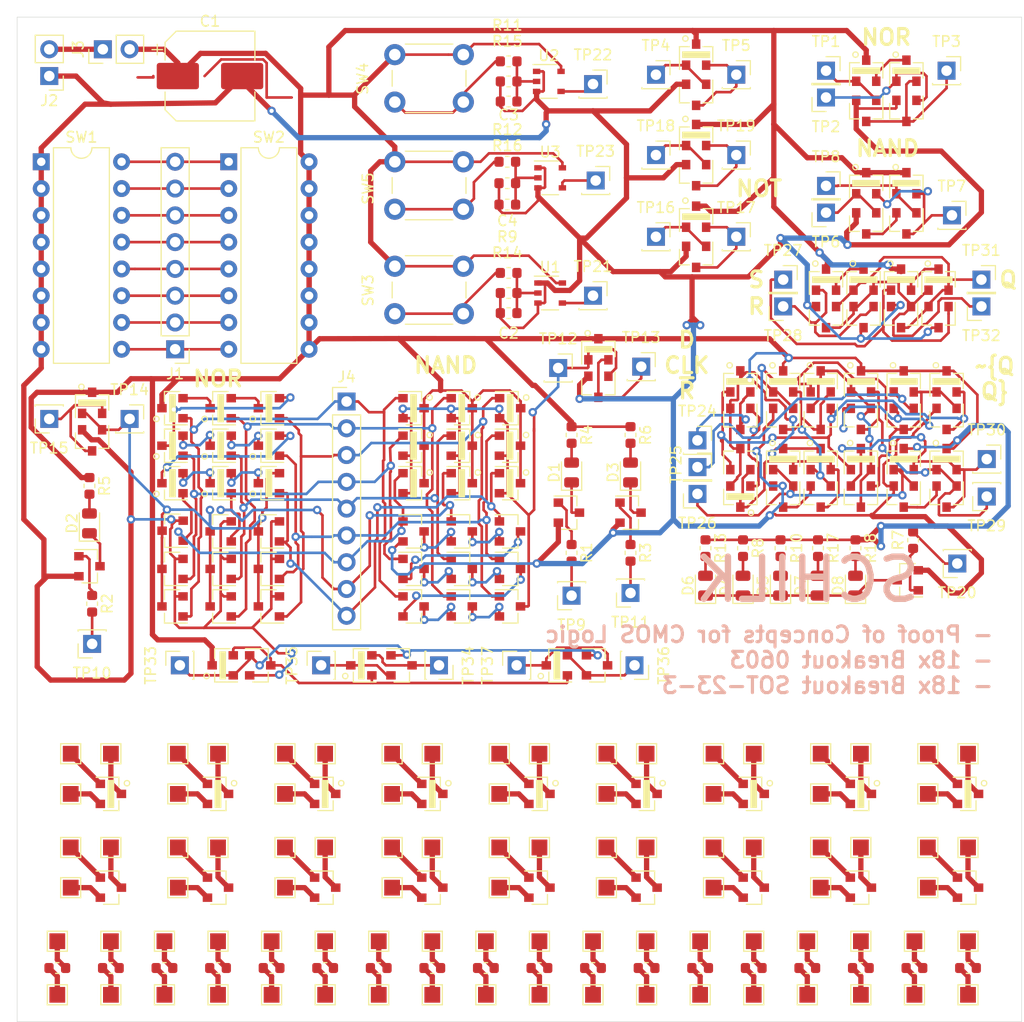
<source format=kicad_pcb>
(kicad_pcb (version 20171130) (host pcbnew "(5.1.5)-3")
  (layers (0 F.Cu signal) (31 B.Cu signal) (34 B.Paste user) (35 F.Paste user) (36 B.SilkS user) (37 F.SilkS user) (38 B.Mask user) (39 F.Mask user) (44 Edge.Cuts user))
  (net 0 "")
  (net 1 "Net-(Q1-Pad3)")
  (net 2 GND)
  (net 3 "Net-(Q1-Pad1)")
  (net 4 "Net-(Q2-Pad2)")
  (net 5 +5V)
  (net 6 "Net-(Q3-Pad1)")
  (net 7 "Net-(Q5-Pad2)")
  (net 8 "Net-(Q5-Pad1)")
  (net 9 "Net-(Q7-Pad1)")
  (net 10 "Net-(Q10-Pad2)")
  (net 11 "Net-(Q10-Pad1)")
  (net 12 "Net-(Q8-Pad2)")
  (net 13 "Net-(Q11-Pad1)")
  (net 14 "Net-(D1-Pad1)")
  (net 15 "Net-(D2-Pad1)")
  (net 16 "Net-(Q12-Pad1)")
  (net 17 "Net-(Q13-Pad1)")
  (net 18 "Net-(D3-Pad1)")
  (net 19 "Net-(Q14-Pad2)")
  (net 20 "Net-(Q17-Pad3)")
  (net 21 "Net-(Q17-Pad2)")
  (net 22 "Net-(Q18-Pad2)")
  (net 23 "Net-(Q18-Pad3)")
  (net 24 "Net-(Q19-Pad3)")
  (net 25 "Net-(Q23-Pad3)")
  (net 26 "Net-(Q32-Pad2)")
  (net 27 "Net-(Q34-Pad2)")
  (net 28 "Net-(Q52-Pad2)")
  (net 29 "Net-(D1-Pad2)")
  (net 30 "Net-(D2-Pad2)")
  (net 31 "Net-(D3-Pad2)")
  (net 32 "Net-(Q24-Pad3)")
  (net 33 "Net-(Q25-Pad3)")
  (net 34 "Net-(Q35-Pad2)")
  (net 35 "Net-(Q35-Pad3)")
  (net 36 "Net-(Q36-Pad2)")
  (net 37 "Net-(Q36-Pad3)")
  (net 38 "Net-(Q37-Pad3)")
  (net 39 "Net-(Q40-Pad2)")
  (net 40 "Net-(Q41-Pad2)")
  (net 41 "Net-(Q42-Pad2)")
  (net 42 "Net-(Q54-Pad1)")
  (net 43 "Net-(Q54-Pad2)")
  (net 44 "Net-(Q56-Pad1)")
  (net 45 "Net-(Q56-Pad2)")
  (net 46 "Net-(R1-Pad2)")
  (net 47 "Net-(R2-Pad2)")
  (net 48 "Net-(R3-Pad2)")
  (net 49 "Net-(C2-Pad2)")
  (net 50 "Net-(C3-Pad2)")
  (net 51 "Net-(C4-Pad2)")
  (net 52 "Net-(D4-Pad1)")
  (net 53 "Net-(D4-Pad2)")
  (net 54 "Net-(D5-Pad2)")
  (net 55 "Net-(D6-Pad2)")
  (net 56 "Net-(D7-Pad2)")
  (net 57 "Net-(D8-Pad2)")
  (net 58 /IO.sch/SW7)
  (net 59 /IO.sch/SW6)
  (net 60 /IO.sch/SW5)
  (net 61 /IO.sch/SW4)
  (net 62 /IO.sch/SW3)
  (net 63 /IO.sch/SW2)
  (net 64 /IO.sch/SW1)
  (net 65 /IO.sch/SW0)
  (net 66 "Net-(J2-Pad2)")
  (net 67 AN1)
  (net 68 AN2)
  (net 69 AN3)
  (net 70 AN4)
  (net 71 "Net-(Q58-Pad1)")
  (net 72 /Sheet5F08E132/sheet5F08E39E/R)
  (net 73 /Sheet5F08E132/sheet5F08E39E/~Q)
  (net 74 /Sheet5F08E132/sheet5F08E39E/Q)
  (net 75 /Sheet5F08E132/sheet5F08E39E/S)
  (net 76 "Net-(Q61-Pad2)")
  (net 77 "Net-(Q63-Pad2)")
  (net 78 "Net-(Q67-Pad1)")
  (net 79 "Net-(Q67-Pad2)")
  (net 80 "Net-(Q69-Pad3)")
  (net 81 "Net-(Q69-Pad2)")
  (net 82 "Net-(Q71-Pad2)")
  (net 83 "Net-(Q71-Pad3)")
  (net 84 /Sheet5F08E132/DFF/CLK)
  (net 85 /Sheet5F08E132/DFF/D)
  (net 86 /Sheet5F08E132/DFF/Sheet5F0BC752/IN)
  (net 87 /Sheet5F08E132/DFF/~CLK)
  (net 88 /Sheet5F08E132/DFF/NAND1/Y)
  (net 89 /Sheet5F08E132/DFF/sheet5F0D15F1/IN)
  (net 90 /Sheet5F08E132/DFF/NAND1/B)
  (net 91 /Sheet5F08E132/DFF/~Q)
  (net 92 /Sheet5F08E132/DFF/~R)
  (net 93 "Net-(Q88-Pad2)")
  (net 94 /Sheet5F08E132/DFF/Q)
  (net 95 "Net-(Q94-Pad2)")
  (net 96 "Net-(R7-Pad2)")
  (net 97 "Net-(R9-Pad1)")
  (net 98 "Net-(R11-Pad1)")
  (net 99 "Net-(R12-Pad1)")
  (net 100 "Net-(TP21-Pad1)")
  (net 101 "Net-(TP22-Pad1)")
  (net 102 "Net-(TP23-Pad1)")
  (net 103 /Sheet5F08E132/DFF/CLK_IN)
  (net 104 AN9)
  (net 105 AN8)
  (net 106 AN7)
  (net 107 AN6)
  (net 108 AN5)
  (net 109 "Net-(Q97-Pad3)")
  (net 110 "Net-(Q97-Pad2)")
  (net 111 "Net-(Q97-Pad1)")
  (net 112 "Net-(Q98-Pad3)")
  (net 113 "Net-(Q98-Pad2)")
  (net 114 "Net-(Q98-Pad1)")
  (net 115 "Net-(Q99-Pad1)")
  (net 116 "Net-(Q99-Pad2)")
  (net 117 "Net-(Q99-Pad3)")
  (net 118 "Net-(Q100-Pad1)")
  (net 119 "Net-(Q100-Pad2)")
  (net 120 "Net-(Q100-Pad3)")
  (net 121 "Net-(Q101-Pad1)")
  (net 122 "Net-(Q101-Pad2)")
  (net 123 "Net-(Q101-Pad3)")
  (net 124 "Net-(Q102-Pad1)")
  (net 125 "Net-(Q102-Pad2)")
  (net 126 "Net-(Q102-Pad3)")
  (net 127 "Net-(Q103-Pad3)")
  (net 128 "Net-(Q103-Pad2)")
  (net 129 "Net-(Q103-Pad1)")
  (net 130 "Net-(Q104-Pad3)")
  (net 131 "Net-(Q104-Pad2)")
  (net 132 "Net-(Q104-Pad1)")
  (net 133 "Net-(Q105-Pad3)")
  (net 134 "Net-(Q105-Pad2)")
  (net 135 "Net-(Q105-Pad1)")
  (net 136 "Net-(Q106-Pad1)")
  (net 137 "Net-(Q106-Pad2)")
  (net 138 "Net-(Q106-Pad3)")
  (net 139 "Net-(Q107-Pad1)")
  (net 140 "Net-(Q107-Pad2)")
  (net 141 "Net-(Q107-Pad3)")
  (net 142 "Net-(Q108-Pad3)")
  (net 143 "Net-(Q108-Pad2)")
  (net 144 "Net-(Q108-Pad1)")
  (net 145 "Net-(Q109-Pad1)")
  (net 146 "Net-(Q109-Pad2)")
  (net 147 "Net-(Q109-Pad3)")
  (net 148 "Net-(Q110-Pad1)")
  (net 149 "Net-(Q110-Pad2)")
  (net 150 "Net-(Q110-Pad3)")
  (net 151 "Net-(Q111-Pad1)")
  (net 152 "Net-(Q111-Pad2)")
  (net 153 "Net-(Q111-Pad3)")
  (net 154 "Net-(Q112-Pad3)")
  (net 155 "Net-(Q112-Pad2)")
  (net 156 "Net-(Q112-Pad1)")
  (net 157 "Net-(Q113-Pad1)")
  (net 158 "Net-(Q113-Pad2)")
  (net 159 "Net-(Q113-Pad3)")
  (net 160 "Net-(Q114-Pad3)")
  (net 161 "Net-(Q114-Pad2)")
  (net 162 "Net-(Q114-Pad1)")
  (net 163 "Net-(R19-Pad1)")
  (net 164 "Net-(R19-Pad2)")
  (net 165 "Net-(R20-Pad1)")
  (net 166 "Net-(R20-Pad2)")
  (net 167 "Net-(R21-Pad1)")
  (net 168 "Net-(R21-Pad2)")
  (net 169 "Net-(R22-Pad2)")
  (net 170 "Net-(R22-Pad1)")
  (net 171 "Net-(R23-Pad1)")
  (net 172 "Net-(R23-Pad2)")
  (net 173 "Net-(R24-Pad2)")
  (net 174 "Net-(R24-Pad1)")
  (net 175 "Net-(R25-Pad2)")
  (net 176 "Net-(R25-Pad1)")
  (net 177 "Net-(R26-Pad1)")
  (net 178 "Net-(R26-Pad2)")
  (net 179 "Net-(R27-Pad2)")
  (net 180 "Net-(R27-Pad1)")
  (net 181 "Net-(R28-Pad1)")
  (net 182 "Net-(R28-Pad2)")
  (net 183 "Net-(R29-Pad2)")
  (net 184 "Net-(R29-Pad1)")
  (net 185 "Net-(R30-Pad1)")
  (net 186 "Net-(R30-Pad2)")
  (net 187 "Net-(R31-Pad2)")
  (net 188 "Net-(R31-Pad1)")
  (net 189 "Net-(R32-Pad2)")
  (net 190 "Net-(R32-Pad1)")
  (net 191 "Net-(R33-Pad1)")
  (net 192 "Net-(R33-Pad2)")
  (net 193 "Net-(R34-Pad2)")
  (net 194 "Net-(R34-Pad1)")
  (net 195 "Net-(R35-Pad1)")
  (net 196 "Net-(R35-Pad2)")
  (net 197 "Net-(R36-Pad2)")
  (net 198 "Net-(R36-Pad1)")
  (module LogicQ:TestPoint_Pad_1.5x1.5mm_NOLBL (layer F.Cu) (at 100.33 140.97)
    (fp_text reference TP107 hide)
    (fp_text value TestPoint)
    (pad 1 smd rect (at 0 0) (size 1.5 1.5) (layers F.Cu F.Mask) (net 178 "Net-(R26-Pad2)"))
  )
  (module LogicQ:TestPoint_Pad_1.5x1.5mm_NOLBL (layer F.Cu) (at 90.17 146.05)
    (fp_text reference TP116 hide)
    (fp_text value TestPoint)
    (pad 1 smd rect (at 0 0) (size 1.5 1.5) (layers F.Cu F.Mask) (net 188 "Net-(R31-Pad1)"))
  )
  (module LogicQ:TestPoint_Pad_1.5x1.5mm_NOLBL (layer F.Cu) (at 100.33 146.05)
    (fp_text reference TP106 hide)
    (fp_text value TestPoint)
    (pad 1 smd rect (at 0 0) (size 1.5 1.5) (layers F.Cu F.Mask) (net 177 "Net-(R26-Pad1)"))
  )
  (module LogicQ:TestPoint_Pad_1.5x1.5mm_NOLBL (layer F.Cu) (at 90.17 140.97)
    (fp_text reference TP117 hide)
    (fp_text value TestPoint)
    (pad 1 smd rect (at 0 0) (size 1.5 1.5) (layers F.Cu F.Mask) (net 187 "Net-(R31-Pad2)"))
  )
  (module LogicQ:R_0603_1608Metric_NOLBL (layer F.Cu) (at 100.33 143.51)
    (fp_text reference R26 hide)
    (fp_text value R_Small)
    (pad 1 smd roundrect (at -0.7875 0) (size 0.875 0.95) (layers F.Cu F.Paste F.Mask) (net 177 "Net-(R26-Pad1)"))
    (pad 2 smd roundrect (at 0.7875 0) (size 0.875 0.95) (layers F.Cu F.Paste F.Mask) (net 178 "Net-(R26-Pad2)"))
  )
  (module LogicQ:R_0603_1608Metric_NOLBL (layer F.Cu) (at 95.25 143.51)
    (fp_text reference R20 hide)
    (fp_text value R_Small)
    (pad 1 smd roundrect (at -0.7875 0) (size 0.875 0.95) (layers F.Cu F.Paste F.Mask) (net 165 "Net-(R20-Pad1)"))
    (pad 2 smd roundrect (at 0.7875 0) (size 0.875 0.95) (layers F.Cu F.Paste F.Mask) (net 166 "Net-(R20-Pad2)"))
  )
  (module LogicQ:R_0603_1608Metric_NOLBL (layer F.Cu) (at 90.17 143.51)
    (fp_text reference R31 hide)
    (fp_text value R_Small)
    (pad 2 smd roundrect (at 0.7875 0) (size 0.875 0.95) (layers F.Cu F.Paste F.Mask) (net 187 "Net-(R31-Pad2)"))
    (pad 1 smd roundrect (at -0.7875 0) (size 0.875 0.95) (layers F.Cu F.Paste F.Mask) (net 188 "Net-(R31-Pad1)"))
  )
  (module LogicQ:TestPoint_Pad_1.5x1.5mm_NOLBL (layer F.Cu) (at 95.25 146.05)
    (fp_text reference TP94 hide)
    (fp_text value TestPoint)
    (pad 1 smd rect (at 0 0) (size 1.5 1.5) (layers F.Cu F.Mask) (net 165 "Net-(R20-Pad1)"))
  )
  (module LogicQ:TestPoint_Pad_1.5x1.5mm_NOLBL (layer F.Cu) (at 95.25 140.97)
    (fp_text reference TP95 hide)
    (fp_text value TestPoint)
    (pad 1 smd rect (at 0 0) (size 1.5 1.5) (layers F.Cu F.Mask) (net 166 "Net-(R20-Pad2)"))
  )
  (module LogicQ:SOT-23-N (layer F.Cu) (at 85.598 88.392 270)
    (fp_text reference Q33 hide)
    (fp_text value NM)
    (pad 3 smd rect (at 1 0 270) (size 0.9 0.8) (layers F.Cu F.Paste F.Mask) (net 26 "Net-(Q32-Pad2)"))
    (pad 2 smd rect (at -1 0.95 270) (size 0.9 0.8) (layers F.Cu F.Paste F.Mask) (net 2 GND))
    (pad 1 smd rect (at -1 -0.95 270) (size 0.9 0.8) (layers F.Cu F.Paste F.Mask) (net 19 "Net-(Q14-Pad2)"))
  )
  (module LogicQ:SOT-23-P (layer F.Cu) (at 85.598 84.836 90)
    (fp_text reference Q32 hide)
    (fp_text value PM)
    (pad 1 smd rect (at -1 -0.95 90) (size 0.9 0.8) (layers F.Cu F.Paste F.Mask) (net 19 "Net-(Q14-Pad2)"))
    (pad 2 smd rect (at -1 0.95 90) (size 0.9 0.8) (layers F.Cu F.Paste F.Mask) (net 26 "Net-(Q32-Pad2)"))
    (pad 3 smd rect (at 1 0 90) (size 0.9 0.8) (layers F.Cu F.Paste F.Mask) (net 5 +5V))
  )
  (module Connector_PinSocket_2.54mm:PinSocket_1x01_P2.54mm_Vertical (layer F.Cu) (at 89.662 86.487)
    (fp_text reference TP13 (at 0 -2.77) (layer F.SilkS))
    (fp_text value TestPoint)
    (pad 1 thru_hole rect (at 0 0) (size 1.7 1.7) (drill 1) (layers *.Cu *.Mask) (net 26 "Net-(Q32-Pad2)"))
  )
  (module Connector_PinSocket_2.54mm:PinSocket_1x01_P2.54mm_Vertical (layer F.Cu) (at 81.788 86.614)
    (fp_text reference TP12 (at 0 -2.77) (layer F.SilkS))
    (fp_text value TestPoint)
    (pad 1 thru_hole rect (at 0 0) (size 1.7 1.7) (drill 1) (layers *.Cu *.Mask) (net 19 "Net-(Q14-Pad2)"))
  )
  (module LogicQ:SOT-23-P (layer F.Cu) (at 37.592 89.916 90)
    (fp_text reference Q52 hide)
    (fp_text value PM)
    (pad 1 smd rect (at -1 -0.95 90) (size 0.9 0.8) (layers F.Cu F.Paste F.Mask) (net 38 "Net-(Q37-Pad3)"))
    (pad 2 smd rect (at -1 0.95 90) (size 0.9 0.8) (layers F.Cu F.Paste F.Mask) (net 28 "Net-(Q52-Pad2)"))
    (pad 3 smd rect (at 1 0 90) (size 0.9 0.8) (layers F.Cu F.Paste F.Mask) (net 5 +5V))
  )
  (module LogicQ:SOT-23-N (layer F.Cu) (at 37.592 93.472 270)
    (fp_text reference Q53 hide)
    (fp_text value NM)
    (pad 1 smd rect (at -1 -0.95 270) (size 0.9 0.8) (layers F.Cu F.Paste F.Mask) (net 38 "Net-(Q37-Pad3)"))
    (pad 2 smd rect (at -1 0.95 270) (size 0.9 0.8) (layers F.Cu F.Paste F.Mask) (net 2 GND))
    (pad 3 smd rect (at 1 0 270) (size 0.9 0.8) (layers F.Cu F.Paste F.Mask) (net 28 "Net-(Q52-Pad2)"))
  )
  (module Connector_PinSocket_2.54mm:PinSocket_1x01_P2.54mm_Vertical (layer F.Cu) (at 41.148 91.44)
    (fp_text reference TP14 (at 0 -2.77) (layer F.SilkS))
    (fp_text value TestPoint)
    (pad 1 thru_hole rect (at 0 0) (size 1.7 1.7) (drill 1) (layers *.Cu *.Mask) (net 38 "Net-(Q37-Pad3)"))
  )
  (module Connector_PinSocket_2.54mm:PinSocket_1x01_P2.54mm_Vertical (layer F.Cu) (at 33.528 91.44 180)
    (fp_text reference TP15 (at 0 -2.77) (layer F.SilkS))
    (fp_text value TestPoint)
    (pad 1 thru_hole rect (at 0 0 180) (size 1.7 1.7) (drill 1) (layers *.Cu *.Mask) (net 28 "Net-(Q52-Pad2)"))
  )
  (module Resistor_SMD:R_0603_1608Metric (layer F.Cu) (at 83.058 104.14 270)
    (fp_text reference R1 (at 0 -1.43 90) (layer F.SilkS))
    (fp_text value R_Small)
    (pad 1 smd roundrect (at -0.7875 0 270) (size 0.875 0.95) (layers F.Cu F.Paste F.Mask) (net 13 "Net-(Q11-Pad1)"))
    (pad 2 smd roundrect (at 0.7875 0 270) (size 0.875 0.95) (layers F.Cu F.Paste F.Mask) (net 46 "Net-(R1-Pad2)"))
  )
  (module LogicQ:SOT-23-N (layer F.Cu) (at 49.784 102.108 180)
    (fp_text reference Q45 hide)
    (fp_text value NM)
    (pad 1 smd rect (at -1 -0.95 180) (size 0.9 0.8) (layers F.Cu F.Paste F.Mask) (net 105 AN8))
    (pad 2 smd rect (at -1 0.95 180) (size 0.9 0.8) (layers F.Cu F.Paste F.Mask) (net 2 GND))
    (pad 3 smd rect (at 1 0 180) (size 0.9 0.8) (layers F.Cu F.Paste F.Mask) (net 38 "Net-(Q37-Pad3)"))
  )
  (module LogicQ:SOT-23-N (layer F.Cu) (at 53.5305 114.808)
    (fp_text reference Q68 hide)
    (fp_text value NM)
    (pad 3 smd rect (at 1 0) (size 0.9 0.8) (layers F.Cu F.Paste F.Mask) (net 79 "Net-(Q67-Pad2)"))
    (pad 2 smd rect (at -1 0.95) (size 0.9 0.8) (layers F.Cu F.Paste F.Mask) (net 2 GND))
    (pad 1 smd rect (at -1 -0.95) (size 0.9 0.8) (layers F.Cu F.Paste F.Mask) (net 78 "Net-(Q67-Pad1)"))
  )
  (module Capacitor_SMD:CP_Elec_8x6.5 (layer F.Cu) (at 48.768 58.928)
    (fp_text reference C1 (at 0 -5.2) (layer F.SilkS))
    (fp_text value CP_Small)
    (pad 2 smd roundrect (at 3.05 0) (size 4 2.5) (layers F.Cu F.Paste F.Mask) (roundrect_rratio 0.1) (net 2 GND))
    (pad 1 smd roundrect (at -3.05 0) (size 4 2.5) (layers F.Cu F.Paste F.Mask) (roundrect_rratio 0.1) (net 5 +5V))
  )
  (module Capacitor_SMD:C_0603_1608Metric (layer F.Cu) (at 77.089 81.407)
    (fp_text reference C2 (at 0 1.905) (layer F.SilkS))
    (fp_text value C_Small)
    (pad 1 smd roundrect (at -0.7875 0) (size 0.875 0.95) (layers F.Cu F.Paste F.Mask) (net 2 GND))
    (pad 2 smd roundrect (at 0.7875 0) (size 0.875 0.95) (layers F.Cu F.Paste F.Mask) (net 49 "Net-(C2-Pad2)"))
  )
  (module Capacitor_SMD:C_0603_1608Metric (layer F.Cu) (at 77.089 61.341)
    (fp_text reference C3 (at 0 1.27) (layer F.SilkS))
    (fp_text value C_Small)
    (pad 2 smd roundrect (at 0.7875 0) (size 0.875 0.95) (layers F.Cu F.Paste F.Mask) (net 50 "Net-(C3-Pad2)"))
    (pad 1 smd roundrect (at -0.7875 0) (size 0.875 0.95) (layers F.Cu F.Paste F.Mask) (net 2 GND))
  )
  (module Capacitor_SMD:C_0603_1608Metric (layer F.Cu) (at 76.962 71.12)
    (fp_text reference C4 (at 0 1.524) (layer F.SilkS))
    (fp_text value C_Small)
    (pad 2 smd roundrect (at 0.7875 0) (size 0.875 0.95) (layers F.Cu F.Paste F.Mask) (net 51 "Net-(C4-Pad2)"))
    (pad 1 smd roundrect (at -0.7875 0) (size 0.875 0.95) (layers F.Cu F.Paste F.Mask) (net 2 GND))
  )
  (module LED_SMD:LED_0805_2012Metric (layer F.Cu) (at 83.058 96.52 90)
    (fp_text reference D1 (at 0 -1.65 90) (layer F.SilkS))
    (fp_text value LED_Small)
    (pad 1 smd roundrect (at -0.9375 0 90) (size 0.975 1.4) (layers F.Cu F.Paste F.Mask) (net 14 "Net-(D1-Pad1)"))
    (pad 2 smd roundrect (at 0.9375 0 90) (size 0.975 1.4) (layers F.Cu F.Paste F.Mask) (net 29 "Net-(D1-Pad2)"))
  )
  (module LED_SMD:LED_0805_2012Metric (layer F.Cu) (at 37.338 101.346 90)
    (fp_text reference D2 (at 0 -1.65 90) (layer F.SilkS))
    (fp_text value LED_Small)
    (pad 1 smd roundrect (at -0.9375 0 90) (size 0.975 1.4) (layers F.Cu F.Paste F.Mask) (net 15 "Net-(D2-Pad1)"))
    (pad 2 smd roundrect (at 0.9375 0 90) (size 0.975 1.4) (layers F.Cu F.Paste F.Mask) (net 30 "Net-(D2-Pad2)"))
  )
  (module LED_SMD:LED_0805_2012Metric (layer F.Cu) (at 88.646 96.52 90)
    (fp_text reference D3 (at 0 -1.65 90) (layer F.SilkS))
    (fp_text value LED_Small)
    (pad 2 smd roundrect (at 0.9375 0 90) (size 0.975 1.4) (layers F.Cu F.Paste F.Mask) (net 31 "Net-(D3-Pad2)"))
    (pad 1 smd roundrect (at -0.9375 0 90) (size 0.975 1.4) (layers F.Cu F.Paste F.Mask) (net 18 "Net-(D3-Pad1)"))
  )
  (module LED_SMD:LED_0805_2012Metric (layer F.Cu) (at 99.314 107.2515 90)
    (fp_text reference D4 (at 0 -1.65 90) (layer F.SilkS))
    (fp_text value LED_Small)
    (pad 2 smd roundrect (at 0.9375 0 90) (size 0.975 1.4) (layers F.Cu F.Paste F.Mask) (net 53 "Net-(D4-Pad2)"))
    (pad 1 smd roundrect (at -0.9375 0 90) (size 0.975 1.4) (layers F.Cu F.Paste F.Mask) (net 52 "Net-(D4-Pad1)"))
  )
  (module LED_SMD:LED_0805_2012Metric (layer F.Cu) (at 102.87 107.2515 90)
    (fp_text reference D5 (at 0 -1.65 90) (layer F.SilkS))
    (fp_text value LED_Small)
    (pad 1 smd roundrect (at -0.9375 0 90) (size 0.975 1.4) (layers F.Cu F.Paste F.Mask) (net 52 "Net-(D4-Pad1)"))
    (pad 2 smd roundrect (at 0.9375 0 90) (size 0.975 1.4) (layers F.Cu F.Paste F.Mask) (net 54 "Net-(D5-Pad2)"))
  )
  (module LED_SMD:LED_0805_2012Metric (layer F.Cu) (at 95.758 107.2515 90)
    (fp_text reference D6 (at 0 -1.65 90) (layer F.SilkS))
    (fp_text value LED_Small)
    (pad 2 smd roundrect (at 0.9375 0 90) (size 0.975 1.4) (layers F.Cu F.Paste F.Mask) (net 55 "Net-(D6-Pad2)"))
    (pad 1 smd roundrect (at -0.9375 0 90) (size 0.975 1.4) (layers F.Cu F.Paste F.Mask) (net 52 "Net-(D4-Pad1)"))
  )
  (module LED_SMD:LED_0805_2012Metric (layer F.Cu) (at 106.426 107.2515 90)
    (fp_text reference D7 (at 0 -1.65 90) (layer F.SilkS))
    (fp_text value LED_Small)
    (pad 1 smd roundrect (at -0.9375 0 90) (size 0.975 1.4) (layers F.Cu F.Paste F.Mask) (net 52 "Net-(D4-Pad1)"))
    (pad 2 smd roundrect (at 0.9375 0 90) (size 0.975 1.4) (layers F.Cu F.Paste F.Mask) (net 56 "Net-(D7-Pad2)"))
  )
  (module LED_SMD:LED_0805_2012Metric (layer F.Cu) (at 109.982 107.2515 90)
    (fp_text reference D8 (at 0 -1.65 90) (layer F.SilkS))
    (fp_text value LED_Small)
    (pad 2 smd roundrect (at 0.9375 0 90) (size 0.975 1.4) (layers F.Cu F.Paste F.Mask) (net 57 "Net-(D8-Pad2)"))
    (pad 1 smd roundrect (at -0.9375 0 90) (size 0.975 1.4) (layers F.Cu F.Paste F.Mask) (net 52 "Net-(D4-Pad1)"))
  )
  (module Connector_PinHeader_2.54mm:PinHeader_1x08_P2.54mm_Vertical (layer F.Cu) (at 45.466 84.836 180)
    (fp_text reference J1 (at 0 -2.33) (layer F.SilkS))
    (fp_text value Conn_01x08)
    (pad 8 thru_hole oval (at 0 17.78 180) (size 1.7 1.7) (drill 1) (layers *.Cu *.Mask) (net 65 /IO.sch/SW0))
    (pad 7 thru_hole oval (at 0 15.24 180) (size 1.7 1.7) (drill 1) (layers *.Cu *.Mask) (net 64 /IO.sch/SW1))
    (pad 6 thru_hole oval (at 0 12.7 180) (size 1.7 1.7) (drill 1) (layers *.Cu *.Mask) (net 63 /IO.sch/SW2))
    (pad 5 thru_hole oval (at 0 10.16 180) (size 1.7 1.7) (drill 1) (layers *.Cu *.Mask) (net 62 /IO.sch/SW3))
    (pad 4 thru_hole oval (at 0 7.62 180) (size 1.7 1.7) (drill 1) (layers *.Cu *.Mask) (net 61 /IO.sch/SW4))
    (pad 3 thru_hole oval (at 0 5.08 180) (size 1.7 1.7) (drill 1) (layers *.Cu *.Mask) (net 60 /IO.sch/SW5))
    (pad 2 thru_hole oval (at 0 2.54 180) (size 1.7 1.7) (drill 1) (layers *.Cu *.Mask) (net 59 /IO.sch/SW6))
    (pad 1 thru_hole rect (at 0 0 180) (size 1.7 1.7) (drill 1) (layers *.Cu *.Mask) (net 58 /IO.sch/SW7))
  )
  (module Connector_PinHeader_2.54mm:PinHeader_1x02_P2.54mm_Vertical (layer F.Cu) (at 33.528 58.928 180)
    (fp_text reference J2 (at 0 -2.33) (layer F.SilkS))
    (fp_text value Conn_01x02)
    (pad 2 thru_hole oval (at 0 2.54 180) (size 1.7 1.7) (drill 1) (layers *.Cu *.Mask) (net 66 "Net-(J2-Pad2)"))
    (pad 1 thru_hole rect (at 0 0 180) (size 1.7 1.7) (drill 1) (layers *.Cu *.Mask) (net 2 GND))
  )
  (module Connector_PinHeader_2.54mm:PinHeader_1x02_P2.54mm_Vertical (layer F.Cu) (at 38.608 56.388 90)
    (fp_text reference J3 (at 0 -2.33 90) (layer F.SilkS))
    (fp_text value Conn_01x02)
    (pad 1 thru_hole rect (at 0 0 90) (size 1.7 1.7) (drill 1) (layers *.Cu *.Mask) (net 66 "Net-(J2-Pad2)"))
    (pad 2 thru_hole oval (at 0 2.54 90) (size 1.7 1.7) (drill 1) (layers *.Cu *.Mask) (net 5 +5V))
  )
  (module Connector_PinHeader_2.54mm:PinHeader_1x09_P2.54mm_Vertical (layer F.Cu) (at 61.722 89.789)
    (fp_text reference J4 (at 0 -2.33) (layer F.SilkS))
    (fp_text value Conn_01x09)
    (pad 9 thru_hole oval (at 0 20.32) (size 1.7 1.7) (drill 1) (layers *.Cu *.Mask) (net 104 AN9))
    (pad 8 thru_hole oval (at 0 17.78) (size 1.7 1.7) (drill 1) (layers *.Cu *.Mask) (net 105 AN8))
    (pad 7 thru_hole oval (at 0 15.24) (size 1.7 1.7) (drill 1) (layers *.Cu *.Mask) (net 106 AN7))
    (pad 6 thru_hole oval (at 0 12.7) (size 1.7 1.7) (drill 1) (layers *.Cu *.Mask) (net 107 AN6))
    (pad 5 thru_hole oval (at 0 10.16) (size 1.7 1.7) (drill 1) (layers *.Cu *.Mask) (net 108 AN5))
    (pad 4 thru_hole oval (at 0 7.62) (size 1.7 1.7) (drill 1) (layers *.Cu *.Mask) (net 70 AN4))
    (pad 3 thru_hole oval (at 0 5.08) (size 1.7 1.7) (drill 1) (layers *.Cu *.Mask) (net 69 AN3))
    (pad 2 thru_hole oval (at 0 2.54) (size 1.7 1.7) (drill 1) (layers *.Cu *.Mask) (net 68 AN2))
    (pad 1 thru_hole rect (at 0 0) (size 1.7 1.7) (drill 1) (layers *.Cu *.Mask) (net 67 AN1))
  )
  (module LogicQ:SOT-23-N (layer F.Cu) (at 110.998 62.23 270)
    (fp_text reference Q1 hide)
    (fp_text value NM)
    (pad 3 smd rect (at 1 0 270) (size 0.9 0.8) (layers F.Cu F.Paste F.Mask) (net 1 "Net-(Q1-Pad3)"))
    (pad 2 smd rect (at -1 0.95 270) (size 0.9 0.8) (layers F.Cu F.Paste F.Mask) (net 2 GND))
    (pad 1 smd rect (at -1 -0.95 270) (size 0.9 0.8) (layers F.Cu F.Paste F.Mask) (net 3 "Net-(Q1-Pad1)"))
  )
  (module LogicQ:SOT-23-P (layer F.Cu) (at 110.998 58.42 90)
    (fp_text reference Q2 hide)
    (fp_text value PM)
    (pad 3 smd rect (at 1 0 90) (size 0.9 0.8) (layers F.Cu F.Paste F.Mask) (net 5 +5V))
    (pad 2 smd rect (at -1 0.95 90) (size 0.9 0.8) (layers F.Cu F.Paste F.Mask) (net 4 "Net-(Q2-Pad2)"))
    (pad 1 smd rect (at -1 -0.95 90) (size 0.9 0.8) (layers F.Cu F.Paste F.Mask) (net 3 "Net-(Q1-Pad1)"))
  )
  (module LogicQ:SOT-23-P (layer F.Cu) (at 114.808 58.42 90)
    (fp_text reference Q3 hide)
    (fp_text value PM)
    (pad 3 smd rect (at 1 0 90) (size 0.9 0.8) (layers F.Cu F.Paste F.Mask) (net 4 "Net-(Q2-Pad2)"))
    (pad 2 smd rect (at -1 0.95 90) (size 0.9 0.8) (layers F.Cu F.Paste F.Mask) (net 1 "Net-(Q1-Pad3)"))
    (pad 1 smd rect (at -1 -0.95 90) (size 0.9 0.8) (layers F.Cu F.Paste F.Mask) (net 6 "Net-(Q3-Pad1)"))
  )
  (module LogicQ:SOT-23-N (layer F.Cu) (at 114.808 62.23 270)
    (fp_text reference Q4 hide)
    (fp_text value NM)
    (pad 1 smd rect (at -1 -0.95 270) (size 0.9 0.8) (layers F.Cu F.Paste F.Mask) (net 6 "Net-(Q3-Pad1)"))
    (pad 2 smd rect (at -1 0.95 270) (size 0.9 0.8) (layers F.Cu F.Paste F.Mask) (net 2 GND))
    (pad 3 smd rect (at 1 0 270) (size 0.9 0.8) (layers F.Cu F.Paste F.Mask) (net 1 "Net-(Q1-Pad3)"))
  )
  (module LogicQ:SOT-23-P (layer F.Cu) (at 94.869 56.896 90)
    (fp_text reference Q5 hide)
    (fp_text value PM)
    (pad 1 smd rect (at -1 -0.95 90) (size 0.9 0.8) (layers F.Cu F.Paste F.Mask) (net 8 "Net-(Q5-Pad1)"))
    (pad 2 smd rect (at -1 0.95 90) (size 0.9 0.8) (layers F.Cu F.Paste F.Mask) (net 7 "Net-(Q5-Pad2)"))
    (pad 3 smd rect (at 1 0 90) (size 0.9 0.8) (layers F.Cu F.Paste F.Mask) (net 5 +5V))
  )
  (module LogicQ:SOT-23-N (layer F.Cu) (at 94.869 60.706 270)
    (fp_text reference Q6 hide)
    (fp_text value NM)
    (pad 3 smd rect (at 1 0 270) (size 0.9 0.8) (layers F.Cu F.Paste F.Mask) (net 7 "Net-(Q5-Pad2)"))
    (pad 2 smd rect (at -1 0.95 270) (size 0.9 0.8) (layers F.Cu F.Paste F.Mask) (net 2 GND))
    (pad 1 smd rect (at -1 -0.95 270) (size 0.9 0.8) (layers F.Cu F.Paste F.Mask) (net 8 "Net-(Q5-Pad1)"))
  )
  (module LogicQ:SOT-23-P (layer F.Cu) (at 110.998 69.088 90)
    (fp_text reference Q7 hide)
    (fp_text value PM)
    (pad 1 smd rect (at -1 -0.95 90) (size 0.9 0.8) (layers F.Cu F.Paste F.Mask) (net 9 "Net-(Q7-Pad1)"))
    (pad 2 smd rect (at -1 0.95 90) (size 0.9 0.8) (layers F.Cu F.Paste F.Mask) (net 10 "Net-(Q10-Pad2)"))
    (pad 3 smd rect (at 1 0 90) (size 0.9 0.8) (layers F.Cu F.Paste F.Mask) (net 5 +5V))
  )
  (module LogicQ:SOT-23-N (layer F.Cu) (at 114.808 72.898 270)
    (fp_text reference Q8 hide)
    (fp_text value NM)
    (pad 1 smd rect (at -1 -0.95 270) (size 0.9 0.8) (layers F.Cu F.Paste F.Mask) (net 11 "Net-(Q10-Pad1)"))
    (pad 2 smd rect (at -1 0.95 270) (size 0.9 0.8) (layers F.Cu F.Paste F.Mask) (net 12 "Net-(Q8-Pad2)"))
    (pad 3 smd rect (at 1 0 270) (size 0.9 0.8) (layers F.Cu F.Paste F.Mask) (net 10 "Net-(Q10-Pad2)"))
  )
  (module LogicQ:SOT-23-N (layer F.Cu) (at 110.998 72.898 270)
    (fp_text reference Q9 hide)
    (fp_text value NM)
    (pad 3 smd rect (at 1 0 270) (size 0.9 0.8) (layers F.Cu F.Paste F.Mask) (net 12 "Net-(Q8-Pad2)"))
    (pad 2 smd rect (at -1 0.95 270) (size 0.9 0.8) (layers F.Cu F.Paste F.Mask) (net 2 GND))
    (pad 1 smd rect (at -1 -0.95 270) (size 0.9 0.8) (layers F.Cu F.Paste F.Mask) (net 9 "Net-(Q7-Pad1)"))
  )
  (module LogicQ:SOT-23-P (layer F.Cu) (at 114.808 69.088 90)
    (fp_text reference Q10 hide)
    (fp_text value PM)
    (pad 3 smd rect (at 1 0 90) (size 0.9 0.8) (layers F.Cu F.Paste F.Mask) (net 5 +5V))
    (pad 2 smd rect (at -1 0.95 90) (size 0.9 0.8) (layers F.Cu F.Paste F.Mask) (net 10 "Net-(Q10-Pad2)"))
    (pad 1 smd rect (at -1 -0.95 90) (size 0.9 0.8) (layers F.Cu F.Paste F.Mask) (net 11 "Net-(Q10-Pad1)"))
  )
  (module LogicQ:SOT-23-N (layer F.Cu) (at 82.804 100.33)
    (fp_text reference Q11 hide)
    (fp_text value NM)
    (pad 1 smd rect (at -1 -0.95) (size 0.9 0.8) (layers F.Cu F.Paste F.Mask) (net 13 "Net-(Q11-Pad1)"))
    (pad 2 smd rect (at -1 0.95) (size 0.9 0.8) (layers F.Cu F.Paste F.Mask) (net 2 GND))
    (pad 3 smd rect (at 1 0) (size 0.9 0.8) (layers F.Cu F.Paste F.Mask) (net 14 "Net-(D1-Pad1)"))
  )
  (module LogicQ:SOT-23-N (layer F.Cu) (at 37.338 105.41)
    (fp_text reference Q12 hide)
    (fp_text value NM)
    (pad 1 smd rect (at -1 -0.95) (size 0.9 0.8) (layers F.Cu F.Paste F.Mask) (net 16 "Net-(Q12-Pad1)"))
    (pad 2 smd rect (at -1 0.95) (size 0.9 0.8) (layers F.Cu F.Paste F.Mask) (net 2 GND))
    (pad 3 smd rect (at 1 0) (size 0.9 0.8) (layers F.Cu F.Paste F.Mask) (net 15 "Net-(D2-Pad1)"))
  )
  (module LogicQ:SOT-23-N (layer F.Cu) (at 88.646 100.33)
    (fp_text reference Q13 hide)
    (fp_text value NM)
    (pad 3 smd rect (at 1 0) (size 0.9 0.8) (layers F.Cu F.Paste F.Mask) (net 18 "Net-(D3-Pad1)"))
    (pad 2 smd rect (at -1 0.95) (size 0.9 0.8) (layers F.Cu F.Paste F.Mask) (net 2 GND))
    (pad 1 smd rect (at -1 -0.95) (size 0.9 0.8) (layers F.Cu F.Paste F.Mask) (net 17 "Net-(Q13-Pad1)"))
  )
  (module LogicQ:SOT-23-P (layer F.Cu) (at 68.072 90.424)
    (fp_text reference Q14 hide)
    (fp_text value PM)
    (pad 1 smd rect (at -1 -0.95) (size 0.9 0.8) (layers F.Cu F.Paste F.Mask) (net 67 AN1))
    (pad 2 smd rect (at -1 0.95) (size 0.9 0.8) (layers F.Cu F.Paste F.Mask) (net 19 "Net-(Q14-Pad2)"))
    (pad 3 smd rect (at 1 0) (size 0.9 0.8) (layers F.Cu F.Paste F.Mask) (net 5 +5V))
  )
  (module LogicQ:SOT-23-P (layer F.Cu) (at 68.072 93.98)
    (fp_text reference Q15 hide)
    (fp_text value PM)
    (pad 1 smd rect (at -1 -0.95) (size 0.9 0.8) (layers F.Cu F.Paste F.Mask) (net 70 AN4))
    (pad 2 smd rect (at -1 0.95) (size 0.9 0.8) (layers F.Cu F.Paste F.Mask) (net 19 "Net-(Q14-Pad2)"))
    (pad 3 smd rect (at 1 0) (size 0.9 0.8) (layers F.Cu F.Paste F.Mask) (net 5 +5V))
  )
  (module LogicQ:SOT-23-P (layer F.Cu) (at 68.072 97.536)
    (fp_text reference Q16 hide)
    (fp_text value PM)
    (pad 1 smd rect (at -1 -0.95) (size 0.9 0.8) (layers F.Cu F.Paste F.Mask) (net 106 AN7))
    (pad 2 smd rect (at -1 0.95) (size 0.9 0.8) (layers F.Cu F.Paste F.Mask) (net 19 "Net-(Q14-Pad2)"))
    (pad 3 smd rect (at 1 0) (size 0.9 0.8) (layers F.Cu F.Paste F.Mask) (net 5 +5V))
  )
  (module LogicQ:SOT-23-N (layer F.Cu) (at 68.072 109.22)
    (fp_text reference Q17 hide)
    (fp_text value NM)
    (pad 3 smd rect (at 1 0) (size 0.9 0.8) (layers F.Cu F.Paste F.Mask) (net 20 "Net-(Q17-Pad3)"))
    (pad 2 smd rect (at -1 0.95) (size 0.9 0.8) (layers F.Cu F.Paste F.Mask) (net 21 "Net-(Q17-Pad2)"))
    (pad 1 smd rect (at -1 -0.95) (size 0.9 0.8) (layers F.Cu F.Paste F.Mask) (net 67 AN1))
  )
  (module LogicQ:SOT-23-N (layer F.Cu) (at 68.072 105.664)
    (fp_text reference Q18 hide)
    (fp_text value NM)
    (pad 3 smd rect (at 1 0) (size 0.9 0.8) (layers F.Cu F.Paste F.Mask) (net 23 "Net-(Q18-Pad3)"))
    (pad 2 smd rect (at -1 0.95) (size 0.9 0.8) (layers F.Cu F.Paste F.Mask) (net 22 "Net-(Q18-Pad2)"))
    (pad 1 smd rect (at -1 -0.95) (size 0.9 0.8) (layers F.Cu F.Paste F.Mask) (net 70 AN4))
  )
  (module LogicQ:SOT-23-N (layer F.Cu) (at 68.072 102.108)
    (fp_text reference Q19 hide)
    (fp_text value NM)
    (pad 3 smd rect (at 1 0) (size 0.9 0.8) (layers F.Cu F.Paste F.Mask) (net 24 "Net-(Q19-Pad3)"))
    (pad 2 smd rect (at -1 0.95) (size 0.9 0.8) (layers F.Cu F.Paste F.Mask) (net 2 GND))
    (pad 1 smd rect (at -1 -0.95) (size 0.9 0.8) (layers F.Cu F.Paste F.Mask) (net 106 AN7))
  )
  (module LogicQ:SOT-23-P (layer F.Cu) (at 72.644 90.424)
    (fp_text reference Q20 hide)
    (fp_text value PM)
    (pad 3 smd rect (at 1 0) (size 0.9 0.8) (layers F.Cu F.Paste F.Mask) (net 5 +5V))
    (pad 2 smd rect (at -1 0.95) (size 0.9 0.8) (layers F.Cu F.Paste F.Mask) (net 19 "Net-(Q14-Pad2)"))
    (pad 1 smd rect (at -1 -0.95) (size 0.9 0.8) (layers F.Cu F.Paste F.Mask) (net 68 AN2))
  )
  (module LogicQ:SOT-23-P (layer F.Cu) (at 72.644 93.98)
    (fp_text reference Q21 hide)
    (fp_text value PM)
    (pad 1 smd rect (at -1 -0.95) (size 0.9 0.8) (layers F.Cu F.Paste F.Mask) (net 108 AN5))
    (pad 2 smd rect (at -1 0.95) (size 0.9 0.8) (layers F.Cu F.Paste F.Mask) (net 19 "Net-(Q14-Pad2)"))
    (pad 3 smd rect (at 1 0) (size 0.9 0.8) (layers F.Cu F.Paste F.Mask) (net 5 +5V))
  )
  (module LogicQ:SOT-23-P (layer F.Cu) (at 72.644 97.536)
    (fp_text reference Q22 hide)
    (fp_text value PM)
    (pad 3 smd rect (at 1 0) (size 0.9 0.8) (layers F.Cu F.Paste F.Mask) (net 5 +5V))
    (pad 2 smd rect (at -1 0.95) (size 0.9 0.8) (layers F.Cu F.Paste F.Mask) (net 19 "Net-(Q14-Pad2)"))
    (pad 1 smd rect (at -1 -0.95) (size 0.9 0.8) (layers F.Cu F.Paste F.Mask) (net 105 AN8))
  )
  (module LogicQ:SOT-23-N (layer F.Cu) (at 72.644 109.22)
    (fp_text reference Q23 hide)
    (fp_text value NM)
    (pad 1 smd rect (at -1 -0.95) (size 0.9 0.8) (layers F.Cu F.Paste F.Mask) (net 68 AN2))
    (pad 2 smd rect (at -1 0.95) (size 0.9 0.8) (layers F.Cu F.Paste F.Mask) (net 20 "Net-(Q17-Pad3)"))
    (pad 3 smd rect (at 1 0) (size 0.9 0.8) (layers F.Cu F.Paste F.Mask) (net 25 "Net-(Q23-Pad3)"))
  )
  (module LogicQ:SOT-23-N (layer F.Cu) (at 72.644 105.664)
    (fp_text reference Q24 hide)
    (fp_text value NM)
    (pad 1 smd rect (at -1 -0.95) (size 0.9 0.8) (layers F.Cu F.Paste F.Mask) (net 108 AN5))
    (pad 2 smd rect (at -1 0.95) (size 0.9 0.8) (layers F.Cu F.Paste F.Mask) (net 23 "Net-(Q18-Pad3)"))
    (pad 3 smd rect (at 1 0) (size 0.9 0.8) (layers F.Cu F.Paste F.Mask) (net 32 "Net-(Q24-Pad3)"))
  )
  (module LogicQ:SOT-23-N (layer F.Cu) (at 72.644 102.108)
    (fp_text reference Q25 hide)
    (fp_text value NM)
    (pad 1 smd rect (at -1 -0.95) (size 0.9 0.8) (layers F.Cu F.Paste F.Mask) (net 105 AN8))
    (pad 2 smd rect (at -1 0.95) (size 0.9 0.8) (layers F.Cu F.Paste F.Mask) (net 24 "Net-(Q19-Pad3)"))
    (pad 3 smd rect (at 1 0) (size 0.9 0.8) (layers F.Cu F.Paste F.Mask) (net 33 "Net-(Q25-Pad3)"))
  )
  (module LogicQ:SOT-23-P (layer F.Cu) (at 77.232 90.424)
    (fp_text reference Q26 hide)
    (fp_text value PM)
    (pad 3 smd rect (at 1 0) (size 0.9 0.8) (layers F.Cu F.Paste F.Mask) (net 5 +5V))
    (pad 2 smd rect (at -1 0.95) (size 0.9 0.8) (layers F.Cu F.Paste F.Mask) (net 19 "Net-(Q14-Pad2)"))
    (pad 1 smd rect (at -1 -0.95) (size 0.9 0.8) (layers F.Cu F.Paste F.Mask) (net 69 AN3))
  )
  (module LogicQ:SOT-23-P (layer F.Cu) (at 77.216 93.98)
    (fp_text reference Q27 hide)
    (fp_text value PM)
    (pad 3 smd rect (at 1 0) (size 0.9 0.8) (layers F.Cu F.Paste F.Mask) (net 5 +5V))
    (pad 2 smd rect (at -1 0.95) (size 0.9 0.8) (layers F.Cu F.Paste F.Mask) (net 19 "Net-(Q14-Pad2)"))
    (pad 1 smd rect (at -1 -0.95) (size 0.9 0.8) (layers F.Cu F.Paste F.Mask) (net 107 AN6))
  )
  (module LogicQ:SOT-23-P (layer F.Cu) (at 77.216 97.536)
    (fp_text reference Q28 hide)
    (fp_text value PM)
    (pad 1 smd rect (at -1 -0.95) (size 0.9 0.8) (layers F.Cu F.Paste F.Mask) (net 104 AN9))
    (pad 2 smd rect (at -1 0.95) (size 0.9 0.8) (layers F.Cu F.Paste F.Mask) (net 19 "Net-(Q14-Pad2)"))
    (pad 3 smd rect (at 1 0) (size 0.9 0.8) (layers F.Cu F.Paste F.Mask) (net 5 +5V))
  )
  (module LogicQ:SOT-23-N (layer F.Cu) (at 77.216 109.22)
    (fp_text reference Q29 hide)
    (fp_text value NM)
    (pad 1 smd rect (at -1 -0.95) (size 0.9 0.8) (layers F.Cu F.Paste F.Mask) (net 69 AN3))
    (pad 2 smd rect (at -1 0.95) (size 0.9 0.8) (layers F.Cu F.Paste F.Mask) (net 25 "Net-(Q23-Pad3)"))
    (pad 3 smd rect (at 1 0) (size 0.9 0.8) (layers F.Cu F.Paste F.Mask) (net 19 "Net-(Q14-Pad2)"))
  )
  (module LogicQ:SOT-23-N (layer F.Cu) (at 77.216 105.664)
    (fp_text reference Q30 hide)
    (fp_text value NM)
    (pad 1 smd rect (at -1 -0.95) (size 0.9 0.8) (layers F.Cu F.Paste F.Mask) (net 107 AN6))
    (pad 2 smd rect (at -1 0.95) (size 0.9 0.8) (layers F.Cu F.Paste F.Mask) (net 32 "Net-(Q24-Pad3)"))
    (pad 3 smd rect (at 1 0) (size 0.9 0.8) (layers F.Cu F.Paste F.Mask) (net 21 "Net-(Q17-Pad2)"))
  )
  (module LogicQ:SOT-23-N (layer F.Cu) (at 77.216 102.108)
    (fp_text reference Q31 hide)
    (fp_text value NM)
    (pad 3 smd rect (at 1 0) (size 0.9 0.8) (layers F.Cu F.Paste F.Mask) (net 22 "Net-(Q18-Pad2)"))
    (pad 2 smd rect (at -1 0.95) (size 0.9 0.8) (layers F.Cu F.Paste F.Mask) (net 33 "Net-(Q25-Pad3)"))
    (pad 1 smd rect (at -1 -0.95) (size 0.9 0.8) (layers F.Cu F.Paste F.Mask) (net 104 AN9))
  )
  (module LogicQ:SOT-23-P (layer F.Cu) (at 45.212 90.424 180)
    (fp_text reference Q34 hide)
    (fp_text value PM)
    (pad 3 smd rect (at 1 0 180) (size 0.9 0.8) (layers F.Cu F.Paste F.Mask) (net 5 +5V))
    (pad 2 smd rect (at -1 0.95 180) (size 0.9 0.8) (layers F.Cu F.Paste F.Mask) (net 27 "Net-(Q34-Pad2)"))
    (pad 1 smd rect (at -1 -0.95 180) (size 0.9 0.8) (layers F.Cu F.Paste F.Mask) (net 67 AN1))
  )
  (module LogicQ:SOT-23-P (layer F.Cu) (at 45.212 93.98 180)
    (fp_text reference Q35 hide)
    (fp_text value PM)
    (pad 1 smd rect (at -1 -0.95 180) (size 0.9 0.8) (layers F.Cu F.Paste F.Mask) (net 70 AN4))
    (pad 2 smd rect (at -1 0.95 180) (size 0.9 0.8) (layers F.Cu F.Paste F.Mask) (net 34 "Net-(Q35-Pad2)"))
    (pad 3 smd rect (at 1 0 180) (size 0.9 0.8) (layers F.Cu F.Paste F.Mask) (net 35 "Net-(Q35-Pad3)"))
  )
  (module LogicQ:SOT-23-P (layer F.Cu) (at 45.212 97.536 180)
    (fp_text reference Q36 hide)
    (fp_text value PM)
    (pad 3 smd rect (at 1 0 180) (size 0.9 0.8) (layers F.Cu F.Paste F.Mask) (net 37 "Net-(Q36-Pad3)"))
    (pad 2 smd rect (at -1 0.95 180) (size 0.9 0.8) (layers F.Cu F.Paste F.Mask) (net 36 "Net-(Q36-Pad2)"))
    (pad 1 smd rect (at -1 -0.95 180) (size 0.9 0.8) (layers F.Cu F.Paste F.Mask) (net 106 AN7))
  )
  (module LogicQ:SOT-23-N (layer F.Cu) (at 45.212 109.22 180)
    (fp_text reference Q37 hide)
    (fp_text value NM)
    (pad 1 smd rect (at -1 -0.95 180) (size 0.9 0.8) (layers F.Cu F.Paste F.Mask) (net 67 AN1))
    (pad 2 smd rect (at -1 0.95 180) (size 0.9 0.8) (layers F.Cu F.Paste F.Mask) (net 2 GND))
    (pad 3 smd rect (at 1 0 180) (size 0.9 0.8) (layers F.Cu F.Paste F.Mask) (net 38 "Net-(Q37-Pad3)"))
  )
  (module LogicQ:SOT-23-N (layer F.Cu) (at 45.212 105.664 180)
    (fp_text reference Q38 hide)
    (fp_text value NM)
    (pad 1 smd rect (at -1 -0.95 180) (size 0.9 0.8) (layers F.Cu F.Paste F.Mask) (net 70 AN4))
    (pad 2 smd rect (at -1 0.95 180) (size 0.9 0.8) (layers F.Cu F.Paste F.Mask) (net 2 GND))
    (pad 3 smd rect (at 1 0 180) (size 0.9 0.8) (layers F.Cu F.Paste F.Mask) (net 38 "Net-(Q37-Pad3)"))
  )
  (module LogicQ:SOT-23-N (layer F.Cu) (at 45.228 102.042 180)
    (fp_text reference Q39 hide)
    (fp_text value NM)
    (pad 3 smd rect (at 1 0 180) (size 0.9 0.8) (layers F.Cu F.Paste F.Mask) (net 38 "Net-(Q37-Pad3)"))
    (pad 2 smd rect (at -1 0.95 180) (size 0.9 0.8) (layers F.Cu F.Paste F.Mask) (net 2 GND))
    (pad 1 smd rect (at -1 -0.95 180) (size 0.9 0.8) (layers F.Cu F.Paste F.Mask) (net 106 AN7))
  )
  (module LogicQ:SOT-23-P (layer F.Cu) (at 49.784 90.424 180)
    (fp_text reference Q40 hide)
    (fp_text value PM)
    (pad 1 smd rect (at -1 -0.95 180) (size 0.9 0.8) (layers F.Cu F.Paste F.Mask) (net 68 AN2))
    (pad 2 smd rect (at -1 0.95 180) (size 0.9 0.8) (layers F.Cu F.Paste F.Mask) (net 39 "Net-(Q40-Pad2)"))
    (pad 3 smd rect (at 1 0 180) (size 0.9 0.8) (layers F.Cu F.Paste F.Mask) (net 27 "Net-(Q34-Pad2)"))
  )
  (module LogicQ:SOT-23-P (layer F.Cu) (at 49.784 93.98 180)
    (fp_text reference Q41 hide)
    (fp_text value PM)
    (pad 3 smd rect (at 1 0 180) (size 0.9 0.8) (layers F.Cu F.Paste F.Mask) (net 34 "Net-(Q35-Pad2)"))
    (pad 2 smd rect (at -1 0.95 180) (size 0.9 0.8) (layers F.Cu F.Paste F.Mask) (net 40 "Net-(Q41-Pad2)"))
    (pad 1 smd rect (at -1 -0.95 180) (size 0.9 0.8) (layers F.Cu F.Paste F.Mask) (net 108 AN5))
  )
  (module LogicQ:SOT-23-P (layer F.Cu) (at 49.784 97.536 180)
    (fp_text reference Q42 hide)
    (fp_text value PM)
    (pad 1 smd rect (at -1 -0.95 180) (size 0.9 0.8) (layers F.Cu F.Paste F.Mask) (net 105 AN8))
    (pad 2 smd rect (at -1 0.95 180) (size 0.9 0.8) (layers F.Cu F.Paste F.Mask) (net 41 "Net-(Q42-Pad2)"))
    (pad 3 smd rect (at 1 0 180) (size 0.9 0.8) (layers F.Cu F.Paste F.Mask) (net 36 "Net-(Q36-Pad2)"))
  )
  (module LogicQ:SOT-23-N (layer F.Cu) (at 49.784 109.22 180)
    (fp_text reference Q43 hide)
    (fp_text value NM)
    (pad 3 smd rect (at 1 0 180) (size 0.9 0.8) (layers F.Cu F.Paste F.Mask) (net 38 "Net-(Q37-Pad3)"))
    (pad 2 smd rect (at -1 0.95 180) (size 0.9 0.8) (layers F.Cu F.Paste F.Mask) (net 2 GND))
    (pad 1 smd rect (at -1 -0.95 180) (size 0.9 0.8) (layers F.Cu F.Paste F.Mask) (net 68 AN2))
  )
  (module LogicQ:SOT-23-N (layer F.Cu) (at 49.784 105.664 180)
    (fp_text reference Q44 hide)
    (fp_text value NM)
    (pad 3 smd rect (at 1 0 180) (size 0.9 0.8) (layers F.Cu F.Paste F.Mask) (net 38 "Net-(Q37-Pad3)"))
    (pad 2 smd rect (at -1 0.95 180) (size 0.9 0.8) (layers F.Cu F.Paste F.Mask) (net 2 GND))
    (pad 1 smd rect (at -1 -0.95 180) (size 0.9 0.8) (layers F.Cu F.Paste F.Mask) (net 108 AN5))
  )
  (module LogicQ:SOT-23-P (layer F.Cu) (at 54.356 90.424 180)
    (fp_text reference Q46 hide)
    (fp_text value PM)
    (pad 3 smd rect (at 1 0 180) (size 0.9 0.8) (layers F.Cu F.Paste F.Mask) (net 39 "Net-(Q40-Pad2)"))
    (pad 2 smd rect (at -1 0.95 180) (size 0.9 0.8) (layers F.Cu F.Paste F.Mask) (net 35 "Net-(Q35-Pad3)"))
    (pad 1 smd rect (at -1 -0.95 180) (size 0.9 0.8) (layers F.Cu F.Paste F.Mask) (net 69 AN3))
  )
  (module LogicQ:SOT-23-P (layer F.Cu) (at 54.356 93.98 180)
    (fp_text reference Q47 hide)
    (fp_text value PM)
    (pad 1 smd rect (at -1 -0.95 180) (size 0.9 0.8) (layers F.Cu F.Paste F.Mask) (net 107 AN6))
    (pad 2 smd rect (at -1 0.95 180) (size 0.9 0.8) (layers F.Cu F.Paste F.Mask) (net 37 "Net-(Q36-Pad3)"))
    (pad 3 smd rect (at 1 0 180) (size 0.9 0.8) (layers F.Cu F.Paste F.Mask) (net 40 "Net-(Q41-Pad2)"))
  )
  (module LogicQ:SOT-23-P (layer F.Cu) (at 54.356 97.536 180)
    (fp_text reference Q48 hide)
    (fp_text value PM)
    (pad 3 smd rect (at 1 0 180) (size 0.9 0.8) (layers F.Cu F.Paste F.Mask) (net 41 "Net-(Q42-Pad2)"))
    (pad 2 smd rect (at -1 0.95 180) (size 0.9 0.8) (layers F.Cu F.Paste F.Mask) (net 38 "Net-(Q37-Pad3)"))
    (pad 1 smd rect (at -1 -0.95 180) (size 0.9 0.8) (layers F.Cu F.Paste F.Mask) (net 104 AN9))
  )
  (module LogicQ:SOT-23-N (layer F.Cu) (at 54.356 109.22 180)
    (fp_text reference Q49 hide)
    (fp_text value NM)
    (pad 3 smd rect (at 1 0 180) (size 0.9 0.8) (layers F.Cu F.Paste F.Mask) (net 38 "Net-(Q37-Pad3)"))
    (pad 2 smd rect (at -1 0.95 180) (size 0.9 0.8) (layers F.Cu F.Paste F.Mask) (net 2 GND))
    (pad 1 smd rect (at -1 -0.95 180) (size 0.9 0.8) (layers F.Cu F.Paste F.Mask) (net 69 AN3))
  )
  (module LogicQ:SOT-23-N (layer F.Cu) (at 54.356 105.664 180)
    (fp_text reference Q50 hide)
    (fp_text value NM)
    (pad 1 smd rect (at -1 -0.95 180) (size 0.9 0.8) (layers F.Cu F.Paste F.Mask) (net 107 AN6))
    (pad 2 smd rect (at -1 0.95 180) (size 0.9 0.8) (layers F.Cu F.Paste F.Mask) (net 2 GND))
    (pad 3 smd rect (at 1 0 180) (size 0.9 0.8) (layers F.Cu F.Paste F.Mask) (net 38 "Net-(Q37-Pad3)"))
  )
  (module LogicQ:SOT-23-N (layer F.Cu) (at 54.356 102.108 180)
    (fp_text reference Q51 hide)
    (fp_text value NM)
    (pad 3 smd rect (at 1 0 180) (size 0.9 0.8) (layers F.Cu F.Paste F.Mask) (net 38 "Net-(Q37-Pad3)"))
    (pad 2 smd rect (at -1 0.95 180) (size 0.9 0.8) (layers F.Cu F.Paste F.Mask) (net 2 GND))
    (pad 1 smd rect (at -1 -0.95 180) (size 0.9 0.8) (layers F.Cu F.Paste F.Mask) (net 104 AN9))
  )
  (module LogicQ:SOT-23-P (layer F.Cu) (at 94.869 72.263 90)
    (fp_text reference Q54 hide)
    (fp_text value PM)
    (pad 1 smd rect (at -1 -0.95 90) (size 0.9 0.8) (layers F.Cu F.Paste F.Mask) (net 42 "Net-(Q54-Pad1)"))
    (pad 2 smd rect (at -1 0.95 90) (size 0.9 0.8) (layers F.Cu F.Paste F.Mask) (net 43 "Net-(Q54-Pad2)"))
    (pad 3 smd rect (at 1 0 90) (size 0.9 0.8) (layers F.Cu F.Paste F.Mask) (net 5 +5V))
  )
  (module LogicQ:SOT-23-N (layer F.Cu) (at 94.869 76.073 270)
    (fp_text reference Q55 hide)
    (fp_text value NM)
    (pad 3 smd rect (at 1 0 270) (size 0.9 0.8) (layers F.Cu F.Paste F.Mask) (net 43 "Net-(Q54-Pad2)"))
    (pad 2 smd rect (at -1 0.95 270) (size 0.9 0.8) (layers F.Cu F.Paste F.Mask) (net 2 GND))
    (pad 1 smd rect (at -1 -0.95 270) (size 0.9 0.8) (layers F.Cu F.Paste F.Mask) (net 42 "Net-(Q54-Pad1)"))
  )
  (module LogicQ:SOT-23-P (layer F.Cu) (at 94.869 64.516 90)
    (fp_text reference Q56 hide)
    (fp_text value PM)
    (pad 1 smd rect (at -1 -0.95 90) (size 0.9 0.8) (layers F.Cu F.Paste F.Mask) (net 44 "Net-(Q56-Pad1)"))
    (pad 2 smd rect (at -1 0.95 90) (size 0.9 0.8) (layers F.Cu F.Paste F.Mask) (net 45 "Net-(Q56-Pad2)"))
    (pad 3 smd rect (at 1 0 90) (size 0.9 0.8) (layers F.Cu F.Paste F.Mask) (net 5 +5V))
  )
  (module LogicQ:SOT-23-N (layer F.Cu) (at 94.869 68.326 270)
    (fp_text reference Q57 hide)
    (fp_text value NM)
    (pad 1 smd rect (at -1 -0.95 270) (size 0.9 0.8) (layers F.Cu F.Paste F.Mask) (net 44 "Net-(Q56-Pad1)"))
    (pad 2 smd rect (at -1 0.95 270) (size 0.9 0.8) (layers F.Cu F.Paste F.Mask) (net 2 GND))
    (pad 3 smd rect (at 1 0 270) (size 0.9 0.8) (layers F.Cu F.Paste F.Mask) (net 45 "Net-(Q56-Pad2)"))
  )
  (module LogicQ:SOT-23-N (layer F.Cu) (at 114.935 106.7435 180)
    (fp_text reference Q58 hide)
    (fp_text value NM)
    (pad 1 smd rect (at -1 -0.95 180) (size 0.9 0.8) (layers F.Cu F.Paste F.Mask) (net 71 "Net-(Q58-Pad1)"))
    (pad 2 smd rect (at -1 0.95 180) (size 0.9 0.8) (layers F.Cu F.Paste F.Mask) (net 2 GND))
    (pad 3 smd rect (at 1 0 180) (size 0.9 0.8) (layers F.Cu F.Paste F.Mask) (net 52 "Net-(D4-Pad1)"))
  )
  (module LogicQ:SOT-23-N (layer F.Cu) (at 110.744 81.788 270)
    (fp_text reference Q59 hide)
    (fp_text value NM)
    (pad 3 smd rect (at 1 0 270) (size 0.9 0.8) (layers F.Cu F.Paste F.Mask) (net 2 GND))
    (pad 2 smd rect (at -1 0.95 270) (size 0.9 0.8) (layers F.Cu F.Paste F.Mask) (net 73 /Sheet5F08E132/sheet5F08E39E/~Q))
    (pad 1 smd rect (at -1 -0.95 270) (size 0.9 0.8) (layers F.Cu F.Paste F.Mask) (net 72 /Sheet5F08E132/sheet5F08E39E/R))
  )
  (module LogicQ:SOT-23-N (layer F.Cu) (at 117.856 81.788 270)
    (fp_text reference Q60 hide)
    (fp_text value NM)
    (pad 1 smd rect (at -1 -0.95 270) (size 0.9 0.8) (layers F.Cu F.Paste F.Mask) (net 75 /Sheet5F08E132/sheet5F08E39E/S))
    (pad 2 smd rect (at -1 0.95 270) (size 0.9 0.8) (layers F.Cu F.Paste F.Mask) (net 74 /Sheet5F08E132/sheet5F08E39E/Q))
    (pad 3 smd rect (at 1 0 270) (size 0.9 0.8) (layers F.Cu F.Paste F.Mask) (net 2 GND))
  )
  (module LogicQ:SOT-23-P (layer F.Cu) (at 107.188 78.232 90)
    (fp_text reference Q61 hide)
    (fp_text value PM)
    (pad 3 smd rect (at 1 0 90) (size 0.9 0.8) (layers F.Cu F.Paste F.Mask) (net 5 +5V))
    (pad 2 smd rect (at -1 0.95 90) (size 0.9 0.8) (layers F.Cu F.Paste F.Mask) (net 76 "Net-(Q61-Pad2)"))
    (pad 1 smd rect (at -1 -0.95 90) (size 0.9 0.8) (layers F.Cu F.Paste F.Mask) (net 72 /Sheet5F08E132/sheet5F08E39E/R))
  )
  (module LogicQ:SOT-23-P (layer F.Cu) (at 110.744 78.232 90)
    (fp_text reference Q62 hide)
    (fp_text value PM)
    (pad 3 smd rect (at 1 0 90) (size 0.9 0.8) (layers F.Cu F.Paste F.Mask) (net 76 "Net-(Q61-Pad2)"))
    (pad 2 smd rect (at -1 0.95 90) (size 0.9 0.8) (layers F.Cu F.Paste F.Mask) (net 73 /Sheet5F08E132/sheet5F08E39E/~Q))
    (pad 1 smd rect (at -1 -0.95 90) (size 0.9 0.8) (layers F.Cu F.Paste F.Mask) (net 74 /Sheet5F08E132/sheet5F08E39E/Q))
  )
  (module LogicQ:SOT-23-P (layer F.Cu) (at 114.3 78.232 90)
    (fp_text reference Q63 hide)
    (fp_text value PM)
    (pad 1 smd rect (at -1 -0.95 90) (size 0.9 0.8) (layers F.Cu F.Paste F.Mask) (net 75 /Sheet5F08E132/sheet5F08E39E/S))
    (pad 2 smd rect (at -1 0.95 90) (size 0.9 0.8) (layers F.Cu F.Paste F.Mask) (net 77 "Net-(Q63-Pad2)"))
    (pad 3 smd rect (at 1 0 90) (size 0.9 0.8) (layers F.Cu F.Paste F.Mask) (net 5 +5V))
  )
  (module LogicQ:SOT-23-P (layer F.Cu) (at 117.856 78.232 90)
    (fp_text reference Q64 hide)
    (fp_text value PM)
    (pad 3 smd rect (at 1 0 90) (size 0.9 0.8) (layers F.Cu F.Paste F.Mask) (net 77 "Net-(Q63-Pad2)"))
    (pad 2 smd rect (at -1 0.95 90) (size 0.9 0.8) (layers F.Cu F.Paste F.Mask) (net 74 /Sheet5F08E132/sheet5F08E39E/Q))
    (pad 1 smd rect (at -1 -0.95 90) (size 0.9 0.8) (layers F.Cu F.Paste F.Mask) (net 73 /Sheet5F08E132/sheet5F08E39E/~Q))
  )
  (module LogicQ:SOT-23-N (layer F.Cu) (at 107.188 81.788 270)
    (fp_text reference Q65 hide)
    (fp_text value NM)
    (pad 3 smd rect (at 1 0 270) (size 0.9 0.8) (layers F.Cu F.Paste F.Mask) (net 73 /Sheet5F08E132/sheet5F08E39E/~Q))
    (pad 2 smd rect (at -1 0.95 270) (size 0.9 0.8) (layers F.Cu F.Paste F.Mask) (net 2 GND))
    (pad 1 smd rect (at -1 -0.95 270) (size 0.9 0.8) (layers F.Cu F.Paste F.Mask) (net 74 /Sheet5F08E132/sheet5F08E39E/Q))
  )
  (module LogicQ:SOT-23-N (layer F.Cu) (at 114.3 81.788 270)
    (fp_text reference Q66 hide)
    (fp_text value NM)
    (pad 1 smd rect (at -1 -0.95 270) (size 0.9 0.8) (layers F.Cu F.Paste F.Mask) (net 73 /Sheet5F08E132/sheet5F08E39E/~Q))
    (pad 2 smd rect (at -1 0.95 270) (size 0.9 0.8) (layers F.Cu F.Paste F.Mask) (net 2 GND))
    (pad 3 smd rect (at 1 0 270) (size 0.9 0.8) (layers F.Cu F.Paste F.Mask) (net 74 /Sheet5F08E132/sheet5F08E39E/Q))
  )
  (module LogicQ:SOT-23-P (layer F.Cu) (at 49.9745 114.808 180)
    (fp_text reference Q67 hide)
    (fp_text value PM)
    (pad 3 smd rect (at 1 0 180) (size 0.9 0.8) (layers F.Cu F.Paste F.Mask) (net 5 +5V))
    (pad 2 smd rect (at -1 0.95 180) (size 0.9 0.8) (layers F.Cu F.Paste F.Mask) (net 79 "Net-(Q67-Pad2)"))
    (pad 1 smd rect (at -1 -0.95 180) (size 0.9 0.8) (layers F.Cu F.Paste F.Mask) (net 78 "Net-(Q67-Pad1)"))
  )
  (module LogicQ:SOT-23-P (layer F.Cu) (at 63.119 114.808 180)
    (fp_text reference Q69 hide)
    (fp_text value PM)
    (pad 1 smd rect (at -1 -0.95 180) (size 0.9 0.8) (layers F.Cu F.Paste F.Mask) (net 79 "Net-(Q67-Pad2)"))
    (pad 2 smd rect (at -1 0.95 180) (size 0.9 0.8) (layers F.Cu F.Paste F.Mask) (net 81 "Net-(Q69-Pad2)"))
    (pad 3 smd rect (at 1 0 180) (size 0.9 0.8) (layers F.Cu F.Paste F.Mask) (net 80 "Net-(Q69-Pad3)"))
  )
  (module LogicQ:SOT-23-N (layer F.Cu) (at 66.929 114.808)
    (fp_text reference Q70 hide)
    (fp_text value NM)
    (pad 3 smd rect (at 1 0) (size 0.9 0.8) (layers F.Cu F.Paste F.Mask) (net 81 "Net-(Q69-Pad2)"))
    (pad 2 smd rect (at -1 0.95) (size 0.9 0.8) (layers F.Cu F.Paste F.Mask) (net 80 "Net-(Q69-Pad3)"))
    (pad 1 smd rect (at -1 -0.95) (size 0.9 0.8) (layers F.Cu F.Paste F.Mask) (net 78 "Net-(Q67-Pad1)"))
  )
  (module LogicQ:SOT-23-P (layer F.Cu) (at 81.661 114.808 180)
    (fp_text reference Q71 hide)
    (fp_text value PM)
    (pad 3 smd rect (at 1 0 180) (size 0.9 0.8) (layers F.Cu F.Paste F.Mask) (net 83 "Net-(Q71-Pad3)"))
    (pad 2 smd rect (at -1 0.95 180) (size 0.9 0.8) (layers F.Cu F.Paste F.Mask) (net 82 "Net-(Q71-Pad2)"))
    (pad 1 smd rect (at -1 -0.95 180) (size 0.9 0.8) (layers F.Cu F.Paste F.Mask) (net 79 "Net-(Q67-Pad2)"))
  )
  (module LogicQ:SOT-23-N (layer F.Cu) (at 85.471 114.808)
    (fp_text reference Q72 hide)
    (fp_text value NM)
    (pad 3 smd rect (at 1 0) (size 0.9 0.8) (layers F.Cu F.Paste F.Mask) (net 83 "Net-(Q71-Pad3)"))
    (pad 2 smd rect (at -1 0.95) (size 0.9 0.8) (layers F.Cu F.Paste F.Mask) (net 82 "Net-(Q71-Pad2)"))
    (pad 1 smd rect (at -1 -0.95) (size 0.9 0.8) (layers F.Cu F.Paste F.Mask) (net 78 "Net-(Q67-Pad1)"))
  )
  (module LogicQ:SOT-23-P (layer F.Cu) (at 99.06 87.884 90)
    (fp_text reference Q73 hide)
    (fp_text value PM)
    (pad 3 smd rect (at 1 0 90) (size 0.9 0.8) (layers F.Cu F.Paste F.Mask) (net 86 /Sheet5F08E132/DFF/Sheet5F0BC752/IN))
    (pad 2 smd rect (at -1 0.95 90) (size 0.9 0.8) (layers F.Cu F.Paste F.Mask) (net 85 /Sheet5F08E132/DFF/D))
    (pad 1 smd rect (at -1 -0.95 90) (size 0.9 0.8) (layers F.Cu F.Paste F.Mask) (net 84 /Sheet5F08E132/DFF/CLK))
  )
  (module LogicQ:SOT-23-N (layer F.Cu) (at 99.06 91.44 270)
    (fp_text reference Q74 hide)
    (fp_text value NM)
    (pad 1 smd rect (at -1 -0.95 270) (size 0.9 0.8) (layers F.Cu F.Paste F.Mask) (net 87 /Sheet5F08E132/DFF/~CLK))
    (pad 2 smd rect (at -1 0.95 270) (size 0.9 0.8) (layers F.Cu F.Paste F.Mask) (net 86 /Sheet5F08E132/DFF/Sheet5F0BC752/IN))
    (pad 3 smd rect (at 1 0 270) (size 0.9 0.8) (layers F.Cu F.Paste F.Mask) (net 85 /Sheet5F08E132/DFF/D))
  )
  (module LogicQ:SOT-23-N (layer F.Cu) (at 99.06 95.25 90)
    (fp_text reference Q75 hide)
    (fp_text value NM)
    (pad 3 smd rect (at 1 0 90) (size 0.9 0.8) (layers F.Cu F.Paste F.Mask) (net 86 /Sheet5F08E132/DFF/Sheet5F0BC752/IN))
    (pad 2 smd rect (at -1 0.95 90) (size 0.9 0.8) (layers F.Cu F.Paste F.Mask) (net 88 /Sheet5F08E132/DFF/NAND1/Y))
    (pad 1 smd rect (at -1 -0.95 90) (size 0.9 0.8) (layers F.Cu F.Paste F.Mask) (net 84 /Sheet5F08E132/DFF/CLK))
  )
  (module LogicQ:SOT-23-P (layer F.Cu) (at 99.06 98.806 270)
    (fp_text reference Q76 hide)
    (fp_text value PM)
    (pad 3 smd rect (at 1 0 270) (size 0.9 0.8) (layers F.Cu F.Paste F.Mask) (net 88 /Sheet5F08E132/DFF/NAND1/Y))
    (pad 2 smd rect (at -1 0.95 270) (size 0.9 0.8) (layers F.Cu F.Paste F.Mask) (net 86 /Sheet5F08E132/DFF/Sheet5F0BC752/IN))
    (pad 1 smd rect (at -1 -0.95 270) (size 0.9 0.8) (layers F.Cu F.Paste F.Mask) (net 87 /Sheet5F08E132/DFF/~CLK))
  )
  (module LogicQ:SOT-23-P (layer F.Cu) (at 106.68 87.884 90)
    (fp_text reference Q77 hide)
    (fp_text value PM)
    (pad 1 smd rect (at -1 -0.95 90) (size 0.9 0.8) (layers F.Cu F.Paste F.Mask) (net 87 /Sheet5F08E132/DFF/~CLK))
    (pad 2 smd rect (at -1 0.95 90) (size 0.9 0.8) (layers F.Cu F.Paste F.Mask) (net 90 /Sheet5F08E132/DFF/NAND1/B))
    (pad 3 smd rect (at 1 0 90) (size 0.9 0.8) (layers F.Cu F.Paste F.Mask) (net 89 /Sheet5F08E132/DFF/sheet5F0D15F1/IN))
  )
  (module LogicQ:SOT-23-N (layer F.Cu) (at 106.68 91.44 270)
    (fp_text reference Q78 hide)
    (fp_text value NM)
    (pad 1 smd rect (at -1 -0.95 270) (size 0.9 0.8) (layers F.Cu F.Paste F.Mask) (net 84 /Sheet5F08E132/DFF/CLK))
    (pad 2 smd rect (at -1 0.95 270) (size 0.9 0.8) (layers F.Cu F.Paste F.Mask) (net 89 /Sheet5F08E132/DFF/sheet5F0D15F1/IN))
    (pad 3 smd rect (at 1 0 270) (size 0.9 0.8) (layers F.Cu F.Paste F.Mask) (net 90 /Sheet5F08E132/DFF/NAND1/B))
  )
  (module LogicQ:SOT-23-N (layer F.Cu) (at 110.49 98.806 270)
    (fp_text reference Q79 hide)
    (fp_text value NM)
    (pad 3 smd rect (at 1 0 270) (size 0.9 0.8) (layers F.Cu F.Paste F.Mask) (net 89 /Sheet5F08E132/DFF/sheet5F0D15F1/IN))
    (pad 2 smd rect (at -1 0.95 270) (size 0.9 0.8) (layers F.Cu F.Paste F.Mask) (net 91 /Sheet5F08E132/DFF/~Q))
    (pad 1 smd rect (at -1 -0.95 270) (size 0.9 0.8) (layers F.Cu F.Paste F.Mask) (net 87 /Sheet5F08E132/DFF/~CLK))
  )
  (module LogicQ:SOT-23-P (layer F.Cu) (at 110.49 95.25 90)
    (fp_text reference Q80 hide)
    (fp_text value PM)
    (pad 3 smd rect (at 1 0 90) (size 0.9 0.8) (layers F.Cu F.Paste F.Mask) (net 91 /Sheet5F08E132/DFF/~Q))
    (pad 2 smd rect (at -1 0.95 90) (size 0.9 0.8) (layers F.Cu F.Paste F.Mask) (net 89 /Sheet5F08E132/DFF/sheet5F0D15F1/IN))
    (pad 1 smd rect (at -1 -0.95 90) (size 0.9 0.8) (layers F.Cu F.Paste F.Mask) (net 84 /Sheet5F08E132/DFF/CLK))
  )
  (module LogicQ:SOT-23-P (layer F.Cu) (at 103.124 87.884 90)
    (fp_text reference Q81 hide)
    (fp_text value PM)
    (pad 1 smd rect (at -1 -0.95 90) (size 0.9 0.8) (layers F.Cu F.Paste F.Mask) (net 86 /Sheet5F08E132/DFF/Sheet5F0BC752/IN))
    (pad 2 smd rect (at -1 0.95 90) (size 0.9 0.8) (layers F.Cu F.Paste F.Mask) (net 90 /Sheet5F08E132/DFF/NAND1/B))
    (pad 3 smd rect (at 1 0 90) (size 0.9 0.8) (layers F.Cu F.Paste F.Mask) (net 5 +5V))
  )
  (module LogicQ:SOT-23-N (layer F.Cu) (at 103.124 91.44 270)
    (fp_text reference Q82 hide)
    (fp_text value NM)
    (pad 1 smd rect (at -1 -0.95 270) (size 0.9 0.8) (layers F.Cu F.Paste F.Mask) (net 86 /Sheet5F08E132/DFF/Sheet5F0BC752/IN))
    (pad 2 smd rect (at -1 0.95 270) (size 0.9 0.8) (layers F.Cu F.Paste F.Mask) (net 2 GND))
    (pad 3 smd rect (at 1 0 270) (size 0.9 0.8) (layers F.Cu F.Paste F.Mask) (net 90 /Sheet5F08E132/DFF/NAND1/B))
  )
  (module LogicQ:SOT-23-P (layer F.Cu) (at 114.554 87.884 90)
    (fp_text reference Q83 hide)
    (fp_text value PM)
    (pad 3 smd rect (at 1 0 90) (size 0.9 0.8) (layers F.Cu F.Paste F.Mask) (net 5 +5V))
    (pad 2 smd rect (at -1 0.95 90) (size 0.9 0.8) (layers F.Cu F.Paste F.Mask) (net 87 /Sheet5F08E132/DFF/~CLK))
    (pad 1 smd rect (at -1 -0.95 90) (size 0.9 0.8) (layers F.Cu F.Paste F.Mask) (net 103 /Sheet5F08E132/DFF/CLK_IN))
  )
  (module LogicQ:SOT-23-N (layer F.Cu) (at 114.554 91.44 270)
    (fp_text reference Q84 hide)
    (fp_text value NM)
    (pad 3 smd rect (at 1 0 270) (size 0.9 0.8) (layers F.Cu F.Paste F.Mask) (net 87 /Sheet5F08E132/DFF/~CLK))
    (pad 2 smd rect (at -1 0.95 270) (size 0.9 0.8) (layers F.Cu F.Paste F.Mask) (net 2 GND))
    (pad 1 smd rect (at -1 -0.95 270) (size 0.9 0.8) (layers F.Cu F.Paste F.Mask) (net 103 /Sheet5F08E132/DFF/CLK_IN))
  )
  (module LogicQ:SOT-23-P (layer F.Cu) (at 118.618 87.884 90)
    (fp_text reference Q85 hide)
    (fp_text value PM)
    (pad 1 smd rect (at -1 -0.95 90) (size 0.9 0.8) (layers F.Cu F.Paste F.Mask) (net 87 /Sheet5F08E132/DFF/~CLK))
    (pad 2 smd rect (at -1 0.95 90) (size 0.9 0.8) (layers F.Cu F.Paste F.Mask) (net 84 /Sheet5F08E132/DFF/CLK))
    (pad 3 smd rect (at 1 0 90) (size 0.9 0.8) (layers F.Cu F.Paste F.Mask) (net 5 +5V))
  )
  (module LogicQ:SOT-23-N (layer F.Cu) (at 118.618 91.44 270)
    (fp_text reference Q86 hide)
    (fp_text value NM)
    (pad 1 smd rect (at -1 -0.95 270) (size 0.9 0.8) (layers F.Cu F.Paste F.Mask) (net 87 /Sheet5F08E132/DFF/~CLK))
    (pad 2 smd rect (at -1 0.95 270) (size 0.9 0.8) (layers F.Cu F.Paste F.Mask) (net 2 GND))
    (pad 3 smd rect (at 1 0 270) (size 0.9 0.8) (layers F.Cu F.Paste F.Mask) (net 84 /Sheet5F08E132/DFF/CLK))
  )
  (module LogicQ:SOT-23-P (layer F.Cu) (at 103.124 95.25 90)
    (fp_text reference Q87 hide)
    (fp_text value PM)
    (pad 1 smd rect (at -1 -0.95 90) (size 0.9 0.8) (layers F.Cu F.Paste F.Mask) (net 92 /Sheet5F08E132/DFF/~R))
    (pad 2 smd rect (at -1 0.95 90) (size 0.9 0.8) (layers F.Cu F.Paste F.Mask) (net 88 /Sheet5F08E132/DFF/NAND1/Y))
    (pad 3 smd rect (at 1 0 90) (size 0.9 0.8) (layers F.Cu F.Paste F.Mask) (net 5 +5V))
  )
  (module LogicQ:SOT-23-N (layer F.Cu) (at 106.68 98.806 270)
    (fp_text reference Q88 hide)
    (fp_text value NM)
    (pad 3 smd rect (at 1 0 270) (size 0.9 0.8) (layers F.Cu F.Paste F.Mask) (net 88 /Sheet5F08E132/DFF/NAND1/Y))
    (pad 2 smd rect (at -1 0.95 270) (size 0.9 0.8) (layers F.Cu F.Paste F.Mask) (net 93 "Net-(Q88-Pad2)"))
    (pad 1 smd rect (at -1 -0.95 270) (size 0.9 0.8) (layers F.Cu F.Paste F.Mask) (net 90 /Sheet5F08E132/DFF/NAND1/B))
  )
  (module LogicQ:SOT-23-N (layer F.Cu) (at 103.124 98.806 270)
    (fp_text reference Q89 hide)
    (fp_text value NM)
    (pad 1 smd rect (at -1 -0.95 270) (size 0.9 0.8) (layers F.Cu F.Paste F.Mask) (net 92 /Sheet5F08E132/DFF/~R))
    (pad 2 smd rect (at -1 0.95 270) (size 0.9 0.8) (layers F.Cu F.Paste F.Mask) (net 2 GND))
    (pad 3 smd rect (at 1 0 270) (size 0.9 0.8) (layers F.Cu F.Paste F.Mask) (net 93 "Net-(Q88-Pad2)"))
  )
  (module LogicQ:SOT-23-P (layer F.Cu) (at 106.68 95.25 90)
    (fp_text reference Q90 hide)
    (fp_text value PM)
    (pad 1 smd rect (at -1 -0.95 90) (size 0.9 0.8) (layers F.Cu F.Paste F.Mask) (net 90 /Sheet5F08E132/DFF/NAND1/B))
    (pad 2 smd rect (at -1 0.95 90) (size 0.9 0.8) (layers F.Cu F.Paste F.Mask) (net 88 /Sheet5F08E132/DFF/NAND1/Y))
    (pad 3 smd rect (at 1 0 90) (size 0.9 0.8) (layers F.Cu F.Paste F.Mask) (net 5 +5V))
  )
  (module LogicQ:SOT-23-P (layer F.Cu) (at 110.506 87.884 90)
    (fp_text reference Q91 hide)
    (fp_text value PM)
    (pad 3 smd rect (at 1 0 90) (size 0.9 0.8) (layers F.Cu F.Paste F.Mask) (net 5 +5V))
    (pad 2 smd rect (at -1 0.95 90) (size 0.9 0.8) (layers F.Cu F.Paste F.Mask) (net 94 /Sheet5F08E132/DFF/Q))
    (pad 1 smd rect (at -1 -0.95 90) (size 0.9 0.8) (layers F.Cu F.Paste F.Mask) (net 89 /Sheet5F08E132/DFF/sheet5F0D15F1/IN))
  )
  (module LogicQ:SOT-23-N (layer F.Cu) (at 110.49 91.44 270)
    (fp_text reference Q92 hide)
    (fp_text value NM)
    (pad 3 smd rect (at 1 0 270) (size 0.9 0.8) (layers F.Cu F.Paste F.Mask) (net 94 /Sheet5F08E132/DFF/Q))
    (pad 2 smd rect (at -1 0.95 270) (size 0.9 0.8) (layers F.Cu F.Paste F.Mask) (net 2 GND))
    (pad 1 smd rect (at -1 -0.95 270) (size 0.9 0.8) (layers F.Cu F.Paste F.Mask) (net 89 /Sheet5F08E132/DFF/sheet5F0D15F1/IN))
  )
  (module LogicQ:SOT-23-P (layer F.Cu) (at 114.554 95.25 90)
    (fp_text reference Q93 hide)
    (fp_text value PM)
    (pad 3 smd rect (at 1 0 90) (size 0.9 0.8) (layers F.Cu F.Paste F.Mask) (net 5 +5V))
    (pad 2 smd rect (at -1 0.95 90) (size 0.9 0.8) (layers F.Cu F.Paste F.Mask) (net 91 /Sheet5F08E132/DFF/~Q))
    (pad 1 smd rect (at -1 -0.95 90) (size 0.9 0.8) (layers F.Cu F.Paste F.Mask) (net 92 /Sheet5F08E132/DFF/~R))
  )
  (module LogicQ:SOT-23-N (layer F.Cu) (at 118.618 98.806 270)
    (fp_text reference Q94 hide)
    (fp_text value NM)
    (pad 1 smd rect (at -1 -0.95 270) (size 0.9 0.8) (layers F.Cu F.Paste F.Mask) (net 94 /Sheet5F08E132/DFF/Q))
    (pad 2 smd rect (at -1 0.95 270) (size 0.9 0.8) (layers F.Cu F.Paste F.Mask) (net 95 "Net-(Q94-Pad2)"))
    (pad 3 smd rect (at 1 0 270) (size 0.9 0.8) (layers F.Cu F.Paste F.Mask) (net 91 /Sheet5F08E132/DFF/~Q))
  )
  (module LogicQ:SOT-23-N (layer F.Cu) (at 114.554 98.806 270)
    (fp_text reference Q95 hide)
    (fp_text value NM)
    (pad 1 smd rect (at -1 -0.95 270) (size 0.9 0.8) (layers F.Cu F.Paste F.Mask) (net 92 /Sheet5F08E132/DFF/~R))
    (pad 2 smd rect (at -1 0.95 270) (size 0.9 0.8) (layers F.Cu F.Paste F.Mask) (net 2 GND))
    (pad 3 smd rect (at 1 0 270) (size 0.9 0.8) (layers F.Cu F.Paste F.Mask) (net 95 "Net-(Q94-Pad2)"))
  )
  (module LogicQ:SOT-23-P (layer F.Cu) (at 118.618 95.25 90)
    (fp_text reference Q96 hide)
    (fp_text value PM)
    (pad 1 smd rect (at -1 -0.95 90) (size 0.9 0.8) (layers F.Cu F.Paste F.Mask) (net 94 /Sheet5F08E132/DFF/Q))
    (pad 2 smd rect (at -1 0.95 90) (size 0.9 0.8) (layers F.Cu F.Paste F.Mask) (net 91 /Sheet5F08E132/DFF/~Q))
    (pad 3 smd rect (at 1 0 90) (size 0.9 0.8) (layers F.Cu F.Paste F.Mask) (net 5 +5V))
  )
  (module Resistor_SMD:R_0603_1608Metric (layer F.Cu) (at 37.592 108.966 270)
    (fp_text reference R2 (at 0 -1.43 90) (layer F.SilkS))
    (fp_text value R_Small)
    (pad 2 smd roundrect (at 0.7875 0 270) (size 0.875 0.95) (layers F.Cu F.Paste F.Mask) (net 47 "Net-(R2-Pad2)"))
    (pad 1 smd roundrect (at -0.7875 0 270) (size 0.875 0.95) (layers F.Cu F.Paste F.Mask) (net 16 "Net-(Q12-Pad1)"))
  )
  (module Resistor_SMD:R_0603_1608Metric (layer F.Cu) (at 88.646 104.14 270)
    (fp_text reference R3 (at 0 -1.43 90) (layer F.SilkS))
    (fp_text value R_Small)
    (pad 1 smd roundrect (at -0.7875 0 270) (size 0.875 0.95) (layers F.Cu F.Paste F.Mask) (net 17 "Net-(Q13-Pad1)"))
    (pad 2 smd roundrect (at 0.7875 0 270) (size 0.875 0.95) (layers F.Cu F.Paste F.Mask) (net 48 "Net-(R3-Pad2)"))
  )
  (module Resistor_SMD:R_0603_1608Metric (layer F.Cu) (at 83.058 92.964 270)
    (fp_text reference R4 (at 0 -1.43 90) (layer F.SilkS))
    (fp_text value R_Small)
    (pad 1 smd roundrect (at -0.7875 0 270) (size 0.875 0.95) (layers F.Cu F.Paste F.Mask) (net 5 +5V))
    (pad 2 smd roundrect (at 0.7875 0 270) (size 0.875 0.95) (layers F.Cu F.Paste F.Mask) (net 29 "Net-(D1-Pad2)"))
  )
  (module Resistor_SMD:R_0603_1608Metric (layer F.Cu) (at 37.338 97.79 270)
    (fp_text reference R5 (at 0 -1.43 90) (layer F.SilkS))
    (fp_text value R_Small)
    (pad 1 smd roundrect (at -0.7875 0 270) (size 0.875 0.95) (layers F.Cu F.Paste F.Mask) (net 5 +5V))
    (pad 2 smd roundrect (at 0.7875 0 270) (size 0.875 0.95) (layers F.Cu F.Paste F.Mask) (net 30 "Net-(D2-Pad2)"))
  )
  (module Resistor_SMD:R_0603_1608Metric (layer F.Cu) (at 88.646 92.964 270)
    (fp_text reference R6 (at 0 -1.43 90) (layer F.SilkS))
    (fp_text value R_Small)
    (pad 1 smd roundrect (at -0.7875 0 270) (size 0.875 0.95) (layers F.Cu F.Paste F.Mask) (net 5 +5V))
    (pad 2 smd roundrect (at 0.7875 0 270) (size 0.875 0.95) (layers F.Cu F.Paste F.Mask) (net 31 "Net-(D3-Pad2)"))
  )
  (module Resistor_SMD:R_0603_1608Metric (layer F.Cu) (at 115.443 102.9335 90)
    (fp_text reference R7 (at 0 -1.43 90) (layer F.SilkS))
    (fp_text value R_Small)
    (pad 2 smd roundrect (at 0.7875 0 90) (size 0.875 0.95) (layers F.Cu F.Paste F.Mask) (net 96 "Net-(R7-Pad2)"))
    (pad 1 smd roundrect (at -0.7875 0 90) (size 0.875 0.95) (layers F.Cu F.Paste F.Mask) (net 71 "Net-(Q58-Pad1)"))
  )
  (module Resistor_SMD:R_0603_1608Metric (layer F.Cu) (at 99.314 103.6955 270)
    (fp_text reference R8 (at 0 -1.43 90) (layer F.SilkS))
    (fp_text value R_Small)
    (pad 1 smd roundrect (at -0.7875 0 270) (size 0.875 0.95) (layers F.Cu F.Paste F.Mask) (net 5 +5V))
    (pad 2 smd roundrect (at 0.7875 0 270) (size 0.875 0.95) (layers F.Cu F.Paste F.Mask) (net 53 "Net-(D4-Pad2)"))
  )
  (module Resistor_SMD:R_0603_1608Metric (layer F.Cu) (at 77.089 77.597)
    (fp_text reference R9 (at -0.127 -3.429) (layer F.SilkS))
    (fp_text value R_Small)
    (pad 2 smd roundrect (at 0.7875 0) (size 0.875 0.95) (layers F.Cu F.Paste F.Mask) (net 49 "Net-(C2-Pad2)"))
    (pad 1 smd roundrect (at -0.7875 0) (size 0.875 0.95) (layers F.Cu F.Paste F.Mask) (net 97 "Net-(R9-Pad1)"))
  )
  (module Resistor_SMD:R_0603_1608Metric (layer F.Cu) (at 102.87 103.6955 270)
    (fp_text reference R10 (at 0 -1.534001 90) (layer F.SilkS))
    (fp_text value R_Small)
    (pad 2 smd roundrect (at 0.7875 0 270) (size 0.875 0.95) (layers F.Cu F.Paste F.Mask) (net 54 "Net-(D5-Pad2)"))
    (pad 1 smd roundrect (at -0.7875 0 270) (size 0.875 0.95) (layers F.Cu F.Paste F.Mask) (net 5 +5V))
  )
  (module Resistor_SMD:R_0603_1608Metric (layer F.Cu) (at 77.089 57.531)
    (fp_text reference R11 (at -0.127 -3.429) (layer F.SilkS))
    (fp_text value R_Small)
    (pad 2 smd roundrect (at 0.7875 0) (size 0.875 0.95) (layers F.Cu F.Paste F.Mask) (net 50 "Net-(C3-Pad2)"))
    (pad 1 smd roundrect (at -0.7875 0) (size 0.875 0.95) (layers F.Cu F.Paste F.Mask) (net 98 "Net-(R11-Pad1)"))
  )
  (module Resistor_SMD:R_0603_1608Metric (layer F.Cu) (at 76.962 67.056)
    (fp_text reference R12 (at 0 -3.048) (layer F.SilkS))
    (fp_text value R_Small)
    (pad 2 smd roundrect (at 0.7875 0) (size 0.875 0.95) (layers F.Cu F.Paste F.Mask) (net 51 "Net-(C4-Pad2)"))
    (pad 1 smd roundrect (at -0.7875 0) (size 0.875 0.95) (layers F.Cu F.Paste F.Mask) (net 99 "Net-(R12-Pad1)"))
  )
  (module Resistor_SMD:R_0603_1608Metric (layer F.Cu) (at 95.758 103.6955 270)
    (fp_text reference R13 (at 0 -1.43 90) (layer F.SilkS))
    (fp_text value R_Small)
    (pad 2 smd roundrect (at 0.7875 0 270) (size 0.875 0.95) (layers F.Cu F.Paste F.Mask) (net 55 "Net-(D6-Pad2)"))
    (pad 1 smd roundrect (at -0.7875 0 270) (size 0.875 0.95) (layers F.Cu F.Paste F.Mask) (net 5 +5V))
  )
  (module Resistor_SMD:R_0603_1608Metric (layer F.Cu) (at 77.089 79.502 180)
    (fp_text reference R14 (at 0.127 3.81) (layer F.SilkS))
    (fp_text value R_Small)
    (pad 1 smd roundrect (at -0.7875 0 180) (size 0.875 0.95) (layers F.Cu F.Paste F.Mask) (net 49 "Net-(C2-Pad2)"))
    (pad 2 smd roundrect (at 0.7875 0 180) (size 0.875 0.95) (layers F.Cu F.Paste F.Mask) (net 2 GND))
  )
  (module Resistor_SMD:R_0603_1608Metric (layer F.Cu) (at 77.089 59.436 180)
    (fp_text reference R15 (at 0.127 3.81) (layer F.SilkS))
    (fp_text value R_Small)
    (pad 2 smd roundrect (at 0.7875 0 180) (size 0.875 0.95) (layers F.Cu F.Paste F.Mask) (net 2 GND))
    (pad 1 smd roundrect (at -0.7875 0 180) (size 0.875 0.95) (layers F.Cu F.Paste F.Mask) (net 50 "Net-(C3-Pad2)"))
  )
  (module Resistor_SMD:R_0603_1608Metric (layer F.Cu) (at 76.962 69.088 180)
    (fp_text reference R16 (at 0 3.556) (layer F.SilkS))
    (fp_text value R_Small)
    (pad 1 smd roundrect (at -0.7875 0 180) (size 0.875 0.95) (layers F.Cu F.Paste F.Mask) (net 51 "Net-(C4-Pad2)"))
    (pad 2 smd roundrect (at 0.7875 0 180) (size 0.875 0.95) (layers F.Cu F.Paste F.Mask) (net 2 GND))
  )
  (module Resistor_SMD:R_0603_1608Metric (layer F.Cu) (at 106.426 103.6955 270)
    (fp_text reference R17 (at 0 -1.43 90) (layer F.SilkS))
    (fp_text value R_Small)
    (pad 1 smd roundrect (at -0.7875 0 270) (size 0.875 0.95) (layers F.Cu F.Paste F.Mask) (net 5 +5V))
    (pad 2 smd roundrect (at 0.7875 0 270) (size 0.875 0.95) (layers F.Cu F.Paste F.Mask) (net 56 "Net-(D7-Pad2)"))
  )
  (module Resistor_SMD:R_0603_1608Metric (layer F.Cu) (at 109.982 103.6955 270)
    (fp_text reference R18 (at 0 -1.43 90) (layer F.SilkS))
    (fp_text value R_Small)
    (pad 2 smd roundrect (at 0.7875 0 270) (size 0.875 0.95) (layers F.Cu F.Paste F.Mask) (net 57 "Net-(D8-Pad2)"))
    (pad 1 smd roundrect (at -0.7875 0 270) (size 0.875 0.95) (layers F.Cu F.Paste F.Mask) (net 5 +5V))
  )
  (module Package_DIP:DIP-16_W7.62mm (layer F.Cu) (at 32.766 67.056)
    (fp_text reference SW1 (at 3.81 -2.33) (layer F.SilkS))
    (fp_text value SW_DIP_x08)
    (pad 16 thru_hole oval (at 7.62 0) (size 1.6 1.6) (drill 0.8) (layers *.Cu *.Mask) (net 65 /IO.sch/SW0))
    (pad 8 thru_hole oval (at 0 17.78) (size 1.6 1.6) (drill 0.8) (layers *.Cu *.Mask) (net 2 GND))
    (pad 15 thru_hole oval (at 7.62 2.54) (size 1.6 1.6) (drill 0.8) (layers *.Cu *.Mask) (net 64 /IO.sch/SW1))
    (pad 7 thru_hole oval (at 0 15.24) (size 1.6 1.6) (drill 0.8) (layers *.Cu *.Mask) (net 2 GND))
    (pad 14 thru_hole oval (at 7.62 5.08) (size 1.6 1.6) (drill 0.8) (layers *.Cu *.Mask) (net 63 /IO.sch/SW2))
    (pad 6 thru_hole oval (at 0 12.7) (size 1.6 1.6) (drill 0.8) (layers *.Cu *.Mask) (net 2 GND))
    (pad 13 thru_hole oval (at 7.62 7.62) (size 1.6 1.6) (drill 0.8) (layers *.Cu *.Mask) (net 62 /IO.sch/SW3))
    (pad 5 thru_hole oval (at 0 10.16) (size 1.6 1.6) (drill 0.8) (layers *.Cu *.Mask) (net 2 GND))
    (pad 12 thru_hole oval (at 7.62 10.16) (size 1.6 1.6) (drill 0.8) (layers *.Cu *.Mask) (net 61 /IO.sch/SW4))
    (pad 4 thru_hole oval (at 0 7.62) (size 1.6 1.6) (drill 0.8) (layers *.Cu *.Mask) (net 2 GND))
    (pad 11 thru_hole oval (at 7.62 12.7) (size 1.6 1.6) (drill 0.8) (layers *.Cu *.Mask) (net 60 /IO.sch/SW5))
    (pad 3 thru_hole oval (at 0 5.08) (size 1.6 1.6) (drill 0.8) (layers *.Cu *.Mask) (net 2 GND))
    (pad 10 thru_hole oval (at 7.62 15.24) (size 1.6 1.6) (drill 0.8) (layers *.Cu *.Mask) (net 59 /IO.sch/SW6))
    (pad 2 thru_hole oval (at 0 2.54) (size 1.6 1.6) (drill 0.8) (layers *.Cu *.Mask) (net 2 GND))
    (pad 9 thru_hole oval (at 7.62 17.78) (size 1.6 1.6) (drill 0.8) (layers *.Cu *.Mask) (net 58 /IO.sch/SW7))
    (pad 1 thru_hole rect (at 0 0) (size 1.6 1.6) (drill 0.8) (layers *.Cu *.Mask) (net 2 GND))
  )
  (module Package_DIP:DIP-16_W7.62mm (layer F.Cu) (at 50.546 67.056)
    (fp_text reference SW2 (at 3.81 -2.33) (layer F.SilkS))
    (fp_text value SW_DIP_x08)
    (pad 1 thru_hole rect (at 0 0) (size 1.6 1.6) (drill 0.8) (layers *.Cu *.Mask) (net 65 /IO.sch/SW0))
    (pad 9 thru_hole oval (at 7.62 17.78) (size 1.6 1.6) (drill 0.8) (layers *.Cu *.Mask) (net 5 +5V))
    (pad 2 thru_hole oval (at 0 2.54) (size 1.6 1.6) (drill 0.8) (layers *.Cu *.Mask) (net 64 /IO.sch/SW1))
    (pad 10 thru_hole oval (at 7.62 15.24) (size 1.6 1.6) (drill 0.8) (layers *.Cu *.Mask) (net 5 +5V))
    (pad 3 thru_hole oval (at 0 5.08) (size 1.6 1.6) (drill 0.8) (layers *.Cu *.Mask) (net 63 /IO.sch/SW2))
    (pad 11 thru_hole oval (at 7.62 12.7) (size 1.6 1.6) (drill 0.8) (layers *.Cu *.Mask) (net 5 +5V))
    (pad 4 thru_hole oval (at 0 7.62) (size 1.6 1.6) (drill 0.8) (layers *.Cu *.Mask) (net 62 /IO.sch/SW3))
    (pad 12 thru_hole oval (at 7.62 10.16) (size 1.6 1.6) (drill 0.8) (layers *.Cu *.Mask) (net 5 +5V))
    (pad 5 thru_hole oval (at 0 10.16) (size 1.6 1.6) (drill 0.8) (layers *.Cu *.Mask) (net 61 /IO.sch/SW4))
    (pad 13 thru_hole oval (at 7.62 7.62) (size 1.6 1.6) (drill 0.8) (layers *.Cu *.Mask) (net 5 +5V))
    (pad 6 thru_hole oval (at 0 12.7) (size 1.6 1.6) (drill 0.8) (layers *.Cu *.Mask) (net 60 /IO.sch/SW5))
    (pad 14 thru_hole oval (at 7.62 5.08) (size 1.6 1.6) (drill 0.8) (layers *.Cu *.Mask) (net 5 +5V))
    (pad 7 thru_hole oval (at 0 15.24) (size 1.6 1.6) (drill 0.8) (layers *.Cu *.Mask) (net 59 /IO.sch/SW6))
    (pad 15 thru_hole oval (at 7.62 2.54) (size 1.6 1.6) (drill 0.8) (layers *.Cu *.Mask) (net 5 +5V))
    (pad 8 thru_hole oval (at 0 17.78) (size 1.6 1.6) (drill 0.8) (layers *.Cu *.Mask) (net 58 /IO.sch/SW7))
    (pad 16 thru_hole oval (at 7.62 0) (size 1.6 1.6) (drill 0.8) (layers *.Cu *.Mask) (net 5 +5V))
  )
  (module Button_Switch_THT:SW_PUSH_6mm (layer F.Cu) (at 66.294 76.962)
    (fp_text reference SW3 (at -2.54 2.286 90) (layer F.SilkS))
    (fp_text value SW_Push)
    (pad 1 thru_hole circle (at 6.5 0 90) (size 2 2) (drill 1.1) (layers *.Cu *.Mask) (net 5 +5V))
    (pad 2 thru_hole circle (at 6.5 4.5 90) (size 2 2) (drill 1.1) (layers *.Cu *.Mask) (net 97 "Net-(R9-Pad1)"))
    (pad 1 thru_hole circle (at 0 0 90) (size 2 2) (drill 1.1) (layers *.Cu *.Mask) (net 5 +5V))
    (pad 2 thru_hole circle (at 0 4.5 90) (size 2 2) (drill 1.1) (layers *.Cu *.Mask) (net 97 "Net-(R9-Pad1)"))
  )
  (module Button_Switch_THT:SW_PUSH_6mm (layer F.Cu) (at 66.294 56.896)
    (fp_text reference SW4 (at -3.048 2.286 90) (layer F.SilkS))
    (fp_text value SW_Push)
    (pad 1 thru_hole circle (at 6.5 0 90) (size 2 2) (drill 1.1) (layers *.Cu *.Mask) (net 5 +5V))
    (pad 2 thru_hole circle (at 6.5 4.5 90) (size 2 2) (drill 1.1) (layers *.Cu *.Mask) (net 98 "Net-(R11-Pad1)"))
    (pad 1 thru_hole circle (at 0 0 90) (size 2 2) (drill 1.1) (layers *.Cu *.Mask) (net 5 +5V))
    (pad 2 thru_hole circle (at 0 4.5 90) (size 2 2) (drill 1.1) (layers *.Cu *.Mask) (net 98 "Net-(R11-Pad1)"))
  )
  (module Button_Switch_THT:SW_PUSH_6mm (layer F.Cu) (at 66.294 67.056)
    (fp_text reference SW5 (at -2.54 2.54 90) (layer F.SilkS))
    (fp_text value SW_Push)
    (pad 2 thru_hole circle (at 0 4.5 90) (size 2 2) (drill 1.1) (layers *.Cu *.Mask) (net 99 "Net-(R12-Pad1)"))
    (pad 1 thru_hole circle (at 0 0 90) (size 2 2) (drill 1.1) (layers *.Cu *.Mask) (net 5 +5V))
    (pad 2 thru_hole circle (at 6.5 4.5 90) (size 2 2) (drill 1.1) (layers *.Cu *.Mask) (net 99 "Net-(R12-Pad1)"))
    (pad 1 thru_hole circle (at 6.5 0 90) (size 2 2) (drill 1.1) (layers *.Cu *.Mask) (net 5 +5V))
  )
  (module Package_SO:TSOP-5_1.65x3.05mm_P0.95mm (layer F.Cu) (at 81.026 79.502)
    (fp_text reference U1 (at 0 -2.45) (layer F.SilkS))
    (fp_text value 74LVC1G125)
    (pad 1 smd rect (at -1.16 -0.95) (size 0.7 0.51) (layers F.Cu F.Paste F.Mask) (net 2 GND))
    (pad 2 smd rect (at -1.16 0) (size 0.7 0.51) (layers F.Cu F.Paste F.Mask) (net 49 "Net-(C2-Pad2)"))
    (pad 3 smd rect (at -1.16 0.95) (size 0.7 0.51) (layers F.Cu F.Paste F.Mask) (net 2 GND))
    (pad 4 smd rect (at 1.16 0.95) (size 0.7 0.51) (layers F.Cu F.Paste F.Mask) (net 100 "Net-(TP21-Pad1)"))
    (pad 5 smd rect (at 1.16 -0.95) (size 0.7 0.51) (layers F.Cu F.Paste F.Mask) (net 5 +5V))
  )
  (module Package_SO:TSOP-5_1.65x3.05mm_P0.95mm (layer F.Cu) (at 80.899 59.436)
    (fp_text reference U2 (at 0 -2.45) (layer F.SilkS))
    (fp_text value 74LVC1G125)
    (pad 5 smd rect (at 1.16 -0.95) (size 0.7 0.51) (layers F.Cu F.Paste F.Mask) (net 5 +5V))
    (pad 4 smd rect (at 1.16 0.95) (size 0.7 0.51) (layers F.Cu F.Paste F.Mask) (net 101 "Net-(TP22-Pad1)"))
    (pad 3 smd rect (at -1.16 0.95) (size 0.7 0.51) (layers F.Cu F.Paste F.Mask) (net 2 GND))
    (pad 2 smd rect (at -1.16 0) (size 0.7 0.51) (layers F.Cu F.Paste F.Mask) (net 50 "Net-(C3-Pad2)"))
    (pad 1 smd rect (at -1.16 -0.95) (size 0.7 0.51) (layers F.Cu F.Paste F.Mask) (net 2 GND))
  )
  (module Package_SO:TSOP-5_1.65x3.05mm_P0.95mm (layer F.Cu) (at 81.026 68.58)
    (fp_text reference U3 (at 0 -2.45) (layer F.SilkS))
    (fp_text value 74LVC1G125)
    (pad 5 smd rect (at 1.16 -0.95) (size 0.7 0.51) (layers F.Cu F.Paste F.Mask) (net 5 +5V))
    (pad 4 smd rect (at 1.16 0.95) (size 0.7 0.51) (layers F.Cu F.Paste F.Mask) (net 102 "Net-(TP23-Pad1)"))
    (pad 3 smd rect (at -1.16 0.95) (size 0.7 0.51) (layers F.Cu F.Paste F.Mask) (net 2 GND))
    (pad 2 smd rect (at -1.16 0) (size 0.7 0.51) (layers F.Cu F.Paste F.Mask) (net 51 "Net-(C4-Pad2)"))
    (pad 1 smd rect (at -1.16 -0.95) (size 0.7 0.51) (layers F.Cu F.Paste F.Mask) (net 2 GND))
  )
  (module Connector_PinSocket_2.54mm:PinSocket_1x01_P2.54mm_Vertical (layer F.Cu) (at 107.188 58.42)
    (fp_text reference TP1 (at 0 -2.77) (layer F.SilkS))
    (fp_text value TestPoint)
    (pad 1 thru_hole rect (at 0 0) (size 1.7 1.7) (drill 1) (layers *.Cu *.Mask) (net 3 "Net-(Q1-Pad1)"))
  )
  (module Connector_PinSocket_2.54mm:PinSocket_1x01_P2.54mm_Vertical (layer F.Cu) (at 107.188 60.96 180)
    (fp_text reference TP2 (at 0 -2.77) (layer F.SilkS))
    (fp_text value TestPoint)
    (pad 1 thru_hole rect (at 0 0 180) (size 1.7 1.7) (drill 1) (layers *.Cu *.Mask) (net 6 "Net-(Q3-Pad1)"))
  )
  (module Connector_PinSocket_2.54mm:PinSocket_1x01_P2.54mm_Vertical (layer F.Cu) (at 118.618 58.42)
    (fp_text reference TP3 (at 0 -2.77) (layer F.SilkS))
    (fp_text value TestPoint)
    (pad 1 thru_hole rect (at 0 0) (size 1.7 1.7) (drill 1) (layers *.Cu *.Mask) (net 1 "Net-(Q1-Pad3)"))
  )
  (module Connector_PinSocket_2.54mm:PinSocket_1x01_P2.54mm_Vertical (layer F.Cu) (at 91.059 58.801)
    (fp_text reference TP4 (at 0 -2.77) (layer F.SilkS))
    (fp_text value TestPoint)
    (pad 1 thru_hole rect (at 0 0) (size 1.7 1.7) (drill 1) (layers *.Cu *.Mask) (net 8 "Net-(Q5-Pad1)"))
  )
  (module Connector_PinSocket_2.54mm:PinSocket_1x01_P2.54mm_Vertical (layer F.Cu) (at 98.679 58.801)
    (fp_text reference TP5 (at 0 -2.77) (layer F.SilkS))
    (fp_text value TestPoint)
    (pad 1 thru_hole rect (at 0 0) (size 1.7 1.7) (drill 1) (layers *.Cu *.Mask) (net 7 "Net-(Q5-Pad2)"))
  )
  (module Connector_PinSocket_2.54mm:PinSocket_1x01_P2.54mm_Vertical (layer F.Cu) (at 107.188 71.882 180)
    (fp_text reference TP6 (at 0 -2.77) (layer F.SilkS))
    (fp_text value TestPoint)
    (pad 1 thru_hole rect (at 0 0 180) (size 1.7 1.7) (drill 1) (layers *.Cu *.Mask) (net 9 "Net-(Q7-Pad1)"))
  )
  (module Connector_PinSocket_2.54mm:PinSocket_1x01_P2.54mm_Vertical (layer F.Cu) (at 119.126 72.136)
    (fp_text reference TP7 (at 0 -2.77) (layer F.SilkS))
    (fp_text value TestPoint)
    (pad 1 thru_hole rect (at 0 0) (size 1.7 1.7) (drill 1) (layers *.Cu *.Mask) (net 10 "Net-(Q10-Pad2)"))
  )
  (module Connector_PinSocket_2.54mm:PinSocket_1x01_P2.54mm_Vertical (layer F.Cu) (at 107.188 69.342)
    (fp_text reference TP8 (at 0 -2.77) (layer F.SilkS))
    (fp_text value TestPoint)
    (pad 1 thru_hole rect (at 0 0) (size 1.7 1.7) (drill 1) (layers *.Cu *.Mask) (net 11 "Net-(Q10-Pad1)"))
  )
  (module Connector_PinSocket_2.54mm:PinSocket_1x01_P2.54mm_Vertical (layer F.Cu) (at 83.058 108.204 180)
    (fp_text reference TP9 (at 0 -2.77) (layer F.SilkS))
    (fp_text value TestPoint)
    (pad 1 thru_hole rect (at 0 0 180) (size 1.7 1.7) (drill 1) (layers *.Cu *.Mask) (net 46 "Net-(R1-Pad2)"))
  )
  (module Connector_PinSocket_2.54mm:PinSocket_1x01_P2.54mm_Vertical (layer F.Cu) (at 37.592 112.776 180)
    (fp_text reference TP10 (at 0 -2.77) (layer F.SilkS))
    (fp_text value TestPoint)
    (pad 1 thru_hole rect (at 0 0 180) (size 1.7 1.7) (drill 1) (layers *.Cu *.Mask) (net 47 "Net-(R2-Pad2)"))
  )
  (module Connector_PinSocket_2.54mm:PinSocket_1x01_P2.54mm_Vertical (layer F.Cu) (at 88.646 107.95 180)
    (fp_text reference TP11 (at 0 -2.77) (layer F.SilkS))
    (fp_text value TestPoint)
    (pad 1 thru_hole rect (at 0 0 180) (size 1.7 1.7) (drill 1) (layers *.Cu *.Mask) (net 48 "Net-(R3-Pad2)"))
  )
  (module Connector_PinSocket_2.54mm:PinSocket_1x01_P2.54mm_Vertical (layer F.Cu) (at 91.059 74.168)
    (fp_text reference TP16 (at 0 -2.77) (layer F.SilkS))
    (fp_text value TestPoint)
    (pad 1 thru_hole rect (at 0 0) (size 1.7 1.7) (drill 1) (layers *.Cu *.Mask) (net 42 "Net-(Q54-Pad1)"))
  )
  (module Connector_PinSocket_2.54mm:PinSocket_1x01_P2.54mm_Vertical (layer F.Cu) (at 98.679 74.168)
    (fp_text reference TP17 (at 0 -2.77) (layer F.SilkS))
    (fp_text value TestPoint)
    (pad 1 thru_hole rect (at 0 0) (size 1.7 1.7) (drill 1) (layers *.Cu *.Mask) (net 43 "Net-(Q54-Pad2)"))
  )
  (module Connector_PinSocket_2.54mm:PinSocket_1x01_P2.54mm_Vertical (layer F.Cu) (at 91.059 66.421)
    (fp_text reference TP18 (at 0 -2.77) (layer F.SilkS))
    (fp_text value TestPoint)
    (pad 1 thru_hole rect (at 0 0) (size 1.7 1.7) (drill 1) (layers *.Cu *.Mask) (net 44 "Net-(Q56-Pad1)"))
  )
  (module Connector_PinSocket_2.54mm:PinSocket_1x01_P2.54mm_Vertical (layer F.Cu) (at 98.679 66.421)
    (fp_text reference TP19 (at 0 -2.77) (layer F.SilkS))
    (fp_text value TestPoint)
    (pad 1 thru_hole rect (at 0 0) (size 1.7 1.7) (drill 1) (layers *.Cu *.Mask) (net 45 "Net-(Q56-Pad2)"))
  )
  (module Connector_PinSocket_2.54mm:PinSocket_1x01_P2.54mm_Vertical (layer F.Cu) (at 119.634 105.156 180)
    (fp_text reference TP20 (at 0 -2.77) (layer F.SilkS))
    (fp_text value TestPoint)
    (pad 1 thru_hole rect (at 0 0 180) (size 1.7 1.7) (drill 1) (layers *.Cu *.Mask) (net 96 "Net-(R7-Pad2)"))
  )
  (module Connector_PinSocket_2.54mm:PinSocket_1x01_P2.54mm_Vertical (layer F.Cu) (at 85.09 79.756)
    (fp_text reference TP21 (at 0 -2.77) (layer F.SilkS))
    (fp_text value TestPoint)
    (pad 1 thru_hole rect (at 0 0) (size 1.7 1.7) (drill 1) (layers *.Cu *.Mask) (net 100 "Net-(TP21-Pad1)"))
  )
  (module Connector_PinSocket_2.54mm:PinSocket_1x01_P2.54mm_Vertical (layer F.Cu) (at 85.09 59.69)
    (fp_text reference TP22 (at 0 -2.77) (layer F.SilkS))
    (fp_text value TestPoint)
    (pad 1 thru_hole rect (at 0 0) (size 1.7 1.7) (drill 1) (layers *.Cu *.Mask) (net 101 "Net-(TP22-Pad1)"))
  )
  (module Connector_PinSocket_2.54mm:PinSocket_1x01_P2.54mm_Vertical (layer F.Cu) (at 85.344 68.834)
    (fp_text reference TP23 (at 0 -2.77) (layer F.SilkS))
    (fp_text value TestPoint)
    (pad 1 thru_hole rect (at 0 0) (size 1.7 1.7) (drill 1) (layers *.Cu *.Mask) (net 102 "Net-(TP23-Pad1)"))
  )
  (module Connector_PinSocket_2.54mm:PinSocket_1x01_P2.54mm_Vertical (layer F.Cu) (at 94.996 93.472)
    (fp_text reference TP24 (at 0 -2.77) (layer F.SilkS))
    (fp_text value TestPoint)
    (pad 1 thru_hole rect (at 0 0) (size 1.7 1.7) (drill 1) (layers *.Cu *.Mask) (net 85 /Sheet5F08E132/DFF/D))
  )
  (module Connector_PinSocket_2.54mm:PinSocket_1x01_P2.54mm_Vertical (layer F.Cu) (at 94.996 96.012)
    (fp_text reference TP25 (at -2.032 -0.254 90) (layer F.SilkS))
    (fp_text value TestPoint)
    (pad 1 thru_hole rect (at 0 0) (size 1.7 1.7) (drill 1) (layers *.Cu *.Mask) (net 103 /Sheet5F08E132/DFF/CLK_IN))
  )
  (module Connector_PinSocket_2.54mm:PinSocket_1x01_P2.54mm_Vertical (layer F.Cu) (at 94.996 98.552 180)
    (fp_text reference TP26 (at 0 -2.77) (layer F.SilkS))
    (fp_text value TestPoint)
    (pad 1 thru_hole rect (at 0 0 180) (size 1.7 1.7) (drill 1) (layers *.Cu *.Mask) (net 92 /Sheet5F08E132/DFF/~R))
  )
  (module Connector_PinSocket_2.54mm:PinSocket_1x01_P2.54mm_Vertical (layer F.Cu) (at 103.124 78.232)
    (fp_text reference TP27 (at 0 -2.77) (layer F.SilkS))
    (fp_text value TestPoint)
    (pad 1 thru_hole rect (at 0 0) (size 1.7 1.7) (drill 1) (layers *.Cu *.Mask) (net 75 /Sheet5F08E132/sheet5F08E39E/S))
  )
  (module Connector_PinSocket_2.54mm:PinSocket_1x01_P2.54mm_Vertical (layer F.Cu) (at 103.124 80.772 180)
    (fp_text reference TP28 (at 0 -2.77) (layer F.SilkS))
    (fp_text value TestPoint)
    (pad 1 thru_hole rect (at 0 0 180) (size 1.7 1.7) (drill 1) (layers *.Cu *.Mask) (net 72 /Sheet5F08E132/sheet5F08E39E/R))
  )
  (module Connector_PinSocket_2.54mm:PinSocket_1x01_P2.54mm_Vertical (layer F.Cu) (at 122.428 98.806 180)
    (fp_text reference TP29 (at 0 -2.77) (layer F.SilkS))
    (fp_text value TestPoint)
    (pad 1 thru_hole rect (at 0 0 180) (size 1.7 1.7) (drill 1) (layers *.Cu *.Mask) (net 94 /Sheet5F08E132/DFF/Q))
  )
  (module Connector_PinSocket_2.54mm:PinSocket_1x01_P2.54mm_Vertical (layer F.Cu) (at 122.428 95.25)
    (fp_text reference TP30 (at 0 -2.77) (layer F.SilkS))
    (fp_text value TestPoint)
    (pad 1 thru_hole rect (at 0 0) (size 1.7 1.7) (drill 1) (layers *.Cu *.Mask) (net 91 /Sheet5F08E132/DFF/~Q))
  )
  (module Connector_PinSocket_2.54mm:PinSocket_1x01_P2.54mm_Vertical (layer F.Cu) (at 121.92 78.232)
    (fp_text reference TP31 (at 0 -2.77) (layer F.SilkS))
    (fp_text value TestPoint)
    (pad 1 thru_hole rect (at 0 0) (size 1.7 1.7) (drill 1) (layers *.Cu *.Mask) (net 74 /Sheet5F08E132/sheet5F08E39E/Q))
  )
  (module Connector_PinSocket_2.54mm:PinSocket_1x01_P2.54mm_Vertical (layer F.Cu) (at 121.92 80.772 180)
    (fp_text reference TP32 (at 0 -2.77) (layer F.SilkS))
    (fp_text value TestPoint)
    (pad 1 thru_hole rect (at 0 0 180) (size 1.7 1.7) (drill 1) (layers *.Cu *.Mask) (net 73 /Sheet5F08E132/sheet5F08E39E/~Q))
  )
  (module Connector_PinSocket_2.54mm:PinSocket_1x01_P2.54mm_Vertical (layer F.Cu) (at 45.9105 114.808 90)
    (fp_text reference TP33 (at 0 -2.77 90) (layer F.SilkS))
    (fp_text value TestPoint)
    (pad 1 thru_hole rect (at 0 0 90) (size 1.7 1.7) (drill 1) (layers *.Cu *.Mask) (net 78 "Net-(Q67-Pad1)"))
  )
  (module Connector_PinSocket_2.54mm:PinSocket_1x01_P2.54mm_Vertical (layer F.Cu) (at 70.485 114.808 270)
    (fp_text reference TP34 (at 0 -2.77 90) (layer F.SilkS))
    (fp_text value TestPoint)
    (pad 1 thru_hole rect (at 0 0 270) (size 1.7 1.7) (drill 1) (layers *.Cu *.Mask) (net 81 "Net-(Q69-Pad2)"))
  )
  (module Connector_PinSocket_2.54mm:PinSocket_1x01_P2.54mm_Vertical (layer F.Cu) (at 59.309 114.808 90)
    (fp_text reference TP35 (at 0 -2.77 90) (layer F.SilkS))
    (fp_text value TestPoint)
    (pad 1 thru_hole rect (at 0 0 90) (size 1.7 1.7) (drill 1) (layers *.Cu *.Mask) (net 80 "Net-(Q69-Pad3)"))
  )
  (module Connector_PinSocket_2.54mm:PinSocket_1x01_P2.54mm_Vertical (layer F.Cu) (at 89.027 114.808 270)
    (fp_text reference TP36 (at 0 -2.77 90) (layer F.SilkS))
    (fp_text value TestPoint)
    (pad 1 thru_hole rect (at 0 0 270) (size 1.7 1.7) (drill 1) (layers *.Cu *.Mask) (net 82 "Net-(Q71-Pad2)"))
  )
  (module Connector_PinSocket_2.54mm:PinSocket_1x01_P2.54mm_Vertical (layer F.Cu) (at 77.851 114.808 90)
    (fp_text reference TP37 (at 0 -2.77 90) (layer F.SilkS))
    (fp_text value TestPoint)
    (pad 1 thru_hole rect (at 0 0 90) (size 1.7 1.7) (drill 1) (layers *.Cu *.Mask) (net 83 "Net-(Q71-Pad3)"))
  )
  (module LogicQ:SOT-23-P (layer F.Cu) (at 120.65 127)
    (fp_text reference Q97 hide)
    (fp_text value PM)
    (pad 3 smd rect (at 1 0) (size 0.9 0.8) (layers F.Cu F.Paste F.Mask) (net 109 "Net-(Q97-Pad3)"))
    (pad 2 smd rect (at -1 0.95) (size 0.9 0.8) (layers F.Cu F.Paste F.Mask) (net 110 "Net-(Q97-Pad2)"))
    (pad 1 smd rect (at -1 -0.95) (size 0.9 0.8) (layers F.Cu F.Paste F.Mask) (net 111 "Net-(Q97-Pad1)"))
  )
  (module LogicQ:SOT-23-N (layer F.Cu) (at 39.37 135.89)
    (fp_text reference Q98 hide)
    (fp_text value NM)
    (pad 1 smd rect (at -1 -0.95) (size 0.9 0.8) (layers F.Cu F.Paste F.Mask) (net 114 "Net-(Q98-Pad1)"))
    (pad 2 smd rect (at -1 0.95) (size 0.9 0.8) (layers F.Cu F.Paste F.Mask) (net 113 "Net-(Q98-Pad2)"))
    (pad 3 smd rect (at 1 0) (size 0.9 0.8) (layers F.Cu F.Paste F.Mask) (net 112 "Net-(Q98-Pad3)"))
  )
  (module LogicQ:SOT-23-P (layer F.Cu) (at 110.49 127)
    (fp_text reference Q99 hide)
    (fp_text value PM)
    (pad 3 smd rect (at 1 0) (size 0.9 0.8) (layers F.Cu F.Paste F.Mask) (net 117 "Net-(Q99-Pad3)"))
    (pad 2 smd rect (at -1 0.95) (size 0.9 0.8) (layers F.Cu F.Paste F.Mask) (net 116 "Net-(Q99-Pad2)"))
    (pad 1 smd rect (at -1 -0.95) (size 0.9 0.8) (layers F.Cu F.Paste F.Mask) (net 115 "Net-(Q99-Pad1)"))
  )
  (module LogicQ:SOT-23-P (layer F.Cu) (at 90.17 127)
    (fp_text reference Q100 hide)
    (fp_text value PM)
    (pad 1 smd rect (at -1 -0.95) (size 0.9 0.8) (layers F.Cu F.Paste F.Mask) (net 118 "Net-(Q100-Pad1)"))
    (pad 2 smd rect (at -1 0.95) (size 0.9 0.8) (layers F.Cu F.Paste F.Mask) (net 119 "Net-(Q100-Pad2)"))
    (pad 3 smd rect (at 1 0) (size 0.9 0.8) (layers F.Cu F.Paste F.Mask) (net 120 "Net-(Q100-Pad3)"))
  )
  (module LogicQ:SOT-23-P (layer F.Cu) (at 69.85 127)
    (fp_text reference Q101 hide)
    (fp_text value PM)
    (pad 1 smd rect (at -1 -0.95) (size 0.9 0.8) (layers F.Cu F.Paste F.Mask) (net 121 "Net-(Q101-Pad1)"))
    (pad 2 smd rect (at -1 0.95) (size 0.9 0.8) (layers F.Cu F.Paste F.Mask) (net 122 "Net-(Q101-Pad2)"))
    (pad 3 smd rect (at 1 0) (size 0.9 0.8) (layers F.Cu F.Paste F.Mask) (net 123 "Net-(Q101-Pad3)"))
  )
  (module LogicQ:SOT-23-P (layer F.Cu) (at 39.37 127)
    (fp_text reference Q102 hide)
    (fp_text value PM)
    (pad 1 smd rect (at -1 -0.95) (size 0.9 0.8) (layers F.Cu F.Paste F.Mask) (net 124 "Net-(Q102-Pad1)"))
    (pad 2 smd rect (at -1 0.95) (size 0.9 0.8) (layers F.Cu F.Paste F.Mask) (net 125 "Net-(Q102-Pad2)"))
    (pad 3 smd rect (at 1 0) (size 0.9 0.8) (layers F.Cu F.Paste F.Mask) (net 126 "Net-(Q102-Pad3)"))
  )
  (module LogicQ:SOT-23-P (layer F.Cu) (at 49.53 127)
    (fp_text reference Q103 hide)
    (fp_text value PM)
    (pad 1 smd rect (at -1 -0.95) (size 0.9 0.8) (layers F.Cu F.Paste F.Mask) (net 129 "Net-(Q103-Pad1)"))
    (pad 2 smd rect (at -1 0.95) (size 0.9 0.8) (layers F.Cu F.Paste F.Mask) (net 128 "Net-(Q103-Pad2)"))
    (pad 3 smd rect (at 1 0) (size 0.9 0.8) (layers F.Cu F.Paste F.Mask) (net 127 "Net-(Q103-Pad3)"))
  )
  (module LogicQ:SOT-23-P (layer F.Cu) (at 80.01 127)
    (fp_text reference Q104 hide)
    (fp_text value PM)
    (pad 3 smd rect (at 1 0) (size 0.9 0.8) (layers F.Cu F.Paste F.Mask) (net 130 "Net-(Q104-Pad3)"))
    (pad 2 smd rect (at -1 0.95) (size 0.9 0.8) (layers F.Cu F.Paste F.Mask) (net 131 "Net-(Q104-Pad2)"))
    (pad 1 smd rect (at -1 -0.95) (size 0.9 0.8) (layers F.Cu F.Paste F.Mask) (net 132 "Net-(Q104-Pad1)"))
  )
  (module LogicQ:SOT-23-P (layer F.Cu) (at 100.33 127)
    (fp_text reference Q105 hide)
    (fp_text value PM)
    (pad 1 smd rect (at -1 -0.95) (size 0.9 0.8) (layers F.Cu F.Paste F.Mask) (net 135 "Net-(Q105-Pad1)"))
    (pad 2 smd rect (at -1 0.95) (size 0.9 0.8) (layers F.Cu F.Paste F.Mask) (net 134 "Net-(Q105-Pad2)"))
    (pad 3 smd rect (at 1 0) (size 0.9 0.8) (layers F.Cu F.Paste F.Mask) (net 133 "Net-(Q105-Pad3)"))
  )
  (module LogicQ:SOT-23-P (layer F.Cu) (at 59.69 127)
    (fp_text reference Q106 hide)
    (fp_text value PM)
    (pad 3 smd rect (at 1 0) (size 0.9 0.8) (layers F.Cu F.Paste F.Mask) (net 138 "Net-(Q106-Pad3)"))
    (pad 2 smd rect (at -1 0.95) (size 0.9 0.8) (layers F.Cu F.Paste F.Mask) (net 137 "Net-(Q106-Pad2)"))
    (pad 1 smd rect (at -1 -0.95) (size 0.9 0.8) (layers F.Cu F.Paste F.Mask) (net 136 "Net-(Q106-Pad1)"))
  )
  (module LogicQ:SOT-23-N (layer F.Cu) (at 110.49 135.89)
    (fp_text reference Q107 hide)
    (fp_text value NM)
    (pad 3 smd rect (at 1 0) (size 0.9 0.8) (layers F.Cu F.Paste F.Mask) (net 141 "Net-(Q107-Pad3)"))
    (pad 2 smd rect (at -1 0.95) (size 0.9 0.8) (layers F.Cu F.Paste F.Mask) (net 140 "Net-(Q107-Pad2)"))
    (pad 1 smd rect (at -1 -0.95) (size 0.9 0.8) (layers F.Cu F.Paste F.Mask) (net 139 "Net-(Q107-Pad1)"))
  )
  (module LogicQ:SOT-23-N (layer F.Cu) (at 80.01 135.89)
    (fp_text reference Q108 hide)
    (fp_text value NM)
    (pad 1 smd rect (at -1 -0.95) (size 0.9 0.8) (layers F.Cu F.Paste F.Mask) (net 144 "Net-(Q108-Pad1)"))
    (pad 2 smd rect (at -1 0.95) (size 0.9 0.8) (layers F.Cu F.Paste F.Mask) (net 143 "Net-(Q108-Pad2)"))
    (pad 3 smd rect (at 1 0) (size 0.9 0.8) (layers F.Cu F.Paste F.Mask) (net 142 "Net-(Q108-Pad3)"))
  )
  (module LogicQ:SOT-23-N (layer F.Cu) (at 49.53 135.89)
    (fp_text reference Q109 hide)
    (fp_text value NM)
    (pad 1 smd rect (at -1 -0.95) (size 0.9 0.8) (layers F.Cu F.Paste F.Mask) (net 145 "Net-(Q109-Pad1)"))
    (pad 2 smd rect (at -1 0.95) (size 0.9 0.8) (layers F.Cu F.Paste F.Mask) (net 146 "Net-(Q109-Pad2)"))
    (pad 3 smd rect (at 1 0) (size 0.9 0.8) (layers F.Cu F.Paste F.Mask) (net 147 "Net-(Q109-Pad3)"))
  )
  (module LogicQ:SOT-23-N (layer F.Cu) (at 100.33 135.89)
    (fp_text reference Q110 hide)
    (fp_text value NM)
    (pad 3 smd rect (at 1 0) (size 0.9 0.8) (layers F.Cu F.Paste F.Mask) (net 150 "Net-(Q110-Pad3)"))
    (pad 2 smd rect (at -1 0.95) (size 0.9 0.8) (layers F.Cu F.Paste F.Mask) (net 149 "Net-(Q110-Pad2)"))
    (pad 1 smd rect (at -1 -0.95) (size 0.9 0.8) (layers F.Cu F.Paste F.Mask) (net 148 "Net-(Q110-Pad1)"))
  )
  (module LogicQ:SOT-23-N (layer F.Cu) (at 59.69 135.89)
    (fp_text reference Q111 hide)
    (fp_text value NM)
    (pad 3 smd rect (at 1 0) (size 0.9 0.8) (layers F.Cu F.Paste F.Mask) (net 153 "Net-(Q111-Pad3)"))
    (pad 2 smd rect (at -1 0.95) (size 0.9 0.8) (layers F.Cu F.Paste F.Mask) (net 152 "Net-(Q111-Pad2)"))
    (pad 1 smd rect (at -1 -0.95) (size 0.9 0.8) (layers F.Cu F.Paste F.Mask) (net 151 "Net-(Q111-Pad1)"))
  )
  (module LogicQ:SOT-23-N (layer F.Cu) (at 120.65 135.89)
    (fp_text reference Q112 hide)
    (fp_text value NM)
    (pad 3 smd rect (at 1 0) (size 0.9 0.8) (layers F.Cu F.Paste F.Mask) (net 154 "Net-(Q112-Pad3)"))
    (pad 2 smd rect (at -1 0.95) (size 0.9 0.8) (layers F.Cu F.Paste F.Mask) (net 155 "Net-(Q112-Pad2)"))
    (pad 1 smd rect (at -1 -0.95) (size 0.9 0.8) (layers F.Cu F.Paste F.Mask) (net 156 "Net-(Q112-Pad1)"))
  )
  (module LogicQ:SOT-23-N (layer F.Cu) (at 69.85 135.89)
    (fp_text reference Q113 hide)
    (fp_text value NM)
    (pad 1 smd rect (at -1 -0.95) (size 0.9 0.8) (layers F.Cu F.Paste F.Mask) (net 157 "Net-(Q113-Pad1)"))
    (pad 2 smd rect (at -1 0.95) (size 0.9 0.8) (layers F.Cu F.Paste F.Mask) (net 158 "Net-(Q113-Pad2)"))
    (pad 3 smd rect (at 1 0) (size 0.9 0.8) (layers F.Cu F.Paste F.Mask) (net 159 "Net-(Q113-Pad3)"))
  )
  (module LogicQ:SOT-23-N (layer F.Cu) (at 90.17 135.89)
    (fp_text reference Q114 hide)
    (fp_text value NM)
    (pad 1 smd rect (at -1 -0.95) (size 0.9 0.8) (layers F.Cu F.Paste F.Mask) (net 162 "Net-(Q114-Pad1)"))
    (pad 2 smd rect (at -1 0.95) (size 0.9 0.8) (layers F.Cu F.Paste F.Mask) (net 161 "Net-(Q114-Pad2)"))
    (pad 3 smd rect (at 1 0) (size 0.9 0.8) (layers F.Cu F.Paste F.Mask) (net 160 "Net-(Q114-Pad3)"))
  )
  (module LogicQ:TestPoint_Pad_1.5x1.5mm_NOLBL (layer F.Cu) (at 116.84 123.19)
    (fp_text reference TP38 hide)
    (fp_text value TestPoint)
    (pad 1 smd rect (at 0 0) (size 1.5 1.5) (layers F.Cu F.Mask) (net 111 "Net-(Q97-Pad1)"))
  )
  (module LogicQ:TestPoint_Pad_1.5x1.5mm_NOLBL (layer F.Cu) (at 120.65 123.19)
    (fp_text reference TP39 hide)
    (fp_text value TestPoint)
    (pad 1 smd rect (at 0 0) (size 1.5 1.5) (layers F.Cu F.Mask) (net 109 "Net-(Q97-Pad3)"))
  )
  (module LogicQ:TestPoint_Pad_1.5x1.5mm_NOLBL (layer F.Cu) (at 116.84 127)
    (fp_text reference TP40 hide)
    (fp_text value TestPoint)
    (pad 1 smd rect (at 0 0) (size 1.5 1.5) (layers F.Cu F.Mask) (net 110 "Net-(Q97-Pad2)"))
  )
  (module LogicQ:TestPoint_Pad_1.5x1.5mm_NOLBL (layer F.Cu) (at 106.68 123.19)
    (fp_text reference TP41 hide)
    (fp_text value TestPoint)
    (pad 1 smd rect (at 0 0) (size 1.5 1.5) (layers F.Cu F.Mask) (net 115 "Net-(Q99-Pad1)"))
  )
  (module LogicQ:TestPoint_Pad_1.5x1.5mm_NOLBL (layer F.Cu) (at 86.36 123.19)
    (fp_text reference TP42 hide)
    (fp_text value TestPoint)
    (pad 1 smd rect (at 0 0) (size 1.5 1.5) (layers F.Cu F.Mask) (net 118 "Net-(Q100-Pad1)"))
  )
  (module LogicQ:TestPoint_Pad_1.5x1.5mm_NOLBL (layer F.Cu) (at 110.49 123.19)
    (fp_text reference TP43 hide)
    (fp_text value TestPoint)
    (pad 1 smd rect (at 0 0) (size 1.5 1.5) (layers F.Cu F.Mask) (net 117 "Net-(Q99-Pad3)"))
  )
  (module LogicQ:TestPoint_Pad_1.5x1.5mm_NOLBL (layer F.Cu) (at 106.68 127)
    (fp_text reference TP44 hide)
    (fp_text value TestPoint)
    (pad 1 smd rect (at 0 0) (size 1.5 1.5) (layers F.Cu F.Mask) (net 116 "Net-(Q99-Pad2)"))
  )
  (module LogicQ:TestPoint_Pad_1.5x1.5mm_NOLBL (layer F.Cu) (at 90.17 123.19)
    (fp_text reference TP45 hide)
    (fp_text value TestPoint)
    (pad 1 smd rect (at 0 0) (size 1.5 1.5) (layers F.Cu F.Mask) (net 120 "Net-(Q100-Pad3)"))
  )
  (module LogicQ:TestPoint_Pad_1.5x1.5mm_NOLBL (layer F.Cu) (at 86.36 127)
    (fp_text reference TP46 hide)
    (fp_text value TestPoint)
    (pad 1 smd rect (at 0 0) (size 1.5 1.5) (layers F.Cu F.Mask) (net 119 "Net-(Q100-Pad2)"))
  )
  (module LogicQ:TestPoint_Pad_1.5x1.5mm_NOLBL (layer F.Cu) (at 66.04 123.19)
    (fp_text reference TP47 hide)
    (fp_text value TestPoint)
    (pad 1 smd rect (at 0 0) (size 1.5 1.5) (layers F.Cu F.Mask) (net 121 "Net-(Q101-Pad1)"))
  )
  (module LogicQ:TestPoint_Pad_1.5x1.5mm_NOLBL (layer F.Cu) (at 35.56 123.19)
    (fp_text reference TP48 hide)
    (fp_text value TestPoint)
    (pad 1 smd rect (at 0 0) (size 1.5 1.5) (layers F.Cu F.Mask) (net 124 "Net-(Q102-Pad1)"))
  )
  (module LogicQ:TestPoint_Pad_1.5x1.5mm_NOLBL (layer F.Cu) (at 45.72 123.19)
    (fp_text reference TP49 hide)
    (fp_text value TestPoint)
    (pad 1 smd rect (at 0 0) (size 1.5 1.5) (layers F.Cu F.Mask) (net 129 "Net-(Q103-Pad1)"))
  )
  (module LogicQ:TestPoint_Pad_1.5x1.5mm_NOLBL (layer F.Cu) (at 69.85 123.19)
    (fp_text reference TP50 hide)
    (fp_text value TestPoint)
    (pad 1 smd rect (at 0 0) (size 1.5 1.5) (layers F.Cu F.Mask) (net 123 "Net-(Q101-Pad3)"))
  )
  (module LogicQ:TestPoint_Pad_1.5x1.5mm_NOLBL (layer F.Cu) (at 66.04 127)
    (fp_text reference TP51 hide)
    (fp_text value TestPoint)
    (pad 1 smd rect (at 0 0) (size 1.5 1.5) (layers F.Cu F.Mask) (net 122 "Net-(Q101-Pad2)"))
  )
  (module LogicQ:TestPoint_Pad_1.5x1.5mm_NOLBL (layer F.Cu) (at 39.37 123.19)
    (fp_text reference TP52 hide)
    (fp_text value TestPoint)
    (pad 1 smd rect (at 0 0) (size 1.5 1.5) (layers F.Cu F.Mask) (net 126 "Net-(Q102-Pad3)"))
  )
  (module LogicQ:TestPoint_Pad_1.5x1.5mm_NOLBL (layer F.Cu) (at 35.56 127)
    (fp_text reference TP53 hide)
    (fp_text value TestPoint)
    (pad 1 smd rect (at 0 0) (size 1.5 1.5) (layers F.Cu F.Mask) (net 125 "Net-(Q102-Pad2)"))
  )
  (module LogicQ:TestPoint_Pad_1.5x1.5mm_NOLBL (layer F.Cu) (at 49.53 123.19)
    (fp_text reference TP54 hide)
    (fp_text value TestPoint)
    (pad 1 smd rect (at 0 0) (size 1.5 1.5) (layers F.Cu F.Mask) (net 127 "Net-(Q103-Pad3)"))
  )
  (module LogicQ:TestPoint_Pad_1.5x1.5mm_NOLBL (layer F.Cu) (at 45.72 127)
    (fp_text reference TP55 hide)
    (fp_text value TestPoint)
    (pad 1 smd rect (at 0 0) (size 1.5 1.5) (layers F.Cu F.Mask) (net 128 "Net-(Q103-Pad2)"))
  )
  (module LogicQ:TestPoint_Pad_1.5x1.5mm_NOLBL (layer F.Cu) (at 76.2 123.19)
    (fp_text reference TP56 hide)
    (fp_text value TestPoint)
    (pad 1 smd rect (at 0 0) (size 1.5 1.5) (layers F.Cu F.Mask) (net 132 "Net-(Q104-Pad1)"))
  )
  (module LogicQ:TestPoint_Pad_1.5x1.5mm_NOLBL (layer F.Cu) (at 96.52 123.19)
    (fp_text reference TP57 hide)
    (fp_text value TestPoint)
    (pad 1 smd rect (at 0 0) (size 1.5 1.5) (layers F.Cu F.Mask) (net 135 "Net-(Q105-Pad1)"))
  )
  (module LogicQ:TestPoint_Pad_1.5x1.5mm_NOLBL (layer F.Cu) (at 55.88 123.19)
    (fp_text reference TP58 hide)
    (fp_text value TestPoint)
    (pad 1 smd rect (at 0 0) (size 1.5 1.5) (layers F.Cu F.Mask) (net 136 "Net-(Q106-Pad1)"))
  )
  (module LogicQ:TestPoint_Pad_1.5x1.5mm_NOLBL (layer F.Cu) (at 80.01 123.19)
    (fp_text reference TP59 hide)
    (fp_text value TestPoint)
    (pad 1 smd rect (at 0 0) (size 1.5 1.5) (layers F.Cu F.Mask) (net 130 "Net-(Q104-Pad3)"))
  )
  (module LogicQ:TestPoint_Pad_1.5x1.5mm_NOLBL (layer F.Cu) (at 76.2 127)
    (fp_text reference TP60 hide)
    (fp_text value TestPoint)
    (pad 1 smd rect (at 0 0) (size 1.5 1.5) (layers F.Cu F.Mask) (net 131 "Net-(Q104-Pad2)"))
  )
  (module LogicQ:TestPoint_Pad_1.5x1.5mm_NOLBL (layer F.Cu) (at 100.33 123.19)
    (fp_text reference TP61 hide)
    (fp_text value TestPoint)
    (pad 1 smd rect (at 0 0) (size 1.5 1.5) (layers F.Cu F.Mask) (net 133 "Net-(Q105-Pad3)"))
  )
  (module LogicQ:TestPoint_Pad_1.5x1.5mm_NOLBL (layer F.Cu) (at 96.52 127)
    (fp_text reference TP62 hide)
    (fp_text value TestPoint)
    (pad 1 smd rect (at 0 0) (size 1.5 1.5) (layers F.Cu F.Mask) (net 134 "Net-(Q105-Pad2)"))
  )
  (module LogicQ:TestPoint_Pad_1.5x1.5mm_NOLBL (layer F.Cu) (at 59.69 123.19)
    (fp_text reference TP63 hide)
    (fp_text value TestPoint)
    (pad 1 smd rect (at 0 0) (size 1.5 1.5) (layers F.Cu F.Mask) (net 138 "Net-(Q106-Pad3)"))
  )
  (module LogicQ:TestPoint_Pad_1.5x1.5mm_NOLBL (layer F.Cu) (at 55.88 127)
    (fp_text reference TP64 hide)
    (fp_text value TestPoint)
    (pad 1 smd rect (at 0 0) (size 1.5 1.5) (layers F.Cu F.Mask) (net 137 "Net-(Q106-Pad2)"))
  )
  (module LogicQ:TestPoint_Pad_1.5x1.5mm_NOLBL (layer F.Cu) (at 35.56 132.08)
    (fp_text reference TP65 hide)
    (fp_text value TestPoint)
    (pad 1 smd rect (at 0 0) (size 1.5 1.5) (layers F.Cu F.Mask) (net 114 "Net-(Q98-Pad1)"))
  )
  (module LogicQ:TestPoint_Pad_1.5x1.5mm_NOLBL (layer F.Cu) (at 106.68 132.08)
    (fp_text reference TP66 hide)
    (fp_text value TestPoint)
    (pad 1 smd rect (at 0 0) (size 1.5 1.5) (layers F.Cu F.Mask) (net 139 "Net-(Q107-Pad1)"))
  )
  (module LogicQ:TestPoint_Pad_1.5x1.5mm_NOLBL (layer F.Cu) (at 76.2 132.08)
    (fp_text reference TP67 hide)
    (fp_text value TestPoint)
    (pad 1 smd rect (at 0 0) (size 1.5 1.5) (layers F.Cu F.Mask) (net 144 "Net-(Q108-Pad1)"))
  )
  (module LogicQ:TestPoint_Pad_1.5x1.5mm_NOLBL (layer F.Cu) (at 39.37 132.08)
    (fp_text reference TP68 hide)
    (fp_text value TestPoint)
    (pad 1 smd rect (at 0 0) (size 1.5 1.5) (layers F.Cu F.Mask) (net 112 "Net-(Q98-Pad3)"))
  )
  (module LogicQ:TestPoint_Pad_1.5x1.5mm_NOLBL (layer F.Cu) (at 35.56 135.89)
    (fp_text reference TP69 hide)
    (fp_text value TestPoint)
    (pad 1 smd rect (at 0 0) (size 1.5 1.5) (layers F.Cu F.Mask) (net 113 "Net-(Q98-Pad2)"))
  )
  (module LogicQ:TestPoint_Pad_1.5x1.5mm_NOLBL (layer F.Cu) (at 110.49 132.08)
    (fp_text reference TP70 hide)
    (fp_text value TestPoint)
    (pad 1 smd rect (at 0 0) (size 1.5 1.5) (layers F.Cu F.Mask) (net 141 "Net-(Q107-Pad3)"))
  )
  (module LogicQ:TestPoint_Pad_1.5x1.5mm_NOLBL (layer F.Cu) (at 106.68 135.89)
    (fp_text reference TP71 hide)
    (fp_text value TestPoint)
    (pad 1 smd rect (at 0 0) (size 1.5 1.5) (layers F.Cu F.Mask) (net 140 "Net-(Q107-Pad2)"))
  )
  (module LogicQ:TestPoint_Pad_1.5x1.5mm_NOLBL (layer F.Cu) (at 80.01 132.08)
    (fp_text reference TP72 hide)
    (fp_text value TestPoint)
    (pad 1 smd rect (at 0 0) (size 1.5 1.5) (layers F.Cu F.Mask) (net 142 "Net-(Q108-Pad3)"))
  )
  (module LogicQ:TestPoint_Pad_1.5x1.5mm_NOLBL (layer F.Cu) (at 76.2 135.89)
    (fp_text reference TP73 hide)
    (fp_text value TestPoint)
    (pad 1 smd rect (at 0 0) (size 1.5 1.5) (layers F.Cu F.Mask) (net 143 "Net-(Q108-Pad2)"))
  )
  (module LogicQ:TestPoint_Pad_1.5x1.5mm_NOLBL (layer F.Cu) (at 45.72 132.08)
    (fp_text reference TP74 hide)
    (fp_text value TestPoint)
    (pad 1 smd rect (at 0 0) (size 1.5 1.5) (layers F.Cu F.Mask) (net 145 "Net-(Q109-Pad1)"))
  )
  (module LogicQ:TestPoint_Pad_1.5x1.5mm_NOLBL (layer F.Cu) (at 96.52 132.08)
    (fp_text reference TP75 hide)
    (fp_text value TestPoint)
    (pad 1 smd rect (at 0 0) (size 1.5 1.5) (layers F.Cu F.Mask) (net 148 "Net-(Q110-Pad1)"))
  )
  (module LogicQ:TestPoint_Pad_1.5x1.5mm_NOLBL (layer F.Cu) (at 55.88 132.08)
    (fp_text reference TP76 hide)
    (fp_text value TestPoint)
    (pad 1 smd rect (at 0 0) (size 1.5 1.5) (layers F.Cu F.Mask) (net 151 "Net-(Q111-Pad1)"))
  )
  (module LogicQ:TestPoint_Pad_1.5x1.5mm_NOLBL (layer F.Cu) (at 49.53 132.08)
    (fp_text reference TP77 hide)
    (fp_text value TestPoint)
    (pad 1 smd rect (at 0 0) (size 1.5 1.5) (layers F.Cu F.Mask) (net 147 "Net-(Q109-Pad3)"))
  )
  (module LogicQ:TestPoint_Pad_1.5x1.5mm_NOLBL (layer F.Cu) (at 45.72 135.89)
    (fp_text reference TP78 hide)
    (fp_text value TestPoint)
    (pad 1 smd rect (at 0 0) (size 1.5 1.5) (layers F.Cu F.Mask) (net 146 "Net-(Q109-Pad2)"))
  )
  (module LogicQ:TestPoint_Pad_1.5x1.5mm_NOLBL (layer F.Cu) (at 100.33 132.08)
    (fp_text reference TP79 hide)
    (fp_text value TestPoint)
    (pad 1 smd rect (at 0 0) (size 1.5 1.5) (layers F.Cu F.Mask) (net 150 "Net-(Q110-Pad3)"))
  )
  (module LogicQ:TestPoint_Pad_1.5x1.5mm_NOLBL (layer F.Cu) (at 96.52 135.89)
    (fp_text reference TP80 hide)
    (fp_text value TestPoint)
    (pad 1 smd rect (at 0 0) (size 1.5 1.5) (layers F.Cu F.Mask) (net 149 "Net-(Q110-Pad2)"))
  )
  (module LogicQ:TestPoint_Pad_1.5x1.5mm_NOLBL (layer F.Cu) (at 59.69 132.08)
    (fp_text reference TP81 hide)
    (fp_text value TestPoint)
    (pad 1 smd rect (at 0 0) (size 1.5 1.5) (layers F.Cu F.Mask) (net 153 "Net-(Q111-Pad3)"))
  )
  (module LogicQ:TestPoint_Pad_1.5x1.5mm_NOLBL (layer F.Cu) (at 55.88 135.89)
    (fp_text reference TP82 hide)
    (fp_text value TestPoint)
    (pad 1 smd rect (at 0 0) (size 1.5 1.5) (layers F.Cu F.Mask) (net 152 "Net-(Q111-Pad2)"))
  )
  (module LogicQ:TestPoint_Pad_1.5x1.5mm_NOLBL (layer F.Cu) (at 116.84 132.08)
    (fp_text reference TP83 hide)
    (fp_text value TestPoint)
    (pad 1 smd rect (at 0 0) (size 1.5 1.5) (layers F.Cu F.Mask) (net 156 "Net-(Q112-Pad1)"))
  )
  (module LogicQ:TestPoint_Pad_1.5x1.5mm_NOLBL (layer F.Cu) (at 66.04 132.08)
    (fp_text reference TP84 hide)
    (fp_text value TestPoint)
    (pad 1 smd rect (at 0 0) (size 1.5 1.5) (layers F.Cu F.Mask) (net 157 "Net-(Q113-Pad1)"))
  )
  (module LogicQ:TestPoint_Pad_1.5x1.5mm_NOLBL (layer F.Cu) (at 86.36 132.08)
    (fp_text reference TP85 hide)
    (fp_text value TestPoint)
    (pad 1 smd rect (at 0 0) (size 1.5 1.5) (layers F.Cu F.Mask) (net 162 "Net-(Q114-Pad1)"))
  )
  (module LogicQ:TestPoint_Pad_1.5x1.5mm_NOLBL (layer F.Cu) (at 120.65 132.08)
    (fp_text reference TP86 hide)
    (fp_text value TestPoint)
    (pad 1 smd rect (at 0 0) (size 1.5 1.5) (layers F.Cu F.Mask) (net 154 "Net-(Q112-Pad3)"))
  )
  (module LogicQ:TestPoint_Pad_1.5x1.5mm_NOLBL (layer F.Cu) (at 116.84 135.89)
    (fp_text reference TP87 hide)
    (fp_text value TestPoint)
    (pad 1 smd rect (at 0 0) (size 1.5 1.5) (layers F.Cu F.Mask) (net 155 "Net-(Q112-Pad2)"))
  )
  (module LogicQ:TestPoint_Pad_1.5x1.5mm_NOLBL (layer F.Cu) (at 69.85 132.08)
    (fp_text reference TP88 hide)
    (fp_text value TestPoint)
    (pad 1 smd rect (at 0 0) (size 1.5 1.5) (layers F.Cu F.Mask) (net 159 "Net-(Q113-Pad3)"))
  )
  (module LogicQ:TestPoint_Pad_1.5x1.5mm_NOLBL (layer F.Cu) (at 66.04 135.89)
    (fp_text reference TP89 hide)
    (fp_text value TestPoint)
    (pad 1 smd rect (at 0 0) (size 1.5 1.5) (layers F.Cu F.Mask) (net 158 "Net-(Q113-Pad2)"))
  )
  (module LogicQ:TestPoint_Pad_1.5x1.5mm_NOLBL (layer F.Cu) (at 90.17 132.08)
    (fp_text reference TP90 hide)
    (fp_text value TestPoint)
    (pad 1 smd rect (at 0 0) (size 1.5 1.5) (layers F.Cu F.Mask) (net 160 "Net-(Q114-Pad3)"))
  )
  (module LogicQ:TestPoint_Pad_1.5x1.5mm_NOLBL (layer F.Cu) (at 86.36 135.89)
    (fp_text reference TP91 hide)
    (fp_text value TestPoint)
    (pad 1 smd rect (at 0 0) (size 1.5 1.5) (layers F.Cu F.Mask) (net 161 "Net-(Q114-Pad2)"))
  )
  (module LogicQ:R_0603_1608Metric_NOLBL (layer F.Cu) (at 34.29 143.51)
    (fp_text reference R19 hide)
    (fp_text value R_Small)
    (pad 1 smd roundrect (at -0.7875 0) (size 0.875 0.95) (layers F.Cu F.Paste F.Mask) (net 163 "Net-(R19-Pad1)"))
    (pad 2 smd roundrect (at 0.7875 0) (size 0.875 0.95) (layers F.Cu F.Paste F.Mask) (net 164 "Net-(R19-Pad2)"))
  )
  (module LogicQ:R_0603_1608Metric_NOLBL (layer F.Cu) (at 49.53 143.51 180)
    (fp_text reference R21 hide)
    (fp_text value R_Small)
    (pad 2 smd roundrect (at 0.7875 0 180) (size 0.875 0.95) (layers F.Cu F.Paste F.Mask) (net 168 "Net-(R21-Pad2)"))
    (pad 1 smd roundrect (at -0.7875 0 180) (size 0.875 0.95) (layers F.Cu F.Paste F.Mask) (net 167 "Net-(R21-Pad1)"))
  )
  (module LogicQ:R_0603_1608Metric_NOLBL (layer F.Cu) (at 44.45 143.51)
    (fp_text reference R22 hide)
    (fp_text value R_Small)
    (pad 1 smd roundrect (at -0.7875 0) (size 0.875 0.95) (layers F.Cu F.Paste F.Mask) (net 170 "Net-(R22-Pad1)"))
    (pad 2 smd roundrect (at 0.7875 0) (size 0.875 0.95) (layers F.Cu F.Paste F.Mask) (net 169 "Net-(R22-Pad2)"))
  )
  (module LogicQ:R_0603_1608Metric_NOLBL (layer F.Cu) (at 85.09 143.51 180)
    (fp_text reference R23 hide)
    (fp_text value R_Small)
    (pad 2 smd roundrect (at 0.7875 0 180) (size 0.875 0.95) (layers F.Cu F.Paste F.Mask) (net 172 "Net-(R23-Pad2)"))
    (pad 1 smd roundrect (at -0.7875 0 180) (size 0.875 0.95) (layers F.Cu F.Paste F.Mask) (net 171 "Net-(R23-Pad1)"))
  )
  (module LogicQ:R_0603_1608Metric_NOLBL (layer F.Cu) (at 59.69 143.51)
    (fp_text reference R24 hide)
    (fp_text value R_Small)
    (pad 1 smd roundrect (at -0.7875 0) (size 0.875 0.95) (layers F.Cu F.Paste F.Mask) (net 174 "Net-(R24-Pad1)"))
    (pad 2 smd roundrect (at 0.7875 0) (size 0.875 0.95) (layers F.Cu F.Paste F.Mask) (net 173 "Net-(R24-Pad2)"))
  )
  (module LogicQ:R_0603_1608Metric_NOLBL (layer F.Cu) (at 69.85 143.51 180)
    (fp_text reference R25 hide)
    (fp_text value R_Small)
    (pad 2 smd roundrect (at 0.7875 0 180) (size 0.875 0.95) (layers F.Cu F.Paste F.Mask) (net 175 "Net-(R25-Pad2)"))
    (pad 1 smd roundrect (at -0.7875 0 180) (size 0.875 0.95) (layers F.Cu F.Paste F.Mask) (net 176 "Net-(R25-Pad1)"))
  )
  (module LogicQ:R_0603_1608Metric_NOLBL (layer F.Cu) (at 64.77 143.51 180)
    (fp_text reference R27 hide)
    (fp_text value R_Small)
    (pad 2 smd roundrect (at 0.7875 0 180) (size 0.875 0.95) (layers F.Cu F.Paste F.Mask) (net 179 "Net-(R27-Pad2)"))
    (pad 1 smd roundrect (at -0.7875 0 180) (size 0.875 0.95) (layers F.Cu F.Paste F.Mask) (net 180 "Net-(R27-Pad1)"))
  )
  (module LogicQ:R_0603_1608Metric_NOLBL (layer F.Cu) (at 39.37 143.51)
    (fp_text reference R28 hide)
    (fp_text value R_Small)
    (pad 1 smd roundrect (at -0.7875 0) (size 0.875 0.95) (layers F.Cu F.Paste F.Mask) (net 181 "Net-(R28-Pad1)"))
    (pad 2 smd roundrect (at 0.7875 0) (size 0.875 0.95) (layers F.Cu F.Paste F.Mask) (net 182 "Net-(R28-Pad2)"))
  )
  (module LogicQ:R_0603_1608Metric_NOLBL (layer F.Cu) (at 80.01 143.51 180)
    (fp_text reference R29 hide)
    (fp_text value R_Small)
    (pad 2 smd roundrect (at 0.7875 0 180) (size 0.875 0.95) (layers F.Cu F.Paste F.Mask) (net 183 "Net-(R29-Pad2)"))
    (pad 1 smd roundrect (at -0.7875 0 180) (size 0.875 0.95) (layers F.Cu F.Paste F.Mask) (net 184 "Net-(R29-Pad1)"))
  )
  (module LogicQ:R_0603_1608Metric_NOLBL (layer F.Cu) (at 74.93 143.51)
    (fp_text reference R30 hide)
    (fp_text value R_Small)
    (pad 1 smd roundrect (at -0.7875 0) (size 0.875 0.95) (layers F.Cu F.Paste F.Mask) (net 185 "Net-(R30-Pad1)"))
    (pad 2 smd roundrect (at 0.7875 0) (size 0.875 0.95) (layers F.Cu F.Paste F.Mask) (net 186 "Net-(R30-Pad2)"))
  )
  (module LogicQ:R_0603_1608Metric_NOLBL (layer F.Cu) (at 54.61 143.51)
    (fp_text reference R32 hide)
    (fp_text value R_Small)
    (pad 1 smd roundrect (at -0.7875 0) (size 0.875 0.95) (layers F.Cu F.Paste F.Mask) (net 190 "Net-(R32-Pad1)"))
    (pad 2 smd roundrect (at 0.7875 0) (size 0.875 0.95) (layers F.Cu F.Paste F.Mask) (net 189 "Net-(R32-Pad2)"))
  )
  (module LogicQ:R_0603_1608Metric_NOLBL (layer F.Cu) (at 110.49 143.51)
    (fp_text reference R33 hide)
    (fp_text value R_Small)
    (pad 2 smd roundrect (at 0.7875 0) (size 0.875 0.95) (layers F.Cu F.Paste F.Mask) (net 192 "Net-(R33-Pad2)"))
    (pad 1 smd roundrect (at -0.7875 0) (size 0.875 0.95) (layers F.Cu F.Paste F.Mask) (net 191 "Net-(R33-Pad1)"))
  )
  (module LogicQ:R_0603_1608Metric_NOLBL (layer F.Cu) (at 105.41 143.51)
    (fp_text reference R34 hide)
    (fp_text value R_Small)
    (pad 2 smd roundrect (at 0.7875 0) (size 0.875 0.95) (layers F.Cu F.Paste F.Mask) (net 193 "Net-(R34-Pad2)"))
    (pad 1 smd roundrect (at -0.7875 0) (size 0.875 0.95) (layers F.Cu F.Paste F.Mask) (net 194 "Net-(R34-Pad1)"))
  )
  (module LogicQ:TestPoint_Pad_1.5x1.5mm_NOLBL (layer F.Cu) (at 34.29 146.05)
    (fp_text reference TP92 hide)
    (fp_text value TestPoint)
    (pad 1 smd rect (at 0 0) (size 1.5 1.5) (layers F.Cu F.Mask) (net 163 "Net-(R19-Pad1)"))
  )
  (module LogicQ:TestPoint_Pad_1.5x1.5mm_NOLBL (layer F.Cu) (at 34.29 140.97)
    (fp_text reference TP93 hide)
    (fp_text value TestPoint)
    (pad 1 smd rect (at 0 0) (size 1.5 1.5) (layers F.Cu F.Mask) (net 164 "Net-(R19-Pad2)"))
  )
  (module LogicQ:TestPoint_Pad_1.5x1.5mm_NOLBL (layer F.Cu) (at 49.53 140.97)
    (fp_text reference TP96 hide)
    (fp_text value TestPoint)
    (pad 1 smd rect (at 0 0) (size 1.5 1.5) (layers F.Cu F.Mask) (net 167 "Net-(R21-Pad1)"))
  )
  (module LogicQ:TestPoint_Pad_1.5x1.5mm_NOLBL (layer F.Cu) (at 49.53 146.05)
    (fp_text reference TP97 hide)
    (fp_text value TestPoint)
    (pad 1 smd rect (at 0 0) (size 1.5 1.5) (layers F.Cu F.Mask) (net 168 "Net-(R21-Pad2)"))
  )
  (module LogicQ:TestPoint_Pad_1.5x1.5mm_NOLBL (layer F.Cu) (at 44.45 146.05)
    (fp_text reference TP98 hide)
    (fp_text value TestPoint)
    (pad 1 smd rect (at 0 0) (size 1.5 1.5) (layers F.Cu F.Mask) (net 170 "Net-(R22-Pad1)"))
  )
  (module LogicQ:TestPoint_Pad_1.5x1.5mm_NOLBL (layer F.Cu) (at 44.45 140.97)
    (fp_text reference TP99 hide)
    (fp_text value TestPoint)
    (pad 1 smd rect (at 0 0) (size 1.5 1.5) (layers F.Cu F.Mask) (net 169 "Net-(R22-Pad2)"))
  )
  (module LogicQ:TestPoint_Pad_1.5x1.5mm_NOLBL (layer F.Cu) (at 85.09 140.97)
    (fp_text reference TP100 hide)
    (fp_text value TestPoint)
    (pad 1 smd rect (at 0 0) (size 1.5 1.5) (layers F.Cu F.Mask) (net 171 "Net-(R23-Pad1)"))
  )
  (module LogicQ:TestPoint_Pad_1.5x1.5mm_NOLBL (layer F.Cu) (at 85.09 146.05)
    (fp_text reference TP101 hide)
    (fp_text value TestPoint)
    (pad 1 smd rect (at 0 0) (size 1.5 1.5) (layers F.Cu F.Mask) (net 172 "Net-(R23-Pad2)"))
  )
  (module LogicQ:TestPoint_Pad_1.5x1.5mm_NOLBL (layer F.Cu) (at 59.69 146.05)
    (fp_text reference TP102 hide)
    (fp_text value TestPoint)
    (pad 1 smd rect (at 0 0) (size 1.5 1.5) (layers F.Cu F.Mask) (net 174 "Net-(R24-Pad1)"))
  )
  (module LogicQ:TestPoint_Pad_1.5x1.5mm_NOLBL (layer F.Cu) (at 59.69 140.97)
    (fp_text reference TP103 hide)
    (fp_text value TestPoint)
    (pad 1 smd rect (at 0 0) (size 1.5 1.5) (layers F.Cu F.Mask) (net 173 "Net-(R24-Pad2)"))
  )
  (module LogicQ:TestPoint_Pad_1.5x1.5mm_NOLBL (layer F.Cu) (at 69.85 140.97)
    (fp_text reference TP104 hide)
    (fp_text value TestPoint)
    (pad 1 smd rect (at 0 0) (size 1.5 1.5) (layers F.Cu F.Mask) (net 176 "Net-(R25-Pad1)"))
  )
  (module LogicQ:TestPoint_Pad_1.5x1.5mm_NOLBL (layer F.Cu) (at 69.85 146.05)
    (fp_text reference TP105 hide)
    (fp_text value TestPoint)
    (pad 1 smd rect (at 0 0) (size 1.5 1.5) (layers F.Cu F.Mask) (net 175 "Net-(R25-Pad2)"))
  )
  (module LogicQ:TestPoint_Pad_1.5x1.5mm_NOLBL (layer F.Cu) (at 64.77 140.97)
    (fp_text reference TP108 hide)
    (fp_text value TestPoint)
    (pad 1 smd rect (at 0 0) (size 1.5 1.5) (layers F.Cu F.Mask) (net 180 "Net-(R27-Pad1)"))
  )
  (module LogicQ:TestPoint_Pad_1.5x1.5mm_NOLBL (layer F.Cu) (at 64.77 146.05)
    (fp_text reference TP109 hide)
    (fp_text value TestPoint)
    (pad 1 smd rect (at 0 0) (size 1.5 1.5) (layers F.Cu F.Mask) (net 179 "Net-(R27-Pad2)"))
  )
  (module LogicQ:TestPoint_Pad_1.5x1.5mm_NOLBL (layer F.Cu) (at 39.37 146.05)
    (fp_text reference TP110 hide)
    (fp_text value TestPoint)
    (pad 1 smd rect (at 0 0) (size 1.5 1.5) (layers F.Cu F.Mask) (net 181 "Net-(R28-Pad1)"))
  )
  (module LogicQ:TestPoint_Pad_1.5x1.5mm_NOLBL (layer F.Cu) (at 39.37 140.97)
    (fp_text reference TP111 hide)
    (fp_text value TestPoint)
    (pad 1 smd rect (at 0 0) (size 1.5 1.5) (layers F.Cu F.Mask) (net 182 "Net-(R28-Pad2)"))
  )
  (module LogicQ:TestPoint_Pad_1.5x1.5mm_NOLBL (layer F.Cu) (at 80.01 140.97)
    (fp_text reference TP112 hide)
    (fp_text value TestPoint)
    (pad 1 smd rect (at 0 0) (size 1.5 1.5) (layers F.Cu F.Mask) (net 184 "Net-(R29-Pad1)"))
  )
  (module LogicQ:TestPoint_Pad_1.5x1.5mm_NOLBL (layer F.Cu) (at 80.01 146.05)
    (fp_text reference TP113 hide)
    (fp_text value TestPoint)
    (pad 1 smd rect (at 0 0) (size 1.5 1.5) (layers F.Cu F.Mask) (net 183 "Net-(R29-Pad2)"))
  )
  (module LogicQ:TestPoint_Pad_1.5x1.5mm_NOLBL (layer F.Cu) (at 74.93 146.05)
    (fp_text reference TP114 hide)
    (fp_text value TestPoint)
    (pad 1 smd rect (at 0 0) (size 1.5 1.5) (layers F.Cu F.Mask) (net 185 "Net-(R30-Pad1)"))
  )
  (module LogicQ:TestPoint_Pad_1.5x1.5mm_NOLBL (layer F.Cu) (at 74.93 140.97)
    (fp_text reference TP115 hide)
    (fp_text value TestPoint)
    (pad 1 smd rect (at 0 0) (size 1.5 1.5) (layers F.Cu F.Mask) (net 186 "Net-(R30-Pad2)"))
  )
  (module LogicQ:TestPoint_Pad_1.5x1.5mm_NOLBL (layer F.Cu) (at 54.61 146.05)
    (fp_text reference TP118 hide)
    (fp_text value TestPoint)
    (pad 1 smd rect (at 0 0) (size 1.5 1.5) (layers F.Cu F.Mask) (net 190 "Net-(R32-Pad1)"))
  )
  (module LogicQ:TestPoint_Pad_1.5x1.5mm_NOLBL (layer F.Cu) (at 54.61 140.97)
    (fp_text reference TP119 hide)
    (fp_text value TestPoint)
    (pad 1 smd rect (at 0 0) (size 1.5 1.5) (layers F.Cu F.Mask) (net 189 "Net-(R32-Pad2)"))
  )
  (module LogicQ:TestPoint_Pad_1.5x1.5mm_NOLBL (layer F.Cu) (at 110.49 146.05)
    (fp_text reference TP120 hide)
    (fp_text value TestPoint)
    (pad 1 smd rect (at 0 0) (size 1.5 1.5) (layers F.Cu F.Mask) (net 191 "Net-(R33-Pad1)"))
  )
  (module LogicQ:TestPoint_Pad_1.5x1.5mm_NOLBL (layer F.Cu) (at 110.49 140.97)
    (fp_text reference TP121 hide)
    (fp_text value TestPoint)
    (pad 1 smd rect (at 0 0) (size 1.5 1.5) (layers F.Cu F.Mask) (net 192 "Net-(R33-Pad2)"))
  )
  (module LogicQ:TestPoint_Pad_1.5x1.5mm_NOLBL (layer F.Cu) (at 105.41 146.05)
    (fp_text reference TP122 hide)
    (fp_text value TestPoint)
    (pad 1 smd rect (at 0 0) (size 1.5 1.5) (layers F.Cu F.Mask) (net 194 "Net-(R34-Pad1)"))
  )
  (module LogicQ:TestPoint_Pad_1.5x1.5mm_NOLBL (layer F.Cu) (at 105.41 140.97)
    (fp_text reference TP123 hide)
    (fp_text value TestPoint)
    (pad 1 smd rect (at 0 0) (size 1.5 1.5) (layers F.Cu F.Mask) (net 193 "Net-(R34-Pad2)"))
  )
  (module LogicQ:R_0603_1608Metric_NOLBL (layer F.Cu) (at 115.57 143.51)
    (fp_text reference R35 hide)
    (fp_text value R_Small)
    (pad 1 smd roundrect (at -0.7875 0) (size 0.875 0.95) (layers F.Cu F.Paste F.Mask) (net 195 "Net-(R35-Pad1)"))
    (pad 2 smd roundrect (at 0.7875 0) (size 0.875 0.95) (layers F.Cu F.Paste F.Mask) (net 196 "Net-(R35-Pad2)"))
  )
  (module LogicQ:R_0603_1608Metric_NOLBL (layer F.Cu) (at 120.65 143.51)
    (fp_text reference R36 hide)
    (fp_text value R_Small)
    (pad 2 smd roundrect (at 0.7875 0) (size 0.875 0.95) (layers F.Cu F.Paste F.Mask) (net 197 "Net-(R36-Pad2)"))
    (pad 1 smd roundrect (at -0.7875 0) (size 0.875 0.95) (layers F.Cu F.Paste F.Mask) (net 198 "Net-(R36-Pad1)"))
  )
  (module LogicQ:TestPoint_Pad_1.5x1.5mm_NOLBL (layer F.Cu) (at 115.57 146.05)
    (fp_text reference TP124 hide)
    (fp_text value TestPoint)
    (pad 1 smd rect (at 0 0) (size 1.5 1.5) (layers F.Cu F.Mask) (net 195 "Net-(R35-Pad1)"))
  )
  (module LogicQ:TestPoint_Pad_1.5x1.5mm_NOLBL (layer F.Cu) (at 115.57 140.97)
    (fp_text reference TP125 hide)
    (fp_text value TestPoint)
    (pad 1 smd rect (at 0 0) (size 1.5 1.5) (layers F.Cu F.Mask) (net 196 "Net-(R35-Pad2)"))
  )
  (module LogicQ:TestPoint_Pad_1.5x1.5mm_NOLBL (layer F.Cu) (at 120.65 146.05)
    (fp_text reference TP126 hide)
    (fp_text value TestPoint)
    (pad 1 smd rect (at 0 0) (size 1.5 1.5) (layers F.Cu F.Mask) (net 198 "Net-(R36-Pad1)"))
  )
  (module LogicQ:TestPoint_Pad_1.5x1.5mm_NOLBL (layer F.Cu) (at 120.65 140.97)
    (fp_text reference TP127 hide)
    (fp_text value TestPoint)
    (pad 1 smd rect (at 0 0) (size 1.5 1.5) (layers F.Cu F.Mask) (net 197 "Net-(R36-Pad2)"))
  )
  (gr_text "- Proof of Concepts for CMOS Logic\n- 18x Breakout 0603\n- 18x Breakout SOT-23-3" (at 123.19 114.3) (layer B.SilkS) (effects (font (size 1.5 1.5) (thickness 0.3)) (justify left mirror)))
  (gr_text SCHILK (at 105.41 106.68) (layer B.SilkS) (effects (font (size 4 4) (thickness 0.6)) (justify mirror)))
  (gr_text NOR (at 49.53 87.63) (layer F.SilkS) (effects (font (size 1.5 1.5) (thickness 0.3))))
  (gr_text NAND (at 71.12 86.36) (layer F.SilkS) (effects (font (size 1.5 1.5) (thickness 0.3))))
  (gr_text "~Q\nQ" (at 123.19 87.63) (layer F.SilkS) (effects (font (size 1.5 1.5) (thickness 0.3))))
  (gr_text "D\nCLK\n~R" (at 93.98 86.36) (layer F.SilkS) (effects (font (size 1.5 1.5) (thickness 0.3))))
  (gr_text NAND (at 113.03 65.786) (layer F.SilkS) (effects (font (size 1.5 1.5) (thickness 0.3))))
  (gr_text NOT (at 100.838 69.596) (layer F.SilkS) (effects (font (size 1.5 1.5) (thickness 0.3))))
  (gr_line (start 125.73 53.34) (end 30.48 53.34) (layer Edge.Cuts) (width 0.05))
  (gr_line (start 125.73 148.59) (end 125.73 53.34) (layer Edge.Cuts) (width 0.05))
  (gr_line (start 30.48 148.59) (end 125.73 148.59) (layer Edge.Cuts) (width 0.05))
  (gr_line (start 30.48 53.34) (end 30.48 148.59) (layer Edge.Cuts) (width 0.05))
  (gr_text Q (at 124.46 78.232) (layer F.SilkS) (effects (font (size 1.5 1.5) (thickness 0.3))))
  (gr_text R (at 100.584 80.772) (layer F.SilkS) (effects (font (size 1.5 1.5) (thickness 0.3))))
  (gr_text S (at 100.584 78.232) (layer F.SilkS) (effects (font (size 1.5 1.5) (thickness 0.3))))
  (gr_text NOR (at 112.903 55.245) (layer F.SilkS) (effects (font (size 1.5 1.5) (thickness 0.3))))
  (segment (start 54.14301 60.949824) (end 54.14301 57.68982) (width 0.25) (layer F.Cu) (net 0))
  (segment (start 54.14301 57.68982) (end 53.80618 57.35299) (width 0.25) (layer F.Cu) (net 0))
  (segment (start 54.153186 60.96) (end 54.14301 60.949824) (width 0.25) (layer F.Cu) (net 0))
  (segment (start 56.515 60.96) (end 54.153186 60.96) (width 0.25) (layer F.Cu) (net 0))
  (segment (start 49.82982 57.35299) (end 48.25481 58.928) (width 0.25) (layer F.Cu) (net 0))
  (segment (start 53.80618 57.35299) (end 49.82982 57.35299) (width 0.25) (layer F.Cu) (net 0))
  (segment (start 41.91 59.055) (end 43.39299 59.055) (width 0.25) (layer F.Cu) (net 0))
  (segment (start 43.39299 59.055) (end 43.39299 58.928) (width 0.25) (layer F.Cu) (net 0))
  (segment (start 114.808 63.23) (end 110.998 63.23) (width 0.25) (layer F.Cu) (net 1))
  (segment (start 115.108 59.42) (end 115.758 59.42) (width 0.25) (layer F.Cu) (net 1))
  (segment (start 114.808 59.72) (end 115.108 59.42) (width 0.25) (layer F.Cu) (net 1))
  (segment (start 114.808 63.23) (end 114.808 59.72) (width 0.25) (layer F.Cu) (net 1))
  (segment (start 115.458 63.23) (end 114.808 63.23) (width 0.25) (layer F.Cu) (net 1))
  (segment (start 118.618 60.07) (end 115.458 63.23) (width 0.25) (layer F.Cu) (net 1))
  (segment (start 118.618 58.42) (end 118.618 60.07) (width 0.25) (layer F.Cu) (net 1))
  (segment (start 110.123001 62.005001) (end 110.048 61.93) (width 0.25) (layer F.Cu) (net 2))
  (segment (start 110.048 61.93) (end 110.048 61.23) (width 0.25) (layer F.Cu) (net 2))
  (segment (start 113.782999 62.005001) (end 110.123001 62.005001) (width 0.25) (layer F.Cu) (net 2))
  (segment (start 113.858 61.93) (end 113.782999 62.005001) (width 0.25) (layer F.Cu) (net 2))
  (segment (start 113.858 61.23) (end 113.858 61.93) (width 0.25) (layer F.Cu) (net 2))
  (segment (start 117.668 90.44) (end 117.618 90.44) (width 0.25) (layer F.Cu) (net 2))
  (segment (start 32.766 67.056) (end 32.766 69.596) (width 0.25) (layer F.Cu) (net 2))
  (segment (start 32.766 72.136) (end 32.766 69.596) (width 0.25) (layer F.Cu) (net 2))
  (segment (start 32.766 72.136) (end 32.766 74.676) (width 0.25) (layer F.Cu) (net 2))
  (segment (start 32.766 74.676) (end 32.766 77.216) (width 0.25) (layer F.Cu) (net 2))
  (segment (start 32.766 77.216) (end 32.766 79.756) (width 0.25) (layer F.Cu) (net 2))
  (segment (start 33.528 58.928) (end 36.068 58.928) (width 0.5) (layer F.Cu) (net 2))
  (segment (start 36.068 58.928) (end 38.608 61.468) (width 0.5) (layer F.Cu) (net 2))
  (segment (start 49.278 61.468) (end 51.818 58.928) (width 0.5) (layer F.Cu) (net 2))
  (segment (start 113.604 97.806) (end 113.604 97.602) (width 0.25) (layer F.Cu) (net 2))
  (segment (start 112.954 97.806) (end 112.649 97.501) (width 0.25) (layer F.Cu) (net 2))
  (segment (start 112.649 97.501) (end 112.649 95.769998) (width 0.25) (layer F.Cu) (net 2))
  (segment (start 113.284 95.377) (end 113.828999 94.832001) (width 0.25) (layer F.Cu) (net 2))
  (segment (start 115.214001 93.215001) (end 115.470394 92.958608) (width 0.25) (layer F.Cu) (net 2))
  (segment (start 113.828999 94.832001) (end 113.828999 93.562001) (width 0.25) (layer F.Cu) (net 2))
  (segment (start 113.041998 95.377) (end 113.284 95.377) (width 0.25) (layer F.Cu) (net 2))
  (segment (start 113.828999 93.562001) (end 114.175999 93.215001) (width 0.25) (layer F.Cu) (net 2))
  (segment (start 117.668 90.49) (end 117.668 90.44) (width 0.25) (layer F.Cu) (net 2))
  (segment (start 117.018 91.14) (end 117.668 90.49) (width 0.25) (layer F.Cu) (net 2))
  (segment (start 117.018 91.282905) (end 117.018 91.14) (width 0.25) (layer F.Cu) (net 2))
  (segment (start 114.175999 93.215001) (end 115.214001 93.215001) (width 0.25) (layer F.Cu) (net 2))
  (segment (start 113.604 97.806) (end 112.954 97.806) (width 0.25) (layer F.Cu) (net 2))
  (segment (start 112.649 95.769998) (end 113.041998 95.377) (width 0.25) (layer F.Cu) (net 2))
  (segment (start 115.470394 92.958608) (end 115.470394 92.830511) (width 0.25) (layer F.Cu) (net 2))
  (segment (start 111.528999 100.581001) (end 102.463999 100.581001) (width 0.25) (layer F.Cu) (net 2))
  (segment (start 102.463999 100.581001) (end 102.362 100.479002) (width 0.25) (layer F.Cu) (net 2))
  (segment (start 113.604 97.806) (end 113.604 98.506) (width 0.25) (layer F.Cu) (net 2))
  (segment (start 113.604 98.506) (end 111.528999 100.581001) (width 0.25) (layer F.Cu) (net 2))
  (via (at 101.854 100.584) (size 0.8) (drill 0.4) (layers F.Cu B.Cu) (net 2))
  (segment (start 102.362 100.479002) (end 101.958998 100.479002) (width 0.25) (layer F.Cu) (net 2))
  (segment (start 101.958998 100.479002) (end 101.854 100.584) (width 0.25) (layer F.Cu) (net 2))
  (segment (start 103.073998 99.364002) (end 103.073998 97.79) (width 0.25) (layer B.Cu) (net 2))
  (segment (start 101.854 100.584) (end 103.073998 99.364002) (width 0.25) (layer B.Cu) (net 2))
  (via (at 103.073998 97.79) (size 0.8) (drill 0.4) (layers F.Cu B.Cu) (net 2))
  (segment (start 102.19 97.79) (end 102.174 97.806) (width 0.25) (layer F.Cu) (net 2))
  (segment (start 103.073998 97.79) (end 102.19 97.79) (width 0.25) (layer F.Cu) (net 2))
  (segment (start 116.786953 91.894953) (end 116.967 92.075) (width 0.25) (layer F.Cu) (net 2))
  (segment (start 116.405953 91.894953) (end 116.786953 91.894953) (width 0.25) (layer F.Cu) (net 2))
  (via (at 116.967 92.075) (size 0.8) (drill 0.4) (layers F.Cu B.Cu) (net 2))
  (segment (start 116.405953 91.894953) (end 117.018 91.282905) (width 0.25) (layer F.Cu) (net 2))
  (segment (start 115.470394 92.830511) (end 116.405953 91.894953) (width 0.25) (layer F.Cu) (net 2))
  (segment (start 116.967 92.075) (end 116.332 91.44) (width 0.25) (layer B.Cu) (net 2))
  (via (at 114.00557 91.408647) (size 0.8) (drill 0.4) (layers F.Cu B.Cu) (net 2))
  (segment (start 116.332 91.44) (end 114.036923 91.44) (width 0.25) (layer B.Cu) (net 2))
  (segment (start 114.036923 91.44) (end 114.00557 91.408647) (width 0.25) (layer B.Cu) (net 2))
  (segment (start 114.00557 90.84157) (end 113.604 90.44) (width 0.25) (layer F.Cu) (net 2))
  (segment (start 114.00557 91.408647) (end 114.00557 90.84157) (width 0.25) (layer F.Cu) (net 2))
  (segment (start 113.439885 91.408647) (end 112.328238 90.297) (width 0.25) (layer B.Cu) (net 2))
  (segment (start 114.00557 91.408647) (end 113.439885 91.408647) (width 0.25) (layer B.Cu) (net 2))
  (segment (start 112.328238 90.297) (end 109.474 90.297) (width 0.25) (layer B.Cu) (net 2))
  (segment (start 109.474 90.297) (end 108.839 90.932) (width 0.25) (layer B.Cu) (net 2))
  (via (at 108.839 92.329) (size 0.8) (drill 0.4) (layers F.Cu B.Cu) (net 2))
  (segment (start 108.839 90.932) (end 108.839 92.329) (width 0.25) (layer B.Cu) (net 2))
  (segment (start 108.839 90.491) (end 108.89 90.44) (width 0.25) (layer F.Cu) (net 2))
  (segment (start 108.89 90.44) (end 109.54 90.44) (width 0.25) (layer F.Cu) (net 2))
  (segment (start 108.839 92.329) (end 108.839 90.491) (width 0.25) (layer F.Cu) (net 2))
  (segment (start 102.174 90.44) (end 102.174 91.501) (width 0.25) (layer F.Cu) (net 2))
  (segment (start 102.174 91.501) (end 101.289471 92.385529) (width 0.25) (layer F.Cu) (net 2))
  (via (at 100.584 94.488) (size 0.8) (drill 0.4) (layers F.Cu B.Cu) (net 2))
  (segment (start 101.289471 92.385529) (end 101.289471 93.782529) (width 0.25) (layer F.Cu) (net 2))
  (segment (start 101.289471 93.782529) (end 100.584 94.488) (width 0.25) (layer F.Cu) (net 2))
  (segment (start 100.983999 94.887999) (end 100.983999 96.919999) (width 0.25) (layer B.Cu) (net 2))
  (segment (start 100.584 94.488) (end 100.983999 94.887999) (width 0.25) (layer B.Cu) (net 2))
  (segment (start 101.854 97.79) (end 103.073998 97.79) (width 0.25) (layer B.Cu) (net 2))
  (segment (start 100.983999 96.919999) (end 101.854 97.79) (width 0.25) (layer B.Cu) (net 2))
  (via (at 66.04 103.886) (size 0.8) (drill 0.4) (layers F.Cu B.Cu) (net 2))
  (segment (start 66.868 103.058) (end 66.04 103.886) (width 0.25) (layer F.Cu) (net 2))
  (segment (start 67.072 103.058) (end 66.868 103.058) (width 0.25) (layer F.Cu) (net 2))
  (segment (start 66.04 103.886) (end 66.04 104.451685) (width 0.25) (layer B.Cu) (net 2))
  (segment (start 67.564 106.172) (end 66.548 106.172) (width 0.25) (layer B.Cu) (net 2))
  (segment (start 66.04 105.664) (end 66.04 103.886) (width 0.25) (layer B.Cu) (net 2))
  (segment (start 69.087801 105.156) (end 68.71929 105.524511) (width 0.25) (layer B.Cu) (net 2))
  (segment (start 79.756 105.156) (end 69.087801 105.156) (width 0.25) (layer B.Cu) (net 2))
  (segment (start 68.71929 105.524511) (end 68.211489 105.524511) (width 0.25) (layer B.Cu) (net 2))
  (segment (start 66.548 106.172) (end 66.04 105.664) (width 0.25) (layer B.Cu) (net 2))
  (segment (start 68.211489 105.524511) (end 67.564 106.172) (width 0.25) (layer B.Cu) (net 2))
  (segment (start 46.212 104.714) (end 45.512 104.714) (width 0.25) (layer F.Cu) (net 2))
  (segment (start 45.512 108.27) (end 46.212 108.27) (width 0.25) (layer F.Cu) (net 2))
  (segment (start 45.436999 104.789001) (end 45.436999 108.194999) (width 0.25) (layer F.Cu) (net 2))
  (segment (start 45.436999 108.194999) (end 45.512 108.27) (width 0.25) (layer F.Cu) (net 2))
  (segment (start 45.512 104.714) (end 45.436999 104.789001) (width 0.25) (layer F.Cu) (net 2))
  (segment (start 50.084 104.714) (end 50.784 104.714) (width 0.25) (layer F.Cu) (net 2))
  (segment (start 49.784 104.414) (end 50.084 104.714) (width 0.25) (layer F.Cu) (net 2))
  (segment (start 50.784 101.158) (end 50.084 101.158) (width 0.25) (layer F.Cu) (net 2))
  (segment (start 49.784 101.458) (end 49.784 101.6) (width 0.25) (layer F.Cu) (net 2))
  (segment (start 50.084 101.158) (end 49.784 101.458) (width 0.25) (layer F.Cu) (net 2))
  (segment (start 49.784 101.6) (end 49.784 104.414) (width 0.25) (layer F.Cu) (net 2))
  (segment (start 54.580999 104.789001) (end 54.656 104.714) (width 0.25) (layer F.Cu) (net 2))
  (segment (start 54.656 108.27) (end 54.580999 108.194999) (width 0.25) (layer F.Cu) (net 2))
  (segment (start 54.580999 108.194999) (end 54.580999 104.789001) (width 0.25) (layer F.Cu) (net 2))
  (segment (start 55.356 108.27) (end 54.656 108.27) (width 0.25) (layer F.Cu) (net 2))
  (segment (start 54.580999 104.638999) (end 54.580999 101.233001) (width 0.25) (layer F.Cu) (net 2))
  (segment (start 54.656 101.158) (end 55.356 101.158) (width 0.25) (layer F.Cu) (net 2))
  (segment (start 54.580999 101.233001) (end 54.656 101.158) (width 0.25) (layer F.Cu) (net 2))
  (segment (start 54.656 104.714) (end 54.580999 104.638999) (width 0.25) (layer F.Cu) (net 2))
  (segment (start 55.356 104.714) (end 54.656 104.714) (width 0.25) (layer F.Cu) (net 2))
  (segment (start 45.512 104.714) (end 45.003001 104.205001) (width 0.25) (layer F.Cu) (net 2))
  (segment (start 45.154009 101.465991) (end 45.528 101.092) (width 0.25) (layer F.Cu) (net 2))
  (segment (start 45.154009 101.752401) (end 45.154009 101.465991) (width 0.25) (layer F.Cu) (net 2))
  (segment (start 45.003001 104.205001) (end 45.003001 101.903409) (width 0.25) (layer F.Cu) (net 2))
  (segment (start 45.003001 101.903409) (end 45.154009 101.752401) (width 0.25) (layer F.Cu) (net 2))
  (segment (start 45.528 101.092) (end 46.228 101.092) (width 0.25) (layer F.Cu) (net 2))
  (segment (start 49.784 107.97) (end 50.084 108.27) (width 0.25) (layer F.Cu) (net 2))
  (segment (start 49.784 104.414) (end 49.784 107.97) (width 0.25) (layer F.Cu) (net 2))
  (segment (start 50.084 108.27) (end 50.784 108.27) (width 0.25) (layer F.Cu) (net 2))
  (segment (start 45.436999 110.830001) (end 45.858998 111.252) (width 0.25) (layer F.Cu) (net 2))
  (segment (start 45.436999 108.194999) (end 45.436999 110.830001) (width 0.25) (layer F.Cu) (net 2))
  (segment (start 49.784 109.655002) (end 49.784 107.97) (width 0.25) (layer F.Cu) (net 2))
  (segment (start 48.187002 111.252) (end 49.784 109.655002) (width 0.25) (layer F.Cu) (net 2))
  (segment (start 45.858998 111.252) (end 48.187002 111.252) (width 0.25) (layer F.Cu) (net 2))
  (segment (start 52.759002 111.252) (end 48.187002 111.252) (width 0.25) (layer F.Cu) (net 2))
  (segment (start 54.580999 108.345001) (end 54.580999 109.430003) (width 0.25) (layer F.Cu) (net 2))
  (segment (start 54.656 108.27) (end 54.580999 108.345001) (width 0.25) (layer F.Cu) (net 2))
  (segment (start 76.3015 61.341) (end 76.3015 59.436) (width 0.25) (layer F.Cu) (net 2))
  (segment (start 80.339 58.486) (end 79.739 58.486) (width 0.25) (layer F.Cu) (net 2))
  (segment (start 80.414001 58.561001) (end 80.339 58.486) (width 0.25) (layer F.Cu) (net 2))
  (segment (start 80.414001 60.310999) (end 80.414001 58.561001) (width 0.25) (layer F.Cu) (net 2))
  (segment (start 80.339 60.386) (end 80.414001 60.310999) (width 0.25) (layer F.Cu) (net 2))
  (segment (start 79.739 60.386) (end 80.339 60.386) (width 0.25) (layer F.Cu) (net 2))
  (segment (start 76.3015 61.816) (end 76.7155 62.23) (width 0.25) (layer F.Cu) (net 2))
  (segment (start 76.3015 61.341) (end 76.3015 61.816) (width 0.25) (layer F.Cu) (net 2))
  (segment (start 79.739 60.891) (end 79.739 60.386) (width 0.25) (layer F.Cu) (net 2))
  (segment (start 78.4 62.23) (end 79.739 60.891) (width 0.25) (layer F.Cu) (net 2))
  (segment (start 76.7155 62.23) (end 78.4 62.23) (width 0.25) (layer F.Cu) (net 2))
  (segment (start 80.466 69.53) (end 79.866 69.53) (width 0.25) (layer F.Cu) (net 2))
  (segment (start 80.541001 69.454999) (end 80.466 69.53) (width 0.25) (layer F.Cu) (net 2))
  (segment (start 80.541001 67.705001) (end 80.541001 69.454999) (width 0.25) (layer F.Cu) (net 2))
  (segment (start 80.466 67.63) (end 80.541001 67.705001) (width 0.25) (layer F.Cu) (net 2))
  (segment (start 79.866 67.63) (end 80.466 67.63) (width 0.25) (layer F.Cu) (net 2))
  (segment (start 79.866 69.53) (end 79.866 70.756) (width 0.25) (layer F.Cu) (net 2))
  (segment (start 76.1745 71.595) (end 76.1745 71.12) (width 0.25) (layer F.Cu) (net 2))
  (segment (start 76.49951 71.92001) (end 76.1745 71.595) (width 0.25) (layer F.Cu) (net 2))
  (segment (start 78.70199 71.92001) (end 76.49951 71.92001) (width 0.25) (layer F.Cu) (net 2))
  (segment (start 79.866 70.756) (end 78.70199 71.92001) (width 0.25) (layer F.Cu) (net 2))
  (segment (start 76.1745 71.12) (end 76.1745 69.088) (width 0.25) (layer F.Cu) (net 2))
  (segment (start 76.3015 81.407) (end 76.3015 79.502) (width 0.25) (layer F.Cu) (net 2))
  (segment (start 80.466 78.552) (end 79.866 78.552) (width 0.25) (layer F.Cu) (net 2))
  (segment (start 80.541001 80.376999) (end 80.541001 78.627001) (width 0.25) (layer F.Cu) (net 2))
  (segment (start 80.541001 78.627001) (end 80.466 78.552) (width 0.25) (layer F.Cu) (net 2))
  (segment (start 80.466 80.452) (end 80.541001 80.376999) (width 0.25) (layer F.Cu) (net 2))
  (segment (start 79.866 80.452) (end 80.466 80.452) (width 0.25) (layer F.Cu) (net 2))
  (segment (start 77.2235 82.804) (end 78.486 82.804) (width 0.25) (layer F.Cu) (net 2))
  (segment (start 79.866 81.424) (end 79.866 80.452) (width 0.25) (layer F.Cu) (net 2))
  (segment (start 76.3015 81.407) (end 76.3015 81.882) (width 0.25) (layer F.Cu) (net 2))
  (segment (start 78.486 82.804) (end 79.866 81.424) (width 0.25) (layer F.Cu) (net 2))
  (segment (start 76.3015 81.882) (end 77.2235 82.804) (width 0.25) (layer F.Cu) (net 2))
  (segment (start 32.385 114.935) (end 32.385 107.315) (width 0.5) (layer F.Cu) (net 2))
  (segment (start 33.655 116.205) (end 32.385 114.935) (width 0.5) (layer F.Cu) (net 2))
  (segment (start 41.275 115.57) (end 40.64 116.205) (width 0.5) (layer F.Cu) (net 2))
  (segment (start 40.64 116.205) (end 33.655 116.205) (width 0.5) (layer F.Cu) (net 2))
  (segment (start 36.642 92.522) (end 37.542 93.422) (width 0.5) (layer F.Cu) (net 2))
  (segment (start 38.202002 93.422) (end 41.275 96.494998) (width 0.5) (layer F.Cu) (net 2))
  (segment (start 41.275 96.494998) (end 41.275 115.57) (width 0.5) (layer F.Cu) (net 2))
  (segment (start 36.642 92.472) (end 36.642 92.522) (width 0.5) (layer F.Cu) (net 2))
  (segment (start 37.542 93.422) (end 38.202002 93.422) (width 0.5) (layer F.Cu) (net 2))
  (segment (start 81.475999 79.257001) (end 82.896001 79.257001) (width 0.5) (layer F.Cu) (net 2))
  (segment (start 82.896001 79.257001) (end 83.82 78.333002) (width 0.5) (layer F.Cu) (net 2))
  (segment (start 79.866 78.552) (end 80.770998 78.552) (width 0.5) (layer F.Cu) (net 2))
  (segment (start 80.770998 78.552) (end 81.475999 79.257001) (width 0.5) (layer F.Cu) (net 2))
  (segment (start 83.82 78.333002) (end 83.82 74.295) (width 0.5) (layer F.Cu) (net 2))
  (segment (start 79.866 70.341) (end 79.866 69.53) (width 0.5) (layer F.Cu) (net 2))
  (segment (start 83.82 74.295) (end 79.866 70.341) (width 0.5) (layer F.Cu) (net 2))
  (segment (start 83.82 74.295) (end 84.455 74.295) (width 0.5) (layer F.Cu) (net 2))
  (segment (start 84.455 74.295) (end 88.265 70.485) (width 0.5) (layer F.Cu) (net 2))
  (segment (start 88.265 65.405) (end 85.09 62.23) (width 0.5) (layer F.Cu) (net 2))
  (segment (start 79.739 61.141) (end 79.739 60.386) (width 0.5) (layer F.Cu) (net 2))
  (segment (start 80.828 62.23) (end 79.739 61.141) (width 0.5) (layer F.Cu) (net 2))
  (segment (start 85.09 62.23) (end 80.828 62.23) (width 0.5) (layer F.Cu) (net 2))
  (segment (start 90.495 62.23) (end 85.09 62.23) (width 0.5) (layer F.Cu) (net 2))
  (segment (start 93.019 59.706) (end 90.495 62.23) (width 0.5) (layer F.Cu) (net 2))
  (segment (start 93.919 59.706) (end 93.019 59.706) (width 0.5) (layer F.Cu) (net 2))
  (segment (start 91.765 68.58) (end 88.265 68.58) (width 0.5) (layer F.Cu) (net 2))
  (segment (start 93.019 67.326) (end 91.765 68.58) (width 0.5) (layer F.Cu) (net 2))
  (segment (start 93.919 67.326) (end 93.019 67.326) (width 0.5) (layer F.Cu) (net 2))
  (segment (start 88.265 70.485) (end 88.265 68.58) (width 0.5) (layer F.Cu) (net 2))
  (segment (start 88.265 68.58) (end 88.265 65.405) (width 0.5) (layer F.Cu) (net 2))
  (segment (start 93.919 76.023) (end 92.472 77.47) (width 0.5) (layer F.Cu) (net 2))
  (segment (start 93.919 75.073) (end 93.919 76.023) (width 0.5) (layer F.Cu) (net 2))
  (segment (start 86.995 77.47) (end 83.82 74.295) (width 0.5) (layer F.Cu) (net 2))
  (segment (start 32.766 84.836) (end 32.766 82.296) (width 0.5) (layer F.Cu) (net 2))
  (segment (start 32.766 79.756) (end 32.766 67.056) (width 0.5) (layer F.Cu) (net 2))
  (segment (start 32.766 82.296) (end 32.766 79.756) (width 0.5) (layer F.Cu) (net 2))
  (segment (start 32.766 65.756) (end 36.927 61.595) (width 0.5) (layer F.Cu) (net 2))
  (segment (start 36.927 61.595) (end 39.37 61.595) (width 0.5) (layer F.Cu) (net 2))
  (segment (start 32.766 67.056) (end 32.766 65.756) (width 0.5) (layer F.Cu) (net 2))
  (segment (start 38.608 61.468) (end 39.37 61.595) (width 0.5) (layer F.Cu) (net 2))
  (segment (start 39.37 61.595) (end 49.278 61.468) (width 0.5) (layer F.Cu) (net 2))
  (segment (start 33.34 106.36) (end 36.338 106.36) (width 0.5) (layer F.Cu) (net 2))
  (segment (start 33.02 102.87) (end 33.02 106.68) (width 0.5) (layer F.Cu) (net 2))
  (segment (start 31.115 100.965) (end 33.02 102.87) (width 0.5) (layer F.Cu) (net 2))
  (segment (start 31.115 88.265) (end 31.115 100.965) (width 0.5) (layer F.Cu) (net 2))
  (segment (start 33.02 106.68) (end 33.34 106.36) (width 0.5) (layer F.Cu) (net 2))
  (segment (start 32.385 107.315) (end 33.02 106.68) (width 0.5) (layer F.Cu) (net 2))
  (segment (start 32.766 84.836) (end 32.766 86.614) (width 0.5) (layer F.Cu) (net 2))
  (segment (start 32.766 86.614) (end 31.115 88.265) (width 0.5) (layer F.Cu) (net 2))
  (segment (start 121.92 71.852002) (end 118.842002 74.93) (width 0.5) (layer F.Cu) (net 2))
  (segment (start 110.048 72.848) (end 110.048 71.898) (width 0.5) (layer F.Cu) (net 2))
  (segment (start 110.048 63.940002) (end 112.147998 66.04) (width 0.5) (layer F.Cu) (net 2))
  (segment (start 118.842002 74.93) (end 109.22 74.93) (width 0.5) (layer F.Cu) (net 2))
  (segment (start 109.22 74.93) (end 109.148 74.858) (width 0.5) (layer F.Cu) (net 2))
  (segment (start 109.148 73.748) (end 110.048 72.848) (width 0.5) (layer F.Cu) (net 2))
  (segment (start 118.11 66.04) (end 121.92 69.85) (width 0.5) (layer F.Cu) (net 2))
  (segment (start 121.92 69.85) (end 121.92 71.852002) (width 0.5) (layer F.Cu) (net 2))
  (segment (start 109.148 74.858) (end 109.148 73.748) (width 0.5) (layer F.Cu) (net 2))
  (segment (start 112.147998 66.04) (end 118.11 66.04) (width 0.5) (layer F.Cu) (net 2))
  (segment (start 110.048 61.23) (end 110.048 63.940002) (width 0.5) (layer F.Cu) (net 2))
  (via (at 105.41 80.645) (size 0.8) (drill 0.4) (layers F.Cu B.Cu) (net 2))
  (segment (start 106.238 80.788) (end 105.553 80.788) (width 0.25) (layer F.Cu) (net 2))
  (segment (start 105.553 80.788) (end 105.41 80.645) (width 0.25) (layer F.Cu) (net 2))
  (via (at 110.49 83.82) (size 0.8) (drill 0.4) (layers F.Cu B.Cu) (net 2))
  (segment (start 105.41 80.645) (end 108.585 83.82) (width 0.25) (layer B.Cu) (net 2))
  (segment (start 108.585 83.82) (end 110.49 83.82) (width 0.25) (layer B.Cu) (net 2))
  (segment (start 110.49 83.042) (end 110.744 82.788) (width 0.25) (layer F.Cu) (net 2))
  (segment (start 110.49 83.82) (end 110.49 83.042) (width 0.25) (layer F.Cu) (net 2))
  (via (at 114.249998 80.645) (size 0.8) (drill 0.4) (layers F.Cu B.Cu) (net 2))
  (segment (start 111.074998 83.82) (end 114.249998 80.645) (width 0.25) (layer B.Cu) (net 2))
  (segment (start 110.49 83.82) (end 111.074998 83.82) (width 0.25) (layer B.Cu) (net 2))
  (segment (start 113.493 80.645) (end 113.35 80.788) (width 0.25) (layer F.Cu) (net 2))
  (segment (start 114.249998 80.645) (end 113.493 80.645) (width 0.25) (layer F.Cu) (net 2))
  (via (at 116.84 83.185) (size 0.8) (drill 0.4) (layers F.Cu B.Cu) (net 2))
  (segment (start 117.237 82.788) (end 116.84 83.185) (width 0.25) (layer F.Cu) (net 2))
  (segment (start 117.856 82.788) (end 117.237 82.788) (width 0.25) (layer F.Cu) (net 2))
  (segment (start 116.205 83.82) (end 110.49 83.82) (width 0.25) (layer B.Cu) (net 2))
  (segment (start 116.84 83.185) (end 116.205 83.82) (width 0.25) (layer B.Cu) (net 2))
  (segment (start 91.44 77.47) (end 91.943001 77.973001) (width 0.5) (layer F.Cu) (net 2))
  (segment (start 92.472 77.47) (end 91.44 77.47) (width 0.5) (layer F.Cu) (net 2))
  (segment (start 91.44 77.47) (end 86.995 77.47) (width 0.5) (layer F.Cu) (net 2))
  (via (at 102.87 74.295) (size 0.8) (drill 0.4) (layers F.Cu B.Cu) (net 2))
  (segment (start 99.826999 77.973001) (end 102.87 74.93) (width 0.5) (layer F.Cu) (net 2))
  (segment (start 102.87 74.93) (end 102.87 74.295) (width 0.5) (layer F.Cu) (net 2))
  (via (at 109.22 74.93) (size 0.8) (drill 0.4) (layers F.Cu B.Cu) (net 2))
  (segment (start 108.585 74.295) (end 109.22 74.93) (width 0.5) (layer B.Cu) (net 2))
  (segment (start 102.87 74.295) (end 108.585 74.295) (width 0.5) (layer B.Cu) (net 2))
  (segment (start 102.87 74.295) (end 105.41 76.835) (width 0.5) (layer B.Cu) (net 2))
  (segment (start 105.41 76.835) (end 105.41 80.645) (width 0.5) (layer B.Cu) (net 2))
  (via (at 54.61 62.23) (size 0.8) (drill 0.4) (layers F.Cu B.Cu) (net 2))
  (segment (start 51.818 58.928) (end 51.818 59.438) (width 0.5) (layer F.Cu) (net 2))
  (segment (start 51.818 59.438) (end 54.61 62.23) (width 0.5) (layer F.Cu) (net 2))
  (segment (start 54.61 62.23) (end 57.15 64.77) (width 0.5) (layer B.Cu) (net 2))
  (segment (start 57.15 64.77) (end 80.01 64.77) (width 0.5) (layer B.Cu) (net 2))
  (via (at 80.645 63.5) (size 0.8) (drill 0.4) (layers F.Cu B.Cu) (net 2))
  (segment (start 80.01 64.77) (end 80.645 64.135) (width 0.5) (layer B.Cu) (net 2))
  (segment (start 80.645 64.135) (end 80.645 63.5) (width 0.5) (layer B.Cu) (net 2))
  (segment (start 80.645 62.413) (end 80.828 62.23) (width 0.5) (layer F.Cu) (net 2))
  (segment (start 80.645 63.5) (end 80.645 62.413) (width 0.5) (layer F.Cu) (net 2))
  (segment (start 94.483001 81.783001) (end 95.25 82.55) (width 0.5) (layer F.Cu) (net 2))
  (via (at 95.25 82.55) (size 0.8) (drill 0.4) (layers F.Cu B.Cu) (net 2))
  (segment (start 94.483001 77.973001) (end 94.483001 81.783001) (width 0.5) (layer F.Cu) (net 2))
  (segment (start 91.943001 77.973001) (end 94.483001 77.973001) (width 0.5) (layer F.Cu) (net 2))
  (segment (start 94.483001 77.973001) (end 99.826999 77.973001) (width 0.5) (layer F.Cu) (net 2))
  (via (at 93.98 82.55) (size 0.8) (drill 0.4) (layers F.Cu B.Cu) (net 2))
  (segment (start 94.483001 81.783001) (end 94.483001 82.046999) (width 0.5) (layer F.Cu) (net 2))
  (segment (start 94.483001 82.046999) (end 93.98 82.55) (width 0.5) (layer F.Cu) (net 2))
  (segment (start 94.615 82.55) (end 94.615 87.63) (width 0.5) (layer B.Cu) (net 2))
  (segment (start 93.98 82.55) (end 94.615 82.55) (width 0.5) (layer B.Cu) (net 2))
  (segment (start 94.615 82.55) (end 95.25 82.55) (width 0.5) (layer B.Cu) (net 2))
  (segment (start 94.615 87.63) (end 92.71 89.535) (width 0.5) (layer B.Cu) (net 2))
  (via (at 83.82 89.535) (size 0.8) (drill 0.4) (layers F.Cu B.Cu) (net 2))
  (segment (start 92.71 89.535) (end 83.82 89.535) (width 0.5) (layer B.Cu) (net 2))
  (segment (start 83.82 88.22) (end 84.648 87.392) (width 0.5) (layer F.Cu) (net 2))
  (segment (start 83.82 89.535) (end 83.82 88.22) (width 0.5) (layer F.Cu) (net 2))
  (segment (start 92.71 89.535) (end 92.71 100.965) (width 0.5) (layer B.Cu) (net 2))
  (segment (start 92.71 100.965) (end 93.345 101.6) (width 0.5) (layer B.Cu) (net 2))
  (segment (start 100.838 101.6) (end 101.854 100.584) (width 0.5) (layer B.Cu) (net 2))
  (segment (start 93.345 101.6) (end 100.838 101.6) (width 0.5) (layer B.Cu) (net 2))
  (segment (start 111.653999 100.706001) (end 111.528999 100.581001) (width 0.5) (layer F.Cu) (net 2))
  (segment (start 116.581001 100.706001) (end 111.653999 100.706001) (width 0.5) (layer F.Cu) (net 2))
  (segment (start 118.745 101.6) (end 117.475 101.6) (width 0.5) (layer F.Cu) (net 2))
  (segment (start 115.935 105.7935) (end 116.885 105.7935) (width 0.5) (layer F.Cu) (net 2))
  (segment (start 116.885 105.7935) (end 119.0415 107.95) (width 0.5) (layer F.Cu) (net 2))
  (segment (start 120.015 107.95) (end 121.92 106.045) (width 0.5) (layer F.Cu) (net 2))
  (segment (start 121.92 104.775) (end 118.745 101.6) (width 0.5) (layer F.Cu) (net 2))
  (segment (start 119.0415 107.95) (end 120.015 107.95) (width 0.5) (layer F.Cu) (net 2))
  (segment (start 117.475 101.6) (end 116.581001 100.706001) (width 0.5) (layer F.Cu) (net 2))
  (segment (start 121.92 106.045) (end 121.92 104.775) (width 0.5) (layer F.Cu) (net 2))
  (via (at 79.756 105.156) (size 0.8) (drill 0.4) (layers F.Cu B.Cu) (net 2))
  (segment (start 81.804 101.28) (end 81.804 103.108) (width 0.5) (layer F.Cu) (net 2))
  (segment (start 81.804 103.108) (end 79.756 105.156) (width 0.5) (layer F.Cu) (net 2))
  (segment (start 79.756 105.156) (end 84.074 105.156) (width 0.5) (layer B.Cu) (net 2))
  (via (at 86.995 102.235) (size 0.8) (drill 0.4) (layers F.Cu B.Cu) (net 2))
  (segment (start 84.074 105.156) (end 86.995 102.235) (width 0.5) (layer B.Cu) (net 2))
  (segment (start 86.995 101.931) (end 87.646 101.28) (width 0.5) (layer F.Cu) (net 2))
  (segment (start 86.995 102.235) (end 86.995 101.931) (width 0.5) (layer F.Cu) (net 2))
  (segment (start 91.44 102.235) (end 92.71 100.965) (width 0.5) (layer B.Cu) (net 2))
  (segment (start 86.995 102.235) (end 91.44 102.235) (width 0.5) (layer B.Cu) (net 2))
  (via (at 45.085 100.965) (size 0.8) (drill 0.4) (layers F.Cu B.Cu) (net 2))
  (segment (start 45.528 101.092) (end 45.212 101.092) (width 0.25) (layer F.Cu) (net 2))
  (segment (start 45.212 101.092) (end 45.085 100.965) (width 0.25) (layer F.Cu) (net 2))
  (via (at 41.275 100.965) (size 0.8) (drill 0.4) (layers F.Cu B.Cu) (net 2))
  (segment (start 45.085 100.965) (end 41.275 100.965) (width 0.25) (layer B.Cu) (net 2))
  (via (at 55.334478 115.692461) (size 0.8) (drill 0.4) (layers F.Cu B.Cu) (net 2))
  (segment (start 55.268939 115.758) (end 55.334478 115.692461) (width 0.25) (layer F.Cu) (net 2))
  (segment (start 52.5305 115.758) (end 55.268939 115.758) (width 0.25) (layer F.Cu) (net 2))
  (segment (start 55.334478 115.692461) (end 56.515 114.511939) (width 0.25) (layer B.Cu) (net 2))
  (via (at 56.515 113.665) (size 0.8) (drill 0.4) (layers F.Cu B.Cu) (net 2))
  (segment (start 56.515 114.511939) (end 56.515 113.665) (width 0.25) (layer B.Cu) (net 2))
  (segment (start 55.245 113.665) (end 52.795501 111.215501) (width 0.25) (layer F.Cu) (net 2))
  (segment (start 54.580999 109.430003) (end 52.795501 111.215501) (width 0.25) (layer F.Cu) (net 2))
  (segment (start 56.515 113.665) (end 55.245 113.665) (width 0.25) (layer F.Cu) (net 2))
  (segment (start 52.795501 111.215501) (end 52.759002 111.252) (width 0.25) (layer F.Cu) (net 2))
  (segment (start 108.188 59.42) (end 107.188 58.42) (width 0.25) (layer F.Cu) (net 3))
  (segment (start 110.048 59.42) (end 108.188 59.42) (width 0.25) (layer F.Cu) (net 3))
  (segment (start 111.948 61.18) (end 110.188 59.42) (width 0.25) (layer F.Cu) (net 3))
  (segment (start 111.948 61.23) (end 111.948 61.18) (width 0.25) (layer F.Cu) (net 3))
  (segment (start 110.188 59.42) (end 110.048 59.42) (width 0.25) (layer F.Cu) (net 3))
  (segment (start 113.248 57.42) (end 114.158 57.42) (width 0.25) (layer F.Cu) (net 4))
  (segment (start 114.158 57.42) (end 114.808 57.42) (width 0.25) (layer F.Cu) (net 4))
  (segment (start 111.948 58.72) (end 113.248 57.42) (width 0.25) (layer F.Cu) (net 4))
  (segment (start 111.948 59.42) (end 111.948 58.72) (width 0.25) (layer F.Cu) (net 4))
  (segment (start 117.968 86.884) (end 114.554 86.884) (width 0.25) (layer F.Cu) (net 5))
  (segment (start 118.618 86.884) (end 117.968 86.884) (width 0.25) (layer F.Cu) (net 5))
  (segment (start 69.072 96.886) (end 69.072 93.98) (width 0.25) (layer F.Cu) (net 5))
  (segment (start 69.072 97.536) (end 69.072 96.886) (width 0.25) (layer F.Cu) (net 5))
  (segment (start 69.072 90.424) (end 69.072 93.98) (width 0.25) (layer F.Cu) (net 5))
  (segment (start 73.644 90.424) (end 73.644 93.98) (width 0.25) (layer F.Cu) (net 5))
  (segment (start 73.644 93.98) (end 73.644 97.536) (width 0.25) (layer F.Cu) (net 5))
  (segment (start 78.216 97.536) (end 78.216 93.98) (width 0.25) (layer F.Cu) (net 5))
  (segment (start 78.216 90.44) (end 78.232 90.424) (width 0.25) (layer F.Cu) (net 5))
  (segment (start 78.216 93.98) (end 78.216 90.44) (width 0.25) (layer F.Cu) (net 5))
  (segment (start 58.166 67.056) (end 58.166 69.596) (width 0.25) (layer F.Cu) (net 5))
  (segment (start 58.166 72.136) (end 58.166 69.596) (width 0.25) (layer F.Cu) (net 5))
  (segment (start 58.166 74.676) (end 58.166 77.216) (width 0.25) (layer F.Cu) (net 5))
  (segment (start 58.166 82.296) (end 58.166 79.756) (width 0.25) (layer F.Cu) (net 5))
  (segment (start 45.718 57.678) (end 44.428 56.388) (width 0.5) (layer F.Cu) (net 5))
  (segment (start 42.350081 56.388) (end 41.148 56.388) (width 0.5) (layer F.Cu) (net 5))
  (segment (start 44.428 56.388) (end 42.350081 56.388) (width 0.5) (layer F.Cu) (net 5))
  (segment (start 45.718 58.928) (end 45.718 57.678) (width 0.5) (layer F.Cu) (net 5))
  (segment (start 103.649012 85.658988) (end 109.980988 85.658988) (width 0.25) (layer F.Cu) (net 5))
  (segment (start 109.980988 85.658988) (end 110.506 86.184) (width 0.25) (layer F.Cu) (net 5))
  (segment (start 103.124 86.184) (end 103.649012 85.658988) (width 0.25) (layer F.Cu) (net 5))
  (segment (start 110.506 86.184) (end 110.506 86.884) (width 0.25) (layer F.Cu) (net 5))
  (segment (start 103.124 86.884) (end 103.124 86.184) (width 0.25) (layer F.Cu) (net 5))
  (segment (start 111.156 86.884) (end 114.554 86.884) (width 0.25) (layer F.Cu) (net 5))
  (segment (start 110.506 86.884) (end 111.156 86.884) (width 0.25) (layer F.Cu) (net 5))
  (segment (start 115.681 94.25) (end 115.824 94.107) (width 0.25) (layer F.Cu) (net 5))
  (segment (start 114.554 94.25) (end 115.681 94.25) (width 0.25) (layer F.Cu) (net 5))
  (via (at 115.824 94.107) (size 0.8) (drill 0.4) (layers F.Cu B.Cu) (net 5))
  (via (at 119.634 93.472) (size 0.8) (drill 0.4) (layers F.Cu B.Cu) (net 5))
  (segment (start 115.824 94.107) (end 118.999 94.107) (width 0.25) (layer B.Cu) (net 5))
  (segment (start 118.999 94.107) (end 119.634 93.472) (width 0.25) (layer B.Cu) (net 5))
  (segment (start 119.396 93.472) (end 118.618 94.25) (width 0.25) (layer F.Cu) (net 5))
  (segment (start 119.634 93.472) (end 119.396 93.472) (width 0.25) (layer F.Cu) (net 5))
  (segment (start 106.68 94.25) (end 103.124 94.25) (width 0.25) (layer F.Cu) (net 5))
  (via (at 104.060196 91.490002) (size 0.8) (drill 0.4) (layers F.Cu B.Cu) (net 5))
  (via (at 99.949 87.757) (size 0.8) (drill 0.4) (layers F.Cu B.Cu) (net 5))
  (segment (start 103.207024 85.217) (end 103.649012 85.658988) (width 0.25) (layer B.Cu) (net 5))
  (segment (start 99.949 85.852) (end 100.584 85.217) (width 0.25) (layer B.Cu) (net 5))
  (segment (start 99.949 87.757) (end 99.949 85.852) (width 0.25) (layer B.Cu) (net 5))
  (segment (start 100.584 85.217) (end 103.207024 85.217) (width 0.25) (layer B.Cu) (net 5))
  (via (at 103.649012 85.658988) (size 0.8) (drill 0.4) (layers F.Cu B.Cu) (net 5))
  (segment (start 119.268 94.25) (end 121.539 91.979) (width 0.25) (layer F.Cu) (net 5))
  (segment (start 118.618 94.25) (end 119.268 94.25) (width 0.25) (layer F.Cu) (net 5))
  (segment (start 119.268 86.884) (end 118.618 86.884) (width 0.25) (layer F.Cu) (net 5))
  (segment (start 121.539 89.155) (end 119.268 86.884) (width 0.25) (layer F.Cu) (net 5))
  (segment (start 121.539 91.979) (end 121.539 89.155) (width 0.25) (layer F.Cu) (net 5))
  (segment (start 102.706591 89.659001) (end 101.513999 89.659001) (width 0.25) (layer F.Cu) (net 5))
  (segment (start 101.448999 89.594001) (end 101.448999 88.973998) (width 0.25) (layer F.Cu) (net 5))
  (segment (start 101.448999 88.973998) (end 100.232001 87.757) (width 0.25) (layer F.Cu) (net 5))
  (segment (start 103.348999 90.301409) (end 102.706591 89.659001) (width 0.25) (layer F.Cu) (net 5))
  (segment (start 103.348999 91.34449) (end 103.348999 90.301409) (width 0.25) (layer F.Cu) (net 5))
  (segment (start 103.494511 91.490002) (end 103.348999 91.34449) (width 0.25) (layer F.Cu) (net 5))
  (segment (start 100.232001 87.757) (end 99.949 87.757) (width 0.25) (layer F.Cu) (net 5))
  (segment (start 101.513999 89.659001) (end 101.448999 89.594001) (width 0.25) (layer F.Cu) (net 5))
  (segment (start 104.060196 91.490002) (end 103.494511 91.490002) (width 0.25) (layer F.Cu) (net 5))
  (via (at 102.07101 94.742) (size 0.8) (drill 0.4) (layers F.Cu B.Cu) (net 5))
  (segment (start 102.474 94.25) (end 102.07101 94.65299) (width 0.25) (layer F.Cu) (net 5))
  (segment (start 104.060196 91.490002) (end 104.060196 92.752814) (width 0.25) (layer B.Cu) (net 5))
  (segment (start 104.060196 92.752814) (end 102.471009 94.342001) (width 0.25) (layer B.Cu) (net 5))
  (segment (start 102.471009 94.342001) (end 102.07101 94.742) (width 0.25) (layer B.Cu) (net 5))
  (segment (start 102.07101 94.65299) (end 102.07101 94.742) (width 0.25) (layer F.Cu) (net 5))
  (segment (start 103.124 94.25) (end 102.474 94.25) (width 0.25) (layer F.Cu) (net 5))
  (segment (start 74.669001 88.748999) (end 73.644 89.774) (width 0.25) (layer F.Cu) (net 5))
  (segment (start 77.206999 88.748999) (end 74.669001 88.748999) (width 0.25) (layer F.Cu) (net 5))
  (segment (start 73.644 89.774) (end 73.644 90.424) (width 0.25) (layer F.Cu) (net 5))
  (segment (start 78.232 89.774) (end 77.206999 88.748999) (width 0.25) (layer F.Cu) (net 5))
  (segment (start 78.232 90.424) (end 78.232 89.774) (width 0.25) (layer F.Cu) (net 5))
  (segment (start 73.644 89.774) (end 72.618999 88.748999) (width 0.25) (layer F.Cu) (net 5))
  (segment (start 69.072 89.551) (end 69.072 90.424) (width 0.25) (layer F.Cu) (net 5))
  (segment (start 69.874001 88.748999) (end 69.072 89.551) (width 0.25) (layer F.Cu) (net 5))
  (segment (start 73.793999 55.896001) (end 72.794 56.896) (width 0.25) (layer F.Cu) (net 5))
  (segment (start 79.974001 55.896001) (end 73.793999 55.896001) (width 0.25) (layer F.Cu) (net 5))
  (segment (start 82.059 57.981) (end 79.974001 55.896001) (width 0.25) (layer F.Cu) (net 5))
  (segment (start 82.059 58.486) (end 82.059 57.981) (width 0.25) (layer F.Cu) (net 5))
  (segment (start 71.379787 56.896) (end 66.294 56.896) (width 0.25) (layer F.Cu) (net 5))
  (segment (start 72.794 56.896) (end 71.379787 56.896) (width 0.25) (layer F.Cu) (net 5))
  (segment (start 71.379787 67.056) (end 66.294 67.056) (width 0.25) (layer F.Cu) (net 5))
  (segment (start 72.794 67.056) (end 71.379787 67.056) (width 0.25) (layer F.Cu) (net 5))
  (segment (start 82.186 67.125) (end 82.186 67.63) (width 0.25) (layer F.Cu) (net 5))
  (segment (start 75.22201 66.25599) (end 81.31699 66.25599) (width 0.25) (layer F.Cu) (net 5))
  (segment (start 74.422 67.056) (end 75.22201 66.25599) (width 0.25) (layer F.Cu) (net 5))
  (segment (start 81.31699 66.25599) (end 82.186 67.125) (width 0.25) (layer F.Cu) (net 5))
  (segment (start 72.794 67.056) (end 74.422 67.056) (width 0.25) (layer F.Cu) (net 5))
  (segment (start 66.294 76.962) (end 72.794 76.962) (width 0.25) (layer F.Cu) (net 5))
  (segment (start 73.793999 75.962001) (end 72.794 76.962) (width 0.25) (layer F.Cu) (net 5))
  (segment (start 78.996001 75.962001) (end 73.793999 75.962001) (width 0.25) (layer F.Cu) (net 5))
  (segment (start 81.586 78.552) (end 78.996001 75.962001) (width 0.25) (layer F.Cu) (net 5))
  (segment (start 82.186 78.552) (end 81.586 78.552) (width 0.25) (layer F.Cu) (net 5))
  (segment (start 96.233 102.908) (end 99.314 102.908) (width 0.25) (layer F.Cu) (net 5))
  (segment (start 95.758 102.908) (end 96.233 102.908) (width 0.25) (layer F.Cu) (net 5))
  (segment (start 99.789 102.908) (end 102.87 102.908) (width 0.25) (layer F.Cu) (net 5))
  (segment (start 99.314 102.908) (end 99.789 102.908) (width 0.25) (layer F.Cu) (net 5))
  (segment (start 102.87 102.908) (end 106.426 102.908) (width 0.25) (layer F.Cu) (net 5))
  (segment (start 106.426 102.908) (end 109.982 102.908) (width 0.25) (layer F.Cu) (net 5))
  (segment (start 88.171 92.1765) (end 83.058 92.1765) (width 0.25) (layer F.Cu) (net 5))
  (segment (start 88.646 92.1765) (end 88.171 92.1765) (width 0.25) (layer F.Cu) (net 5))
  (segment (start 57.366001 66.256001) (end 57.366001 60.736035) (width 0.5) (layer F.Cu) (net 5))
  (segment (start 58.166 67.056) (end 57.366001 66.256001) (width 0.5) (layer F.Cu) (net 5))
  (segment (start 66.294 65.641787) (end 62.484 61.831787) (width 0.5) (layer F.Cu) (net 5))
  (segment (start 66.294 67.056) (end 66.294 65.641787) (width 0.5) (layer F.Cu) (net 5))
  (segment (start 62.484 60.706) (end 66.294 56.896) (width 0.5) (layer F.Cu) (net 5))
  (segment (start 62.484 61.831787) (end 62.484 60.706) (width 0.5) (layer F.Cu) (net 5))
  (segment (start 64.879787 67.056) (end 64.008 67.927787) (width 0.5) (layer F.Cu) (net 5))
  (segment (start 66.294 67.056) (end 64.879787 67.056) (width 0.5) (layer F.Cu) (net 5))
  (segment (start 64.008 74.676) (end 66.294 76.962) (width 0.5) (layer F.Cu) (net 5))
  (segment (start 64.008 67.927787) (end 64.008 74.676) (width 0.5) (layer F.Cu) (net 5))
  (segment (start 62.453965 60.736035) (end 62.484 60.706) (width 0.5) (layer F.Cu) (net 5))
  (segment (start 57.366001 60.736035) (end 60.040965 60.736035) (width 0.5) (layer F.Cu) (net 5))
  (segment (start 60.040965 60.736035) (end 62.453965 60.736035) (width 0.5) (layer F.Cu) (net 5))
  (segment (start 94.533 54.61) (end 94.869 54.946) (width 0.5) (layer F.Cu) (net 5))
  (segment (start 61.595 54.61) (end 94.533 54.61) (width 0.5) (layer F.Cu) (net 5))
  (segment (start 60.040965 56.164035) (end 61.595 54.61) (width 0.5) (layer F.Cu) (net 5))
  (segment (start 94.869 54.946) (end 94.869 55.896) (width 0.5) (layer F.Cu) (net 5))
  (segment (start 60.040965 60.736035) (end 60.040965 56.164035) (width 0.5) (layer F.Cu) (net 5))
  (segment (start 110.998 56.47) (end 110.998 57.42) (width 0.5) (layer F.Cu) (net 5))
  (segment (start 109.138 54.61) (end 110.998 56.47) (width 0.5) (layer F.Cu) (net 5))
  (segment (start 94.533 54.61) (end 102.235 54.61) (width 0.5) (layer F.Cu) (net 5))
  (segment (start 102.235 54.61) (end 102.235 61.595) (width 0.5) (layer F.Cu) (net 5))
  (segment (start 102.235 54.61) (end 109.138 54.61) (width 0.5) (layer F.Cu) (net 5))
  (segment (start 100.314 63.516) (end 94.869 63.516) (width 0.5) (layer F.Cu) (net 5))
  (segment (start 102.235 61.595) (end 100.314 63.516) (width 0.5) (layer F.Cu) (net 5))
  (segment (start 95.769 71.263) (end 96.261 71.755) (width 0.5) (layer F.Cu) (net 5))
  (segment (start 94.869 71.263) (end 95.769 71.263) (width 0.5) (layer F.Cu) (net 5))
  (segment (start 96.261 71.755) (end 98.776002 71.755) (width 0.5) (layer F.Cu) (net 5))
  (segment (start 110.998 68.088) (end 114.808 68.088) (width 0.5) (layer F.Cu) (net 5))
  (segment (start 110.098 68.088) (end 108.685 66.675) (width 0.5) (layer F.Cu) (net 5))
  (segment (start 110.998 68.088) (end 110.098 68.088) (width 0.5) (layer F.Cu) (net 5))
  (segment (start 105.41 66.675) (end 102.235 63.5) (width 0.5) (layer F.Cu) (net 5))
  (segment (start 102.235 68.296002) (end 102.235 63.5) (width 0.5) (layer F.Cu) (net 5))
  (segment (start 108.685 66.675) (end 105.41 66.675) (width 0.5) (layer F.Cu) (net 5))
  (segment (start 102.235 63.5) (end 102.235 61.595) (width 0.5) (layer F.Cu) (net 5))
  (segment (start 44.212 90.424) (end 44.212 89.138) (width 0.5) (layer F.Cu) (net 5))
  (segment (start 44.212 89.138) (end 45.72 87.63) (width 0.5) (layer F.Cu) (net 5))
  (segment (start 55.372 87.63) (end 58.166 84.836) (width 0.5) (layer F.Cu) (net 5))
  (segment (start 45.72 87.63) (end 55.372 87.63) (width 0.5) (layer F.Cu) (net 5))
  (segment (start 58.166 84.836) (end 58.166 82.296) (width 0.5) (layer F.Cu) (net 5))
  (segment (start 58.166 79.756) (end 58.166 77.216) (width 0.5) (layer F.Cu) (net 5))
  (segment (start 58.166 74.676) (end 58.166 72.136) (width 0.5) (layer F.Cu) (net 5))
  (segment (start 58.166 82.296) (end 58.166 67.056) (width 0.5) (layer F.Cu) (net 5))
  (segment (start 37.592 88.916) (end 39.989 88.916) (width 0.5) (layer F.Cu) (net 5))
  (segment (start 39.989 88.916) (end 41.275 87.63) (width 0.5) (layer F.Cu) (net 5))
  (segment (start 36.692 88.916) (end 37.592 88.916) (width 0.5) (layer F.Cu) (net 5))
  (segment (start 31.815011 92.237013) (end 31.815011 89.469989) (width 0.5) (layer F.Cu) (net 5))
  (segment (start 32.369 88.916) (end 36.692 88.916) (width 0.5) (layer F.Cu) (net 5))
  (segment (start 31.815011 89.469989) (end 32.369 88.916) (width 0.5) (layer F.Cu) (net 5))
  (segment (start 36.580498 97.0025) (end 31.815011 92.237013) (width 0.5) (layer F.Cu) (net 5))
  (segment (start 37.338 97.0025) (end 36.580498 97.0025) (width 0.5) (layer F.Cu) (net 5))
  (segment (start 114.3 77.232) (end 114.3 77.47) (width 0.5) (layer F.Cu) (net 5))
  (segment (start 59.166 83.836) (end 58.166 84.836) (width 0.5) (layer F.Cu) (net 5))
  (segment (start 70.636001 87.781001) (end 66.675 83.82) (width 0.5) (layer F.Cu) (net 5))
  (segment (start 70.636001 88.748999) (end 70.636001 87.781001) (width 0.5) (layer F.Cu) (net 5))
  (segment (start 70.636001 88.748999) (end 69.874001 88.748999) (width 0.25) (layer F.Cu) (net 5))
  (segment (start 72.618999 88.748999) (end 70.636001 88.748999) (width 0.25) (layer F.Cu) (net 5))
  (segment (start 66.675 83.82) (end 59.166 83.836) (width 0.5) (layer F.Cu) (net 5))
  (segment (start 83.058 91.739) (end 79.584 88.265) (width 0.5) (layer F.Cu) (net 5))
  (segment (start 83.058 92.1765) (end 83.058 91.739) (width 0.5) (layer F.Cu) (net 5))
  (segment (start 79.375 88.265) (end 74.936985 83.826985) (width 0.5) (layer F.Cu) (net 5))
  (segment (start 79.584 88.265) (end 79.375 88.265) (width 0.5) (layer F.Cu) (net 5))
  (segment (start 85.598 83.836) (end 74.936985 83.826985) (width 0.5) (layer F.Cu) (net 5))
  (segment (start 74.936985 83.826985) (end 66.675 83.82) (width 0.5) (layer F.Cu) (net 5))
  (segment (start 101.826024 83.836) (end 103.649012 85.658988) (width 0.5) (layer F.Cu) (net 5))
  (segment (start 85.598 83.836) (end 101.826024 83.836) (width 0.5) (layer F.Cu) (net 5))
  (segment (start 107.188 76.282) (end 102.235 71.329) (width 0.5) (layer F.Cu) (net 5))
  (segment (start 102.235 71.329) (end 102.235 68.58) (width 0.5) (layer F.Cu) (net 5))
  (segment (start 98.776002 71.755) (end 102.235 68.58) (width 0.5) (layer F.Cu) (net 5))
  (segment (start 102.235 68.58) (end 102.235 68.296002) (width 0.5) (layer F.Cu) (net 5))
  (via (at 113.03 76.835) (size 0.8) (drill 0.4) (layers F.Cu B.Cu) (net 5))
  (segment (start 114.3 77.232) (end 113.427 77.232) (width 0.5) (layer F.Cu) (net 5))
  (segment (start 113.427 77.232) (end 113.03 76.835) (width 0.5) (layer F.Cu) (net 5))
  (via (at 106.5755 75.6695) (size 0.8) (drill 0.4) (layers F.Cu B.Cu) (net 5))
  (via (at 112.395 101.6) (size 0.8) (drill 0.4) (layers F.Cu B.Cu) (net 5))
  (segment (start 109.982 102.908) (end 111.087 102.908) (width 0.5) (layer F.Cu) (net 5))
  (segment (start 111.087 102.908) (end 112.395 101.6) (width 0.5) (layer F.Cu) (net 5))
  (segment (start 110.457 102.908) (end 110.495 102.87) (width 0.5) (layer F.Cu) (net 5))
  (segment (start 109.982 102.908) (end 110.457 102.908) (width 0.5) (layer F.Cu) (net 5))
  (via (at 112.395 103.505) (size 0.8) (drill 0.4) (layers F.Cu B.Cu) (net 5))
  (segment (start 110.495 102.87) (end 111.76 102.87) (width 0.5) (layer F.Cu) (net 5))
  (segment (start 111.76 102.87) (end 112.395 103.505) (width 0.5) (layer F.Cu) (net 5))
  (segment (start 112.395 103.505) (end 112.395 101.6) (width 0.5) (layer B.Cu) (net 5))
  (segment (start 112.395 101.6) (end 122.555 101.6) (width 0.5) (layer B.Cu) (net 5))
  (segment (start 122.555 101.6) (end 124.46 99.695) (width 0.5) (layer B.Cu) (net 5))
  (segment (start 124.46 99.695) (end 124.46 92.71) (width 0.5) (layer B.Cu) (net 5))
  (segment (start 124.46 92.71) (end 123.825 92.075) (width 0.5) (layer B.Cu) (net 5))
  (segment (start 121.031 92.075) (end 119.634 93.472) (width 0.5) (layer B.Cu) (net 5))
  (segment (start 123.825 92.075) (end 121.031 92.075) (width 0.5) (layer B.Cu) (net 5))
  (segment (start 48.9745 114.808) (end 48.9745 113.1095) (width 0.5) (layer F.Cu) (net 5))
  (segment (start 48.9745 113.1095) (end 48.26 112.395) (width 0.5) (layer F.Cu) (net 5))
  (segment (start 48.26 112.395) (end 43.815 112.395) (width 0.5) (layer F.Cu) (net 5))
  (segment (start 43.311999 111.891999) (end 43.311999 87.761999) (width 0.5) (layer F.Cu) (net 5))
  (segment (start 43.815 112.395) (end 43.311999 111.891999) (width 0.5) (layer F.Cu) (net 5))
  (segment (start 43.311999 87.761999) (end 43.18 87.63) (width 0.5) (layer F.Cu) (net 5))
  (segment (start 41.275 87.63) (end 43.18 87.63) (width 0.5) (layer F.Cu) (net 5))
  (segment (start 43.18 87.63) (end 45.72 87.63) (width 0.5) (layer F.Cu) (net 5))
  (segment (start 57.366001 60.736035) (end 57.366001 60.099623) (width 0.5) (layer F.Cu) (net 5))
  (segment (start 46.968 57.678) (end 45.718 58.928) (width 0.5) (layer F.Cu) (net 5))
  (segment (start 54.044357 56.777979) (end 47.868021 56.777979) (width 0.5) (layer F.Cu) (net 5))
  (segment (start 47.868021 56.777979) (end 46.968 57.678) (width 0.5) (layer F.Cu) (net 5))
  (segment (start 57.366001 60.099623) (end 54.044357 56.777979) (width 0.5) (layer F.Cu) (net 5))
  (segment (start 107.188 76.282) (end 106.5755 75.6695) (width 0.25) (layer F.Cu) (net 5))
  (segment (start 107.315 76.409) (end 107.315 76.835) (width 0.5) (layer F.Cu) (net 5))
  (segment (start 106.5755 75.6695) (end 107.315 76.409) (width 0.5) (layer F.Cu) (net 5))
  (segment (start 107.315 76.835) (end 107.188 76.282) (width 0.25) (layer F.Cu) (net 5))
  (segment (start 107.188 76.962) (end 107.315 76.835) (width 0.5) (layer F.Cu) (net 5))
  (segment (start 107.188 77.232) (end 107.188 76.962) (width 0.5) (layer F.Cu) (net 5))
  (segment (start 107.741 76.835) (end 106.5755 75.6695) (width 0.5) (layer B.Cu) (net 5))
  (segment (start 113.03 76.835) (end 107.741 76.835) (width 0.5) (layer B.Cu) (net 5))
  (segment (start 116.408 61.23) (end 116.713 60.925) (width 0.25) (layer F.Cu) (net 6))
  (segment (start 115.758 61.23) (end 116.408 61.23) (width 0.25) (layer F.Cu) (net 6))
  (segment (start 113.858 58.72) (end 113.858 59.42) (width 0.25) (layer F.Cu) (net 6))
  (segment (start 113.933001 58.644999) (end 113.858 58.72) (width 0.25) (layer F.Cu) (net 6))
  (segment (start 116.418001 58.644999) (end 113.933001 58.644999) (width 0.25) (layer F.Cu) (net 6))
  (segment (start 116.713 58.939998) (end 116.418001 58.644999) (width 0.25) (layer F.Cu) (net 6))
  (segment (start 116.713 60.925) (end 116.713 58.939998) (width 0.25) (layer F.Cu) (net 6))
  (via (at 112.903 60.325) (size 0.8) (drill 0.4) (layers F.Cu B.Cu) (net 6))
  (segment (start 113.858 59.42) (end 113.808 59.42) (width 0.25) (layer F.Cu) (net 6))
  (segment (start 113.808 59.42) (end 112.903 60.325) (width 0.25) (layer F.Cu) (net 6))
  (segment (start 112.268 60.96) (end 107.188 60.96) (width 0.25) (layer B.Cu) (net 6))
  (segment (start 112.903 60.325) (end 112.268 60.96) (width 0.25) (layer B.Cu) (net 6))
  (segment (start 95.519 61.706) (end 96.774 60.451) (width 0.25) (layer F.Cu) (net 7))
  (segment (start 94.869 61.706) (end 95.519 61.706) (width 0.25) (layer F.Cu) (net 7))
  (segment (start 98.679 59.901) (end 98.679 58.801) (width 0.25) (layer F.Cu) (net 7))
  (segment (start 98.129 60.451) (end 98.679 59.901) (width 0.25) (layer F.Cu) (net 7))
  (segment (start 96.774 60.451) (end 98.129 60.451) (width 0.25) (layer F.Cu) (net 7))
  (segment (start 97.774 57.896) (end 98.679 58.801) (width 0.25) (layer F.Cu) (net 7))
  (segment (start 95.819 57.896) (end 97.774 57.896) (width 0.25) (layer F.Cu) (net 7))
  (segment (start 95.679 59.706) (end 95.819 59.706) (width 0.25) (layer F.Cu) (net 8))
  (segment (start 93.919 57.946) (end 95.679 59.706) (width 0.25) (layer F.Cu) (net 8))
  (segment (start 93.919 57.896) (end 93.919 57.946) (width 0.25) (layer F.Cu) (net 8))
  (segment (start 91.964 57.896) (end 91.059 58.801) (width 0.25) (layer F.Cu) (net 8))
  (segment (start 93.919 57.896) (end 91.964 57.896) (width 0.25) (layer F.Cu) (net 8))
  (segment (start 111.948 71.848) (end 109.95 69.85) (width 0.25) (layer F.Cu) (net 9))
  (segment (start 111.948 71.898) (end 111.948 71.848) (width 0.25) (layer F.Cu) (net 9))
  (segment (start 109.95 69.99) (end 110.048 70.088) (width 0.25) (layer F.Cu) (net 9))
  (segment (start 109.95 69.85) (end 109.95 69.99) (width 0.25) (layer F.Cu) (net 9))
  (segment (start 108.288 71.882) (end 110.048 70.122) (width 0.25) (layer F.Cu) (net 9))
  (segment (start 110.048 70.122) (end 110.048 70.088) (width 0.25) (layer F.Cu) (net 9))
  (segment (start 107.188 71.882) (end 108.288 71.882) (width 0.25) (layer F.Cu) (net 9))
  (segment (start 116.408 70.088) (end 115.758 70.088) (width 0.25) (layer F.Cu) (net 10))
  (segment (start 116.483001 70.163001) (end 116.408 70.088) (width 0.25) (layer F.Cu) (net 10))
  (segment (start 115.458 73.898) (end 116.483001 72.872999) (width 0.25) (layer F.Cu) (net 10))
  (segment (start 116.483001 72.872999) (end 116.483001 70.163001) (width 0.25) (layer F.Cu) (net 10))
  (segment (start 114.808 73.898) (end 115.458 73.898) (width 0.25) (layer F.Cu) (net 10))
  (segment (start 117.22 72.136) (end 119.126 72.136) (width 0.25) (layer F.Cu) (net 10))
  (segment (start 116.483001 72.872999) (end 117.22 72.136) (width 0.25) (layer F.Cu) (net 10))
  (via (at 112.981763 71.083034) (size 0.8) (drill 0.4) (layers F.Cu B.Cu) (net 10))
  (segment (start 111.948 70.088) (end 111.986729 70.088) (width 0.25) (layer F.Cu) (net 10))
  (segment (start 111.986729 70.088) (end 112.981763 71.083034) (width 0.25) (layer F.Cu) (net 10))
  (segment (start 112.981763 71.083034) (end 114.214797 69.85) (width 0.25) (layer B.Cu) (net 10))
  (via (at 116.84 69.85) (size 0.8) (drill 0.4) (layers F.Cu B.Cu) (net 10))
  (segment (start 114.214797 69.85) (end 116.84 69.85) (width 0.25) (layer B.Cu) (net 10))
  (segment (start 115.996 69.85) (end 115.758 70.088) (width 0.25) (layer F.Cu) (net 10))
  (segment (start 116.84 69.85) (end 115.996 69.85) (width 0.25) (layer F.Cu) (net 10))
  (segment (start 115.618 71.898) (end 115.758 71.898) (width 0.25) (layer F.Cu) (net 11))
  (segment (start 113.858 70.138) (end 115.618 71.898) (width 0.25) (layer F.Cu) (net 11))
  (segment (start 113.858 70.088) (end 113.858 70.138) (width 0.25) (layer F.Cu) (net 11))
  (segment (start 113.858 69.388) (end 113.858 70.088) (width 0.25) (layer F.Cu) (net 11))
  (segment (start 113.782999 69.312999) (end 113.858 69.388) (width 0.25) (layer F.Cu) (net 11))
  (segment (start 108.317001 69.312999) (end 113.782999 69.312999) (width 0.25) (layer F.Cu) (net 11))
  (segment (start 108.288 69.342) (end 108.317001 69.312999) (width 0.25) (layer F.Cu) (net 11))
  (segment (start 107.188 69.342) (end 108.288 69.342) (width 0.25) (layer F.Cu) (net 11))
  (segment (start 113.858 72.598) (end 113.858 71.898) (width 0.25) (layer F.Cu) (net 12))
  (segment (start 112.558 73.898) (end 113.858 72.598) (width 0.25) (layer F.Cu) (net 12))
  (segment (start 110.998 73.898) (end 112.558 73.898) (width 0.25) (layer F.Cu) (net 12))
  (segment (start 82.579001 100.105001) (end 82.579001 101.629507) (width 0.25) (layer F.Cu) (net 13))
  (segment (start 81.854 99.38) (end 82.579001 100.105001) (width 0.25) (layer F.Cu) (net 13))
  (segment (start 81.804 99.38) (end 81.854 99.38) (width 0.25) (layer F.Cu) (net 13))
  (segment (start 83.058 102.108506) (end 83.058 103.3525) (width 0.25) (layer F.Cu) (net 13))
  (segment (start 82.579001 101.629507) (end 83.058 102.108506) (width 0.25) (layer F.Cu) (net 13))
  (segment (start 83.104 100.33) (end 83.804 100.33) (width 0.25) (layer F.Cu) (net 14))
  (segment (start 83.058 100.284) (end 83.104 100.33) (width 0.25) (layer F.Cu) (net 14))
  (segment (start 83.058 97.4575) (end 83.058 100.284) (width 0.25) (layer F.Cu) (net 14))
  (segment (start 38.338 103.2835) (end 37.338 102.2835) (width 0.25) (layer F.Cu) (net 15))
  (segment (start 38.338 105.41) (end 38.338 103.2835) (width 0.25) (layer F.Cu) (net 15))
  (segment (start 37.038 104.46) (end 37.338 104.76) (width 0.25) (layer F.Cu) (net 16))
  (segment (start 36.338 104.46) (end 37.038 104.46) (width 0.25) (layer F.Cu) (net 16))
  (segment (start 37.592 107.741) (end 37.592 108.1785) (width 0.25) (layer F.Cu) (net 16))
  (segment (start 37.338 107.487) (end 37.592 107.741) (width 0.25) (layer F.Cu) (net 16))
  (segment (start 37.338 104.76) (end 37.338 107.487) (width 0.25) (layer F.Cu) (net 16))
  (segment (start 88.646 102.915) (end 88.646 103.3525) (width 0.25) (layer F.Cu) (net 17))
  (segment (start 88.646 100.844998) (end 88.646 102.915) (width 0.25) (layer F.Cu) (net 17))
  (segment (start 87.646 99.844998) (end 88.646 100.844998) (width 0.25) (layer F.Cu) (net 17))
  (segment (start 87.646 99.38) (end 87.646 99.844998) (width 0.25) (layer F.Cu) (net 17))
  (segment (start 88.646 100.03) (end 88.946 100.33) (width 0.25) (layer F.Cu) (net 18))
  (segment (start 88.946 100.33) (end 89.646 100.33) (width 0.25) (layer F.Cu) (net 18))
  (segment (start 88.646 97.4575) (end 88.646 100.03) (width 0.25) (layer F.Cu) (net 18))
  (segment (start 67.847001 94.854999) (end 67.772 94.93) (width 0.25) (layer F.Cu) (net 19))
  (segment (start 67.772 91.374) (end 67.847001 91.449001) (width 0.25) (layer F.Cu) (net 19))
  (segment (start 67.847001 91.449001) (end 67.847001 94.854999) (width 0.25) (layer F.Cu) (net 19))
  (segment (start 67.072 91.374) (end 67.772 91.374) (width 0.25) (layer F.Cu) (net 19))
  (segment (start 67.772 98.486) (end 67.072 98.486) (width 0.25) (layer F.Cu) (net 19))
  (segment (start 67.847001 98.410999) (end 67.772 98.486) (width 0.25) (layer F.Cu) (net 19))
  (segment (start 67.847001 95.005001) (end 67.847001 98.410999) (width 0.25) (layer F.Cu) (net 19))
  (segment (start 67.772 94.93) (end 67.847001 95.005001) (width 0.25) (layer F.Cu) (net 19))
  (segment (start 67.072 94.93) (end 67.772 94.93) (width 0.25) (layer F.Cu) (net 19))
  (segment (start 72.419001 91.449001) (end 72.419001 94.854999) (width 0.25) (layer F.Cu) (net 19))
  (segment (start 72.344 91.374) (end 72.419001 91.449001) (width 0.25) (layer F.Cu) (net 19))
  (segment (start 72.419001 94.854999) (end 72.344 94.93) (width 0.25) (layer F.Cu) (net 19))
  (segment (start 71.644 91.374) (end 72.344 91.374) (width 0.25) (layer F.Cu) (net 19))
  (segment (start 72.344 98.486) (end 71.644 98.486) (width 0.25) (layer F.Cu) (net 19))
  (segment (start 72.419001 98.410999) (end 72.344 98.486) (width 0.25) (layer F.Cu) (net 19))
  (segment (start 72.419001 95.005001) (end 72.419001 98.410999) (width 0.25) (layer F.Cu) (net 19))
  (segment (start 72.344 94.93) (end 72.419001 95.005001) (width 0.25) (layer F.Cu) (net 19))
  (segment (start 71.644 94.93) (end 72.344 94.93) (width 0.25) (layer F.Cu) (net 19))
  (segment (start 76.232 91.374) (end 76.232 91.218) (width 0.25) (layer F.Cu) (net 19))
  (segment (start 76.991001 94.854999) (end 76.916 94.93) (width 0.25) (layer F.Cu) (net 19))
  (segment (start 76.991001 91.977001) (end 76.991001 94.854999) (width 0.25) (layer F.Cu) (net 19))
  (segment (start 76.232 91.218) (end 76.991001 91.977001) (width 0.25) (layer F.Cu) (net 19))
  (segment (start 76.991001 98.410999) (end 76.916 98.486) (width 0.25) (layer F.Cu) (net 19))
  (segment (start 76.991001 95.005001) (end 76.991001 98.410999) (width 0.25) (layer F.Cu) (net 19))
  (segment (start 76.916 94.93) (end 76.991001 95.005001) (width 0.25) (layer F.Cu) (net 19))
  (segment (start 76.216 94.93) (end 76.916 94.93) (width 0.25) (layer F.Cu) (net 19))
  (segment (start 78.991001 109.144999) (end 78.991001 100.561001) (width 0.25) (layer F.Cu) (net 19))
  (segment (start 78.916 109.22) (end 78.991001 109.144999) (width 0.25) (layer F.Cu) (net 19))
  (segment (start 76.916 98.486) (end 76.216 98.486) (width 0.25) (layer F.Cu) (net 19))
  (segment (start 78.216 109.22) (end 78.916 109.22) (width 0.25) (layer F.Cu) (net 19))
  (segment (start 78.991001 100.561001) (end 78.877 100.447) (width 0.25) (layer F.Cu) (net 19))
  (segment (start 78.877 100.447) (end 76.916 98.486) (width 0.25) (layer F.Cu) (net 19))
  (via (at 67.056 90.474002) (size 0.8) (drill 0.4) (layers F.Cu B.Cu) (net 19))
  (segment (start 67.072 91.374) (end 67.072 90.490002) (width 0.25) (layer F.Cu) (net 19))
  (segment (start 67.072 90.490002) (end 67.056 90.474002) (width 0.25) (layer F.Cu) (net 19))
  (via (at 71.628 90.474002) (size 0.8) (drill 0.4) (layers F.Cu B.Cu) (net 19))
  (segment (start 67.056 90.474002) (end 71.628 90.474002) (width 0.25) (layer B.Cu) (net 19))
  (segment (start 71.628 91.358) (end 71.644 91.374) (width 0.25) (layer F.Cu) (net 19))
  (segment (start 71.628 90.474002) (end 71.628 91.358) (width 0.25) (layer F.Cu) (net 19))
  (via (at 76.2 90.474002) (size 0.8) (drill 0.4) (layers F.Cu B.Cu) (net 19))
  (segment (start 76.232 91.374) (end 76.232 90.506002) (width 0.25) (layer F.Cu) (net 19))
  (segment (start 76.232 90.506002) (end 76.2 90.474002) (width 0.25) (layer F.Cu) (net 19))
  (segment (start 76.2 90.474002) (end 71.628 90.474002) (width 0.25) (layer B.Cu) (net 19))
  (segment (start 79.502 100.050002) (end 78.991001 100.561001) (width 0.25) (layer F.Cu) (net 19))
  (segment (start 84.648 86.536) (end 84.648 85.836) (width 0.25) (layer F.Cu) (net 19))
  (segment (start 84.57 86.614) (end 84.648 86.536) (width 0.25) (layer F.Cu) (net 19))
  (segment (start 81.788 86.614) (end 84.57 86.614) (width 0.25) (layer F.Cu) (net 19))
  (segment (start 84.648 85.136) (end 84.648 85.836) (width 0.25) (layer F.Cu) (net 19))
  (segment (start 86.548 87.342) (end 87.273001 86.616999) (width 0.25) (layer F.Cu) (net 19))
  (segment (start 86.548 87.392) (end 86.548 87.342) (width 0.25) (layer F.Cu) (net 19))
  (segment (start 87.273001 85.125999) (end 86.983002 84.836) (width 0.25) (layer F.Cu) (net 19))
  (segment (start 87.273001 86.616999) (end 87.273001 85.125999) (width 0.25) (layer F.Cu) (net 19))
  (segment (start 84.948 84.836) (end 84.648 85.136) (width 0.25) (layer F.Cu) (net 19))
  (segment (start 86.983002 84.836) (end 84.948 84.836) (width 0.25) (layer F.Cu) (net 19))
  (via (at 79.375 90.805) (size 0.8) (drill 0.4) (layers F.Cu B.Cu) (net 19))
  (segment (start 79.502 90.932) (end 79.375 90.805) (width 0.25) (layer F.Cu) (net 19))
  (segment (start 79.502 92.583) (end 79.502 90.932) (width 0.25) (layer F.Cu) (net 19))
  (segment (start 79.502 92.372) (end 79.502 92.583) (width 0.25) (layer F.Cu) (net 19))
  (segment (start 79.502 92.583) (end 79.502 100.050002) (width 0.25) (layer F.Cu) (net 19))
  (segment (start 81.788 88.392) (end 81.788 86.614) (width 0.25) (layer B.Cu) (net 19))
  (segment (start 79.375 90.805) (end 81.788 88.392) (width 0.25) (layer B.Cu) (net 19))
  (segment (start 69.072 109.22) (end 69.072 110.474) (width 0.25) (layer F.Cu) (net 20))
  (via (at 69.088 110.49) (size 0.8) (drill 0.4) (layers F.Cu B.Cu) (net 20))
  (segment (start 69.072 110.474) (end 69.088 110.49) (width 0.25) (layer F.Cu) (net 20))
  (segment (start 69.088 110.49) (end 70.104 110.49) (width 0.25) (layer B.Cu) (net 20))
  (via (at 71.628 109.270002) (size 0.8) (drill 0.4) (layers F.Cu B.Cu) (net 20))
  (segment (start 70.104 110.49) (end 70.408002 110.49) (width 0.25) (layer B.Cu) (net 20))
  (segment (start 70.408002 110.49) (end 71.628 109.270002) (width 0.25) (layer B.Cu) (net 20))
  (segment (start 71.628 110.154) (end 71.644 110.17) (width 0.25) (layer F.Cu) (net 20))
  (segment (start 71.628 109.270002) (end 71.628 110.154) (width 0.25) (layer F.Cu) (net 20))
  (segment (start 67.072 110.17) (end 67.244 110.17) (width 0.25) (layer F.Cu) (net 21))
  (segment (start 68.326 108.530998) (end 68.326 108.204) (width 0.25) (layer F.Cu) (net 21))
  (via (at 68.326 108.204) (size 0.8) (drill 0.4) (layers F.Cu B.Cu) (net 21))
  (segment (start 67.244 110.17) (end 67.244 109.612998) (width 0.25) (layer F.Cu) (net 21))
  (segment (start 67.244 109.612998) (end 68.326 108.530998) (width 0.25) (layer F.Cu) (net 21))
  (segment (start 68.326 108.204) (end 76.708 108.204) (width 0.25) (layer B.Cu) (net 21))
  (via (at 78.232 106.68) (size 0.8) (drill 0.4) (layers F.Cu B.Cu) (net 21))
  (segment (start 76.708 108.204) (end 78.232 106.68) (width 0.25) (layer B.Cu) (net 21))
  (segment (start 78.232 105.68) (end 78.216 105.664) (width 0.25) (layer F.Cu) (net 21))
  (segment (start 78.232 106.68) (end 78.232 105.68) (width 0.25) (layer F.Cu) (net 21))
  (via (at 68.242196 104.79951) (size 0.8) (drill 0.4) (layers F.Cu B.Cu) (net 22))
  (segment (start 67.847001 105.194705) (end 68.242196 104.79951) (width 0.25) (layer F.Cu) (net 22))
  (segment (start 67.072 106.614) (end 67.772 106.614) (width 0.25) (layer F.Cu) (net 22))
  (segment (start 67.847001 106.538999) (end 67.847001 105.194705) (width 0.25) (layer F.Cu) (net 22))
  (segment (start 67.772 106.614) (end 67.847001 106.538999) (width 0.25) (layer F.Cu) (net 22))
  (segment (start 68.807881 104.79951) (end 69.213391 104.394) (width 0.25) (layer B.Cu) (net 22))
  (segment (start 68.242196 104.79951) (end 68.807881 104.79951) (width 0.25) (layer B.Cu) (net 22))
  (via (at 77.978 103.124) (size 0.8) (drill 0.4) (layers F.Cu B.Cu) (net 22))
  (segment (start 69.213391 104.394) (end 76.708 104.394) (width 0.25) (layer B.Cu) (net 22))
  (segment (start 76.708 104.394) (end 77.978 103.124) (width 0.25) (layer B.Cu) (net 22))
  (segment (start 77.978 102.346) (end 78.216 102.108) (width 0.25) (layer F.Cu) (net 22))
  (segment (start 77.978 103.124) (end 77.978 102.346) (width 0.25) (layer F.Cu) (net 22))
  (segment (start 69.072 105.664) (end 69.072 106.314) (width 0.25) (layer F.Cu) (net 23))
  (via (at 69.088 106.934) (size 0.8) (drill 0.4) (layers F.Cu B.Cu) (net 23))
  (segment (start 69.072 106.314) (end 69.072 106.918) (width 0.25) (layer F.Cu) (net 23))
  (segment (start 69.072 106.918) (end 69.088 106.934) (width 0.25) (layer F.Cu) (net 23))
  (segment (start 69.088 106.934) (end 70.361486 106.934) (width 0.25) (layer B.Cu) (net 23))
  (segment (start 71.014477 106.281009) (end 71.414476 105.88101) (width 0.25) (layer B.Cu) (net 23))
  (via (at 71.414476 105.88101) (size 0.8) (drill 0.4) (layers F.Cu B.Cu) (net 23))
  (segment (start 71.56101 105.88101) (end 71.414476 105.88101) (width 0.25) (layer F.Cu) (net 23))
  (segment (start 70.361486 106.934) (end 71.014477 106.281009) (width 0.25) (layer B.Cu) (net 23))
  (segment (start 71.644 106.614) (end 71.644 105.964) (width 0.25) (layer F.Cu) (net 23))
  (segment (start 71.644 105.964) (end 71.56101 105.88101) (width 0.25) (layer F.Cu) (net 23))
  (segment (start 69.072 102.108) (end 69.072 102.758) (width 0.25) (layer F.Cu) (net 24))
  (segment (start 69.072 102.758) (end 69.072 102.854) (width 0.25) (layer F.Cu) (net 24))
  (via (at 69.088 103.632) (size 0.8) (drill 0.4) (layers F.Cu B.Cu) (net 24))
  (segment (start 69.072 102.854) (end 69.088 102.87) (width 0.25) (layer F.Cu) (net 24))
  (segment (start 69.088 102.87) (end 69.088 103.632) (width 0.25) (layer F.Cu) (net 24))
  (via (at 71.628 102.158002) (size 0.8) (drill 0.4) (layers F.Cu B.Cu) (net 24))
  (segment (start 69.088 103.632) (end 70.154002 103.632) (width 0.25) (layer B.Cu) (net 24))
  (segment (start 70.154002 103.632) (end 71.628 102.158002) (width 0.25) (layer B.Cu) (net 24))
  (segment (start 71.628 103.042) (end 71.644 103.058) (width 0.25) (layer F.Cu) (net 24))
  (segment (start 71.628 102.158002) (end 71.628 103.042) (width 0.25) (layer F.Cu) (net 24))
  (via (at 73.66 110.236) (size 0.8) (drill 0.4) (layers F.Cu B.Cu) (net 25))
  (segment (start 73.644 109.22) (end 73.644 110.22) (width 0.25) (layer F.Cu) (net 25))
  (segment (start 73.644 110.22) (end 73.66 110.236) (width 0.25) (layer F.Cu) (net 25))
  (via (at 76.2 109.270002) (size 0.8) (drill 0.4) (layers F.Cu B.Cu) (net 25))
  (segment (start 73.66 110.236) (end 75.234002 110.236) (width 0.25) (layer B.Cu) (net 25))
  (segment (start 75.234002 110.236) (end 76.2 109.270002) (width 0.25) (layer B.Cu) (net 25))
  (segment (start 76.2 110.154) (end 76.216 110.17) (width 0.25) (layer F.Cu) (net 25))
  (segment (start 76.2 109.270002) (end 76.2 110.154) (width 0.25) (layer F.Cu) (net 25))
  (segment (start 85.598 89.392) (end 85.598 86.136) (width 0.25) (layer F.Cu) (net 26))
  (segment (start 85.898 85.836) (end 86.548 85.836) (width 0.25) (layer F.Cu) (net 26))
  (segment (start 85.598 86.136) (end 85.898 85.836) (width 0.25) (layer F.Cu) (net 26))
  (segment (start 85.598 89.392) (end 87.857 89.392) (width 0.25) (layer F.Cu) (net 26))
  (segment (start 87.857 89.392) (end 89.662 87.587) (width 0.25) (layer F.Cu) (net 26))
  (segment (start 89.662 87.587) (end 89.662 86.487) (width 0.25) (layer F.Cu) (net 26))
  (segment (start 48.784 89.774) (end 48.784 90.424) (width 0.25) (layer F.Cu) (net 27))
  (segment (start 48.484 89.474) (end 48.784 89.774) (width 0.25) (layer F.Cu) (net 27))
  (segment (start 46.212 89.474) (end 48.484 89.474) (width 0.25) (layer F.Cu) (net 27))
  (segment (start 33.528 91.44) (end 34.628 91.44) (width 0.25) (layer F.Cu) (net 28))
  (segment (start 34.628 91.44) (end 35.927001 90.140999) (width 0.25) (layer F.Cu) (net 28))
  (segment (start 35.927001 90.140999) (end 35.981999 90.140999) (width 0.25) (layer F.Cu) (net 28))
  (segment (start 36.942 94.472) (end 35.56 93.09) (width 0.25) (layer F.Cu) (net 28))
  (segment (start 37.592 94.472) (end 36.942 94.472) (width 0.25) (layer F.Cu) (net 28))
  (segment (start 35.56 90.562998) (end 35.981999 90.140999) (width 0.25) (layer F.Cu) (net 28))
  (segment (start 35.981999 90.140999) (end 38.466999 90.140999) (width 0.25) (layer F.Cu) (net 28))
  (segment (start 35.56 93.09) (end 35.56 90.562998) (width 0.25) (layer F.Cu) (net 28))
  (segment (start 38.466999 90.140999) (end 38.542 90.216) (width 0.25) (layer F.Cu) (net 28))
  (segment (start 38.542 90.216) (end 38.542 90.916) (width 0.25) (layer F.Cu) (net 28))
  (segment (start 83.058 93.7515) (end 83.058 95.5825) (width 0.25) (layer F.Cu) (net 29))
  (segment (start 37.338 98.5775) (end 37.338 100.4085) (width 0.25) (layer F.Cu) (net 30))
  (segment (start 88.646 95.5825) (end 88.646 93.7515) (width 0.25) (layer F.Cu) (net 31))
  (via (at 73.66 106.934) (size 0.8) (drill 0.4) (layers F.Cu B.Cu) (net 32))
  (segment (start 73.644 105.664) (end 73.644 106.918) (width 0.25) (layer F.Cu) (net 32))
  (segment (start 73.644 106.918) (end 73.66 106.934) (width 0.25) (layer F.Cu) (net 32))
  (via (at 75.986476 105.88101) (size 0.8) (drill 0.4) (layers F.Cu B.Cu) (net 32))
  (segment (start 76.216 106.614) (end 76.216 105.964) (width 0.25) (layer F.Cu) (net 32))
  (segment (start 73.66 106.934) (end 74.933486 106.934) (width 0.25) (layer B.Cu) (net 32))
  (segment (start 74.933486 106.934) (end 75.586477 106.281009) (width 0.25) (layer B.Cu) (net 32))
  (segment (start 75.586477 106.281009) (end 75.986476 105.88101) (width 0.25) (layer B.Cu) (net 32))
  (segment (start 76.13301 105.88101) (end 75.986476 105.88101) (width 0.25) (layer F.Cu) (net 32))
  (segment (start 76.216 105.964) (end 76.13301 105.88101) (width 0.25) (layer F.Cu) (net 32))
  (via (at 73.66 103.124) (size 0.8) (drill 0.4) (layers F.Cu B.Cu) (net 33))
  (segment (start 73.644 102.108) (end 73.644 103.108) (width 0.25) (layer F.Cu) (net 33))
  (segment (start 73.644 103.108) (end 73.66 103.124) (width 0.25) (layer F.Cu) (net 33))
  (segment (start 73.66 103.124) (end 74.422 103.124) (width 0.25) (layer B.Cu) (net 33))
  (via (at 76.2 102.158002) (size 0.8) (drill 0.4) (layers F.Cu B.Cu) (net 33))
  (segment (start 74.422 103.124) (end 75.234002 103.124) (width 0.25) (layer B.Cu) (net 33))
  (segment (start 75.234002 103.124) (end 76.2 102.158002) (width 0.25) (layer B.Cu) (net 33))
  (segment (start 76.2 103.042) (end 76.216 103.058) (width 0.25) (layer F.Cu) (net 33))
  (segment (start 76.2 102.158002) (end 76.2 103.042) (width 0.25) (layer F.Cu) (net 33))
  (via (at 46.228 93.929998) (size 0.8) (drill 0.4) (layers F.Cu B.Cu) (net 34))
  (segment (start 46.212 93.03) (end 46.212 93.913998) (width 0.25) (layer F.Cu) (net 34))
  (segment (start 46.212 93.913998) (end 46.228 93.929998) (width 0.25) (layer F.Cu) (net 34))
  (segment (start 48.768 92.964) (end 48.768 93.964) (width 0.25) (layer F.Cu) (net 34))
  (segment (start 48.768 93.964) (end 48.784 93.98) (width 0.25) (layer F.Cu) (net 34))
  (via (at 48.768 92.964) (size 0.8) (drill 0.4) (layers F.Cu B.Cu) (net 34))
  (segment (start 48.768 92.964) (end 47.802002 93.929998) (width 0.25) (layer B.Cu) (net 34))
  (segment (start 47.802002 93.929998) (end 46.228 93.929998) (width 0.25) (layer B.Cu) (net 34))
  (via (at 45.337734 90.549734) (size 0.8) (drill 0.4) (layers F.Cu B.Cu) (net 35))
  (segment (start 45.337734 93.554266) (end 45.337734 90.549734) (width 0.25) (layer F.Cu) (net 35))
  (segment (start 44.212 93.98) (end 44.912 93.98) (width 0.25) (layer F.Cu) (net 35))
  (segment (start 44.912 93.98) (end 45.337734 93.554266) (width 0.25) (layer F.Cu) (net 35))
  (segment (start 45.903419 90.549734) (end 46.029153 90.424) (width 0.25) (layer B.Cu) (net 35))
  (segment (start 45.337734 90.549734) (end 45.903419 90.549734) (width 0.25) (layer B.Cu) (net 35))
  (via (at 56.388 89.408) (size 0.8) (drill 0.4) (layers F.Cu B.Cu) (net 35))
  (segment (start 46.029153 90.424) (end 55.372 90.424) (width 0.25) (layer B.Cu) (net 35))
  (segment (start 55.372 90.424) (end 56.388 89.408) (width 0.25) (layer B.Cu) (net 35))
  (segment (start 55.422 89.408) (end 55.356 89.474) (width 0.25) (layer F.Cu) (net 35))
  (segment (start 56.388 89.408) (end 55.422 89.408) (width 0.25) (layer F.Cu) (net 35))
  (via (at 46.228 97.485998) (size 0.8) (drill 0.4) (layers F.Cu B.Cu) (net 36))
  (segment (start 46.212 96.586) (end 46.212 97.469998) (width 0.25) (layer F.Cu) (net 36))
  (segment (start 46.212 97.469998) (end 46.228 97.485998) (width 0.25) (layer F.Cu) (net 36))
  (via (at 48.768 96.52) (size 0.8) (drill 0.4) (layers F.Cu B.Cu) (net 36))
  (segment (start 46.228 97.485998) (end 47.193998 96.52) (width 0.25) (layer B.Cu) (net 36))
  (segment (start 47.193998 96.52) (end 48.768 96.52) (width 0.25) (layer B.Cu) (net 36))
  (segment (start 48.768 97.52) (end 48.784 97.536) (width 0.25) (layer F.Cu) (net 36))
  (segment (start 48.768 96.52) (end 48.768 97.52) (width 0.25) (layer F.Cu) (net 36))
  (via (at 44.704 96.012) (size 0.8) (drill 0.4) (layers F.Cu B.Cu) (net 37))
  (segment (start 44.212 97.536) (end 44.212 96.504) (width 0.25) (layer F.Cu) (net 37))
  (segment (start 44.212 96.504) (end 44.704 96.012) (width 0.25) (layer F.Cu) (net 37))
  (segment (start 55.356 93.03) (end 56.36999 93.03) (width 0.25) (layer F.Cu) (net 37))
  (segment (start 45.72 94.996) (end 54.44001 94.996) (width 0.25) (layer B.Cu) (net 37))
  (segment (start 55.988001 93.448009) (end 56.388 93.04801) (width 0.25) (layer B.Cu) (net 37))
  (segment (start 56.36999 93.03) (end 56.388 93.04801) (width 0.25) (layer F.Cu) (net 37))
  (segment (start 54.44001 94.996) (end 55.988001 93.448009) (width 0.25) (layer B.Cu) (net 37))
  (via (at 56.388 93.04801) (size 0.8) (drill 0.4) (layers F.Cu B.Cu) (net 37))
  (segment (start 44.704 96.012) (end 45.72 94.996) (width 0.25) (layer B.Cu) (net 37))
  (segment (start 53.356 102.108) (end 53.356 105.664) (width 0.25) (layer F.Cu) (net 38))
  (segment (start 53.356 105.664) (end 53.356 109.22) (width 0.25) (layer F.Cu) (net 38))
  (segment (start 44.212 105.014) (end 44.212 105.664) (width 0.25) (layer F.Cu) (net 38))
  (segment (start 44.212 102.708) (end 44.212 105.014) (width 0.25) (layer F.Cu) (net 38))
  (segment (start 44.228 102.692) (end 44.212 102.708) (width 0.25) (layer F.Cu) (net 38))
  (segment (start 44.228 102.042) (end 44.228 102.692) (width 0.25) (layer F.Cu) (net 38))
  (segment (start 44.212 105.664) (end 44.212 109.22) (width 0.25) (layer F.Cu) (net 38))
  (via (at 48.768 100.076) (size 0.8) (drill 0.4) (layers F.Cu B.Cu) (net 38))
  (segment (start 48.784 102.108) (end 48.784 100.092) (width 0.25) (layer F.Cu) (net 38))
  (segment (start 48.784 100.092) (end 48.768 100.076) (width 0.25) (layer F.Cu) (net 38))
  (segment (start 54.656 96.586) (end 54.134021 97.107979) (width 0.25) (layer F.Cu) (net 38))
  (segment (start 54.134021 97.107979) (end 54.134021 99.84876) (width 0.25) (layer F.Cu) (net 38))
  (segment (start 55.356 96.586) (end 54.656 96.586) (width 0.25) (layer F.Cu) (net 38))
  (via (at 53.734034 100.814432) (size 0.8) (drill 0.4) (layers F.Cu B.Cu) (net 38))
  (segment (start 53.356 102.108) (end 53.356 101.458) (width 0.25) (layer F.Cu) (net 38))
  (segment (start 53.734034 101.079966) (end 53.734034 100.814432) (width 0.25) (layer F.Cu) (net 38))
  (segment (start 53.734034 100.248747) (end 53.734034 100.814432) (width 0.25) (layer F.Cu) (net 38))
  (segment (start 53.356 101.458) (end 53.734034 101.079966) (width 0.25) (layer F.Cu) (net 38))
  (segment (start 54.134021 99.84876) (end 53.734034 100.248747) (width 0.25) (layer F.Cu) (net 38))
  (segment (start 53.334035 101.214431) (end 53.734034 100.814432) (width 0.25) (layer B.Cu) (net 38))
  (segment (start 52.731464 101.817002) (end 53.334035 101.214431) (width 0.25) (layer B.Cu) (net 38))
  (segment (start 48.784 105.664) (end 48.784 109.22) (width 0.25) (layer F.Cu) (net 38))
  (segment (start 48.784 102.108) (end 48.784 102.758) (width 0.25) (layer F.Cu) (net 38))
  (segment (start 48.784 102.758) (end 48.784 105.664) (width 0.25) (layer F.Cu) (net 38))
  (segment (start 48.768 101.6) (end 48.768 100.076) (width 0.25) (layer B.Cu) (net 38))
  (segment (start 48.985002 101.817002) (end 48.768 101.6) (width 0.25) (layer B.Cu) (net 38))
  (segment (start 48.985002 101.817002) (end 52.731464 101.817002) (width 0.25) (layer B.Cu) (net 38))
  (segment (start 38.542 92.472) (end 40.116 92.472) (width 0.25) (layer F.Cu) (net 38))
  (segment (start 40.116 92.472) (end 41.148 91.44) (width 0.25) (layer F.Cu) (net 38))
  (segment (start 38.542 92.472) (end 38.542 92.422) (width 0.25) (layer F.Cu) (net 38))
  (segment (start 38.542 92.422) (end 37.036 90.916) (width 0.25) (layer F.Cu) (net 38))
  (segment (start 37.036 90.916) (end 36.642 90.916) (width 0.25) (layer F.Cu) (net 38))
  (segment (start 41.148 96.52) (end 44.323 99.695) (width 0.25) (layer B.Cu) (net 38))
  (segment (start 41.148 91.44) (end 41.148 96.52) (width 0.25) (layer B.Cu) (net 38))
  (segment (start 48.985002 101.817002) (end 47.213844 100.045844) (width 0.25) (layer B.Cu) (net 38))
  (segment (start 47.213844 100.045844) (end 45.256761 100.045844) (width 0.25) (layer B.Cu) (net 38))
  (segment (start 45.256761 100.045844) (end 44.691076 100.045844) (width 0.25) (layer B.Cu) (net 38))
  (segment (start 44.228 100.50892) (end 44.691076 100.045844) (width 0.25) (layer F.Cu) (net 38))
  (segment (start 44.228 102.042) (end 44.228 100.50892) (width 0.25) (layer F.Cu) (net 38))
  (via (at 44.691076 100.045844) (size 0.8) (drill 0.4) (layers F.Cu B.Cu) (net 38))
  (segment (start 44.340232 99.695) (end 44.691076 100.045844) (width 0.25) (layer B.Cu) (net 38))
  (segment (start 44.323 99.695) (end 44.340232 99.695) (width 0.25) (layer B.Cu) (net 38))
  (segment (start 53.356 89.774) (end 53.356 90.424) (width 0.25) (layer F.Cu) (net 39))
  (segment (start 53.056 89.474) (end 53.356 89.774) (width 0.25) (layer F.Cu) (net 39))
  (segment (start 50.784 89.474) (end 53.056 89.474) (width 0.25) (layer F.Cu) (net 39))
  (via (at 50.8 93.929998) (size 0.8) (drill 0.4) (layers F.Cu B.Cu) (net 40))
  (segment (start 50.784 93.03) (end 50.784 93.913998) (width 0.25) (layer F.Cu) (net 40))
  (segment (start 50.784 93.913998) (end 50.8 93.929998) (width 0.25) (layer F.Cu) (net 40))
  (segment (start 53.356 93.06401) (end 53.34 93.04801) (width 0.25) (layer F.Cu) (net 40))
  (via (at 53.34 93.04801) (size 0.8) (drill 0.4) (layers F.Cu B.Cu) (net 40))
  (segment (start 53.356 93.98) (end 53.356 93.06401) (width 0.25) (layer F.Cu) (net 40))
  (segment (start 52.458012 93.929998) (end 53.34 93.04801) (width 0.25) (layer B.Cu) (net 40))
  (segment (start 50.8 93.929998) (end 52.458012 93.929998) (width 0.25) (layer B.Cu) (net 40))
  (via (at 50.8 97.485998) (size 0.8) (drill 0.4) (layers F.Cu B.Cu) (net 41))
  (segment (start 50.784 96.586) (end 50.784 97.469998) (width 0.25) (layer F.Cu) (net 41))
  (segment (start 50.784 97.469998) (end 50.8 97.485998) (width 0.25) (layer F.Cu) (net 41))
  (via (at 53.34 96.52) (size 0.8) (drill 0.4) (layers F.Cu B.Cu) (net 41))
  (segment (start 50.8 97.485998) (end 51.765998 96.52) (width 0.25) (layer B.Cu) (net 41))
  (segment (start 51.765998 96.52) (end 53.34 96.52) (width 0.25) (layer B.Cu) (net 41))
  (segment (start 53.34 97.52) (end 53.356 97.536) (width 0.25) (layer F.Cu) (net 41))
  (segment (start 53.34 96.52) (end 53.34 97.52) (width 0.25) (layer F.Cu) (net 41))
  (segment (start 95.679 75.073) (end 95.819 75.073) (width 0.25) (layer F.Cu) (net 42))
  (segment (start 93.919 73.313) (end 95.679 75.073) (width 0.25) (layer F.Cu) (net 42))
  (segment (start 93.919 73.263) (end 93.919 73.313) (width 0.25) (layer F.Cu) (net 42))
  (segment (start 91.964 73.263) (end 91.059 74.168) (width 0.25) (layer F.Cu) (net 42))
  (segment (start 93.919 73.263) (end 91.964 73.263) (width 0.25) (layer F.Cu) (net 42))
  (segment (start 97.774 73.263) (end 98.679 74.168) (width 0.25) (layer F.Cu) (net 43))
  (segment (start 95.819 73.263) (end 97.774 73.263) (width 0.25) (layer F.Cu) (net 43))
  (segment (start 98.679 75.268) (end 98.679 74.168) (width 0.25) (layer F.Cu) (net 43))
  (segment (start 96.874 77.073) (end 98.679 75.268) (width 0.25) (layer F.Cu) (net 43))
  (segment (start 94.869 77.073) (end 96.874 77.073) (width 0.25) (layer F.Cu) (net 43))
  (segment (start 94.059 65.516) (end 93.919 65.516) (width 0.25) (layer F.Cu) (net 44))
  (segment (start 95.819 67.276) (end 94.059 65.516) (width 0.25) (layer F.Cu) (net 44))
  (segment (start 95.819 67.326) (end 95.819 67.276) (width 0.25) (layer F.Cu) (net 44))
  (segment (start 91.964 65.516) (end 91.059 66.421) (width 0.25) (layer F.Cu) (net 44))
  (segment (start 93.919 65.516) (end 91.964 65.516) (width 0.25) (layer F.Cu) (net 44))
  (segment (start 97.774 65.516) (end 98.679 66.421) (width 0.25) (layer F.Cu) (net 45))
  (segment (start 95.819 65.516) (end 97.774 65.516) (width 0.25) (layer F.Cu) (net 45))
  (segment (start 96.874 69.326) (end 94.869 69.326) (width 0.25) (layer F.Cu) (net 45))
  (segment (start 98.679 66.421) (end 98.679 67.521) (width 0.25) (layer F.Cu) (net 45))
  (segment (start 98.679 67.521) (end 96.874 69.326) (width 0.25) (layer F.Cu) (net 45))
  (segment (start 83.058 107.104) (end 83.058 108.204) (width 0.25) (layer F.Cu) (net 46))
  (segment (start 83.058 104.9275) (end 83.058 108.204) (width 0.25) (layer F.Cu) (net 46))
  (segment (start 37.592 113.03) (end 37.592 109.7535) (width 0.25) (layer F.Cu) (net 47))
  (segment (start 88.646 105.365) (end 88.646 107.95) (width 0.25) (layer F.Cu) (net 48))
  (segment (start 88.646 104.9275) (end 88.646 105.365) (width 0.25) (layer F.Cu) (net 48))
  (segment (start 77.8765 77.597) (end 77.8765 79.502) (width 0.25) (layer F.Cu) (net 49))
  (segment (start 77.8765 81.407) (end 77.8765 79.502) (width 0.25) (layer F.Cu) (net 49))
  (segment (start 79.866 79.502) (end 77.8765 79.502) (width 0.25) (layer F.Cu) (net 49))
  (segment (start 77.8765 61.341) (end 77.8765 59.436) (width 0.25) (layer F.Cu) (net 50))
  (segment (start 77.8765 59.436) (end 77.8765 57.531) (width 0.25) (layer F.Cu) (net 50))
  (segment (start 79.739 59.436) (end 77.8765 59.436) (width 0.25) (layer F.Cu) (net 50))
  (segment (start 77.7495 71.12) (end 77.7495 69.088) (width 0.25) (layer F.Cu) (net 51))
  (segment (start 77.7495 69.088) (end 77.7495 67.056) (width 0.25) (layer F.Cu) (net 51))
  (segment (start 77.7825 68.58) (end 77.7495 68.613) (width 0.25) (layer F.Cu) (net 51))
  (segment (start 77.7495 68.613) (end 77.7495 69.088) (width 0.25) (layer F.Cu) (net 51))
  (segment (start 79.866 68.58) (end 77.7825 68.58) (width 0.25) (layer F.Cu) (net 51))
  (segment (start 95.758 108.189) (end 95.8365 108.189) (width 0.25) (layer F.Cu) (net 52))
  (segment (start 95.8365 108.189) (end 99.314 108.189) (width 0.25) (layer F.Cu) (net 52))
  (segment (start 100.014 108.189) (end 102.87 108.189) (width 0.25) (layer F.Cu) (net 52))
  (segment (start 99.314 108.189) (end 100.014 108.189) (width 0.25) (layer F.Cu) (net 52))
  (segment (start 103.57 108.189) (end 106.426 108.189) (width 0.25) (layer F.Cu) (net 52))
  (segment (start 102.87 108.189) (end 103.57 108.189) (width 0.25) (layer F.Cu) (net 52))
  (segment (start 109.282 108.189) (end 106.426 108.189) (width 0.25) (layer F.Cu) (net 52))
  (segment (start 109.982 108.189) (end 109.282 108.189) (width 0.25) (layer F.Cu) (net 52))
  (segment (start 111.4275 106.7435) (end 109.982 108.189) (width 0.25) (layer F.Cu) (net 52))
  (segment (start 113.935 106.7435) (end 111.4275 106.7435) (width 0.25) (layer F.Cu) (net 52))
  (segment (start 99.314 104.483) (end 99.314 106.314) (width 0.25) (layer F.Cu) (net 53))
  (segment (start 102.87 104.483) (end 102.87 106.2355) (width 0.25) (layer F.Cu) (net 54))
  (segment (start 95.758 104.483) (end 95.758 106.314) (width 0.25) (layer F.Cu) (net 55))
  (segment (start 106.426 104.483) (end 106.426 106.314) (width 0.25) (layer F.Cu) (net 56))
  (segment (start 109.982 104.483) (end 109.982 106.314) (width 0.25) (layer F.Cu) (net 57))
  (segment (start 40.386 84.836) (end 45.466 84.836) (width 0.25) (layer F.Cu) (net 58))
  (segment (start 45.466 84.836) (end 50.546 84.836) (width 0.25) (layer F.Cu) (net 58))
  (segment (start 50.546 82.296) (end 45.466 82.296) (width 0.25) (layer F.Cu) (net 59))
  (segment (start 45.466 82.296) (end 40.386 82.296) (width 0.25) (layer F.Cu) (net 59))
  (segment (start 40.386 79.756) (end 45.466 79.756) (width 0.25) (layer F.Cu) (net 60))
  (segment (start 45.466 79.756) (end 50.546 79.756) (width 0.25) (layer F.Cu) (net 60))
  (segment (start 50.546 77.216) (end 45.466 77.216) (width 0.25) (layer F.Cu) (net 61))
  (segment (start 45.466 77.216) (end 41.656 77.216) (width 0.25) (layer F.Cu) (net 61))
  (segment (start 41.656 77.216) (end 40.386 77.216) (width 0.25) (layer F.Cu) (net 61))
  (segment (start 45.466 74.676) (end 40.386 74.676) (width 0.25) (layer F.Cu) (net 62))
  (segment (start 50.546 74.676) (end 45.466 74.676) (width 0.25) (layer F.Cu) (net 62))
  (segment (start 40.386 72.136) (end 44.196 72.136) (width 0.25) (layer F.Cu) (net 63))
  (segment (start 44.196 72.136) (end 45.466 72.136) (width 0.25) (layer F.Cu) (net 63))
  (segment (start 50.546 72.136) (end 45.466 72.136) (width 0.25) (layer F.Cu) (net 63))
  (segment (start 50.546 69.596) (end 45.466 69.596) (width 0.25) (layer F.Cu) (net 64))
  (segment (start 45.466 69.596) (end 40.386 69.596) (width 0.25) (layer F.Cu) (net 64))
  (segment (start 40.386 67.056) (end 45.466 67.056) (width 0.25) (layer F.Cu) (net 65))
  (segment (start 45.466 67.056) (end 50.546 67.056) (width 0.25) (layer F.Cu) (net 65))
  (segment (start 38.608 56.388) (end 33.528 56.388) (width 0.5) (layer F.Cu) (net 66))
  (segment (start 66.372 89.474) (end 65.278 90.568) (width 0.25) (layer F.Cu) (net 67))
  (segment (start 67.072 89.474) (end 66.372 89.474) (width 0.25) (layer F.Cu) (net 67))
  (segment (start 63.838 90.805) (end 65.278 90.805) (width 0.25) (layer F.Cu) (net 67))
  (segment (start 62.822 89.789) (end 63.838 90.805) (width 0.25) (layer F.Cu) (net 67))
  (segment (start 65.278 90.568) (end 65.278 90.805) (width 0.25) (layer F.Cu) (net 67))
  (segment (start 61.722 89.789) (end 62.822 89.789) (width 0.25) (layer F.Cu) (net 67))
  (segment (start 65.278 90.805) (end 65.278 95.319998) (width 0.25) (layer F.Cu) (net 67))
  (segment (start 65.278 95.319998) (end 65.187999 95.409999) (width 0.25) (layer F.Cu) (net 67))
  (segment (start 66.372 108.27) (end 67.072 108.27) (width 0.25) (layer F.Cu) (net 67))
  (segment (start 65.368002 102.721583) (end 64.864987 103.224598) (width 0.25) (layer F.Cu) (net 67))
  (segment (start 64.864987 103.224598) (end 64.864987 106.762987) (width 0.25) (layer F.Cu) (net 67))
  (segment (start 65.187999 95.409999) (end 65.187999 99.293995) (width 0.25) (layer F.Cu) (net 67))
  (segment (start 64.864987 106.762987) (end 66.372 108.27) (width 0.25) (layer F.Cu) (net 67))
  (segment (start 65.368002 99.473998) (end 65.368002 102.721583) (width 0.25) (layer F.Cu) (net 67))
  (segment (start 65.187999 99.293995) (end 65.368002 99.473998) (width 0.25) (layer F.Cu) (net 67))
  (segment (start 46.912 91.374) (end 46.212 91.374) (width 0.25) (layer F.Cu) (net 67))
  (segment (start 47.003001 91.465001) (end 46.912 91.374) (width 0.25) (layer F.Cu) (net 67))
  (segment (start 60.622 89.789) (end 58.971 91.44) (width 0.25) (layer B.Cu) (net 67))
  (segment (start 61.722 89.789) (end 60.622 89.789) (width 0.25) (layer B.Cu) (net 67))
  (segment (start 48.26 91.44) (end 47.244 92.456) (width 0.25) (layer B.Cu) (net 67))
  (segment (start 58.971 91.44) (end 48.26 91.44) (width 0.25) (layer B.Cu) (net 67))
  (via (at 47.244 92.456) (size 0.8) (drill 0.4) (layers F.Cu B.Cu) (net 67))
  (segment (start 47.244 92.456) (end 47.003001 92.696999) (width 0.25) (layer F.Cu) (net 67))
  (segment (start 47.003001 92.696999) (end 47.003001 91.465001) (width 0.25) (layer F.Cu) (net 67))
  (segment (start 47.694011 106.8664) (end 47.694011 102.798811) (width 0.25) (layer F.Cu) (net 67))
  (segment (start 47.694011 94.3016) (end 47.003001 93.61059) (width 0.25) (layer F.Cu) (net 67))
  (segment (start 46.912 110.17) (end 47.003001 110.078999) (width 0.25) (layer F.Cu) (net 67))
  (segment (start 47.903023 102.589799) (end 47.903023 98.983981) (width 0.25) (layer F.Cu) (net 67))
  (segment (start 46.212 110.17) (end 46.912 110.17) (width 0.25) (layer F.Cu) (net 67))
  (segment (start 47.003001 110.078999) (end 47.003001 107.55741) (width 0.25) (layer F.Cu) (net 67))
  (segment (start 47.003001 93.61059) (end 47.003001 92.696999) (width 0.25) (layer F.Cu) (net 67))
  (segment (start 47.003001 107.55741) (end 47.694011 106.8664) (width 0.25) (layer F.Cu) (net 67))
  (segment (start 47.987003 98.900001) (end 47.987003 98.203999) (width 0.25) (layer F.Cu) (net 67))
  (segment (start 47.903023 98.983981) (end 47.987003 98.900001) (width 0.25) (layer F.Cu) (net 67))
  (segment (start 47.694011 97.911007) (end 47.694011 94.3016) (width 0.25) (layer F.Cu) (net 67))
  (segment (start 47.987003 98.203999) (end 47.694011 97.911007) (width 0.25) (layer F.Cu) (net 67))
  (segment (start 47.694011 102.798811) (end 47.903023 102.589799) (width 0.25) (layer F.Cu) (net 67))
  (via (at 69.85 92.329) (size 0.8) (drill 0.4) (layers F.Cu B.Cu) (net 68))
  (segment (start 61.722 92.329) (end 69.85 92.329) (width 0.25) (layer B.Cu) (net 68))
  (segment (start 69.85 90.568) (end 69.85 98.104678) (width 0.25) (layer F.Cu) (net 68))
  (segment (start 70.944 108.27) (end 71.644 108.27) (width 0.25) (layer F.Cu) (net 68))
  (segment (start 69.85 100.260002) (end 69.85 107.176) (width 0.25) (layer F.Cu) (net 68))
  (segment (start 71.644 89.474) (end 70.944 89.474) (width 0.25) (layer F.Cu) (net 68))
  (segment (start 69.85 107.176) (end 70.944 108.27) (width 0.25) (layer F.Cu) (net 68))
  (segment (start 69.343658 99.75366) (end 69.85 100.260002) (width 0.25) (layer F.Cu) (net 68))
  (segment (start 69.343658 98.61102) (end 69.343658 99.75366) (width 0.25) (layer F.Cu) (net 68))
  (segment (start 69.85 98.104678) (end 69.343658 98.61102) (width 0.25) (layer F.Cu) (net 68))
  (segment (start 70.944 89.474) (end 69.85 90.568) (width 0.25) (layer F.Cu) (net 68))
  (segment (start 50.784 91.374) (end 51.484 91.374) (width 0.25) (layer F.Cu) (net 68))
  (segment (start 51.484 91.374) (end 52.191 92.081) (width 0.25) (layer F.Cu) (net 68))
  (segment (start 52.191 92.081) (end 52.324 92.214) (width 0.25) (layer F.Cu) (net 68))
  (segment (start 60.138919 91.948) (end 52.54101 91.948) (width 0.25) (layer B.Cu) (net 68))
  (via (at 52.324 92.16501) (size 0.8) (drill 0.4) (layers F.Cu B.Cu) (net 68))
  (segment (start 52.54101 91.948) (end 52.324 92.16501) (width 0.25) (layer B.Cu) (net 68))
  (segment (start 60.519919 92.329) (end 60.138919 91.948) (width 0.25) (layer B.Cu) (net 68))
  (segment (start 61.722 92.329) (end 60.519919 92.329) (width 0.25) (layer B.Cu) (net 68))
  (segment (start 52.191 109.463) (end 51.484 110.17) (width 0.25) (layer F.Cu) (net 68))
  (segment (start 52.191 103.220248) (end 52.191 109.463) (width 0.25) (layer F.Cu) (net 68))
  (segment (start 52.580999 102.830249) (end 52.191 103.220248) (width 0.25) (layer F.Cu) (net 68))
  (segment (start 52.580999 101.554969) (end 52.580999 102.830249) (width 0.25) (layer F.Cu) (net 68))
  (segment (start 53.009024 101.126944) (end 52.580999 101.554969) (width 0.25) (layer F.Cu) (net 68))
  (segment (start 53.009024 99.856131) (end 53.009024 101.126944) (width 0.25) (layer F.Cu) (net 68))
  (segment (start 52.191 99.038107) (end 53.009024 99.856131) (width 0.25) (layer F.Cu) (net 68))
  (segment (start 52.191 92.081) (end 52.191 99.038107) (width 0.25) (layer F.Cu) (net 68))
  (segment (start 51.484 110.17) (end 50.784 110.17) (width 0.25) (layer F.Cu) (net 68))
  (segment (start 76.232 89.474) (end 76.232 89.376) (width 0.25) (layer F.Cu) (net 69))
  (segment (start 75.532 89.474) (end 74.676 90.33) (width 0.25) (layer F.Cu) (net 69))
  (segment (start 76.232 89.474) (end 75.532 89.474) (width 0.25) (layer F.Cu) (net 69))
  (segment (start 62.924081 94.869) (end 64.067081 93.726) (width 0.25) (layer B.Cu) (net 69))
  (segment (start 61.722 94.869) (end 62.924081 94.869) (width 0.25) (layer B.Cu) (net 69))
  (segment (start 72.644 93.726) (end 74.676 91.694) (width 0.25) (layer B.Cu) (net 69))
  (via (at 74.676 91.694) (size 0.8) (drill 0.4) (layers F.Cu B.Cu) (net 69))
  (segment (start 64.067081 93.726) (end 72.644 93.726) (width 0.25) (layer B.Cu) (net 69))
  (segment (start 74.676 90.33) (end 74.676 91.694) (width 0.25) (layer F.Cu) (net 69))
  (segment (start 74.265987 99.198599) (end 74.265987 101.373989) (width 0.25) (layer F.Cu) (net 69))
  (segment (start 74.676 91.694) (end 74.676 92.259685) (width 0.25) (layer F.Cu) (net 69))
  (segment (start 75.516 108.27) (end 76.216 108.27) (width 0.25) (layer F.Cu) (net 69))
  (segment (start 74.265987 101.373989) (end 74.540977 101.648979) (width 0.25) (layer F.Cu) (net 69))
  (segment (start 74.540977 101.648979) (end 74.540978 107.294978) (width 0.25) (layer F.Cu) (net 69))
  (segment (start 74.540978 107.294978) (end 75.516 108.27) (width 0.25) (layer F.Cu) (net 69))
  (segment (start 74.540977 98.923609) (end 74.265987 99.198599) (width 0.25) (layer F.Cu) (net 69))
  (segment (start 74.540977 92.394708) (end 74.540977 98.923609) (width 0.25) (layer F.Cu) (net 69))
  (segment (start 74.676 92.259685) (end 74.540977 92.394708) (width 0.25) (layer F.Cu) (net 69))
  (segment (start 57.186998 92.804002) (end 57.404 93.021004) (width 0.25) (layer F.Cu) (net 69))
  (segment (start 55.356 91.374) (end 56.056 91.374) (width 0.25) (layer F.Cu) (net 69))
  (segment (start 57.186998 92.504998) (end 57.186998 92.804002) (width 0.25) (layer F.Cu) (net 69))
  (segment (start 56.056 91.374) (end 57.186998 92.504998) (width 0.25) (layer F.Cu) (net 69))
  (segment (start 61.722 94.869) (end 61.722 94.742) (width 0.25) (layer B.Cu) (net 69))
  (segment (start 61.722 94.742) (end 61.468 94.488) (width 0.25) (layer B.Cu) (net 69))
  (segment (start 60.519919 94.869) (end 60.392919 94.996) (width 0.25) (layer F.Cu) (net 69))
  (segment (start 61.722 94.869) (end 60.519919 94.869) (width 0.25) (layer F.Cu) (net 69))
  (segment (start 57.404 93.021004) (end 57.404 94.996) (width 0.25) (layer F.Cu) (net 69))
  (segment (start 60.392919 94.996) (end 57.404 94.996) (width 0.25) (layer F.Cu) (net 69))
  (segment (start 57.404 108.822) (end 56.056 110.17) (width 0.25) (layer F.Cu) (net 69))
  (segment (start 57.404 94.996) (end 57.404 102.050998) (width 0.25) (layer F.Cu) (net 69))
  (segment (start 57.404 102.050998) (end 57.621001 102.267999) (width 0.25) (layer F.Cu) (net 69))
  (segment (start 57.621001 105.650044) (end 57.404 105.867045) (width 0.25) (layer F.Cu) (net 69))
  (segment (start 56.056 110.17) (end 55.356 110.17) (width 0.25) (layer F.Cu) (net 69))
  (segment (start 57.404 105.867045) (end 57.404 108.822) (width 0.25) (layer F.Cu) (net 69))
  (segment (start 57.621001 102.267999) (end 57.621001 105.650044) (width 0.25) (layer F.Cu) (net 69))
  (segment (start 67.072 93.03) (end 67.072 92.98) (width 0.25) (layer F.Cu) (net 70))
  (segment (start 67.072 92.98) (end 65.846988 94.205012) (width 0.25) (layer F.Cu) (net 70))
  (via (at 65.913 95.885) (size 0.8) (drill 0.4) (layers F.Cu B.Cu) (net 70))
  (segment (start 65.846988 94.205012) (end 65.913 95.885) (width 0.25) (layer F.Cu) (net 70))
  (segment (start 61.722 97.409) (end 64.389 97.409) (width 0.25) (layer B.Cu) (net 70))
  (segment (start 64.389 97.409) (end 65.913 95.885) (width 0.25) (layer B.Cu) (net 70))
  (segment (start 65.314998 103.410998) (end 65.314998 104.234002) (width 0.25) (layer F.Cu) (net 70))
  (segment (start 65.924022 99.7032) (end 65.924022 102.801974) (width 0.25) (layer F.Cu) (net 70))
  (segment (start 65.924022 102.801974) (end 65.314998 103.410998) (width 0.25) (layer F.Cu) (net 70))
  (segment (start 65.314998 104.234002) (end 65.794996 104.714) (width 0.25) (layer F.Cu) (net 70))
  (segment (start 65.846988 99.626166) (end 65.924022 99.7032) (width 0.25) (layer F.Cu) (net 70))
  (segment (start 65.794996 104.714) (end 66.372 104.714) (width 0.25) (layer F.Cu) (net 70))
  (segment (start 65.846988 96.516697) (end 65.846988 99.626166) (width 0.25) (layer F.Cu) (net 70))
  (segment (start 65.913 96.450685) (end 65.846988 96.516697) (width 0.25) (layer F.Cu) (net 70))
  (segment (start 65.913 95.885) (end 65.913 96.450685) (width 0.25) (layer F.Cu) (net 70))
  (segment (start 66.372 104.714) (end 67.072 104.714) (width 0.25) (layer F.Cu) (net 70))
  (via (at 47.262002 98.552) (size 0.8) (drill 0.4) (layers F.Cu B.Cu) (net 70))
  (segment (start 59.055 97.409) (end 61.722 97.409) (width 0.25) (layer B.Cu) (net 70))
  (segment (start 47.262002 98.552) (end 57.912 98.552) (width 0.25) (layer B.Cu) (net 70))
  (segment (start 57.912 98.552) (end 59.055 97.409) (width 0.25) (layer B.Cu) (net 70))
  (segment (start 47.244 106.282) (end 46.912 106.614) (width 0.25) (layer F.Cu) (net 70))
  (segment (start 46.912 94.93) (end 47.244 95.262) (width 0.25) (layer F.Cu) (net 70))
  (segment (start 47.244 102.612411) (end 47.244 106.282) (width 0.25) (layer F.Cu) (net 70))
  (segment (start 47.244 98.831589) (end 47.453012 99.040601) (width 0.25) (layer F.Cu) (net 70))
  (segment (start 47.453012 102.403399) (end 47.244 102.612411) (width 0.25) (layer F.Cu) (net 70))
  (segment (start 47.453012 99.040601) (end 47.453012 102.403399) (width 0.25) (layer F.Cu) (net 70))
  (segment (start 46.212 94.93) (end 46.912 94.93) (width 0.25) (layer F.Cu) (net 70))
  (segment (start 46.912 106.614) (end 46.212 106.614) (width 0.25) (layer F.Cu) (net 70))
  (segment (start 47.244 95.262) (end 47.244 98.831589) (width 0.25) (layer F.Cu) (net 70))
  (segment (start 115.159999 107.618499) (end 115.235 107.6935) (width 0.25) (layer F.Cu) (net 71))
  (segment (start 115.159999 104.441501) (end 115.159999 107.618499) (width 0.25) (layer F.Cu) (net 71))
  (segment (start 115.235 107.6935) (end 115.935 107.6935) (width 0.25) (layer F.Cu) (net 71))
  (segment (start 115.443 104.1585) (end 115.159999 104.441501) (width 0.25) (layer F.Cu) (net 71))
  (segment (start 115.443 103.721) (end 115.443 104.1585) (width 0.25) (layer F.Cu) (net 71))
  (segment (start 106.888 79.232) (end 106.238 79.232) (width 0.25) (layer F.Cu) (net 72))
  (segment (start 107.188 81.352998) (end 107.188 79.532) (width 0.25) (layer F.Cu) (net 72))
  (segment (start 111.694 80.788) (end 111.694 80.838) (width 0.25) (layer F.Cu) (net 72))
  (segment (start 106.172 83.207002) (end 106.172 82.368998) (width 0.25) (layer F.Cu) (net 72))
  (segment (start 111.694 80.838) (end 110.968999 81.563001) (width 0.25) (layer F.Cu) (net 72))
  (segment (start 110.968999 81.563001) (end 110.460999 81.563001) (width 0.25) (layer F.Cu) (net 72))
  (segment (start 107.188 79.532) (end 106.888 79.232) (width 0.25) (layer F.Cu) (net 72))
  (segment (start 106.172 82.368998) (end 107.188 81.352998) (width 0.25) (layer F.Cu) (net 72))
  (segment (start 106.527999 83.563001) (end 106.172 83.207002) (width 0.25) (layer F.Cu) (net 72))
  (segment (start 110.460999 81.563001) (end 108.460999 83.563001) (width 0.25) (layer F.Cu) (net 72))
  (segment (start 108.460999 83.563001) (end 106.527999 83.563001) (width 0.25) (layer F.Cu) (net 72))
  (segment (start 104.224 80.772) (end 105.748 82.296) (width 0.25) (layer F.Cu) (net 72))
  (segment (start 103.124 80.772) (end 104.224 80.772) (width 0.25) (layer F.Cu) (net 72))
  (segment (start 105.748 82.296) (end 106.172 82.296) (width 0.25) (layer F.Cu) (net 72))
  (segment (start 106.172 82.296) (end 106.172 82.368998) (width 0.25) (layer F.Cu) (net 72))
  (segment (start 110.188 80.788) (end 109.794 80.788) (width 0.25) (layer F.Cu) (net 73))
  (segment (start 111.694 79.282) (end 110.188 80.788) (width 0.25) (layer F.Cu) (net 73))
  (segment (start 111.694 79.232) (end 111.694 79.282) (width 0.25) (layer F.Cu) (net 73))
  (segment (start 108.494 82.788) (end 107.838 82.788) (width 0.25) (layer F.Cu) (net 73))
  (segment (start 107.838 82.788) (end 107.188 82.788) (width 0.25) (layer F.Cu) (net 73))
  (segment (start 109.794 81.488) (end 108.494 82.788) (width 0.25) (layer F.Cu) (net 73))
  (segment (start 109.794 80.788) (end 109.794 81.488) (width 0.25) (layer F.Cu) (net 73))
  (segment (start 116.806 79.232) (end 115.25 80.788) (width 0.25) (layer F.Cu) (net 73))
  (segment (start 116.906 79.232) (end 116.806 79.232) (width 0.25) (layer F.Cu) (net 73))
  (segment (start 116.906 79.232) (end 116.906002 79.232) (width 0.25) (layer F.Cu) (net 73))
  (segment (start 115.25 80.788) (end 115.25 80.572) (width 0.25) (layer F.Cu) (net 73))
  (segment (start 115.25 80.572) (end 114.075001 79.397001) (width 0.25) (layer F.Cu) (net 73))
  (segment (start 111.694 78.532) (end 111.694 79.232) (width 0.25) (layer F.Cu) (net 73))
  (segment (start 111.769001 78.456999) (end 111.694 78.532) (width 0.25) (layer F.Cu) (net 73))
  (segment (start 114.010001 78.456999) (end 111.769001 78.456999) (width 0.25) (layer F.Cu) (net 73))
  (segment (start 114.075001 79.397001) (end 114.075001 78.521999) (width 0.25) (layer F.Cu) (net 73))
  (segment (start 114.075001 78.521999) (end 114.010001 78.456999) (width 0.25) (layer F.Cu) (net 73))
  (segment (start 113.574999 83.498001) (end 113.639999 83.563001) (width 0.25) (layer F.Cu) (net 73))
  (segment (start 115.25 80.788) (end 115.25 80.838) (width 0.25) (layer F.Cu) (net 73))
  (segment (start 117.856 81.28) (end 117.856 80.302998) (width 0.25) (layer F.Cu) (net 73))
  (segment (start 115.25 80.838) (end 114.6 81.488) (width 0.25) (layer F.Cu) (net 73))
  (segment (start 113.639999 83.563001) (end 115.388995 83.563001) (width 0.25) (layer F.Cu) (net 73))
  (segment (start 114.6 81.488) (end 114.164998 81.488) (width 0.25) (layer F.Cu) (net 73))
  (segment (start 116.676002 82.459998) (end 117.856 81.28) (width 0.25) (layer F.Cu) (net 73))
  (segment (start 120.82 80.772) (end 121.92 80.772) (width 0.25) (layer F.Cu) (net 73))
  (segment (start 120.060999 80.012999) (end 120.82 80.772) (width 0.25) (layer F.Cu) (net 73))
  (segment (start 117.856 80.302998) (end 118.145999 80.012999) (width 0.25) (layer F.Cu) (net 73))
  (segment (start 118.145999 80.012999) (end 120.060999 80.012999) (width 0.25) (layer F.Cu) (net 73))
  (segment (start 116.491998 82.459998) (end 116.676002 82.459998) (width 0.25) (layer F.Cu) (net 73))
  (segment (start 115.388995 83.563001) (end 116.491998 82.459998) (width 0.25) (layer F.Cu) (net 73))
  (segment (start 114.164998 81.488) (end 113.574999 82.077999) (width 0.25) (layer F.Cu) (net 73))
  (segment (start 113.574999 82.077999) (end 113.574999 83.498001) (width 0.25) (layer F.Cu) (net 73))
  (segment (start 108.238 80.788) (end 109.794 79.232) (width 0.25) (layer F.Cu) (net 74))
  (segment (start 108.138 80.788) (end 108.238 80.788) (width 0.25) (layer F.Cu) (net 74))
  (segment (start 118.806 78.532) (end 118.806 79.232) (width 0.25) (layer F.Cu) (net 74))
  (segment (start 119.106 78.232) (end 118.806 78.532) (width 0.25) (layer F.Cu) (net 74))
  (segment (start 121.92 78.232) (end 119.106 78.232) (width 0.25) (layer F.Cu) (net 74))
  (segment (start 118.806 79.232) (end 118.251589 79.232) (width 0.25) (layer F.Cu) (net 74))
  (segment (start 116.906 80.577589) (end 116.906 80.788) (width 0.25) (layer F.Cu) (net 74))
  (segment (start 118.251589 79.232) (end 116.906 80.577589) (width 0.25) (layer F.Cu) (net 74))
  (segment (start 110.894996 78.532) (end 112.304998 77.121998) (width 0.25) (layer F.Cu) (net 74))
  (segment (start 109.794 79.182) (end 110.444 78.532) (width 0.25) (layer F.Cu) (net 74))
  (segment (start 110.444 78.532) (end 110.894996 78.532) (width 0.25) (layer F.Cu) (net 74))
  (segment (start 109.794 79.232) (end 109.794 79.182) (width 0.25) (layer F.Cu) (net 74))
  (segment (start 112.304998 77.121998) (end 112.304998 76.486998) (width 0.25) (layer F.Cu) (net 74))
  (segment (start 112.304998 76.486998) (end 112.681998 76.109998) (width 0.25) (layer F.Cu) (net 74))
  (segment (start 112.681998 76.109998) (end 118.169 76.109998) (width 0.25) (layer F.Cu) (net 74))
  (segment (start 118.169 76.109998) (end 118.806 76.746998) (width 0.25) (layer F.Cu) (net 74))
  (segment (start 118.806 76.746998) (end 118.806 78.532) (width 0.25) (layer F.Cu) (net 74))
  (segment (start 116.906 80.838) (end 114.956 82.788) (width 0.25) (layer F.Cu) (net 74))
  (segment (start 116.906 80.788) (end 116.906 80.838) (width 0.25) (layer F.Cu) (net 74))
  (segment (start 114.95 82.788) (end 114.3 82.788) (width 0.25) (layer F.Cu) (net 74))
  (segment (start 114.956 82.788) (end 114.95 82.788) (width 0.25) (layer F.Cu) (net 74))
  (segment (start 112.624999 82.548001) (end 112.624999 83.184412) (width 0.25) (layer F.Cu) (net 75))
  (segment (start 112.624999 83.184412) (end 113.453599 84.013012) (width 0.25) (layer F.Cu) (net 75))
  (segment (start 118.806 83.273002) (end 118.806 81.488) (width 0.25) (layer F.Cu) (net 75))
  (segment (start 118.806 81.488) (end 118.806 80.788) (width 0.25) (layer F.Cu) (net 75))
  (segment (start 118.06599 84.013012) (end 118.806 83.273002) (width 0.25) (layer F.Cu) (net 75))
  (segment (start 113.453599 84.013012) (end 118.06599 84.013012) (width 0.25) (layer F.Cu) (net 75))
  (segment (start 109.924998 84.328) (end 104.394998 84.328) (width 0.25) (layer F.Cu) (net 75))
  (segment (start 101.948999 81.882001) (end 101.948999 78.307001) (width 0.25) (layer F.Cu) (net 75))
  (segment (start 104.394998 84.328) (end 101.948999 81.882001) (width 0.25) (layer F.Cu) (net 75))
  (segment (start 102.024 78.232) (end 103.124 78.232) (width 0.25) (layer F.Cu) (net 75))
  (segment (start 101.948999 78.307001) (end 102.024 78.232) (width 0.25) (layer F.Cu) (net 75))
  (segment (start 110.141999 84.545001) (end 109.924998 84.328) (width 0.25) (layer F.Cu) (net 75))
  (segment (start 110.838001 84.545001) (end 110.141999 84.545001) (width 0.25) (layer F.Cu) (net 75))
  (segment (start 112.624999 82.758003) (end 110.838001 84.545001) (width 0.25) (layer F.Cu) (net 75))
  (segment (start 112.624999 82.548001) (end 112.624999 82.758003) (width 0.25) (layer F.Cu) (net 75))
  (segment (start 112.7 79.232) (end 112.624999 79.307001) (width 0.25) (layer F.Cu) (net 75))
  (segment (start 113.35 79.232) (end 112.7 79.232) (width 0.25) (layer F.Cu) (net 75))
  (segment (start 112.624999 79.307001) (end 112.624999 82.548001) (width 0.25) (layer F.Cu) (net 75))
  (segment (start 108.138 78.532) (end 109.454 77.216) (width 0.25) (layer F.Cu) (net 76))
  (segment (start 108.138 79.232) (end 108.138 78.532) (width 0.25) (layer F.Cu) (net 76))
  (segment (start 109.47 77.232) (end 110.744 77.232) (width 0.25) (layer F.Cu) (net 76))
  (segment (start 109.454 77.216) (end 109.47 77.232) (width 0.25) (layer F.Cu) (net 76))
  (segment (start 117.206 77.232) (end 117.856 77.232) (width 0.25) (layer F.Cu) (net 77))
  (segment (start 116.55 77.232) (end 117.206 77.232) (width 0.25) (layer F.Cu) (net 77))
  (segment (start 115.25 78.532) (end 116.55 77.232) (width 0.25) (layer F.Cu) (net 77))
  (segment (start 115.25 79.232) (end 115.25 78.532) (width 0.25) (layer F.Cu) (net 77))
  (segment (start 66.629 113.858) (end 65.929 113.858) (width 0.25) (layer F.Cu) (net 78))
  (segment (start 85.171 113.858) (end 85.246001 113.933001) (width 0.25) (layer F.Cu) (net 78))
  (segment (start 52.5305 114.252) (end 52.5305 113.858) (width 0.25) (layer F.Cu) (net 78))
  (segment (start 51.0245 115.758) (end 52.5305 114.252) (width 0.25) (layer F.Cu) (net 78))
  (segment (start 50.9745 115.758) (end 51.0245 115.758) (width 0.25) (layer F.Cu) (net 78))
  (via (at 67.437 113.792) (size 0.8) (drill 0.4) (layers F.Cu B.Cu) (net 78))
  (segment (start 65.929 113.858) (end 67.371 113.858) (width 0.25) (layer F.Cu) (net 78))
  (segment (start 67.371 113.858) (end 67.437 113.792) (width 0.25) (layer F.Cu) (net 78))
  (via (at 53.480498 114.808) (size 0.8) (drill 0.4) (layers F.Cu B.Cu) (net 78))
  (segment (start 53.480498 114.807998) (end 52.5305 113.858) (width 0.25) (layer F.Cu) (net 78))
  (segment (start 53.480498 114.808) (end 53.480498 114.807998) (width 0.25) (layer F.Cu) (net 78))
  (segment (start 46.8605 115.758) (end 45.9105 114.808) (width 0.25) (layer F.Cu) (net 78))
  (segment (start 50.9745 115.758) (end 46.8605 115.758) (width 0.25) (layer F.Cu) (net 78))
  (segment (start 85.071001 113.392001) (end 85.5345 113.8555) (width 0.25) (layer B.Cu) (net 78))
  (segment (start 67.437 113.792) (end 67.836999 113.392001) (width 0.25) (layer B.Cu) (net 78))
  (via (at 85.5345 113.8555) (size 0.8) (drill 0.4) (layers F.Cu B.Cu) (net 78))
  (segment (start 67.836999 113.392001) (end 85.071001 113.392001) (width 0.25) (layer B.Cu) (net 78))
  (segment (start 84.4735 113.8555) (end 84.471 113.858) (width 0.25) (layer F.Cu) (net 78))
  (segment (start 85.5345 113.8555) (end 84.4735 113.8555) (width 0.25) (layer F.Cu) (net 78))
  (segment (start 66.584998 112.939998) (end 67.037001 113.392001) (width 0.25) (layer B.Cu) (net 78))
  (segment (start 67.037001 113.392001) (end 67.437 113.792) (width 0.25) (layer B.Cu) (net 78))
  (segment (start 55.3485 112.939998) (end 66.584998 112.939998) (width 0.25) (layer B.Cu) (net 78))
  (segment (start 53.480498 114.808) (end 55.3485 112.939998) (width 0.25) (layer B.Cu) (net 78))
  (segment (start 64.389 116.028) (end 64.119 115.758) (width 0.25) (layer F.Cu) (net 79))
  (segment (start 54.5305 114.158) (end 54.5305 114.808) (width 0.25) (layer F.Cu) (net 79))
  (segment (start 50.9745 113.858) (end 50.9745 113.268) (width 0.25) (layer F.Cu) (net 79))
  (segment (start 51.109501 113.132999) (end 53.505499 113.132999) (width 0.25) (layer F.Cu) (net 79))
  (segment (start 53.505499 113.132999) (end 54.5305 114.158) (width 0.25) (layer F.Cu) (net 79))
  (segment (start 50.9745 113.268) (end 51.109501 113.132999) (width 0.25) (layer F.Cu) (net 79))
  (segment (start 64.119 116.408) (end 64.119 115.758) (width 0.25) (layer F.Cu) (net 79))
  (segment (start 82.585999 116.483001) (end 82.661 116.408) (width 0.25) (layer F.Cu) (net 79))
  (segment (start 82.661 116.408) (end 82.661 115.758) (width 0.25) (layer F.Cu) (net 79))
  (segment (start 64.194001 116.483001) (end 82.585999 116.483001) (width 0.25) (layer F.Cu) (net 79))
  (segment (start 64.119 116.408) (end 64.194001 116.483001) (width 0.25) (layer F.Cu) (net 79))
  (segment (start 55.523021 114.808) (end 57.198022 116.483001) (width 0.25) (layer F.Cu) (net 79))
  (segment (start 57.198022 116.483001) (end 64.043999 116.483001) (width 0.25) (layer F.Cu) (net 79))
  (segment (start 54.5305 114.808) (end 55.523021 114.808) (width 0.25) (layer F.Cu) (net 79))
  (segment (start 64.043999 116.483001) (end 64.119 116.408) (width 0.25) (layer F.Cu) (net 79))
  (segment (start 62.819 114.808) (end 62.119 114.808) (width 0.25) (layer F.Cu) (net 80))
  (segment (start 64.604002 114.808) (end 62.819 114.808) (width 0.25) (layer F.Cu) (net 80))
  (segment (start 65.554002 115.758) (end 64.604002 114.808) (width 0.25) (layer F.Cu) (net 80))
  (segment (start 65.929 115.758) (end 65.554002 115.758) (width 0.25) (layer F.Cu) (net 80))
  (segment (start 59.309 114.808) (end 62.119 114.808) (width 0.25) (layer F.Cu) (net 80))
  (segment (start 64.819 113.858) (end 65.134 114.173) (width 0.25) (layer F.Cu) (net 81))
  (segment (start 64.119 113.858) (end 64.819 113.858) (width 0.25) (layer F.Cu) (net 81))
  (segment (start 67.229 114.808) (end 67.929 114.808) (width 0.25) (layer F.Cu) (net 81))
  (segment (start 65.443998 114.808) (end 67.229 114.808) (width 0.25) (layer F.Cu) (net 81))
  (segment (start 65.134 114.498002) (end 65.443998 114.808) (width 0.25) (layer F.Cu) (net 81))
  (segment (start 65.134 114.173) (end 65.134 114.498002) (width 0.25) (layer F.Cu) (net 81))
  (segment (start 67.929 114.808) (end 70.739 114.808) (width 0.25) (layer F.Cu) (net 81))
  (segment (start 84.471 115.618) (end 84.471 115.758) (width 0.25) (layer F.Cu) (net 82))
  (segment (start 82.711 113.858) (end 84.471 115.618) (width 0.25) (layer F.Cu) (net 82))
  (segment (start 82.661 113.858) (end 82.711 113.858) (width 0.25) (layer F.Cu) (net 82))
  (segment (start 84.455 115.774) (end 84.471 115.758) (width 0.25) (layer F.Cu) (net 82))
  (segment (start 88.077 115.758) (end 89.027 114.808) (width 0.25) (layer F.Cu) (net 82))
  (segment (start 84.471 115.758) (end 88.077 115.758) (width 0.25) (layer F.Cu) (net 82))
  (segment (start 77.851 114.808) (end 77.343 114.808) (width 0.25) (layer F.Cu) (net 83))
  (segment (start 77.343 114.808) (end 80.661 114.808) (width 0.25) (layer F.Cu) (net 83))
  (segment (start 80.661 114.158) (end 81.686001 113.132999) (width 0.25) (layer F.Cu) (net 83))
  (segment (start 81.686001 113.132999) (end 85.183999 113.132999) (width 0.25) (layer F.Cu) (net 83))
  (segment (start 85.186499 113.130499) (end 85.882501 113.130499) (width 0.25) (layer F.Cu) (net 83))
  (segment (start 80.661 114.808) (end 80.661 114.158) (width 0.25) (layer F.Cu) (net 83))
  (segment (start 86.471 114.158) (end 86.471 114.808) (width 0.25) (layer F.Cu) (net 83))
  (segment (start 86.471 113.718998) (end 86.471 114.158) (width 0.25) (layer F.Cu) (net 83))
  (segment (start 85.183999 113.132999) (end 85.186499 113.130499) (width 0.25) (layer F.Cu) (net 83))
  (segment (start 85.882501 113.130499) (end 86.471 113.718998) (width 0.25) (layer F.Cu) (net 83))
  (segment (start 119.268 92.44) (end 118.618 92.44) (width 0.25) (layer F.Cu) (net 84))
  (segment (start 120.293001 88.959001) (end 120.293001 91.414999) (width 0.25) (layer F.Cu) (net 84))
  (segment (start 120.218 88.884) (end 120.293001 88.959001) (width 0.25) (layer F.Cu) (net 84))
  (segment (start 119.568 88.884) (end 120.218 88.884) (width 0.25) (layer F.Cu) (net 84))
  (segment (start 97.384999 88.959001) (end 97.46 88.884) (width 0.25) (layer F.Cu) (net 84))
  (segment (start 98.11 95.55) (end 97.384999 94.824999) (width 0.25) (layer F.Cu) (net 84))
  (segment (start 97.46 88.884) (end 98.11 88.884) (width 0.25) (layer F.Cu) (net 84))
  (segment (start 98.11 96.25) (end 98.11 95.55) (width 0.25) (layer F.Cu) (net 84))
  (via (at 102.108 93.218) (size 0.8) (drill 0.4) (layers F.Cu B.Cu) (net 84))
  (segment (start 97.384999 91.337001) (end 97.384999 88.959001) (width 0.25) (layer F.Cu) (net 84))
  (segment (start 107.442 94.102) (end 107.442 93.218) (width 0.25) (layer F.Cu) (net 84))
  (segment (start 109.54 96.2) (end 107.442 94.102) (width 0.25) (layer F.Cu) (net 84))
  (segment (start 109.54 96.25) (end 109.54 96.2) (width 0.25) (layer F.Cu) (net 84))
  (segment (start 107.442 93.218) (end 102.108 93.218) (width 0.25) (layer F.Cu) (net 84))
  (segment (start 107.63 91.506) (end 107.696 91.44) (width 0.25) (layer F.Cu) (net 84))
  (segment (start 107.63 90.44) (end 107.696 91.44) (width 0.25) (layer F.Cu) (net 84))
  (via (at 107.696 91.44) (size 0.8) (drill 0.4) (layers F.Cu B.Cu) (net 84))
  (segment (start 107.442 93.218) (end 107.337002 93.218) (width 0.25) (layer F.Cu) (net 84))
  (segment (start 107.63 92.925002) (end 107.63 91.506) (width 0.25) (layer F.Cu) (net 84))
  (segment (start 107.337002 93.218) (end 107.63 92.925002) (width 0.25) (layer F.Cu) (net 84))
  (segment (start 120.293001 91.414999) (end 119.268 92.44) (width 0.25) (layer F.Cu) (net 84))
  (via (at 120.27206 91.407252) (size 0.8) (drill 0.4) (layers F.Cu B.Cu) (net 84))
  (via (at 97.24501 92.96866) (size 0.8) (drill 0.4) (layers F.Cu B.Cu) (net 84))
  (segment (start 97.944361 93.668011) (end 97.645009 93.368659) (width 0.25) (layer B.Cu) (net 84))
  (segment (start 102.108 93.218) (end 101.657989 93.668011) (width 0.25) (layer B.Cu) (net 84))
  (segment (start 101.657989 93.668011) (end 97.944361 93.668011) (width 0.25) (layer B.Cu) (net 84))
  (segment (start 97.645009 93.368659) (end 97.24501 92.96866) (width 0.25) (layer B.Cu) (net 84))
  (segment (start 97.24501 93.534345) (end 97.24501 92.96866) (width 0.25) (layer F.Cu) (net 84))
  (segment (start 97.384999 94.824999) (end 97.384999 93.623001) (width 0.25) (layer F.Cu) (net 84))
  (segment (start 97.333666 93.623001) (end 97.24501 93.534345) (width 0.25) (layer F.Cu) (net 84))
  (segment (start 97.384999 93.623001) (end 97.333666 93.623001) (width 0.25) (layer F.Cu) (net 84))
  (segment (start 97.384999 93.623001) (end 97.384999 91.337001) (width 0.25) (layer F.Cu) (net 84))
  (segment (start 116.87841 91.349999) (end 119.649122 91.349999) (width 0.25) (layer B.Cu) (net 84))
  (segment (start 107.696 91.44) (end 108.095999 91.040001) (width 0.25) (layer B.Cu) (net 84))
  (segment (start 109.160599 89.719991) (end 113.508512 89.719991) (width 0.25) (layer B.Cu) (net 84))
  (segment (start 113.508512 89.719991) (end 114.77851 90.989989) (width 0.25) (layer B.Cu) (net 84))
  (segment (start 114.77851 90.989989) (end 116.5184 90.989989) (width 0.25) (layer B.Cu) (net 84))
  (segment (start 116.5184 90.989989) (end 116.87841 91.349999) (width 0.25) (layer B.Cu) (net 84))
  (segment (start 108.095999 91.040001) (end 108.095999 90.784591) (width 0.25) (layer B.Cu) (net 84))
  (segment (start 119.649122 91.349999) (end 119.706375 91.407252) (width 0.25) (layer B.Cu) (net 84))
  (segment (start 108.095999 90.784591) (end 109.160599 89.719991) (width 0.25) (layer B.Cu) (net 84))
  (segment (start 119.706375 91.407252) (end 120.27206 91.407252) (width 0.25) (layer B.Cu) (net 84))
  (segment (start 100.01 88.884) (end 100.01 88.934) (width 0.25) (layer F.Cu) (net 85))
  (segment (start 99.06 90.005413) (end 99.06 91.74) (width 0.25) (layer F.Cu) (net 85))
  (segment (start 100.01 88.934) (end 99.36 89.584) (width 0.25) (layer F.Cu) (net 85))
  (segment (start 99.36 89.584) (end 99.36 89.705413) (width 0.25) (layer F.Cu) (net 85))
  (segment (start 99.06 91.74) (end 99.06 92.44) (width 0.25) (layer F.Cu) (net 85))
  (segment (start 99.36 89.705413) (end 99.06 90.005413) (width 0.25) (layer F.Cu) (net 85))
  (via (at 99.564315 91.48826) (size 0.8) (drill 0.4) (layers F.Cu B.Cu) (net 85))
  (segment (start 99.06 92.44) (end 99.06 91.992575) (width 0.25) (layer F.Cu) (net 85))
  (segment (start 99.06 91.992575) (end 99.564315 91.48826) (width 0.25) (layer F.Cu) (net 85))
  (segment (start 94.996 92.372) (end 94.996 93.472) (width 0.25) (layer B.Cu) (net 85))
  (segment (start 96.279739 91.088261) (end 94.996 92.372) (width 0.25) (layer B.Cu) (net 85))
  (segment (start 99.164316 91.088261) (end 96.279739 91.088261) (width 0.25) (layer B.Cu) (net 85))
  (segment (start 99.564315 91.48826) (end 99.164316 91.088261) (width 0.25) (layer B.Cu) (net 85))
  (segment (start 98.76 97.106) (end 98.11 97.756) (width 0.25) (layer F.Cu) (net 86))
  (segment (start 99.06 96.684587) (end 98.76 96.984587) (width 0.25) (layer F.Cu) (net 86))
  (segment (start 98.11 97.756) (end 98.11 97.806) (width 0.25) (layer F.Cu) (net 86))
  (segment (start 99.06 94.25) (end 99.06 96.684587) (width 0.25) (layer F.Cu) (net 86))
  (segment (start 98.76 96.984587) (end 98.76 97.106) (width 0.25) (layer F.Cu) (net 86))
  (segment (start 99.06 87.584) (end 99.06 86.884) (width 0.25) (layer F.Cu) (net 86))
  (segment (start 98.835001 89.594001) (end 98.835001 87.808999) (width 0.25) (layer F.Cu) (net 86))
  (segment (start 98.770001 89.659001) (end 98.835001 89.594001) (width 0.25) (layer F.Cu) (net 86))
  (segment (start 98.190999 89.659001) (end 98.770001 89.659001) (width 0.25) (layer F.Cu) (net 86))
  (segment (start 98.11 89.74) (end 98.190999 89.659001) (width 0.25) (layer F.Cu) (net 86))
  (segment (start 98.11 90.44) (end 98.11 89.74) (width 0.25) (layer F.Cu) (net 86))
  (segment (start 98.835001 87.808999) (end 99.06 87.63) (width 0.25) (layer F.Cu) (net 86))
  (segment (start 99.06 87.63) (end 99.06 87.584) (width 0.25) (layer F.Cu) (net 86))
  (segment (start 98.11 93.95) (end 98.11 91.14) (width 0.25) (layer F.Cu) (net 86))
  (segment (start 98.41 94.25) (end 98.11 93.95) (width 0.25) (layer F.Cu) (net 86))
  (segment (start 98.11 91.14) (end 98.11 90.44) (width 0.25) (layer F.Cu) (net 86))
  (segment (start 99.06 94.25) (end 98.41 94.25) (width 0.25) (layer F.Cu) (net 86))
  (segment (start 104.074 90.39) (end 102.568 88.884) (width 0.25) (layer F.Cu) (net 86))
  (segment (start 102.568 88.884) (end 102.174 88.884) (width 0.25) (layer F.Cu) (net 86))
  (segment (start 104.074 90.44) (end 104.074 90.39) (width 0.25) (layer F.Cu) (net 86))
  (segment (start 99.600998 87.031998) (end 99.06 87.572996) (width 0.25) (layer F.Cu) (net 86))
  (segment (start 100.371998 87.031998) (end 99.600998 87.031998) (width 0.25) (layer F.Cu) (net 86))
  (segment (start 99.06 87.572996) (end 99.06 87.63) (width 0.25) (layer F.Cu) (net 86))
  (segment (start 102.174 88.884) (end 102.174 88.834) (width 0.25) (layer F.Cu) (net 86))
  (segment (start 102.174 88.834) (end 100.371998 87.031998) (width 0.25) (layer F.Cu) (net 86))
  (segment (start 116.229001 88.959001) (end 116.154 88.884) (width 0.25) (layer F.Cu) (net 87))
  (segment (start 116.229001 91.414999) (end 116.229001 88.959001) (width 0.25) (layer F.Cu) (net 87))
  (segment (start 115.204 92.44) (end 116.229001 91.414999) (width 0.25) (layer F.Cu) (net 87))
  (segment (start 114.554 92.44) (end 115.204 92.44) (width 0.25) (layer F.Cu) (net 87))
  (segment (start 118.062 88.884) (end 117.668 88.884) (width 0.25) (layer F.Cu) (net 87))
  (segment (start 119.568 90.39) (end 118.062 88.884) (width 0.25) (layer F.Cu) (net 87))
  (segment (start 119.568 90.44) (end 119.568 90.39) (width 0.25) (layer F.Cu) (net 87))
  (segment (start 116.154 88.884) (end 116.078 88.9) (width 0.25) (layer F.Cu) (net 87))
  (segment (start 116.094 88.884) (end 116.078 88.9) (width 0.25) (layer F.Cu) (net 87))
  (segment (start 116.078 88.9) (end 115.504 88.884) (width 0.25) (layer F.Cu) (net 87))
  (segment (start 117.668 88.884) (end 116.094 88.884) (width 0.25) (layer F.Cu) (net 87))
  (segment (start 105.73 88.884) (end 105.73 88.184) (width 0.25) (layer F.Cu) (net 87))
  (via (at 101.092 86.614) (size 0.8) (drill 0.4) (layers F.Cu B.Cu) (net 87))
  (segment (start 105.73 88.184) (end 105.654999 88.108999) (width 0.25) (layer F.Cu) (net 87))
  (segment (start 100.838 92.456) (end 100.80101 92.49299) (width 0.25) (layer F.Cu) (net 87))
  (segment (start 100.80101 92.49299) (end 100.33 92.49299) (width 0.25) (layer F.Cu) (net 87))
  (segment (start 101.092 86.614) (end 101.092 91.73099) (width 0.25) (layer B.Cu) (net 87))
  (segment (start 101.092 91.73099) (end 100.33 92.49299) (width 0.25) (layer B.Cu) (net 87))
  (via (at 100.33 92.49299) (size 0.8) (drill 0.4) (layers F.Cu B.Cu) (net 87))
  (segment (start 113.904 92.44) (end 114.554 92.44) (width 0.25) (layer F.Cu) (net 87))
  (segment (start 108.295997 86.108999) (end 106.019999 86.108999) (width 0.25) (layer F.Cu) (net 87))
  (segment (start 104.648 87.480998) (end 104.648 88.138) (width 0.25) (layer F.Cu) (net 87))
  (segment (start 109.845999 87.659001) (end 108.295997 86.108999) (width 0.25) (layer F.Cu) (net 87))
  (segment (start 112.043001 87.659001) (end 109.845999 87.659001) (width 0.25) (layer F.Cu) (net 87))
  (segment (start 112.878999 88.494999) (end 112.043001 87.659001) (width 0.25) (layer F.Cu) (net 87))
  (segment (start 112.878999 91.414999) (end 112.878999 88.494999) (width 0.25) (layer F.Cu) (net 87))
  (segment (start 113.904 92.44) (end 112.878999 91.414999) (width 0.25) (layer F.Cu) (net 87))
  (segment (start 106.019999 86.108999) (end 104.648 87.480998) (width 0.25) (layer F.Cu) (net 87))
  (segment (start 105.654999 88.108999) (end 104.648 88.138) (width 0.25) (layer F.Cu) (net 87))
  (segment (start 113.251662 93.092338) (end 113.251661 94.586661) (width 0.25) (layer F.Cu) (net 87))
  (segment (start 112.198989 97.697011) (end 112.09 97.806) (width 0.25) (layer F.Cu) (net 87))
  (segment (start 112.09 97.806) (end 111.44 97.806) (width 0.25) (layer F.Cu) (net 87))
  (segment (start 112.198989 95.1906) (end 112.198989 97.697011) (width 0.25) (layer F.Cu) (net 87))
  (segment (start 112.911333 94.926989) (end 112.4626 94.926989) (width 0.25) (layer F.Cu) (net 87))
  (segment (start 112.4626 94.926989) (end 112.198989 95.1906) (width 0.25) (layer F.Cu) (net 87))
  (segment (start 113.251661 94.586661) (end 112.911333 94.926989) (width 0.25) (layer F.Cu) (net 87))
  (segment (start 113.904 92.44) (end 113.251662 93.092338) (width 0.25) (layer F.Cu) (net 87))
  (segment (start 100.838 92.456) (end 100.838 91.318) (width 0.25) (layer F.Cu) (net 87))
  (segment (start 100.838 91.318) (end 100.01 90.49) (width 0.25) (layer F.Cu) (net 87))
  (segment (start 100.01 90.49) (end 100.01 90.44) (width 0.25) (layer F.Cu) (net 87))
  (segment (start 99.858998 94.836002) (end 99.858998 93.435002) (width 0.25) (layer F.Cu) (net 87))
  (segment (start 100.66 97.806) (end 100.784168 97.681832) (width 0.25) (layer F.Cu) (net 87))
  (segment (start 100.235998 95.213002) (end 99.858998 94.836002) (width 0.25) (layer F.Cu) (net 87))
  (segment (start 100.784168 95.634172) (end 100.362998 95.213002) (width 0.25) (layer F.Cu) (net 87))
  (segment (start 99.858998 93.435002) (end 100.838 92.456) (width 0.25) (layer F.Cu) (net 87))
  (segment (start 100.362998 95.213002) (end 100.235998 95.213002) (width 0.25) (layer F.Cu) (net 87))
  (segment (start 100.01 97.806) (end 100.66 97.806) (width 0.25) (layer F.Cu) (net 87))
  (segment (start 100.784168 97.681832) (end 100.784168 95.634172) (width 0.25) (layer F.Cu) (net 87))
  (segment (start 102.391001 87.913001) (end 101.092 86.614) (width 0.25) (layer F.Cu) (net 87))
  (segment (start 104.648 87.480998) (end 104.215997 87.913001) (width 0.25) (layer F.Cu) (net 87))
  (segment (start 104.215997 87.913001) (end 102.391001 87.913001) (width 0.25) (layer F.Cu) (net 87))
  (segment (start 99.284999 98.881001) (end 99.06 99.106) (width 0.25) (layer F.Cu) (net 88))
  (segment (start 100.01 96.370998) (end 99.284999 97.095999) (width 0.25) (layer F.Cu) (net 88))
  (segment (start 99.06 99.106) (end 99.06 99.806) (width 0.25) (layer F.Cu) (net 88))
  (segment (start 100.01 96.25) (end 100.01 96.370998) (width 0.25) (layer F.Cu) (net 88))
  (segment (start 99.284999 97.095999) (end 99.284999 98.881001) (width 0.25) (layer F.Cu) (net 88))
  (segment (start 104.074 95.55) (end 104.074 96.25) (width 0.25) (layer F.Cu) (net 88))
  (segment (start 107.554999 95.474999) (end 104.149001 95.474999) (width 0.25) (layer F.Cu) (net 88))
  (segment (start 104.149001 95.474999) (end 104.074 95.55) (width 0.25) (layer F.Cu) (net 88))
  (segment (start 107.63 95.55) (end 107.554999 95.474999) (width 0.25) (layer F.Cu) (net 88))
  (segment (start 107.63 96.25) (end 107.63 95.55) (width 0.25) (layer F.Cu) (net 88))
  (segment (start 108.28 96.25) (end 107.63 96.25) (width 0.25) (layer F.Cu) (net 88))
  (segment (start 108.355001 98.780999) (end 108.355001 96.325001) (width 0.25) (layer F.Cu) (net 88))
  (segment (start 108.355001 96.325001) (end 108.28 96.25) (width 0.25) (layer F.Cu) (net 88))
  (segment (start 107.33 99.806) (end 108.355001 98.780999) (width 0.25) (layer F.Cu) (net 88))
  (segment (start 106.68 99.806) (end 107.33 99.806) (width 0.25) (layer F.Cu) (net 88))
  (segment (start 101.346 95.642998) (end 101.513999 95.474999) (width 0.25) (layer F.Cu) (net 88))
  (segment (start 101.346 98.17) (end 101.346 95.642998) (width 0.25) (layer F.Cu) (net 88))
  (segment (start 101.513999 95.474999) (end 104.149001 95.474999) (width 0.25) (layer F.Cu) (net 88))
  (segment (start 99.71 99.806) (end 101.346 98.17) (width 0.25) (layer F.Cu) (net 88))
  (segment (start 99.06 99.806) (end 99.71 99.806) (width 0.25) (layer F.Cu) (net 88))
  (segment (start 109.934 88.884) (end 109.556 88.884) (width 0.25) (layer F.Cu) (net 89))
  (segment (start 111.44 90.39) (end 109.934 88.884) (width 0.25) (layer F.Cu) (net 89))
  (segment (start 111.44 90.44) (end 111.44 90.39) (width 0.25) (layer F.Cu) (net 89))
  (segment (start 106.455001 87.808999) (end 106.68 87.584) (width 0.25) (layer F.Cu) (net 89))
  (segment (start 106.455001 89.664999) (end 106.455001 87.808999) (width 0.25) (layer F.Cu) (net 89))
  (segment (start 105.73 90.39) (end 106.455001 89.664999) (width 0.25) (layer F.Cu) (net 89))
  (segment (start 106.68 87.584) (end 106.68 86.884) (width 0.25) (layer F.Cu) (net 89))
  (segment (start 105.73 90.44) (end 105.73 90.39) (width 0.25) (layer F.Cu) (net 89))
  (segment (start 111.44 96.370998) (end 110.49 97.320998) (width 0.25) (layer F.Cu) (net 89))
  (segment (start 111.44 96.25) (end 111.44 96.370998) (width 0.25) (layer F.Cu) (net 89))
  (segment (start 110.49 99.106) (end 110.49 99.806) (width 0.25) (layer F.Cu) (net 89))
  (segment (start 110.49 97.320998) (end 110.49 99.106) (width 0.25) (layer F.Cu) (net 89))
  (segment (start 108.256 86.884) (end 107.33 86.884) (width 0.25) (layer F.Cu) (net 89))
  (segment (start 109.556 88.184) (end 108.256 86.884) (width 0.25) (layer F.Cu) (net 89))
  (segment (start 107.33 86.884) (end 106.68 86.884) (width 0.25) (layer F.Cu) (net 89))
  (segment (start 109.556 88.884) (end 109.556 88.184) (width 0.25) (layer F.Cu) (net 89))
  (segment (start 111.44 96.25) (end 111.44 93.462436) (width 0.25) (layer F.Cu) (net 89))
  (segment (start 111.44 93.462436) (end 111.303937 93.326373) (width 0.25) (layer F.Cu) (net 89))
  (via (at 111.303937 93.326373) (size 0.8) (drill 0.4) (layers F.Cu B.Cu) (net 89))
  (segment (start 110.49 91.186) (end 111.303937 91.999937) (width 0.25) (layer B.Cu) (net 89))
  (segment (start 111.303937 91.999937) (end 111.303937 93.326373) (width 0.25) (layer B.Cu) (net 89))
  (segment (start 110.49 91.186) (end 110.694 91.186) (width 0.25) (layer F.Cu) (net 89))
  (via (at 110.49 91.186) (size 0.8) (drill 0.4) (layers F.Cu B.Cu) (net 89))
  (segment (start 110.694 91.186) (end 111.44 90.44) (width 0.25) (layer F.Cu) (net 89))
  (segment (start 104.724 88.884) (end 104.074 88.884) (width 0.25) (layer F.Cu) (net 90))
  (segment (start 104.799001 88.959001) (end 104.724 88.884) (width 0.25) (layer F.Cu) (net 90))
  (segment (start 104.799001 91.414999) (end 104.799001 88.959001) (width 0.25) (layer F.Cu) (net 90))
  (segment (start 106.98 89.776411) (end 106.68 90.076411) (width 0.25) (layer F.Cu) (net 90))
  (segment (start 106.68 90.076411) (end 106.68 91.74) (width 0.25) (layer F.Cu) (net 90))
  (segment (start 107.63 88.934) (end 106.98 89.584) (width 0.25) (layer F.Cu) (net 90))
  (segment (start 107.63 88.884) (end 107.63 88.934) (width 0.25) (layer F.Cu) (net 90))
  (segment (start 106.98 89.584) (end 106.98 89.776411) (width 0.25) (layer F.Cu) (net 90))
  (segment (start 106.68 91.74) (end 106.68 92.44) (width 0.25) (layer F.Cu) (net 90))
  (segment (start 106.124 96.25) (end 105.73 96.25) (width 0.25) (layer F.Cu) (net 90))
  (segment (start 107.63 97.756) (end 106.124 96.25) (width 0.25) (layer F.Cu) (net 90))
  (segment (start 107.63 97.806) (end 107.63 97.756) (width 0.25) (layer F.Cu) (net 90))
  (segment (start 105.004999 91.414999) (end 104.799001 91.414999) (width 0.25) (layer F.Cu) (net 90))
  (segment (start 106.03 92.44) (end 105.004999 91.414999) (width 0.25) (layer F.Cu) (net 90))
  (segment (start 106.68 92.44) (end 106.03 92.44) (width 0.25) (layer F.Cu) (net 90))
  (via (at 104.902 92.456) (size 0.8) (drill 0.4) (layers F.Cu B.Cu) (net 90))
  (segment (start 104.799001 91.414999) (end 104.799001 92.353001) (width 0.25) (layer F.Cu) (net 90))
  (segment (start 104.799001 92.353001) (end 104.902 92.456) (width 0.25) (layer F.Cu) (net 90))
  (segment (start 104.902 92.456) (end 106.637442 94.191442) (width 0.25) (layer B.Cu) (net 90))
  (via (at 106.637442 96.794223) (size 0.8) (drill 0.4) (layers F.Cu B.Cu) (net 90))
  (segment (start 106.637442 94.191442) (end 106.637442 96.794223) (width 0.25) (layer B.Cu) (net 90))
  (segment (start 104.1832 92.44) (end 104.799001 91.824199) (width 0.25) (layer F.Cu) (net 90))
  (segment (start 104.799001 91.824199) (end 104.799001 91.414999) (width 0.25) (layer F.Cu) (net 90))
  (segment (start 103.124 92.44) (end 104.1832 92.44) (width 0.25) (layer F.Cu) (net 90))
  (segment (start 109.54 97.806) (end 109.54 97.634588) (width 0.25) (layer F.Cu) (net 91))
  (segment (start 110.49 94.95) (end 110.49 94.25) (width 0.25) (layer F.Cu) (net 91))
  (segment (start 109.54 97.634588) (end 110.49 96.684588) (width 0.25) (layer F.Cu) (net 91))
  (segment (start 110.49 96.684588) (end 110.49 94.95) (width 0.25) (layer F.Cu) (net 91))
  (segment (start 115.579001 95.474999) (end 115.504 95.55) (width 0.25) (layer F.Cu) (net 91))
  (segment (start 119.568 96.2) (end 118.842999 95.474999) (width 0.25) (layer F.Cu) (net 91))
  (segment (start 119.568 96.25) (end 119.568 96.2) (width 0.25) (layer F.Cu) (net 91))
  (segment (start 120.218 96.25) (end 119.568 96.25) (width 0.25) (layer F.Cu) (net 91))
  (segment (start 120.293001 96.325001) (end 120.218 96.25) (width 0.25) (layer F.Cu) (net 91))
  (segment (start 119.268 99.806) (end 120.293001 98.780999) (width 0.25) (layer F.Cu) (net 91))
  (segment (start 118.618 99.806) (end 119.268 99.806) (width 0.25) (layer F.Cu) (net 91))
  (segment (start 115.579001 95.474999) (end 118.842999 95.474999) (width 0.25) (layer F.Cu) (net 91))
  (segment (start 113.284 93.472) (end 112.522 93.472) (width 0.25) (layer B.Cu) (net 91))
  (via (at 108.712 94.234) (size 0.8) (drill 0.4) (layers F.Cu B.Cu) (net 91))
  (segment (start 110.474 94.234) (end 110.49 94.25) (width 0.25) (layer F.Cu) (net 91))
  (segment (start 108.712 94.234) (end 110.474 94.234) (width 0.25) (layer F.Cu) (net 91))
  (segment (start 120.293001 98.780999) (end 120.293001 96.325001) (width 0.25) (layer F.Cu) (net 91))
  (segment (start 121.428 96.25) (end 122.428 95.25) (width 0.25) (layer F.Cu) (net 91))
  (segment (start 119.568 96.25) (end 121.428 96.25) (width 0.25) (layer F.Cu) (net 91))
  (segment (start 111.421629 94.234) (end 109.277685 94.234) (width 0.25) (layer B.Cu) (net 91))
  (segment (start 112.183629 93.472) (end 111.421629 94.234) (width 0.25) (layer B.Cu) (net 91))
  (segment (start 109.277685 94.234) (end 108.712 94.234) (width 0.25) (layer B.Cu) (net 91))
  (segment (start 113.284 93.472) (end 112.183629 93.472) (width 0.25) (layer B.Cu) (net 91))
  (segment (start 113.284 93.472) (end 113.577488 93.178512) (width 0.25) (layer B.Cu) (net 91))
  (segment (start 116.595394 93.578511) (end 116.195395 93.178512) (width 0.25) (layer F.Cu) (net 91))
  (segment (start 116.595394 94.458606) (end 116.595394 93.578511) (width 0.25) (layer F.Cu) (net 91))
  (segment (start 115.504 95.55) (end 116.595394 94.458606) (width 0.25) (layer F.Cu) (net 91))
  (segment (start 113.577488 93.178512) (end 115.62971 93.178512) (width 0.25) (layer B.Cu) (net 91))
  (segment (start 115.62971 93.178512) (end 116.195395 93.178512) (width 0.25) (layer B.Cu) (net 91))
  (segment (start 115.504 96.25) (end 115.504 95.55) (width 0.25) (layer F.Cu) (net 91))
  (via (at 116.195395 93.178512) (size 0.8) (drill 0.4) (layers F.Cu B.Cu) (net 91))
  (segment (start 104.074 97.756) (end 102.568 96.25) (width 0.25) (layer F.Cu) (net 92))
  (segment (start 102.568 96.25) (end 102.174 96.25) (width 0.25) (layer F.Cu) (net 92))
  (segment (start 104.074 97.806) (end 104.074 97.756) (width 0.25) (layer F.Cu) (net 92))
  (segment (start 113.998 96.25) (end 113.604 96.25) (width 0.25) (layer F.Cu) (net 92))
  (segment (start 115.504 97.756) (end 113.998 96.25) (width 0.25) (layer F.Cu) (net 92))
  (segment (start 115.504 97.806) (end 115.504 97.756) (width 0.25) (layer F.Cu) (net 92))
  (via (at 114.428265 98.680265) (size 0.8) (drill 0.4) (layers F.Cu B.Cu) (net 92))
  (segment (start 114.254 96.25) (end 113.604 96.25) (width 0.25) (layer F.Cu) (net 92))
  (segment (start 114.428265 96.424265) (end 114.254 96.25) (width 0.25) (layer F.Cu) (net 92))
  (segment (start 114.428265 98.680265) (end 114.428265 96.424265) (width 0.25) (layer F.Cu) (net 92))
  (segment (start 102.174 96.25) (end 102.124 96.25) (width 0.25) (layer F.Cu) (net 92))
  (segment (start 104.028 98.552) (end 103.799008 98.552) (width 0.25) (layer F.Cu) (net 92))
  (segment (start 94.996 99.652) (end 95.925001 100.581001) (width 0.25) (layer F.Cu) (net 92))
  (segment (start 103.233323 98.552) (end 103.799008 98.552) (width 0.25) (layer F.Cu) (net 92))
  (segment (start 100.783314 100.581001) (end 102.812315 98.552) (width 0.25) (layer F.Cu) (net 92))
  (segment (start 102.812315 98.552) (end 103.233323 98.552) (width 0.25) (layer F.Cu) (net 92))
  (segment (start 104.074 98.506) (end 104.028 98.552) (width 0.25) (layer F.Cu) (net 92))
  (segment (start 114.428265 98.680265) (end 103.927273 98.680265) (width 0.25) (layer B.Cu) (net 92))
  (segment (start 94.996 98.552) (end 94.996 99.652) (width 0.25) (layer F.Cu) (net 92))
  (segment (start 104.074 97.806) (end 104.074 98.506) (width 0.25) (layer F.Cu) (net 92))
  (via (at 103.799008 98.552) (size 0.8) (drill 0.4) (layers F.Cu B.Cu) (net 92))
  (segment (start 103.927273 98.680265) (end 103.799008 98.552) (width 0.25) (layer B.Cu) (net 92))
  (segment (start 95.925001 100.581001) (end 100.783314 100.581001) (width 0.25) (layer F.Cu) (net 92))
  (segment (start 103.774 99.806) (end 103.124 99.806) (width 0.25) (layer F.Cu) (net 93))
  (segment (start 104.43 99.806) (end 103.774 99.806) (width 0.25) (layer F.Cu) (net 93))
  (segment (start 105.73 98.506) (end 104.43 99.806) (width 0.25) (layer F.Cu) (net 93))
  (segment (start 105.73 97.806) (end 105.73 98.506) (width 0.25) (layer F.Cu) (net 93))
  (segment (start 112.165001 88.943001) (end 112.165001 91.414999) (width 0.25) (layer F.Cu) (net 94))
  (segment (start 112.106 88.884) (end 112.165001 88.943001) (width 0.25) (layer F.Cu) (net 94))
  (segment (start 111.456 88.884) (end 112.106 88.884) (width 0.25) (layer F.Cu) (net 94))
  (segment (start 118.062 96.25) (end 117.668 96.25) (width 0.25) (layer F.Cu) (net 94))
  (segment (start 119.568 97.756) (end 118.062 96.25) (width 0.25) (layer F.Cu) (net 94))
  (segment (start 119.568 97.806) (end 119.568 97.756) (width 0.25) (layer F.Cu) (net 94))
  (segment (start 117.668 96.25) (end 116.856 96.25) (width 0.25) (layer F.Cu) (net 94))
  (via (at 116.586 96.52) (size 0.8) (drill 0.4) (layers F.Cu B.Cu) (net 94))
  (segment (start 116.856 96.25) (end 116.586 96.52) (width 0.25) (layer F.Cu) (net 94))
  (segment (start 118.482998 98.506) (end 118.918 98.506) (width 0.25) (layer F.Cu) (net 94))
  (segment (start 117.892999 99.095999) (end 118.482998 98.506) (width 0.25) (layer F.Cu) (net 94))
  (segment (start 117.957999 100.581001) (end 117.892999 100.516001) (width 0.25) (layer F.Cu) (net 94))
  (segment (start 121.752999 100.581001) (end 117.957999 100.581001) (width 0.25) (layer F.Cu) (net 94))
  (segment (start 122.428 99.906) (end 121.752999 100.581001) (width 0.25) (layer F.Cu) (net 94))
  (segment (start 122.428 98.806) (end 122.428 99.906) (width 0.25) (layer F.Cu) (net 94))
  (segment (start 119.568 97.856) (end 119.568 97.806) (width 0.25) (layer F.Cu) (net 94))
  (segment (start 118.918 98.506) (end 119.568 97.856) (width 0.25) (layer F.Cu) (net 94))
  (segment (start 117.892999 100.516001) (end 117.892999 99.095999) (width 0.25) (layer F.Cu) (net 94))
  (via (at 112.526652 94.201979) (size 0.8) (drill 0.4) (layers F.Cu B.Cu) (net 94))
  (segment (start 112.165001 91.414999) (end 112.526652 91.77665) (width 0.25) (layer F.Cu) (net 94))
  (segment (start 112.526652 93.636294) (end 112.526652 94.201979) (width 0.25) (layer F.Cu) (net 94))
  (segment (start 112.526652 91.77665) (end 112.526652 93.636294) (width 0.25) (layer F.Cu) (net 94))
  (segment (start 112.926651 94.601978) (end 112.526652 94.201979) (width 0.25) (layer B.Cu) (net 94))
  (segment (start 114.844673 96.52) (end 112.926651 94.601978) (width 0.25) (layer B.Cu) (net 94))
  (segment (start 116.586 96.52) (end 114.844673 96.52) (width 0.25) (layer B.Cu) (net 94))
  (segment (start 111.14 92.44) (end 110.49 92.44) (width 0.25) (layer F.Cu) (net 94))
  (segment (start 112.165001 91.414999) (end 111.14 92.44) (width 0.25) (layer F.Cu) (net 94))
  (segment (start 114.554 99.806) (end 115.824 99.822) (width 0.25) (layer F.Cu) (net 95))
  (segment (start 115.824 99.822) (end 115.86 99.806) (width 0.25) (layer F.Cu) (net 95))
  (segment (start 117.668 97.806) (end 117.668 98.684587) (width 0.25) (layer F.Cu) (net 95))
  (segment (start 116.530587 99.822) (end 115.824 99.822) (width 0.25) (layer F.Cu) (net 95))
  (segment (start 117.668 98.684587) (end 116.530587 99.822) (width 0.25) (layer F.Cu) (net 95))
  (segment (start 115.443 101.7085) (end 115.443 102.146) (width 0.25) (layer F.Cu) (net 96))
  (segment (start 118.453 105.156) (end 115.443 102.146) (width 0.25) (layer F.Cu) (net 96))
  (segment (start 119.634 105.156) (end 118.453 105.156) (width 0.25) (layer F.Cu) (net 96))
  (segment (start 72.794 80.667) (end 72.794 81.462) (width 0.25) (layer F.Cu) (net 97))
  (segment (start 75.864 77.597) (end 72.794 80.667) (width 0.25) (layer F.Cu) (net 97))
  (segment (start 76.3015 77.597) (end 75.864 77.597) (width 0.25) (layer F.Cu) (net 97))
  (segment (start 71.379787 81.462) (end 66.294 81.462) (width 0.25) (layer F.Cu) (net 97))
  (segment (start 72.794 81.462) (end 71.379787 81.462) (width 0.25) (layer F.Cu) (net 97))
  (segment (start 71.794001 62.395999) (end 72.794 61.396) (width 0.25) (layer F.Cu) (net 98))
  (segment (start 67.293999 62.395999) (end 71.794001 62.395999) (width 0.25) (layer F.Cu) (net 98))
  (segment (start 66.294 61.396) (end 67.293999 62.395999) (width 0.25) (layer F.Cu) (net 98))
  (segment (start 72.794 60.601) (end 72.794 61.396) (width 0.25) (layer F.Cu) (net 98))
  (segment (start 75.864 57.531) (end 72.794 60.601) (width 0.25) (layer F.Cu) (net 98))
  (segment (start 76.3015 57.531) (end 75.864 57.531) (width 0.25) (layer F.Cu) (net 98))
  (segment (start 75.737 67.056) (end 76.1745 67.056) (width 0.25) (layer F.Cu) (net 99))
  (segment (start 73.793999 68.999001) (end 75.737 67.056) (width 0.25) (layer F.Cu) (net 99))
  (segment (start 73.793999 70.556001) (end 73.793999 68.999001) (width 0.25) (layer F.Cu) (net 99))
  (segment (start 72.794 71.556) (end 73.793999 70.556001) (width 0.25) (layer F.Cu) (net 99))
  (segment (start 66.294 71.556) (end 72.794 71.556) (width 0.25) (layer F.Cu) (net 99))
  (segment (start 84.394 80.452) (end 85.09 79.756) (width 0.25) (layer F.Cu) (net 100))
  (segment (start 82.186 80.452) (end 84.394 80.452) (width 0.25) (layer F.Cu) (net 100))
  (segment (start 84.394 60.386) (end 85.09 59.69) (width 0.25) (layer F.Cu) (net 101))
  (segment (start 82.059 60.386) (end 84.394 60.386) (width 0.25) (layer F.Cu) (net 101))
  (segment (start 82.186 69.025) (end 82.186 69.53) (width 0.25) (layer F.Cu) (net 102))
  (segment (start 82.377 68.834) (end 82.186 69.025) (width 0.25) (layer F.Cu) (net 102))
  (segment (start 85.344 68.834) (end 82.377 68.834) (width 0.25) (layer F.Cu) (net 102))
  (segment (start 115.11 90.44) (end 115.504 90.44) (width 0.25) (layer F.Cu) (net 103))
  (segment (start 113.604 88.934) (end 115.11 90.44) (width 0.25) (layer F.Cu) (net 103))
  (segment (start 113.604 88.884) (end 113.604 88.934) (width 0.25) (layer F.Cu) (net 103))
  (via (at 114.40709 89.545567) (size 0.8) (drill 0.4) (layers F.Cu B.Cu) (net 103))
  (segment (start 113.745523 88.884) (end 114.40709 89.545567) (width 0.25) (layer F.Cu) (net 103))
  (segment (start 113.604 88.884) (end 113.745523 88.884) (width 0.25) (layer F.Cu) (net 103))
  (segment (start 96.096 96.012) (end 94.996 96.012) (width 0.25) (layer B.Cu) (net 103))
  (segment (start 100.838 93.218) (end 99.314 93.218) (width 0.25) (layer B.Cu) (net 103))
  (segment (start 104.510433 89.545567) (end 100.838 93.218) (width 0.25) (layer B.Cu) (net 103))
  (segment (start 99.314 93.218) (end 98.044 91.948) (width 0.25) (layer B.Cu) (net 103))
  (segment (start 97.15641 91.948) (end 96.52 92.58441) (width 0.25) (layer B.Cu) (net 103))
  (segment (start 114.40709 89.545567) (end 114.007091 89.145568) (width 0.25) (layer B.Cu) (net 103))
  (segment (start 98.044 91.948) (end 97.15641 91.948) (width 0.25) (layer B.Cu) (net 103))
  (segment (start 109.098611 89.145568) (end 108.698612 89.545567) (width 0.25) (layer B.Cu) (net 103))
  (segment (start 108.698612 89.545567) (end 104.510433 89.545567) (width 0.25) (layer B.Cu) (net 103))
  (segment (start 96.52 92.58441) (end 96.52 95.588) (width 0.25) (layer B.Cu) (net 103))
  (segment (start 114.007091 89.145568) (end 109.098611 89.145568) (width 0.25) (layer B.Cu) (net 103))
  (segment (start 96.52 95.588) (end 96.096 96.012) (width 0.25) (layer B.Cu) (net 103))
  (segment (start 75.440999 99.732999) (end 75.440999 96.661001) (width 0.25) (layer F.Cu) (net 104))
  (segment (start 76.216 101.158) (end 76.216 100.508) (width 0.25) (layer F.Cu) (net 104))
  (segment (start 75.440999 96.661001) (end 75.516 96.586) (width 0.25) (layer F.Cu) (net 104))
  (segment (start 76.216 100.508) (end 75.440999 99.732999) (width 0.25) (layer F.Cu) (net 104))
  (segment (start 75.516 96.586) (end 76.216 96.586) (width 0.25) (layer F.Cu) (net 104))
  (via (at 64.643 99.822) (size 0.8) (drill 0.4) (layers F.Cu B.Cu) (net 104))
  (segment (start 64.643 99.822) (end 70.231 99.822) (width 0.25) (layer B.Cu) (net 104))
  (segment (start 70.231 99.822) (end 71.247 98.806) (width 0.25) (layer B.Cu) (net 104))
  (segment (start 71.247 98.806) (end 74.514 98.806) (width 0.25) (layer B.Cu) (net 104))
  (segment (start 74.514 98.806) (end 75.440999 99.732999) (width 0.25) (layer B.Cu) (net 104))
  (via (at 75.440999 99.732999) (size 0.8) (drill 0.4) (layers F.Cu B.Cu) (net 104))
  (segment (start 64.643 102.810174) (end 64.643 100.387685) (width 0.25) (layer F.Cu) (net 104))
  (segment (start 61.722 110.109) (end 64.414976 107.416024) (width 0.25) (layer F.Cu) (net 104))
  (segment (start 64.414976 107.416024) (end 64.414976 103.038198) (width 0.25) (layer F.Cu) (net 104))
  (segment (start 64.414976 103.038198) (end 64.643 102.810174) (width 0.25) (layer F.Cu) (net 104))
  (segment (start 64.643 100.387685) (end 64.643 99.822) (width 0.25) (layer F.Cu) (net 104))
  (segment (start 56.131001 102.982999) (end 56.056 103.058) (width 0.25) (layer F.Cu) (net 104))
  (segment (start 56.131001 98.561001) (end 56.131001 102.982999) (width 0.25) (layer F.Cu) (net 104))
  (segment (start 56.056 98.486) (end 56.131001 98.561001) (width 0.25) (layer F.Cu) (net 104))
  (segment (start 55.356 98.486) (end 56.056 98.486) (width 0.25) (layer F.Cu) (net 104))
  (via (at 56.404446 105.157186) (size 0.8) (drill 0.4) (layers F.Cu B.Cu) (net 104))
  (segment (start 56.770186 105.157186) (end 56.404446 105.157186) (width 0.25) (layer B.Cu) (net 104))
  (segment (start 61.722 110.109) (end 56.770186 105.157186) (width 0.25) (layer B.Cu) (net 104))
  (segment (start 56.404446 105.157186) (end 56.404446 103.648446) (width 0.25) (layer F.Cu) (net 104))
  (segment (start 56.056 103.058) (end 55.88 103.124) (width 0.25) (layer F.Cu) (net 104))
  (segment (start 56.404446 103.648446) (end 55.88 103.124) (width 0.25) (layer F.Cu) (net 104))
  (segment (start 55.88 103.124) (end 55.356 103.058) (width 0.25) (layer F.Cu) (net 104))
  (segment (start 63.91799 105.37301) (end 63.91799 101.149685) (width 0.25) (layer F.Cu) (net 105))
  (segment (start 61.722 107.569) (end 63.91799 105.37301) (width 0.25) (layer F.Cu) (net 105))
  (segment (start 63.91799 101.149685) (end 63.91799 100.584) (width 0.25) (layer F.Cu) (net 105))
  (via (at 63.91799 100.584) (size 0.8) (drill 0.4) (layers F.Cu B.Cu) (net 105))
  (segment (start 70.868999 99.525617) (end 70.959417 99.616035) (width 0.25) (layer F.Cu) (net 105))
  (segment (start 70.557137 100.584) (end 71.525102 99.616035) (width 0.25) (layer B.Cu) (net 105))
  (segment (start 71.644 99.734933) (end 71.525102 99.616035) (width 0.25) (layer F.Cu) (net 105))
  (segment (start 70.944 96.586) (end 70.868999 96.661001) (width 0.25) (layer F.Cu) (net 105))
  (segment (start 70.959417 99.616035) (end 71.525102 99.616035) (width 0.25) (layer F.Cu) (net 105))
  (segment (start 63.91799 100.584) (end 70.557137 100.584) (width 0.25) (layer B.Cu) (net 105))
  (segment (start 70.868999 96.661001) (end 70.868999 99.525617) (width 0.25) (layer F.Cu) (net 105))
  (via (at 71.525102 99.616035) (size 0.8) (drill 0.4) (layers F.Cu B.Cu) (net 105))
  (segment (start 71.644 101.158) (end 71.644 99.734933) (width 0.25) (layer F.Cu) (net 105))
  (segment (start 71.644 96.586) (end 70.944 96.586) (width 0.25) (layer F.Cu) (net 105))
  (segment (start 51.494001 100.432999) (end 51.099997 100.432999) (width 0.25) (layer F.Cu) (net 105))
  (segment (start 50.784 99.136) (end 50.784 98.486) (width 0.25) (layer F.Cu) (net 105))
  (segment (start 51.559001 100.497999) (end 51.494001 100.432999) (width 0.25) (layer F.Cu) (net 105))
  (segment (start 51.559001 101.818001) (end 51.559001 100.497999) (width 0.25) (layer F.Cu) (net 105))
  (segment (start 51.099997 100.432999) (end 50.784 100.117002) (width 0.25) (layer F.Cu) (net 105))
  (segment (start 50.784 103.058) (end 50.784 102.593002) (width 0.25) (layer F.Cu) (net 105))
  (segment (start 50.784 102.593002) (end 51.559001 101.818001) (width 0.25) (layer F.Cu) (net 105))
  (segment (start 60.519919 107.569) (end 59.436 106.485081) (width 0.25) (layer F.Cu) (net 105))
  (segment (start 61.722 107.569) (end 60.519919 107.569) (width 0.25) (layer F.Cu) (net 105))
  (via (at 58.928 100.076) (size 0.8) (drill 0.4) (layers F.Cu B.Cu) (net 105))
  (segment (start 59.436 100.584) (end 58.928 100.076) (width 0.25) (layer F.Cu) (net 105))
  (segment (start 59.436 106.485081) (end 59.436 100.584) (width 0.25) (layer F.Cu) (net 105))
  (segment (start 58.928 100.076) (end 52.832 100.076) (width 0.25) (layer B.Cu) (net 105))
  (segment (start 52.832 100.076) (end 51.816 101.092) (width 0.25) (layer B.Cu) (net 105))
  (via (at 49.784 100.076) (size 0.8) (drill 0.4) (layers F.Cu B.Cu) (net 105))
  (segment (start 51.816 101.092) (end 50.8 100.076) (width 0.25) (layer B.Cu) (net 105))
  (segment (start 50.8 100.076) (end 49.784 100.076) (width 0.25) (layer B.Cu) (net 105))
  (segment (start 49.784 100.076) (end 50.8 100.076) (width 0.25) (layer F.Cu) (net 105))
  (segment (start 50.784 100.117002) (end 50.8 100.076) (width 0.25) (layer F.Cu) (net 105))
  (segment (start 50.8 100.076) (end 50.784 99.136) (width 0.25) (layer F.Cu) (net 105))
  (via (at 66.929 102.057998) (size 0.8) (drill 0.4) (layers F.Cu B.Cu) (net 106))
  (segment (start 66.929 101.301) (end 67.072 101.158) (width 0.25) (layer F.Cu) (net 106))
  (segment (start 66.929 102.057998) (end 66.929 101.301) (width 0.25) (layer F.Cu) (net 106))
  (segment (start 67.072 99.921002) (end 67.072 100.508) (width 0.25) (layer F.Cu) (net 106))
  (segment (start 66.296999 99.146001) (end 67.072 99.921002) (width 0.25) (layer F.Cu) (net 106))
  (segment (start 66.296999 97.311001) (end 66.296999 99.146001) (width 0.25) (layer F.Cu) (net 106))
  (segment (start 67.072 100.508) (end 67.072 101.158) (width 0.25) (layer F.Cu) (net 106))
  (segment (start 67.072 96.586) (end 67.022 96.586) (width 0.25) (layer F.Cu) (net 106))
  (segment (start 67.022 96.586) (end 66.296999 97.311001) (width 0.25) (layer F.Cu) (net 106))
  (segment (start 61.722 105.029) (end 63.717001 103.033999) (width 0.25) (layer B.Cu) (net 106))
  (segment (start 65.952999 103.033999) (end 66.529001 102.457997) (width 0.25) (layer B.Cu) (net 106))
  (segment (start 66.529001 102.457997) (end 66.929 102.057998) (width 0.25) (layer B.Cu) (net 106))
  (segment (start 63.717001 103.033999) (end 65.952999 103.033999) (width 0.25) (layer B.Cu) (net 106))
  (segment (start 47.003001 102.216999) (end 46.228 102.992) (width 0.25) (layer F.Cu) (net 106))
  (segment (start 46.212 98.486) (end 46.212 99.136) (width 0.25) (layer F.Cu) (net 106))
  (segment (start 47.003001 99.927001) (end 47.003001 102.216999) (width 0.25) (layer F.Cu) (net 106))
  (segment (start 46.212 99.136) (end 47.003001 99.927001) (width 0.25) (layer F.Cu) (net 106))
  (via (at 45.770335 102.134219) (size 0.8) (drill 0.4) (layers F.Cu B.Cu) (net 106))
  (segment (start 59.630919 104.14) (end 47.776116 104.14) (width 0.25) (layer B.Cu) (net 106))
  (segment (start 47.776116 104.14) (end 45.770335 102.134219) (width 0.25) (layer B.Cu) (net 106))
  (segment (start 60.519919 105.029) (end 59.630919 104.14) (width 0.25) (layer B.Cu) (net 106))
  (segment (start 61.722 105.029) (end 60.519919 105.029) (width 0.25) (layer B.Cu) (net 106))
  (segment (start 46.228 102.591884) (end 45.770335 102.134219) (width 0.25) (layer F.Cu) (net 106))
  (segment (start 46.228 102.992) (end 46.228 102.591884) (width 0.25) (layer F.Cu) (net 106))
  (via (at 74.990988 101.025988) (size 0.8) (drill 0.4) (layers F.Cu B.Cu) (net 107))
  (segment (start 74.221269 101.230022) (end 74.425303 101.025988) (width 0.25) (layer B.Cu) (net 107))
  (segment (start 66.666801 101.230022) (end 74.221269 101.230022) (width 0.25) (layer B.Cu) (net 107))
  (segment (start 61.722 102.489) (end 65.407822 102.489) (width 0.25) (layer B.Cu) (net 107))
  (segment (start 65.407822 102.489) (end 66.666801 101.230022) (width 0.25) (layer B.Cu) (net 107))
  (segment (start 74.425303 101.025988) (end 74.990988 101.025988) (width 0.25) (layer B.Cu) (net 107))
  (segment (start 74.990988 100.35599) (end 74.990988 104.188988) (width 0.25) (layer F.Cu) (net 107))
  (segment (start 75.516 93.03) (end 74.990988 93.555012) (width 0.25) (layer F.Cu) (net 107))
  (segment (start 74.990988 99.110008) (end 74.715998 99.384998) (width 0.25) (layer F.Cu) (net 107))
  (segment (start 76.216 93.03) (end 75.516 93.03) (width 0.25) (layer F.Cu) (net 107))
  (segment (start 74.990988 93.555012) (end 74.990988 99.110008) (width 0.25) (layer F.Cu) (net 107))
  (segment (start 75.516 104.714) (end 76.216 104.714) (width 0.25) (layer F.Cu) (net 107))
  (segment (start 74.715998 99.384998) (end 74.715998 100.081) (width 0.25) (layer F.Cu) (net 107))
  (segment (start 74.715998 100.081) (end 74.990988 100.35599) (width 0.25) (layer F.Cu) (net 107))
  (segment (start 74.990988 104.188988) (end 75.516 104.714) (width 0.25) (layer F.Cu) (net 107))
  (segment (start 56.056 94.93) (end 56.896 95.77) (width 0.25) (layer F.Cu) (net 107))
  (segment (start 55.356 94.93) (end 56.056 94.93) (width 0.25) (layer F.Cu) (net 107))
  (segment (start 58.42 102.616) (end 56.896 102.616) (width 0.25) (layer B.Cu) (net 107))
  (segment (start 56.896 95.77) (end 56.896 102.616) (width 0.25) (layer F.Cu) (net 107))
  (via (at 56.896 102.616) (size 0.8) (drill 0.4) (layers F.Cu B.Cu) (net 107))
  (segment (start 60.519919 102.489) (end 60.392919 102.616) (width 0.25) (layer B.Cu) (net 107))
  (segment (start 61.722 102.489) (end 60.519919 102.489) (width 0.25) (layer B.Cu) (net 107))
  (segment (start 60.392919 102.616) (end 58.42 102.616) (width 0.25) (layer B.Cu) (net 107))
  (segment (start 56.896 102.616) (end 56.896 103.181685) (width 0.25) (layer F.Cu) (net 107))
  (segment (start 56.670634 105.964) (end 56.056 105.964) (width 0.25) (layer F.Cu) (net 107))
  (segment (start 57.129447 105.505187) (end 56.670634 105.964) (width 0.25) (layer F.Cu) (net 107))
  (segment (start 55.406 106.614) (end 55.356 106.614) (width 0.25) (layer F.Cu) (net 107))
  (segment (start 56.056 105.964) (end 55.406 106.614) (width 0.25) (layer F.Cu) (net 107))
  (segment (start 56.896 103.181685) (end 57.129447 103.415132) (width 0.25) (layer F.Cu) (net 107))
  (segment (start 57.129447 103.415132) (end 57.129447 105.505187) (width 0.25) (layer F.Cu) (net 107))
  (segment (start 70.944 104.714) (end 70.358 104.128) (width 0.25) (layer F.Cu) (net 108))
  (segment (start 71.644 104.714) (end 70.944 104.714) (width 0.25) (layer F.Cu) (net 108))
  (segment (start 70.944 93.03) (end 71.644 93.03) (width 0.25) (layer F.Cu) (net 108))
  (segment (start 70.358 93.616) (end 70.944 93.03) (width 0.25) (layer F.Cu) (net 108))
  (segment (start 61.722 99.949) (end 62.711979 98.959021) (width 0.25) (layer B.Cu) (net 108))
  (segment (start 62.711979 98.959021) (end 69.502974 98.959021) (width 0.25) (layer B.Cu) (net 108))
  (via (at 70.068659 98.959021) (size 0.8) (drill 0.4) (layers F.Cu B.Cu) (net 108))
  (segment (start 69.502974 98.959021) (end 70.068659 98.959021) (width 0.25) (layer B.Cu) (net 108))
  (segment (start 61.722 99.949) (end 61.849 99.949) (width 0.25) (layer F.Cu) (net 108))
  (segment (start 61.849 99.949) (end 61.722 100.076) (width 0.25) (layer F.Cu) (net 108))
  (via (at 51.946125 99.866224) (size 0.8) (drill 0.4) (layers F.Cu B.Cu) (net 108))
  (segment (start 51.484 106.614) (end 51.740989 106.357011) (width 0.25) (layer F.Cu) (net 108))
  (segment (start 50.784 106.614) (end 51.484 106.614) (width 0.25) (layer F.Cu) (net 108))
  (segment (start 51.740989 102.610246) (end 51.855989 102.495246) (width 0.25) (layer F.Cu) (net 108))
  (segment (start 51.740989 106.357011) (end 51.740989 102.610246) (width 0.25) (layer F.Cu) (net 108))
  (segment (start 52.009012 102.342223) (end 51.855989 102.495246) (width 0.25) (layer F.Cu) (net 108))
  (segment (start 50.784 94.93) (end 51.484 94.93) (width 0.25) (layer F.Cu) (net 108))
  (segment (start 52.009012 99.575599) (end 52.009012 102.342223) (width 0.25) (layer F.Cu) (net 108))
  (segment (start 51.740989 99.307576) (end 52.009012 99.575599) (width 0.25) (layer F.Cu) (net 108))
  (segment (start 51.740989 95.186989) (end 51.740989 99.307576) (width 0.25) (layer F.Cu) (net 108))
  (segment (start 51.484 94.93) (end 51.740989 95.186989) (width 0.25) (layer F.Cu) (net 108))
  (segment (start 52.713348 99.099001) (end 52.346124 99.466225) (width 0.25) (layer B.Cu) (net 108))
  (segment (start 61.722 99.949) (end 60.872001 99.099001) (width 0.25) (layer B.Cu) (net 108))
  (segment (start 52.346124 99.466225) (end 51.946125 99.866224) (width 0.25) (layer B.Cu) (net 108))
  (segment (start 60.872001 99.099001) (end 52.713348 99.099001) (width 0.25) (layer B.Cu) (net 108))
  (segment (start 70.358 98.66968) (end 70.068659 98.959021) (width 0.25) (layer F.Cu) (net 108))
  (segment (start 70.358 97.282) (end 70.358 98.66968) (width 0.25) (layer F.Cu) (net 108))
  (segment (start 70.358 104.128) (end 70.358 97.282) (width 0.25) (layer F.Cu) (net 108))
  (segment (start 70.358 97.282) (end 70.358 93.616) (width 0.25) (layer F.Cu) (net 108))
  (segment (start 120.65 126) (end 121.65 127) (width 0.5) (layer F.Cu) (net 109))
  (segment (start 120.65 123.19) (end 120.65 126) (width 0.5) (layer F.Cu) (net 109))
  (segment (start 118.7 127) (end 119.65 127.95) (width 0.5) (layer F.Cu) (net 110))
  (segment (start 116.84 127) (end 118.7 127) (width 0.5) (layer F.Cu) (net 110))
  (segment (start 116.84 123.24) (end 119.65 126.05) (width 0.5) (layer F.Cu) (net 111))
  (segment (start 116.84 123.19) (end 116.84 123.24) (width 0.5) (layer F.Cu) (net 111))
  (segment (start 39.37 134.89) (end 40.37 135.89) (width 0.5) (layer F.Cu) (net 112))
  (segment (start 39.37 132.08) (end 39.37 134.89) (width 0.5) (layer F.Cu) (net 112))
  (segment (start 37.42 135.89) (end 38.37 136.84) (width 0.5) (layer F.Cu) (net 113))
  (segment (start 35.56 135.89) (end 37.42 135.89) (width 0.5) (layer F.Cu) (net 113))
  (segment (start 38.37 134.89) (end 35.56 132.08) (width 0.5) (layer F.Cu) (net 114))
  (segment (start 38.37 134.94) (end 38.37 134.89) (width 0.5) (layer F.Cu) (net 114))
  (segment (start 106.68 123.24) (end 109.49 126.05) (width 0.5) (layer F.Cu) (net 115))
  (segment (start 106.68 123.19) (end 106.68 123.24) (width 0.5) (layer F.Cu) (net 115))
  (segment (start 108.54 127) (end 109.49 127.95) (width 0.5) (layer F.Cu) (net 116))
  (segment (start 106.68 127) (end 108.54 127) (width 0.5) (layer F.Cu) (net 116))
  (segment (start 110.49 126) (end 111.49 127) (width 0.5) (layer F.Cu) (net 117))
  (segment (start 110.49 123.19) (end 110.49 126) (width 0.5) (layer F.Cu) (net 117))
  (segment (start 86.36 123.24) (end 89.17 126.05) (width 0.5) (layer F.Cu) (net 118))
  (segment (start 86.36 123.19) (end 86.36 123.24) (width 0.5) (layer F.Cu) (net 118))
  (segment (start 88.22 127) (end 89.17 127.95) (width 0.5) (layer F.Cu) (net 119))
  (segment (start 86.36 127) (end 88.22 127) (width 0.5) (layer F.Cu) (net 119))
  (segment (start 90.17 126) (end 91.17 127) (width 0.5) (layer F.Cu) (net 120))
  (segment (start 90.17 123.19) (end 90.17 126) (width 0.5) (layer F.Cu) (net 120))
  (segment (start 66.04 123.24) (end 68.85 126.05) (width 0.5) (layer F.Cu) (net 121))
  (segment (start 66.04 123.19) (end 66.04 123.24) (width 0.5) (layer F.Cu) (net 121))
  (segment (start 67.9 127) (end 68.85 127.95) (width 0.5) (layer F.Cu) (net 122))
  (segment (start 66.04 127) (end 67.9 127) (width 0.5) (layer F.Cu) (net 122))
  (segment (start 69.85 126) (end 70.85 127) (width 0.5) (layer F.Cu) (net 123))
  (segment (start 69.85 123.19) (end 69.85 126) (width 0.5) (layer F.Cu) (net 123))
  (segment (start 35.56 123.24) (end 38.37 126.05) (width 0.5) (layer F.Cu) (net 124))
  (segment (start 35.56 123.19) (end 35.56 123.24) (width 0.5) (layer F.Cu) (net 124))
  (segment (start 37.42 127) (end 38.37 127.95) (width 0.5) (layer F.Cu) (net 125))
  (segment (start 35.56 127) (end 37.42 127) (width 0.5) (layer F.Cu) (net 125))
  (segment (start 39.37 126) (end 40.37 127) (width 0.5) (layer F.Cu) (net 126))
  (segment (start 39.37 123.19) (end 39.37 126) (width 0.5) (layer F.Cu) (net 126))
  (segment (start 49.53 126) (end 50.53 127) (width 0.5) (layer F.Cu) (net 127))
  (segment (start 49.53 123.19) (end 49.53 126) (width 0.5) (layer F.Cu) (net 127))
  (segment (start 47.58 127) (end 48.53 127.95) (width 0.5) (layer F.Cu) (net 128))
  (segment (start 45.72 127) (end 47.58 127) (width 0.5) (layer F.Cu) (net 128))
  (segment (start 45.72 123.24) (end 48.53 126.05) (width 0.5) (layer F.Cu) (net 129))
  (segment (start 45.72 123.19) (end 45.72 123.24) (width 0.5) (layer F.Cu) (net 129))
  (segment (start 80.01 126) (end 81.01 127) (width 0.5) (layer F.Cu) (net 130))
  (segment (start 80.01 123.19) (end 80.01 126) (width 0.5) (layer F.Cu) (net 130))
  (segment (start 78.06 127) (end 79.01 127.95) (width 0.5) (layer F.Cu) (net 131))
  (segment (start 76.2 127) (end 78.06 127) (width 0.5) (layer F.Cu) (net 131))
  (segment (start 76.2 123.24) (end 79.01 126.05) (width 0.5) (layer F.Cu) (net 132))
  (segment (start 76.2 123.19) (end 76.2 123.24) (width 0.5) (layer F.Cu) (net 132))
  (segment (start 100.33 126) (end 101.33 127) (width 0.5) (layer F.Cu) (net 133))
  (segment (start 100.33 123.19) (end 100.33 126) (width 0.5) (layer F.Cu) (net 133))
  (segment (start 98.38 127) (end 99.33 127.95) (width 0.5) (layer F.Cu) (net 134))
  (segment (start 96.52 127) (end 98.38 127) (width 0.5) (layer F.Cu) (net 134))
  (segment (start 96.52 123.24) (end 99.33 126.05) (width 0.5) (layer F.Cu) (net 135))
  (segment (start 96.52 123.19) (end 96.52 123.24) (width 0.5) (layer F.Cu) (net 135))
  (segment (start 55.88 123.24) (end 58.69 126.05) (width 0.5) (layer F.Cu) (net 136))
  (segment (start 55.88 123.19) (end 55.88 123.24) (width 0.5) (layer F.Cu) (net 136))
  (segment (start 57.74 127) (end 58.69 127.95) (width 0.5) (layer F.Cu) (net 137))
  (segment (start 55.88 127) (end 57.74 127) (width 0.5) (layer F.Cu) (net 137))
  (segment (start 59.69 126) (end 60.69 127) (width 0.5) (layer F.Cu) (net 138))
  (segment (start 59.69 123.19) (end 59.69 126) (width 0.5) (layer F.Cu) (net 138))
  (segment (start 109.49 134.89) (end 106.68 132.08) (width 0.5) (layer F.Cu) (net 139))
  (segment (start 109.49 134.94) (end 109.49 134.89) (width 0.5) (layer F.Cu) (net 139))
  (segment (start 108.54 135.89) (end 109.49 136.84) (width 0.5) (layer F.Cu) (net 140))
  (segment (start 106.68 135.89) (end 108.54 135.89) (width 0.5) (layer F.Cu) (net 140))
  (segment (start 110.49 134.89) (end 111.49 135.89) (width 0.5) (layer F.Cu) (net 141))
  (segment (start 110.49 132.08) (end 110.49 134.89) (width 0.5) (layer F.Cu) (net 141))
  (segment (start 80.01 134.89) (end 81.01 135.89) (width 0.5) (layer F.Cu) (net 142))
  (segment (start 80.01 132.08) (end 80.01 134.89) (width 0.5) (layer F.Cu) (net 142))
  (segment (start 78.06 135.89) (end 79.01 136.84) (width 0.5) (layer F.Cu) (net 143))
  (segment (start 76.2 135.89) (end 78.06 135.89) (width 0.5) (layer F.Cu) (net 143))
  (segment (start 79.01 134.89) (end 76.2 132.08) (width 0.5) (layer F.Cu) (net 144))
  (segment (start 79.01 134.94) (end 79.01 134.89) (width 0.5) (layer F.Cu) (net 144))
  (segment (start 48.53 134.89) (end 45.72 132.08) (width 0.5) (layer F.Cu) (net 145))
  (segment (start 48.53 134.94) (end 48.53 134.89) (width 0.5) (layer F.Cu) (net 145))
  (segment (start 47.58 135.89) (end 48.53 136.84) (width 0.5) (layer F.Cu) (net 146))
  (segment (start 45.72 135.89) (end 47.58 135.89) (width 0.5) (layer F.Cu) (net 146))
  (segment (start 49.53 134.89) (end 50.53 135.89) (width 0.5) (layer F.Cu) (net 147))
  (segment (start 49.53 132.08) (end 49.53 134.89) (width 0.5) (layer F.Cu) (net 147))
  (segment (start 99.33 134.89) (end 96.52 132.08) (width 0.5) (layer F.Cu) (net 148))
  (segment (start 99.33 134.94) (end 99.33 134.89) (width 0.5) (layer F.Cu) (net 148))
  (segment (start 98.38 135.89) (end 99.33 136.84) (width 0.5) (layer F.Cu) (net 149))
  (segment (start 96.52 135.89) (end 98.38 135.89) (width 0.5) (layer F.Cu) (net 149))
  (segment (start 100.33 134.89) (end 101.33 135.89) (width 0.5) (layer F.Cu) (net 150))
  (segment (start 100.33 132.08) (end 100.33 134.89) (width 0.5) (layer F.Cu) (net 150))
  (segment (start 58.69 134.89) (end 55.88 132.08) (width 0.5) (layer F.Cu) (net 151))
  (segment (start 58.69 134.94) (end 58.69 134.89) (width 0.5) (layer F.Cu) (net 151))
  (segment (start 57.74 135.89) (end 58.69 136.84) (width 0.5) (layer F.Cu) (net 152))
  (segment (start 55.88 135.89) (end 57.74 135.89) (width 0.5) (layer F.Cu) (net 152))
  (segment (start 59.69 134.89) (end 60.69 135.89) (width 0.5) (layer F.Cu) (net 153))
  (segment (start 59.69 132.08) (end 59.69 134.89) (width 0.5) (layer F.Cu) (net 153))
  (segment (start 120.65 134.89) (end 121.65 135.89) (width 0.5) (layer F.Cu) (net 154))
  (segment (start 120.65 132.08) (end 120.65 134.89) (width 0.5) (layer F.Cu) (net 154))
  (segment (start 118.7 135.89) (end 119.65 136.84) (width 0.5) (layer F.Cu) (net 155))
  (segment (start 116.84 135.89) (end 118.7 135.89) (width 0.5) (layer F.Cu) (net 155))
  (segment (start 119.65 134.89) (end 116.84 132.08) (width 0.5) (layer F.Cu) (net 156))
  (segment (start 119.65 134.94) (end 119.65 134.89) (width 0.5) (layer F.Cu) (net 156))
  (segment (start 68.85 134.89) (end 66.04 132.08) (width 0.5) (layer F.Cu) (net 157))
  (segment (start 68.85 134.94) (end 68.85 134.89) (width 0.5) (layer F.Cu) (net 157))
  (segment (start 67.9 135.89) (end 68.85 136.84) (width 0.5) (layer F.Cu) (net 158))
  (segment (start 66.04 135.89) (end 67.9 135.89) (width 0.5) (layer F.Cu) (net 158))
  (segment (start 69.85 134.89) (end 70.85 135.89) (width 0.5) (layer F.Cu) (net 159))
  (segment (start 69.85 132.08) (end 69.85 134.89) (width 0.5) (layer F.Cu) (net 159))
  (segment (start 90.17 134.89) (end 91.17 135.89) (width 0.5) (layer F.Cu) (net 160))
  (segment (start 90.17 132.08) (end 90.17 134.89) (width 0.5) (layer F.Cu) (net 160))
  (segment (start 88.22 135.89) (end 89.17 136.84) (width 0.5) (layer F.Cu) (net 161))
  (segment (start 86.36 135.89) (end 88.22 135.89) (width 0.5) (layer F.Cu) (net 161))
  (segment (start 89.17 134.89) (end 86.36 132.08) (width 0.5) (layer F.Cu) (net 162))
  (segment (start 89.17 134.94) (end 89.17 134.89) (width 0.5) (layer F.Cu) (net 162))
  (segment (start 34.29 144.2975) (end 33.5025 143.51) (width 0.5) (layer F.Cu) (net 163))
  (segment (start 34.29 146.05) (end 34.29 144.2975) (width 0.5) (layer F.Cu) (net 163))
  (segment (start 34.29 142.7225) (end 35.0775 143.51) (width 0.5) (layer F.Cu) (net 164))
  (segment (start 34.29 140.97) (end 34.29 142.7225) (width 0.5) (layer F.Cu) (net 164))
  (segment (start 95.25 144.2975) (end 94.4625 143.51) (width 0.5) (layer F.Cu) (net 165))
  (segment (start 95.25 146.05) (end 95.25 144.2975) (width 0.5) (layer F.Cu) (net 165))
  (segment (start 95.25 142.7225) (end 96.0375 143.51) (width 0.5) (layer F.Cu) (net 166))
  (segment (start 95.25 140.97) (end 95.25 142.7225) (width 0.5) (layer F.Cu) (net 166))
  (segment (start 49.53 142.7225) (end 50.3175 143.51) (width 0.5) (layer F.Cu) (net 167))
  (segment (start 49.53 140.97) (end 49.53 142.7225) (width 0.5) (layer F.Cu) (net 167))
  (segment (start 49.53 144.2975) (end 48.7425 143.51) (width 0.5) (layer F.Cu) (net 168))
  (segment (start 49.53 146.05) (end 49.53 144.2975) (width 0.5) (layer F.Cu) (net 168))
  (segment (start 44.45 142.7225) (end 45.2375 143.51) (width 0.5) (layer F.Cu) (net 169))
  (segment (start 44.45 140.97) (end 44.45 142.7225) (width 0.5) (layer F.Cu) (net 169))
  (segment (start 44.45 144.2975) (end 43.6625 143.51) (width 0.5) (layer F.Cu) (net 170))
  (segment (start 44.45 146.05) (end 44.45 144.2975) (width 0.5) (layer F.Cu) (net 170))
  (segment (start 85.09 142.7225) (end 85.8775 143.51) (width 0.5) (layer F.Cu) (net 171))
  (segment (start 85.09 140.97) (end 85.09 142.7225) (width 0.5) (layer F.Cu) (net 171))
  (segment (start 85.09 144.2975) (end 84.3025 143.51) (width 0.5) (layer F.Cu) (net 172))
  (segment (start 85.09 146.05) (end 85.09 144.2975) (width 0.5) (layer F.Cu) (net 172))
  (segment (start 59.69 142.7225) (end 60.4775 143.51) (width 0.5) (layer F.Cu) (net 173))
  (segment (start 59.69 140.97) (end 59.69 142.7225) (width 0.5) (layer F.Cu) (net 173))
  (segment (start 59.69 144.2975) (end 58.9025 143.51) (width 0.5) (layer F.Cu) (net 174))
  (segment (start 59.69 146.05) (end 59.69 144.2975) (width 0.5) (layer F.Cu) (net 174))
  (segment (start 69.85 144.2975) (end 69.0625 143.51) (width 0.5) (layer F.Cu) (net 175))
  (segment (start 69.85 146.05) (end 69.85 144.2975) (width 0.5) (layer F.Cu) (net 175))
  (segment (start 69.85 142.7225) (end 70.6375 143.51) (width 0.5) (layer F.Cu) (net 176))
  (segment (start 69.85 140.97) (end 69.85 142.7225) (width 0.5) (layer F.Cu) (net 176))
  (segment (start 100.33 144.2975) (end 99.5425 143.51) (width 0.5) (layer F.Cu) (net 177))
  (segment (start 100.33 146.05) (end 100.33 144.2975) (width 0.5) (layer F.Cu) (net 177))
  (segment (start 100.33 142.7225) (end 101.1175 143.51) (width 0.5) (layer F.Cu) (net 178))
  (segment (start 100.33 140.97) (end 100.33 142.7225) (width 0.5) (layer F.Cu) (net 178))
  (segment (start 64.77 144.2975) (end 63.9825 143.51) (width 0.5) (layer F.Cu) (net 179))
  (segment (start 64.77 146.05) (end 64.77 144.2975) (width 0.5) (layer F.Cu) (net 179))
  (segment (start 64.77 142.7225) (end 65.5575 143.51) (width 0.5) (layer F.Cu) (net 180))
  (segment (start 64.77 140.97) (end 64.77 142.7225) (width 0.5) (layer F.Cu) (net 180))
  (segment (start 39.37 144.2975) (end 38.5825 143.51) (width 0.5) (layer F.Cu) (net 181))
  (segment (start 39.37 146.05) (end 39.37 144.2975) (width 0.5) (layer F.Cu) (net 181))
  (segment (start 39.37 142.7225) (end 40.1575 143.51) (width 0.5) (layer F.Cu) (net 182))
  (segment (start 39.37 140.97) (end 39.37 142.7225) (width 0.5) (layer F.Cu) (net 182))
  (segment (start 80.01 144.2975) (end 79.2225 143.51) (width 0.5) (layer F.Cu) (net 183))
  (segment (start 80.01 146.05) (end 80.01 144.2975) (width 0.5) (layer F.Cu) (net 183))
  (segment (start 80.01 142.7225) (end 80.7975 143.51) (width 0.5) (layer F.Cu) (net 184))
  (segment (start 80.01 140.97) (end 80.01 142.7225) (width 0.5) (layer F.Cu) (net 184))
  (segment (start 74.93 144.2975) (end 74.1425 143.51) (width 0.5) (layer F.Cu) (net 185))
  (segment (start 74.93 146.05) (end 74.93 144.2975) (width 0.5) (layer F.Cu) (net 185))
  (segment (start 74.93 142.7225) (end 75.7175 143.51) (width 0.5) (layer F.Cu) (net 186))
  (segment (start 74.93 140.97) (end 74.93 142.7225) (width 0.5) (layer F.Cu) (net 186))
  (segment (start 90.17 142.7225) (end 90.9575 143.51) (width 0.5) (layer F.Cu) (net 187))
  (segment (start 90.17 140.97) (end 90.17 142.7225) (width 0.5) (layer F.Cu) (net 187))
  (segment (start 90.17 144.2975) (end 89.3825 143.51) (width 0.5) (layer F.Cu) (net 188))
  (segment (start 90.17 146.05) (end 90.17 144.2975) (width 0.5) (layer F.Cu) (net 188))
  (segment (start 54.61 142.7225) (end 55.3975 143.51) (width 0.5) (layer F.Cu) (net 189))
  (segment (start 54.61 140.97) (end 54.61 142.7225) (width 0.5) (layer F.Cu) (net 189))
  (segment (start 54.61 144.2975) (end 53.8225 143.51) (width 0.5) (layer F.Cu) (net 190))
  (segment (start 54.61 146.05) (end 54.61 144.2975) (width 0.5) (layer F.Cu) (net 190))
  (segment (start 110.49 144.2975) (end 109.7025 143.51) (width 0.5) (layer F.Cu) (net 191))
  (segment (start 110.49 146.05) (end 110.49 144.2975) (width 0.5) (layer F.Cu) (net 191))
  (segment (start 110.49 142.7225) (end 111.2775 143.51) (width 0.5) (layer F.Cu) (net 192))
  (segment (start 110.49 140.97) (end 110.49 142.7225) (width 0.5) (layer F.Cu) (net 192))
  (segment (start 105.41 142.7225) (end 106.1975 143.51) (width 0.5) (layer F.Cu) (net 193))
  (segment (start 105.41 140.97) (end 105.41 142.7225) (width 0.5) (layer F.Cu) (net 193))
  (segment (start 105.41 144.2975) (end 104.6225 143.51) (width 0.5) (layer F.Cu) (net 194))
  (segment (start 105.41 146.05) (end 105.41 144.2975) (width 0.5) (layer F.Cu) (net 194))
  (segment (start 115.57 144.2975) (end 114.7825 143.51) (width 0.5) (layer F.Cu) (net 195))
  (segment (start 115.57 146.05) (end 115.57 144.2975) (width 0.5) (layer F.Cu) (net 195))
  (segment (start 115.57 142.7225) (end 116.3575 143.51) (width 0.5) (layer F.Cu) (net 196))
  (segment (start 115.57 140.97) (end 115.57 142.7225) (width 0.5) (layer F.Cu) (net 196))
  (segment (start 120.65 142.7225) (end 121.4375 143.51) (width 0.5) (layer F.Cu) (net 197))
  (segment (start 120.65 140.97) (end 120.65 142.7225) (width 0.5) (layer F.Cu) (net 197))
  (segment (start 120.65 144.2975) (end 119.8625 143.51) (width 0.5) (layer F.Cu) (net 198))
  (segment (start 120.65 146.05) (end 120.65 144.2975) (width 0.5) (layer F.Cu) (net 198))
)
</source>
